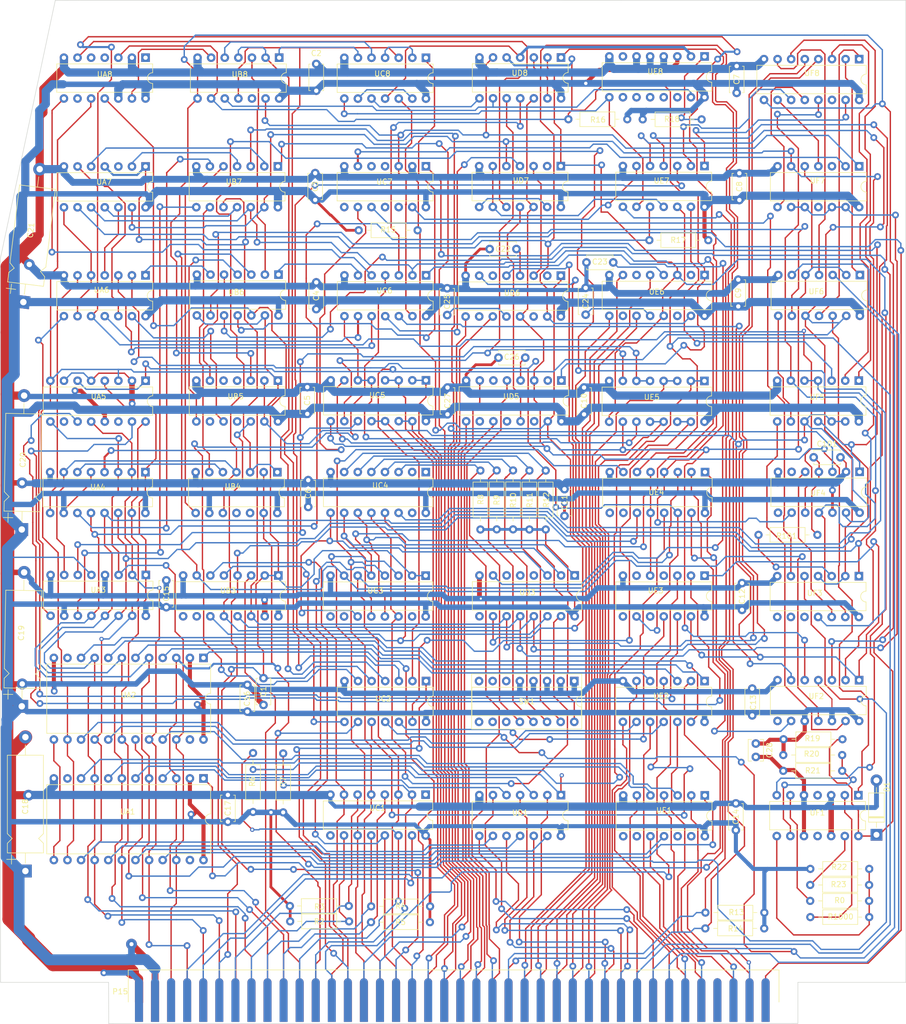
<source format=kicad_pcb>
(kicad_pcb (version 20221018) (generator pcbnew)
  (layers (0 "F.Cu" signal) (31 "B.Cu" signal) (34 "B.Paste" user) (35 "F.Paste" user) (36 "B.SilkS" user "B.Silkscreen") (37 "F.SilkS" user "F.Silkscreen") (38 "B.Mask" user) (39 "F.Mask" user) (44 "Edge.Cuts" user))
  (net 0 "")
  (net 1 "GND")
  (net 2 "P15_47")
  (net 3 "u31_12")
  (net 4 "u27_14")
  (net 5 "u34_3")
  (net 6 "P15_44")
  (net 7 "u25_6")
  (net 8 "P15_19")
  (net 9 "u27_10")
  (net 10 "P15_53")
  (net 11 "u24_8")
  (net 12 "P15_78")
  (net 13 "u35_3")
  (net 14 "u29_4")
  (net 15 "u16_4")
  (net 16 "u22_4")
  (net 17 "u25_9")
  (net 18 "P15_24")
  (net 19 "u15_10")
  (net 20 "u27_3")
  (net 21 "u27_4")
  (net 22 "u27_5")
  (net 23 "u27_6")
  (net 24 "u27_7")
  (net 25 "P15_66")
  (net 26 "u1_6")
  (net 27 "u1_8")
  (net 28 "P15_12")
  (net 29 "u27_9")
  (net 30 "u17_4")
  (net 31 "u17_12")
  (net 32 "u16_12")
  (net 33 "P15_16")
  (net 34 "P15_14")
  (net 35 "P15_18")
  (net 36 "P15_20")
  (net 37 "u2_13")
  (net 38 "u2_10")
  (net 39 "u3_3")
  (net 40 "u3_10")
  (net 41 "u3_8")
  (net 42 "u4_4")
  (net 43 "u3_12")
  (net 44 "u10_4")
  (net 45 "u4_11")
  (net 46 "u18_11")
  (net 47 "u6-10")
  (net 48 "u11_2")
  (net 49 "u6_13")
  (net 50 "u7_1")
  (net 51 "u7-2")
  (net 52 "u7_5")
  (net 53 "u7_6")
  (net 54 "u7_10")
  (net 55 "u8_11")
  (net 56 "u7_12")
  (net 57 "u7-13")
  (net 58 "P15_32")
  (net 59 "u30_11")
  (net 60 "u12_2")
  (net 61 "u35_6")
  (net 62 "u9_13")
  (net 63 "u10_3")
  (net 64 "u10_9")
  (net 65 "P15_13")
  (net 66 "u11_5")
  (net 67 "P15_64")
  (net 68 "u12_5")
  (net 69 "u33_12")
  (net 70 "u13_1")
  (net 71 "u13_12")
  (net 72 "u20_10")
  (net 73 "u14_3")
  (net 74 "u14_4")
  (net 75 "u14_5")
  (net 76 "u15_8")
  (net 77 "P15_50")
  (net 78 "P15_49")
  (net 79 "u15_12")
  (net 80 "u34_13")
  (net 81 "u30_6")
  (net 82 "P15_34")
  (net 83 "u11_13")
  (net 84 "u9_1")
  (net 85 "P15_9")
  (net 86 "u27_11")
  (net 87 "u27_12")
  (net 88 "u27_13")
  (net 89 "P15_8")
  (net 90 "u28_2")
  (net 91 "P15_35")
  (net 92 "u28_4")
  (net 93 "P15_33")
  (net 94 "P15_31")
  (net 95 "P15_23")
  (net 96 "u29_5")
  (net 97 "u28_14")
  (net 98 "P15_17")
  (net 99 "P15_21")
  (net 100 "P15_25")
  (net 101 "P15_27")
  (net 102 "P15_22")
  (net 103 "u34_2")
  (net 104 "u34_11")
  (net 105 "u36_6")
  (net 106 "P15_36")
  (net 107 "u36_4")
  (net 108 "u36_8")
  (net 109 "u36_10")
  (net 110 "u36_13")
  (net 111 "u36_15")
  (net 112 "u36_17")
  (net 113 "u36_19")
  (net 114 "P15_7")
  (net 115 "u36_21")
  (net 116 "P15_28")
  (net 117 "u44_6")
  (net 118 "u37_8")
  (net 119 "P15_26")
  (net 120 "P15_67")
  (net 121 "P15_71")
  (net 122 "P15_76")
  (net 123 "u40_4")
  (net 124 "u40_6")
  (net 125 "u40_10")
  (net 126 "u40_15")
  (net 127 "P15_11")
  (net 128 "u40_19")
  (net 129 "u40_21")
  (net 130 "P15_29")
  (net 131 "P15_10")
  (net 132 "u11_1")
  (net 133 "u3_1")
  (net 134 "P15_30")
  (net 135 "P15_38")
  (net 136 "P15_39")
  (net 137 "P15_40")
  (net 138 "P15_41")
  (net 139 "P15_42")
  (net 140 "P15_43")
  (net 141 "P15_45")
  (net 142 "P15_46")
  (net 143 "P15_51")
  (net 144 "P15_52")
  (net 145 "P15_54")
  (net 146 "P15_55")
  (net 147 "u44_14")
  (net 148 "P15_57")
  (net 149 "P15_59")
  (net 150 "P15_60")
  (net 151 "P15_61")
  (net 152 "P15_62")
  (net 153 "P15_63")
  (net 154 "P15_65")
  (net 155 "P15_68")
  (net 156 "P15_69")
  (net 157 "P15_70")
  (net 158 "P15_72")
  (net 159 "P15_75")
  (net 160 "P15_77")
  (net 161 "u44_13")
  (net 162 "u44_2")
  (net 163 "P15_15")
  (net 164 "P15_79")
  (net 165 "P15_48")
  (net 166 "u4_10")
  (net 167 "u20_3")
  (net 168 "u34_12")
  (net 169 "u44_9")
  (net 170 "u4_12")
  (net 171 "u10_11")
  (net 172 "u20_2")
  (net 173 "u3_9")
  (net 174 "u3_2")
  (net 175 "u2_6")
  (net 176 "u2_5")
  (net 177 "u2_3")
  (net 178 "u2_2")
  (net 179 "u2_1")
  (net 180 "P15_5")
  (net 181 "u11_8")
  (net 182 "VCC")
  (net 183 "u10_8")
  (net 184 "u9_9")
  (net 185 "u8_9")
  (net 186 "u8_6")
  (net 187 "u8_5")
  (net 188 "u7_8")
  (net 189 "u6_7")
  (net 190 "u6_6")
  (net 191 "u6_3")
  (net 192 "u6_12")
  (net 193 "u6-2")
  (net 194 "u4_3")
  (net 195 "u4_2")
  (net 196 "u44_8")
  (net 197 "u30_9")
  (net 198 "P15_56")
  (net 199 "P15_58")
  (net 200 "P15_37")
  (net 201 "u18_8")
  (net 202 "u15_9")
  (net 207 "/unconnected-(SW1-Pad10)")
  (net 211 "u1_3")
  (net 212 "UA1_8")
  (net 213 "/U44P5")
  (net 214 "/XX(UA2P23)")
  (net 215 "/XX(UA5P10)")
  (net 216 "/XX(UA5P14)")
  (net 217 "/XX(UA7P3)")
  (net 218 "/XX(UB3P9)")
  (net 219 "/XX(UB3P10)")
  (net 220 "/XX(UB5P4)")
  (net 221 "/XX(UB5P5)")
  (net 222 "/XX(UB5P9)")
  (net 223 "/XX(UB5P11)")
  (net 224 "U44P12")
  (net 225 "D1P1")
  (net 226 "/XX(UC3P9)")
  (net 227 "/XX(UC3P10)")
  (net 228 "/XX(UC3P15)")
  (net 229 "/XX(UC7P4)")
  (net 230 "/XX(UC7P11)")
  (net 231 "/XX(UC7P12)")
  (net 232 "/XX(UD5P2)")
  (net 233 "/XX(UD5P6)")
  (net 234 "/XX(UD5P10)")
  (net 235 "/XX(UD5P12)")
  (net 236 "/XX(UD5P14)")
  (net 237 "/XX(UD6P2)")
  (net 238 "/XX(UD6P6)")
  (net 239 "/XX(UD6P10)")
  (net 240 "/XX(UD6P14)")
  (net 241 "/XX(UD7P2)")
  (net 242 "/XX(UE1P8)")
  (net 243 "/XX(UE1P9)")
  (net 244 "/XX(UE1P12)")
  (net 245 "/XX(UE1P13)")
  (net 246 "/XX(UE3P4)")
  (net 247 "/XX(UE3P6)")
  (net 248 "/XX(UE3P8)")
  (net 249 "/XX(UE3P10)")
  (net 250 "/XX(UF2P8)")
  (net 251 "XX(UF3P8)")
  (net 252 "/XX(UF3P9)")
  (net 253 "/XX(UF3P10)")
  (net 254 "/XX(UF4P6)")
  (net 255 "/XX(UF4P8)")
  (net 275 "/XX(UB8P12)")
  (net 276 "/XX(UC4P1)")
  (net 277 "/XX(UC4P15)")
  (net 278 "/XX(UC7P5)")
  (net 279 "/XX(UE4P9)")
  (net 280 "/XX(UA2P11)")
  (net 281 "/XX(UC1P1)")
  (net 282 "/XX(UC1P9)")
  (net 283 "/XX(UC4P2)")
  (net 284 "/XX(UD3P4)")
  (net 285 "/XX(UD3P5)")
  (net 286 "/XX(UD3P6)")
  (net 287 "/XX(UD3P9)")
  (net 288 "/XX(UE4P10)")
  (net 289 "/XX(UC7P8)")
  (net 290 "/XXUE6P14")
  (net 291 "/XXUE6P2")
  (net 292 "UA1_17")
  (footprint "Resistor_THT:R_Axial_DIN0207_L6.3mm_D2.5mm_P10.16mm_Horizontal" (layer "F.Cu") (at 121.29 126.362997 90)
    (fp_text reference "R10")
    (fp_text value "1K" hide)
  )
  (footprint "Capacitor_THT:C_Disc_D4.7mm_W2.5mm_P5.00mm" (layer "F.Cu") (at 84.54 85.753227 90)
    (fp_text reference "C4")
    (fp_text value "Y5F")
  )
  (footprint "Package_DIP:DIP-24_W15.24mm" (layer "F.Cu") (at 63.486059 173.352003 -90)
    (fp_text reference "UA1")
    (fp_text value "P8212")
  )
  (footprint "Capacitor_THT:CP_Axial_L18.0mm_D6.5mm_P25.00mm_Horizontal" (layer "F.Cu") (at 30.2325 190.637997 90)
    (fp_text reference "C18")
    (fp_text value "C_Polarized" hide)
  )
  (footprint "Capacitor_THT:C_Disc_D4.7mm_W2.5mm_P5.00mm" (layer "F.Cu") (at 165.94 161.587997 90)
    (fp_text reference "C13")
    (fp_text value "Y5F")
  )
  (footprint "Package_DIP:DIP-16_W7.62mm" (layer "F.Cu") (at 130.209236 79.514036 -90)
    (fp_text reference "UD6")
    (fp_text value "SN75115N")
  )
  (footprint "Resistor_THT:R_Axial_DIN0207_L6.3mm_D2.5mm_P10.16mm_Horizontal" (layer "F.Cu") (at 95.265 200.187997)
    (fp_text reference "R5")
    (fp_text value "220R" hide)
  )
  (footprint "Package_DIP:DIP-14_W7.62mm" (layer "F.Cu") (at 157.09642 176.521792 -90)
    (fp_text reference "UE1")
    (fp_text value "SN7406N")
  )
  (footprint "Capacitor_THT:C_Disc_D4.7mm_W2.5mm_P5.00mm" (layer "F.Cu") (at 109.04 105.387997 90)
    (fp_text reference "C27")
    (fp_text value "0.1UF-0603-25V-5%" hide)
  )
  (footprint "Capacitor_THT:C_Disc_D4.7mm_W2.5mm_P5.00mm" (layer "F.Cu") (at 118.565 94.812997)
    (fp_text reference "C26")
    (fp_text value "221J03" hide)
  )
  (footprint "Package_DIP:DIP-16_W7.62mm" (layer "F.Cu") (at 104.960398 176.376891 -90)
    (fp_text reference "UC1")
    (fp_text value "N8T98N")
  )
  (footprint "Package_DIP:DIP-14_W7.62mm" (layer "F.Cu") (at 157.030404 59.04418 -90)
    (fp_text reference "UE7")
    (fp_text value "SN74LS10N")
  )
  (footprint "Package_DIP:DIP-14_W7.62mm" (layer "F.Cu") (at 186.001074 116.130934 -90)
    (fp_text reference "UF4")
    (fp_text value "SN74LS74AN")
  )
  (footprint "Package_DIP:DIP-16_W7.62mm" (layer "F.Cu") (at 157.019341 99.152389 -90)
    (fp_text reference "UE5")
    (fp_text value "SN75113N")
  )
  (footprint "Resistor_THT:R_Axial_DIN0207_L6.3mm_D2.5mm_P10.16mm_Horizontal" (layer "F.Cu") (at 177.265 193.237997)
    (fp_text reference "R23")
    (fp_text value "330R" hide)
  )
  (footprint "Capacitor_THT:C_Disc_D4.7mm_W2.5mm_P5.00mm" (layer "F.Cu") (at 71.674537 160.882131 90)
    (fp_text reference "C16")
    (fp_text value "Y5F")
  )
  (footprint "Package_DIP:DIP-16_W7.62mm" (layer "F.Cu") (at 105.017076 99.048312 -90)
    (fp_text reference "UC5")
    (fp_text value "SN75113N")
  )
  (footprint "Resistor_THT:R_Axial_DIN0207_L6.3mm_D2.5mm_P10.16mm_Horizontal" (layer "F.Cu") (at 124.34 126.387997 90)
    (fp_text reference "R11")
    (fp_text value "1K" hide)
  )
  (footprint "Capacitor_THT:C_Disc_D4.7mm_W2.5mm_P5.00mm" (layer "F.Cu") (at 164.04 141.887997 90)
    (fp_text reference "C12")
    (fp_text value "Y5F")
  )
  (footprint "Package_DIP:DIP-16_W7.62mm" (layer "F.Cu") (at 104.991353 116.161984 -90)
    (fp_text reference "UC4")
    (fp_text value "9324N")
  )
  (footprint "Diode_THT:D_DO-41_SOD81_P10.16mm_Horizontal" (layer "F.Cu") (at 189.14 183.867997 90)
    (fp_text reference "D1")
    (fp_text value "1N4001")
  )
  (footprint "Package_DIP:DIP-24_W15.24mm" (layer "F.Cu") (at 63.486059 150.852003 -90)
    (fp_text reference "UA2")
    (fp_text value "P8212")
  )
  (footprint "Package_DIP:DIP-16_W7.62mm" (layer "F.Cu") (at 185.915 39.087997 -90)
    (fp_text reference "UF8")
    (fp_text value "74LS175")
  )
  (footprint "Resistor_THT:R_Axial_DIN0207_L6.3mm_D2.5mm_P10.16mm_Horizontal" (layer "F.Cu") (at 115.19 126.387997 90)
    (fp_text reference "R8")
    (fp_text value "1K" hide)
  )
  (footprint "Package_DIP:DIP-14_W7.62mm" (layer "F.Cu") (at 185.907001 59.090755 -90)
    (fp_text reference "UF7")
    (fp_text value "SN74LS20N")
  )
  (footprint "Package_DIP:DIP-16_W7.62mm" (layer "F.Cu") (at 157.124478 116.161984 -90)
    (fp_text reference "UE4")
    (fp_text value "N8T97N")
  )
  (footprint "Package_DIP:DIP-14_W7.62mm" (layer "F.Cu") (at 105.04 79.453227 -90)
    (fp_text reference "UC6")
    (fp_text value "SN74LS00N")
  )
  (footprint "Capacitor_THT:C_Disc_D4.7mm_W2.5mm_P5.00mm" (layer "F.Cu") (at 84.342772 65.366075 90)
    (fp_text reference "C3")
    (fp_text value "Y5F")
  )
  (footprint "Capacitor_THT:C_Disc_D4.7mm_W2.5mm_P5.00mm" (layer "F.Cu") (at 162.89 183.012997 90)
    (fp_text reference "C14")
    (fp_text value "Y5F" hide)
  )
  (footprint "Capacitor_THT:C_Disc_D4.7mm_W2.5mm_P5.00mm" (layer "F.Cu") (at 163.04 45.387997 90)
    (fp_text reference "C7")
    (fp_text value "Y5F")
  )
  (footprint "Package_DIP:DIP-14_W7.62mm" (layer "F.Cu") (at 157.045054 135.501669 -90)
    (fp_text reference "UE3")
    (fp_text value "SN74LS74AN")
  )
  (footprint "Resistor_THT:R_Axial_DIN0207_L6.3mm_D2.5mm_P10.16mm_Horizontal" (layer "F.Cu") (at 90.115 197.162997 180)
    (fp_text reference "R3")
    (fp_text value "220R" hide)
  )
  (footprint "Capacitor_THT:C_Disc_D4.7mm_W2.5mm_P5.00mm" (layer "F.Cu") (at 68.04 181.437997 90)
    (fp_text reference "C17")
    (fp_text value "Y5F")
  )
  (footprint "Package_DIP:DIP-14_W7.62mm" (layer "F.Cu") (at 185.849363 99.105814 -90)
    (fp_text reference "UF5")
    (fp_text value "SN74LS08N")
  )
  (footprint "Resistor_THT:R_Axial_DIN0207_L6.3mm_D2.5mm_P10.16mm_Horizontal" (layer "F.Cu") (at 145.99 50.337997)
    (fp_text reference "R18")
    (fp_text value "1k")
  )
  (footprint "Package_DIP:DIP-14_W7.62mm" (layer "F.Cu") (at 130.246286 38.789383 -90)
    (fp_text reference "UD8")
    (fp_text value "SN74LS04N")
  )
  (footprint "Capacitor_THT:C_Disc_D4.7mm_W2.5mm_P5.00mm" (layer "F.Cu") (at 130.89 124.352003 90)
    (fp_text reference "C11")
    (fp_text value "Y5F")
  )
  (footprint "Resistor_THT:R_Axial_DIN0207_L6.3mm_D2.5mm_P10.16mm_Horizontal" (layer "F.Cu") (at 118.24 126.362997 90)
    (fp_text reference "R9")
    (fp_text value "1K" hide)
  )
  (footprint "Resistor_THT:R_Axial_DIN0207_L6.3mm_D2.5mm_P10.16mm_Horizontal" (layer "F.Cu") (at 92.965 71.037997)
    (fp_text reference "R15")
    (fp_text value "YR1B24K9CC" hide)
  )
  (footprint "Capacitor_THT:C_Disc_D4.7mm_W2.5mm_P5.00mm" (layer "F.Cu") (at 116.915 74.537997)
    (fp_text reference "C22")
    (fp_text value "221J03" hide)
  )
  (footprint "Package_DIP:DIP-16_W7.62mm" (layer "F.Cu") (at 157.04 38.587997 -90)
    (fp_text reference "UE8")
    (fp_text value "74LS160")
  )
  (footprint "Resistor_THT:R_Axial_DIN0207_L6.3mm_D2.5mm_P10.16mm_Horizontal" (layer "F.Cu") (at 90.17 200.037997 180)
    (fp_text reference "R2")
    (fp_text value "220R" hide)
  )
  (footprint "Package_DIP:DIP-16_W7.62mm" (layer "F.Cu") (at 52.635549 116.181147 -90)
    (fp_text reference "UA4")
    (fp_text value "8274N")
  )
  (footprint "Capacitor_THT:C_Disc_D4.7mm_W2.5mm_P5.00mm" (layer "F.Cu") (at 163.335883 85.253227 90)
    (fp_text reference "C9")
    (fp_text value "Y5F")
  )
  (footprint "Package_DIP:DIP-16_W7.62mm" (layer "F.Cu") (at 52.675305 99.123782 -90)
    (fp_text reference "UA5")
    (fp_text value "74LS76")
  )
  (footprint "Package_DIP:DIP-16_W7.62mm" (layer "F.Cu") (at 130.310922 99.078401 -90)
    (fp_text reference "UD5")
    (fp_text value "SN75115N")
  )
  (footprint "Capacitor_THT:C_Disc_D4.7mm_W2.5mm_P5.00mm" (layer "F.Cu") (at 56.54 141.387997 90)
    (fp_text reference "C15")
    (fp_text value "Y5F")
  )
  (footprint "Package_DIP:DIP-14_W7.62mm" (layer "F.Cu") (at 77.380796 59.107791 -90)
    (fp_text reference "UB7")
    (fp_text value "SN74LS04N")
  )
  (footprint "Package_DIP:DIP-14_W7.62mm" (layer "F.Cu") (at 105.017477 38.839596 -90)
    (fp_text reference "UC8")
    (fp_text value "SN74LS74AN")
  )
  (footprint "Package_DIP:DIP-14_W7.62mm" (layer "F.Cu") (at 157.04 155.177003 -90)
    (fp_text reference "UE2")
    (fp_text value "SN7406N")
  )
  (footprint "Resistor_THT:R_Axial_DIN0207_L6.3mm_D2.5mm_P10.16mm_Horizontal" (layer "F.Cu") (at 157.68 201.347997)
    (fp_text reference "R14")
    (fp_text value "1K" hide)
  )
  (footprint "Package_DIP:DIP-14_W7.62mm" (layer "F.Cu") (at 185.765 176.487997 -90)
    (fp_text reference "UF1")
    (fp_text value "Q2T2222")
  )
  (footprint "Package_DIP:DIP-14_W7.62mm" (layer "F.Cu") (at 185.85955 135.594819 -90)
    (fp_text reference "UF3")
    (fp_text value "SN74LS00N")
  )
  (footprint "Capacitor_THT:C_Disc_D4.7mm_W2.5mm_P5.00mm" (layer "F.Cu") (at 84.54 44.987997 90)
    (fp_text reference "C2")
    (fp_text value "0.1UF-0603-25V-5%" hide)
  )
  (footprint "Resistor_THT:R_Axial_DIN0207_L6.3mm_D2.5mm_P10.16mm_Horizontal" (layer "F.Cu") (at 157.705 198.397997)
    (fp_text reference "R13")
    (fp_text value "1K" hide)
  )
  (footprint "Capacitor_THT:C_Disc_D4.7mm_W2.5mm_P5.00mm" (layer "F.Cu") (at 108.99 86.862997 90)
    (fp_text reference "C25")
    (fp_text value "221J03" hide)
  )
  (footprint "Package_DIP:DIP-14_W7.62mm" (layer "F.Cu") (at 52.665 38.822005 -90)
    (fp_text reference "UA8")
    (fp_text value "SN74LS74AN")
  )
  (footprint "Package_DIP:DIP-14_W7.62mm" (layer "F.Cu") (at 77.49 79.312997 -90)
    (fp_text reference "UB6")
    (fp_text value "SN74LS08N")
  )
  (footprint "Package_DIP:DIP-14_W7.62mm" (layer "F.Cu") (at 130.22773 176.459692 -90)
    (fp_text reference "UD1")
    (fp_text value "SN7406N")
  )
  (footprint "Package_DIP:DIP-14_W7.62mm" (layer "F.Cu") (at 52.669663 59.130934 -90)
    (fp_text reference "UA7")
    (fp_text value "SN74LS10N")
  )
  (footprint "Package_DIP:DIP-16_W7.62mm" (layer "F.Cu") (at 132.79 135.462997 -90)
    (fp_text reference "UD3")
    (fp_text value "N8273N")
  )
  (footprint "Resistor_THT:R_Axial_DIN0207_L6.3mm_D2.5mm_P10.16mm_Horizontal" (layer "F.Cu") (at 177.615012 127.887997 180)
    (fp_text reference "R101")
    (fp_text value "150R")
  )
  (footprint "Package_DIP:DIP-14_W7.62mm" (layer "F.Cu") (at 105.04 155.177003 -90)
    (fp_text reference "UC2")
    (fp_text value "SN74LS04N")
  )
  (footprint "Resistor_THT:R_Axial_DIN0207_L6.3mm_D2.5mm_P10.16mm_Horizontal" (layer "F.Cu") (at 172.24 168.987997)
    (fp_text reference "R20")
    (fp_text value "YR1B24K9CC" hide)
  )
  (footprint "Capacitor_THT:C_Disc_D4.7mm_W2.5mm_P5.00mm" (layer "F.Cu") (at 177.415 113.412997)
    (fp_text reference "C101")
    (fp_text value "0.1UF-0603-25V-5%" hide)
  )
  (footprint "Capacitor_THT:C_Disc_D3.8mm_W2.6mm_P2.50mm" (layer "F.Cu") (at 166.615 166.837997 -90)
    (fp_text reference "C28")
    (fp_text value "0.1UF-0603-25V-5%" hide)
  )
  (footprint "Package_DIP:DIP-16_W7.62mm_Socket" (layer "F.Cu") (at 132.715 155.177003 -90)
    (fp_text reference "SW1")
    (fp_text value "SW_DIP_x08" hide)
  )
  (footprint "Resistor_THT:R_Axial_DIN0207_L6.3mm_D2.5mm_P10.16mm_Horizontal" (layer "F.Cu") (at 177.290011 190.238006)
    (fp_text reference "R22")
    (fp_text value "330R" hide)
  )
  (footprint "Capacitor_THT:C_Disc_D4.7mm_W2.5mm_P5.00mm" (layer "F.Cu") (at 82.865 105.312997 90)
    (fp_text reference "C5")
    (fp_text value "Y5F")
  )
  (footprint "Capacitor_THT:CP_Axial_L18.0mm_D6.5mm_P25.00mm_Horizontal" (layer "F.Cu") (at 29.850563 84.440433 83)
    (fp_text reference "C21")
    (fp_text value "C_Polarized" hide)
  )
  (footprint "Resistor_THT:R_Axial_DIN0207_L6.3mm_D2.5mm_P10.16mm_Horizontal" (layer "F.Cu") (at 172.24 171.937997)
    (fp_text reference "R21")
    (fp_text value "330R" hide)
  )
  (footprint "Package_DIP:DIP-14_W7.62mm" (layer "F.Cu") (at 52.665 79.453227 -90)
    (fp_text reference "UA6")
    (fp_text value "SN74LS00N")
  )
  (footprint "Package_DIP:DIP-14_W7.62mm" (layer "F.Cu") (at 77.265 116.187997 -90)
    (fp_text reference "UB4")
    (fp_text value "SN74LS51N")
  )
  (footprint "Capacitor_THT:C_Disc_D4.7mm_W2.5mm_P5.00mm" (layer "F.Cu") (at 134.99 77.037997)
    (fp_text reference "C23")
    (fp_text value "221J03" hide)
  )
  (footprint "Package_DIP:DIP-16_W7.62mm" (layer "F.Cu") (at 77.463638 135.470619 -90)
    (fp_text reference "UB3")
    (fp_text value "74173")
  )
  (footprint "Package_DIP:DIP-14_W7.62mm" (layer "F.Cu") (at 186.04 79.387997 -90)
    (fp_text reference "UF6")
    (fp_text value "SN74LS00N")
  )
  (footprint "Resistor_THT:R_Axial_DIN0207_L6.3mm_D2.5mm_P10.16mm_Horizontal" (layer "F.Cu") (at 142.115 50.312997 180)
    (fp_text reference "R16")
    (fp_text value "1k")
  )
  (footprint "Package_DIP:DIP-14_W7.62mm" (layer "F.Cu") (at 185.904865 155.010838 -90)
    (fp_text reference "UF2")
    (fp_text value "SN74LS74AN")
  )
  (footprint "Package_DIP:DIP-16_W7.62mm" (layer "F.Cu") (at 157.04 79.387997 -90)
    (fp_text reference "UE6")
    (fp_text value "SN75115N")
  )
  (footprint "Package_DIP:DIP-16_W7.62mm" (layer "F.Cu") (at 104.974035 135.501672 -90)
    (fp_text reference "UC3")
    (fp_text value "74173")
  )
  (footprint "Resistor_THT:R_Axial_DIN0207_L6.3mm_D2.5mm_P10.16mm_Horizontal" (layer "F.Cu") (at 172.29 166.037997)
    (fp_text reference "R19")
    (fp_text value "10K" hide)
  )
  (footprint "Capacitor_THT:C_Disc_D4.7mm_W2.5mm_P5.00mm" (layer "F.Cu") (at 163.54 65.387997 90)
    (fp_text reference "C8")
    (fp_text value "Y5F")
  )
  (footprint "Capacitor_THT:CP_Axial_L18.0mm_D6.5mm_P25.00mm_Horizontal" (layer "F.Cu") (at 29.557498 126.887999 89)
    (fp_text reference "C20")
    (fp_text value "C_Polarized" hide)
  )
  (footprint "Capacitor_THT:CP_Axial_L18.0mm_D6.5mm_P25.00mm_Horizontal" (layer "F.Cu") (at 29.557498 159.888009 89)
    (fp_text reference "C19")
    (fp_text value "C_Polarized" hide)
  )
  (footprint "Package_DIP:DIP-14_W7.62mm" (layer "F.Cu") (at 77.616059 38.8209 -90)
    (fp_text reference "UB8")
    (fp_text value "SN74LS00N")
  )
  (footprint "Package_DIP:DIP-14_W7.62mm" (layer "F.Cu") (at 130.198847 59.066102 -90)
    (fp_text reference "UD7")
    (fp_text value "SN74LS08N")
  )
  (footprint "Resistor_THT:R_Axial_DIN0207_L6.3mm_D2.5mm_P10.16mm_Horizontal" (layer "F.Cu") (at 72.74 179.112997 90)
    (fp_text reference "R6")
    (fp_text value "220R" hide)
  )
  (footprint "Capacitor_THT:C_Disc_D4.7mm_W2.5mm_P5.00mm" (layer "F.Cu") (at 83.04 122.677003 90)
    (fp_text reference "C6")
    (fp_text value "Y5F")
  )
  (footprint "Capacitor_THT:C_Disc_D4.7mm_W2.5mm_P5.00mm" (layer "F.Cu") (at 74.69 154.637997 -90)
    (fp_text reference "C1")
    (fp_text value "221J03")
  )
  (footprint "Package_DIP:DIP-14_W7.62mm" (layer "F.Cu") (at 77.391188 99.103082 -90)
    (fp_text reference "UB5")
    (fp_text value "SN74LS74AN")
  )
  (footprint "Package_DIP:DIP-14_W7.62mm" (layer "F.Cu") (at 105.008949 59.087997 -90)
    (fp_text reference "UC7")
    (fp_text value "SN74LS74AN")
  )
  (footprint "Capacitor_THT:C_Disc_D4.7mm_W2.5mm_P5.00mm" (layer "F.Cu") (at 134.84 81.787997 -90)
    (fp_text reference "C24")
    (fp_text value "221J03" hide)
  )
  (footprint "Resistor_THT:R_Axial_DIN0207_L6.3mm_D2.5mm_P10.16mm_Horizontal" (layer "F.Cu") (at 157.24 72.887997 180)
    (fp_text reference "R17")
    (fp_text value "1K")
  )
  (footprint "Package_DIP:DIP-16_W7.62mm" (layer "F.Cu") (at 52.716705 135.377468 -90)
    (fp_text reference "UA3")
    (fp_text value "8274N")
  )
  (footprint "Resistor_THT:R_Axial_DIN0207_L6.3mm_D2.5mm_P10.16mm_Horizontal" (layer "F.Cu") (at 78.364989 179.187997 90)
    (fp_text reference "R7")
    (fp_text value "220R" hide)
  )
  (footprint "Edge Connectors:80 pin Edge Finger Connector" (layer "F.Cu") (at 51.44 215.092997)
    (fp_text reference "P15")
    (fp_text value "Conn_02x40_Odd_Even_Shielded")
  )
  (footprint "Capacitor_THT:C_Disc_D4.7mm_W2.5mm_P5.00mm" (layer "F.Cu") (at 134.54 105.387997 90)
    (fp_text reference "C10")
    (fp_text value "Y5F")
  )
  (footprint "Resistor_THT:R_Axial_DIN0207_L6.3mm_D2.5mm_P10.16mm_Horizontal" (layer "F.Cu") (at 177.29 199.237997)
    (fp_text reference "R1000")
    (fp_text value "330R" hide)
  )
  (footprint "Resistor_THT:R_Axial_DIN0207_L6.3mm_D2.5mm_P10.16mm_Horizontal" (layer "F.Cu") (at 127.39 126.387997 90)
    (fp_text reference "R12")
    (fp_text value "1K" hide)
  )
  (footprint "Resistor_THT:R_Axial_DIN0207_L6.3mm_D2.5mm_P10.16mm_Horizontal" (layer "F.Cu") (at 95.29 197.237997)
    (fp_text reference "R4")
    (fp_text value "220R" hide)
  )
  (footprint "Resistor_THT:R_Axial_DIN0207_L6.3mm_D2.5mm_P10.16mm_Horizontal" (layer "F.Cu") (at 177.265 196.212997)
    (fp_text reference "R0")
    (fp_text value "330R" hide)
  )
  (gr_line (start 40.243973 28.104718) (end 35.816395 28.108797) (stroke (width 0.1)) (layer "Edge.Cuts"))
  (gr_line (start 174.465 211.412997) (end 194.619733 211.412997) (stroke (width 0.1)) (layer "Edge.Cuts"))
  (gr_line (start 173.614893 219.088422) (end 46.603253 219.136219) (stroke (width 0.1)) (layer "Edge.Cuts"))
  (gr_line (start 45.79 219.137997) (end 45.765 211.412997) (stroke (width 0.1)) (layer "Edge.Cuts"))
  (gr_line (start 194.619733 211.412997) (end 194.618308 28.117354) (stroke (width 0.1)) (layer "Edge.Cuts"))
  (gr_line (start 25.595199 211.424533) (end 25.54 76.387997) (stroke (width 0.1)) (layer "Edge.Cuts"))
  (gr_line (start 46.603253 219.136219) (end 45.79 219.112997) (stroke (width 0.1)) (layer "Edge.Cuts"))
  (gr_line (start 174.465 219.087997) (end 174.465 211.412997) (stroke (width 0.1)) (layer "Edge.Cuts"))
  (gr_line (start 40.243973 28.104718) (end 194.618308 28.117354) (stroke (width 0.1)) (layer "Edge.Cuts"))
  (gr_line (start 45.765 211.412997) (end 25.615 211.412997) (stroke (width 0.1)) (layer "Edge.Cuts"))
  (gr_line (start 25.54 76.387997) (end 35.816395 28.108797) (stroke (width 0.1)) (layer "Edge.Cuts"))
  (gr_line (start 174.465 219.087997) (end 173.614893 219.088422) (stroke (width 0.1)) (layer "Edge.Cuts"))
  (segment (start 30.84 203.237997) (end 27.215 199.612997) (width 2.54) (layer "F.Cu") (net 1))
  (segment (start 115.01 135.462997) (end 115.01 139.532997) (width 0.9) (layer "F.Cu") (net 1))
  (segment (start 37.425 40.827997) (end 37.425 38.822005) (width 1.524) (layer "F.Cu") (net 1))
  (segment (start 27.49 176.487997) (end 27.215 176.762997) (width 1.524) (layer "F.Cu") (net 1))
  (segment (start 51.44 215.092997) (end 51.44 211.412997) (width 1.524) (layer "F.Cu") (net 1))
  (segment (start 45.055305 106.743782) (end 45.055305 105.447692) (width 0.762) (layer "F.Cu") (net 1))
  (segment (start 169.29 169.387997) (end 169.015 169.387997) (width 0.762) (layer "F.Cu") (net 1))
  (segment (start 27.11118 134.891817) (end 26.887989 135.115008) (width 1.016) (layer "F.Cu") (net 1))
  (segment (start 115.01 139.532997) (end 115.265 139.787997) (width 0.9) (layer "F.Cu") (net 1))
  (segment (start 175.605 176.487997) (end 175.605 173.677997) (width 0.762) (layer "F.Cu") (net 1))
  (segment (start 180.921074 119.569071) (end 180.915 119.562997) (width 0.508) (layer "F.Cu") (net 1))
  (segment (start 112.429236 77.248761) (end 112.429236 79.514036) (width 0.508) (layer "F.Cu") (net 1))
  (segment (start 27.215 199.612997) (end 27.215 176.762997) (width 2.54) (layer "F.Cu") (net 1))
  (segment (start 27.139788 101.891807) (end 26.887989 101.640008) (width 1.524) (layer "F.Cu") (net 1))
  (segment (start 32.897297 71.8057) (end 32.897297 59.626779) (width 1.524) (layer "F.Cu") (net 1))
  (segment (start 32.897297 59.626779) (end 32.897297 49.7557) (width 1.524) (layer "F.Cu") (net 1))
  (segment (start 44.84 208.062997) (end 35.415 208.062997) (width 2.54) (layer "F.Cu") (net 1))
  (segment (start 29.1775 75.625497) (end 29.0775 75.625497) (width 1.524) (layer "F.Cu") (net 1))
  (segment (start 74.923638 143.090619) (end 74.923638 140.046635) (width 1.016) (layer "F.Cu") (net 1))
  (segment (start 35.415 208.062997) (end 30.84 203.487997) (width 2.54) (layer "F.Cu") (net 1))
  (segment (start 45.055305 105.447692) (end 45.065 105.437997) (width 0.762) (layer "F.Cu") (net 1))
  (segment (start 26.887989 90.090008) (end 26.887989 77.815008) (width 2.54) (layer "F.Cu") (net 1))
  (segment (start 173.715 171.787997) (end 171.69 171.787997) (width 0.762) (layer "F.Cu") (net 1))
  (segment (start 26.887989 101.640008) (end 26.887989 90.090008) (width 2.54) (layer "F.Cu") (net 1))
  (segment (start 112.515 99.062479) (end 112.530922 99.078401) (width 0.508) (layer "F.Cu") (net 1))
  (segment (start 168.965 169.337997) (end 166.615 169.337997) (width 0.762) (layer "F.Cu") (net 1))
  (segment (start 169.015 169.387997) (end 168.965 169.337997) (width 0.762) (layer "F.Cu") (net 1))
  (segment (start 27.215 168.655497) (end 30.2325 165.637997) (width 2.54) (layer "F.Cu") (net 1))
  (segment (start 29.0775 75.625497) (end 32.029447 72.67355) (width 2.54) (layer "F.Cu") (net 1))
  (segment (start 30.815 176.487997) (end 27.49 176.487997) (width 1.524) (layer "F.Cu") (net 1))
  (segment (start 183.461074 114.459071) (end 182.415 113.412997) (width 0.254) (layer "F.Cu") (net 1))
  (segment (start 112.515 97.937997) (end 112.515 99.062479) (width 0.508) (layer "F.Cu") (net 1))
  (segment (start 26.887989 156.335986) (end 26.887989 135.115008) (width 2.54) (layer "F.Cu") (net 1))
  (segment (start 74.923638 140.046635) (end 74.89 140.012997) (width 1.016) (layer "F.Cu") (net 1))
  (segment (start 117.24 96.137997) (end 114.315 96.137997) (width 0.508) (layer "F.Cu") (net 1))
  (segment (start 51.44 210.762997) (end 50.165 209.487997) (width 1.524) (layer "F.Cu") (net 1))
  (segment (start 29.993808 101.891807) (end 27.139788 101.891807) (width 1.524) (layer "F.Cu") (net 1))
  (segment (start 29.64 155.712997) (end 27.510978 155.712997) (width 1.016) (layer "F.Cu") (net 1))
  (segment (start 183.461074 116.130934) (end 183.461074 114.459071) (width 0.254) (layer "F.Cu") (net 1))
  (segment (start 115.14 74.537997) (end 112.429236 77.248761) (width 0.508) (layer "F.Cu") (net 1))
  (segment (start 175.605 173.677997) (end 173.715 171.787997) (width 0.762) (layer "F.Cu") (net 1))
  (segment (start 44.89 209.637997) (end 44.89 208.112997) (width 1.016) (layer "F.Cu") (net 1))
  (segment (start 27.510978 155.712997) (end 26.887989 156.335986) (width 1.016) (layer "F.Cu") (net 1))
  (segment (start 73.615403 158.5634) (end 74.69 159.637997) (width 1.016) (layer "F.Cu") (net 1))
  (segment (start 35.546059 156.994056) (end 35.615 157.062997) (width 0.762) (layer "F.Cu") (net 1))
  (segment (start 26.887989 77.815008) (end 29.0775 75.625497) (width 2.54) (layer "F.Cu") (net 1))
  (segment (start 29.993808 134.891817) (end 27.11118 134.891817) (width 1.016) (layer "F.Cu") (net 1))
  (segment (start 171.69 171.787997) (end 169.29 169.387997) (width 0.762) (layer "F.Cu") (net 1))
  (segment (start 27.215 168.655497) (end 27.215 156.662997) (width 1.524) (layer "F.Cu") (net 1))
  (segment (start 33.59 44.662997) (end 37.425 40.827997) (width 1.524) (layer "F.Cu") (net 1))
  (segment (start 175.605 176.487997) (end 175.605 184.107997) (width 0.762) (layer "F.Cu") (net 1))
  (segment (start 30.965 77.412997) (end 29.1775 75.625497) (width 1.524) (layer "F.Cu") (net 1))
  (segment (start 51.44 215.092997) (end 51.44 210.762997) (width 1.524) (layer "F.Cu") (net 1))
  (segment (start 180.921074 123.750934) (end 180.921074 119.569071) (width 0.508) (layer "F.Cu") (net 1))
  (segment (start 35.546059 150.852003) (end 35.546059 156.994056) (width 0.762) (layer "F.Cu") (net 1))
  (segment (start 114.315 96.137997) (end 112.515 97.937997) (width 0.508) (layer "F.Cu") (net 1))
  (segment (start 29.615 118.187997) (end 27.34 118.187997) (width 1.016) (layer "F.Cu") (net 1))
  (segment (start 180.685 176.487997) (end 180.685 184.107997) (width 1.016) (layer "F.Cu") (net 1))
  (segment (start 32.029447 72.67355) (end 32.897297 71.8057) (width 1.524) (layer "F.Cu") (net 1))
  (segment (start 27.215 176.762997) (end 27.215 168.655497) (width 2.54) (layer "F.Cu") (net 1))
  (segment (start 40.615 100.987997) (end 39.49 100.987997) (width 0.762) (layer "F.Cu") (net 1))
  (segment (start 33.59 49.062997) (end 33.59 44.662997) (width 1.524) (layer "F.Cu") (net 1))
  (segment (start 44.89 208.112997) (end 44.84 208.062997) (width 1.016) (layer "F.Cu") (net 1))
  (segment (start 27.34 118.187997) (end 26.887989 118.640008) (width 1.016) (layer "F.Cu") (net 1))
  (segment (start 116.915 74.537997) (end 115.14 74.537997) (width 0.508) (layer "F.Cu") (net 1))
  (segment (start 26.887989 118.640008) (end 26.887989 101.640008) (width 2.54) (layer "F.Cu") (net 1))
  (segment (start 118.565 94.812997) (end 117.24 96.137997) (width 0.508) (layer "F.Cu") (net 1))
  (segment (start 26.887989 135.115008) (end 26.887989 118.640008) (width 2.54) (layer "F.Cu") (net 1))
  (segment (start 27.215 156.662997) (end 26.887989 156.335986) (width 2.54) (layer "F.Cu") (net 1))
  (segment (start 73.615403 157.822997) (end 73.615403 158.5634) (width 1.016) (layer "F.Cu") (net 1))
  (segment (start 48.74 208.062997) (end 44.84 208.062997) (width 2.54) (layer "F.Cu") (net 1))
  (segment (start 30.84 203.487997) (end 30.84 203.237997) (width 2.54) (layer "F.Cu") (net 1))
  (segment (start 71.674537 155.882131) (end 73.615403 157.822997) (width 1.016) (layer "F.Cu") (net 1))
  (segment (start 45.065 105.437997) (end 40.615 100.987997) (width 0.762) (layer "F.Cu") (net 1))
  (segment (start 32.897297 49.7557) (end 33.59 49.062997) (width 1.524) (layer "F.Cu") (net 1))
  (segment (start 50.165 209.487997) (end 48.74 208.062997) (width 2.54) (layer "F.Cu") (net 1))
  (via (at 180.915 119.562997) (size 1.27) (drill 0.635) (layers "F.Cu" "B.Cu") (net 1))
  (via (at 39.49 100.987997) (size 1.27) (drill 0.635) (layers "F.Cu" "B.Cu") (net 1))
  (via (at 30.815001 176.488001) (size 2.032) (drill 1.016) (layers "F.Cu" "B.Cu") (net 1))
  (via (at 30.964988 77.41299) (size 2.032) (drill 1.016) (layers "F.Cu" "B.Cu") (net 1))
  (via (at 44.89 209.637997) (size 1.27) (drill 0.635) (layers "F.Cu" "B.Cu") (net 1))
  (via (at 115.265 139.787997) (size 0.8) (drill 0.4) (layers "F.Cu" "B.Cu") (net 1))
  (via (at 29.639997 155.712985) (size 2.032) (drill 1.016) (layers "F.Cu" "B.Cu") (net 1))
  (via (at 74.89 140.012997) (size 1.27) (drill 0.635) (layers "F.Cu" "B.Cu") (net 1))
  (via (at 35.615 157.062997) (size 1.27) (drill 0.635) (layers "F.Cu" "B.Cu") (net 1))
  (via (at 29.615003 118.187991) (size 2.032) (drill 1.016) (layers "F.Cu" "B.Cu") (net 1))
  (segment (start 35.665 155.712997) (end 33.54 155.712997) (width 1.016) (layer "B.Cu") (net 1))
  (segment (start 35.065 139.262997) (end 33.84 139.262997) (width 1.016) (layer "B.Cu") (net 1))
  (segment (start 62.151188 100.349185) (end 62.151188 99.103082) (width 1.524) (layer "B.Cu") (net 1))
  (segment (start 85.69 61.162997) (end 85.139694 61.162997) (width 1.27) (layer "B.Cu") (net 1))
  (segment (start 90.34 41.587997) (end 86.04 41.587997) (width 1.524) (layer "B.Cu") (net 1))
  (segment (start 70.14 176.462997) (end 87.094292 176.462997) (width 1.524) (layer "B.Cu") (net 1))
  (segment (start 87.180398 176.376891) (end 87.180398 177.703395) (width 0.762) (layer "B.Cu") (net 1))
  (segment (start 103.215 61.137997) (end 90.365 61.137997) (width 1.27) (layer "B.Cu") (net 1))
  (segment (start 160.776113 82.812997) (end 163.335883 80.253227) (width 1.27) (layer "B.Cu") (net 1))
  (segment (start 149.42 38.587997) (end 149.42 40.692997) (width 1.27) (layer "B.Cu") (net 1))
  (segment (start 141.715 178.612997) (end 158.528237 178.612997) (width 1.524) (layer "B.Cu") (net 1))
  (segment (start 140.115 40.912997) (end 139.26 40.057997) (width 1.524) (layer "B.Cu") (net 1))
  (segment (start 34.94 118.262997) (end 31.99 118.262997) (width 1.524) (layer "B.Cu") (net 1))
  (segment (start 180.915 119.562997) (end 180.915 118.787997) (width 0.508) (layer "B.Cu") (net 1))
  (segment (start 112.371844 100.387997) (end 109.04 100.387997) (width 1.524) (layer "B.Cu") (net 1))
  (segment (start 89.768949 60.541946) (end 89.768949 59.087997) (width 1.27) (layer "B.Cu") (net 1))
  (segment (start 141.74 61.187997) (end 141.790404 61.137593) (width 1.27) (layer "B.Cu") (net 1))
  (segment (start 84.65523 80.753227) (end 85.49 81.587997) (width 1.27) (layer "B.Cu") (net 1))
  (segment (start 35.546059 174.731938) (end 33.84 176.437997) (width 1.524) (layer "B.Cu") (net 1))
  (segment (start 108.915 139.787997) (end 108.115 138.987997) (width 1.016) (layer "B.Cu") (net 1))
  (segment (start 164.04 178.012997) (end 164.815 178.787997) (width 1.016) (layer "B.Cu") (net 1))
  (segment (start 134.440006 82.187997) (end 134.690003 81.938) (width 0.762) (layer "B.Cu") (net 1))
  (segment (start 60.19 139.262997) (end 59.39 139.262997) (width 1.016) (layer "B.Cu") (net 1))
  (segment (start 62.025 116.187997) (end 62.025 117.822997) (width 1.016) (layer "B.Cu") (net 1))
  (segment (start 37.425 40.722997) (end 37.425 38.822005) (width 1.524) (layer "B.Cu") (net 1))
  (segment (start 169.444759 60.312997) (end 168.99 60.312997) (width 1.27) (layer "B.Cu") (net 1))
  (segment (start 56.54 136.387997) (end 56.54 139.187997) (width 1.016) (layer "B.Cu") (net 1))
  (segment (start 62.515 102.062997) (end 39.39 102.062997) (width 1.016) (layer "B.Cu") (net 1))
  (segment (start 134.84 81.787997) (end 138.855 81.787997) (width 1.27) (layer "B.Cu") (net 1))
  (segment (start 180.685 177.742997) (end 180.685 176.487997) (width 1.016) (layer "B.Cu") (net 1))
  (segment (start 141.74 137.787997) (end 137.065 137.787997) (width 1.016) (layer "B.Cu") (net 1))
  (segment (start 61.965 81.462997) (end 83.83023 81.462997) (width 1.27) (layer "B.Cu") (net 1))
  (segment (start 89.94 81.587997) (end 107.84 81.587997) (width 1.27) (layer "B.Cu") (net 1))
  (segment (start 86.94 138.987997) (end 81.24 138.987997) (width 1.016) (layer "B.Cu") (net 1))
  (segment (start 62.465 118.262997) (end 34.94 118.262997) (width 1.524) (layer "B.Cu") (net 1))
  (segment (start 50.015 209.687997) (end 49.965 209.637997) (width 1.016) (layer "B.Cu") (net 1))
  (segment (start 134.24 157.462997) (end 136.525994 155.177003) (width 1.016) (layer "B.Cu") (net 1))
  (segment (start 139.239341 100.737338) (end 138.89 100.387997) (width 1.524) (layer "B.Cu") (net 1))
  (segment (start 112.665002 81.938) (end 112.914999 82.187997) (width 0.762) (layer "B.Cu") (net 1))
  (segment (start 31.39 136.288009) (end 29.993808 134.891817) (width 1.016) (layer "B.Cu") (net 1))
  (segment (start 85.49 81.587997) (end 89.94 81.587997) (width 1.27) (layer "B.Cu") (net 1))
  (segment (start 141.805054 135.501669) (end 141.805054 137.722943) (width 1.016) (layer "B.Cu") (net 1))
  (segment (start 144.34 40.587997) (end 144.665 40.912997) (width 1.27) (layer "B.Cu") (net 1))
  (segment (start 115.265 139.787997) (end 108.915 139.787997) (width 1.016) (layer "B.Cu") (net 1))
  (segment (start 164.04 136.887997) (end 163.14 137.787997) (width 1.016) (layer "B.Cu") (net 1))
  (segment (start 84.615 100.312997) (end 82.865 100.312997) (width 1.524) (layer "B.Cu") (net 1))
  (segment (start 162.09 40.387997) (end 161.565 40.912997) (width 1.524) (layer "B.Cu") (net 1))
  (segment (start 30.164998 102.062997) (end 29.993808 101.891807) (width 1.016) (layer "B.Cu") (net 1))
  (segment (start 183.461074 116.130934) (end 183.461074 116.241923) (width 1.016) (layer "B.Cu") (net 1))
  (segment (start 163.335883 80.253227) (end 169.93477 80.253227) (width 1.27) (layer "B.Cu") (net 1))
  (segment (start 63.215 41.587997) (end 51.14 41.587997) (width 1.524) (layer "B.Cu") (net 1))
  (segment (start 127.635 155.177003) (end 127.635 157.242997) (width 1.016) (layer "B.Cu") (net 1))
  (segment (start 115.165 178.612997) (end 141.715 178.612997) (width 1.524) (layer "B.Cu") (net 1))
  (segment (start 87.54 61.137997) (end 85.715 61.137997) (width 1.27) (layer "B.Cu") (net 1))
  (segment (start 62.3 81.127997) (end 61.965 81.462997) (width 1.27) (layer "B.Cu") (net 1))
  (segment (start 170.61955 135.594819) (end 169.326372 136.887997) (width 1.016) (layer "B.Cu") (net 1))
  (segment (start 52.44 61.512997) (end 64.135 61.512997) (width 1.27) (layer "B.Cu") (net 1))
  (segment (start 87.237076 99.048312) (end 85.747391 100.537997) (width 1.524) (layer "B.Cu") (net 1))
  (segment (start 139.344478 116.161984) (end 139.344478 118.083519) (width 1.016) (layer "B.Cu") (net 1))
  (segment (start 34.936705 139.134702) (end 35.065 139.262997) (width 1.016) (layer "B.Cu") (net 1))
  (segment (start 175.605 178.377997) (end 176.015 178.787997) (width 1.016) (layer "B.Cu") (net 1))
  (segment (start 144.34 38.587997) (end 144.34 40.587997) (width 1.27) (layer "B.Cu") (net 1))
  (segment (start 45.096705 138.931292) (end 44.765 139.262997) (width 1.016) (layer "B.Cu") (net 1))
  (segment (start 168.135 39.087997) (end 167.085 40.137997) (width 1.524) (layer "B.Cu") (net 1))
  (segment (start 114.98773 176.459692) (end 114.98773 178.435727) (width 1.524) (layer "B.Cu") (net 1))
  (segment (start 89.215 156.737997) (end 89.94 157.462997) (width 1.016) (layer "B.Cu") (net 1))
  (segment (start 62.025 117.822997) (end 62.465 118.262997) (width 1.016) (layer "B.Cu") (net 1))
  (segment (start 158.528237 178.612997) (end 159.128237 178.012997) (width 1.016) (layer "B.Cu") (net 1))
  (segment (start 122.19 157.462997) (end 124.94 157.462997) (width 1.016) (layer "B.Cu") (net 1))
  (segment (start 36.933818 59.626779) (end 37.429663 59.130934) (width 1.524) (layer "B.Cu") (net 1))
  (segment (start 35.546059 173.352003) (end 35.546059 174.731938) (width 1.524) (layer "B.Cu") (net 1))
  (segment (start 84.54 80.753227) (end 84.65523 80.753227) (width 1.27) (layer "B.Cu") (net 1))
  (segment (start 33.54 155.712997) (end 29.64 155.712997) (width 1.016) (layer "B.Cu") (net 1))
  (segment (start 149.64 40.912997) (end 146.69 40.912997) (width 1.524) (layer "B.Cu") (net 1))
  (segment (start 89.8 155.177003) (end 89.8 157.322997) (width 1.016) (layer "B.Cu") (net 1))
  (segment (start 163.14 137.787997) (end 141.74 137.787997) (width 1.016) (layer "B.Cu") (net 1))
  (segment (start 51.14 41.587997) (end 38.29 41.587997) (width 1.524) (layer "B.Cu") (net 1))
  (segment (start 70.115 176.437997) (end 68.04 176.437997) (width 1.524) (layer "B.Cu") (net 1))
  (segment (start 130.89 118.537997) (end 130.89 119.352003) (width 1.524) (layer "B.Cu") (net 1))
  (segment (start 170.761074 116.130934) (end 170.761074 118.041923) (width 1.016) (layer "B.Cu") (net 1))
  (segment (start 132.365 157.462997) (end 134.24 157.462997) (width 1.016) (layer "B.Cu") (net 1))
  (segment (start 109.04 100.387997) (end 108.24 101.187997) (width 1.524) (layer "B.Cu") (net 1))
  (segment (start 31.415 136.837997) (end 31.39 136.837997) (width 1.016) (layer "B.Cu") (net 1))
  (segment (start 124.94 157.462997) (end 127.415 157.462997) (width 1.016) (layer "B.Cu") (net 1))
  (segment (start 140.69 82.812997) (end 160.776113 82.812997) (width 1.27) (layer "B.Cu") (net 1))
  (segment (start 141.79 61.137997) (end 115.74 61.137997) (width 1.27) (layer "B.Cu") (net 1))
  (segment (start 56.615 139.262997) (end 44.765 139.262997) (width 1.016) (layer "B.Cu") (net 1))
  (segment (start 56.54 139.187997) (end 56.615 139.262997) (width 1.016) (layer "B.Cu") (net 1))
  (segment (start 87.215 118.237997) (end 87.211353 118.23435) (width 1.016) (layer "B.Cu") (net 1))
  (segment (start 37.425 79.453227) (end 33.00523 79.453227) (width 1.524) (layer "B.Cu") (net 1))
  (segment (start 84.84 100.537997) (end 84.615 100.312997) (width 1.524) (layer "B.Cu") (net 1))
  (segment (start 44.765 139.262997) (end 35.065 139.262997) (width 1.016) (layer "B.Cu") (net 1))
  (segment (start 89.8 79.453227) (end 89.8 81.447997) (width 1.27) (layer "B.Cu") (net 1))
  (segment (start 31.39 136.837997) (end 31.39 136.288009) (width 1.016) (layer "B.Cu") (net 1))
  (segment (start 83.83023 81.462997) (end 84.54 80.753227) (width 1.27) (layer "B.Cu") (net 1))
  (segment (start 63.29 61.512997) (end 62.140796 60.363793) (width 1.27) (layer "B.Cu") (net 1))
  (segment (start 63.215 41.587997) (end 62.376059 40.749056) (width 1.524) (layer "B.Cu") (net 1))
  (segment (start 85.139694 61.162997) (end 84.342772 60.366075) (width 1.27) (layer "B.Cu") (net 1))
  (segment (start 136.525994 155.177003) (end 141.8 155.177003) (width 1.016) (layer "B.Cu") (net 1))
  (segment (start 162.89 178.012997) (end 164.04 178.012997) (width 1.016) (layer "B.Cu") (net 1))
  (segment (start 116.64 41.587997) (end 116.615 41.612997) (width 1.524) (layer "B.Cu") (net 1))
  (segment (start 63.19 101.387997) (end 62.151188 100.349185) (width 1.524) (layer "B.Cu") (net 1))
  (segment (start 146.88 40.722997) (end 146.69 40.912997) (width 1.27) (layer "B.Cu") (net 1))
  (segment (start 141.805054 137.722943) (end 141.74 137.787997) (width 1.016) (layer "B.Cu") (net 1))
  (segment (start 87.215 118.237997) (end 87.19 118.262997) (width 1.524) (layer "B.Cu") (net 1))
  (segment (start 139.26 81.382997) (end 140.69 82.812997) (width 1.27) (layer "B.Cu") (net 1))
  (segment (start 85.965 41.512997) (end 85.965 41.412997) (width 1.524) (layer "B.Cu") (net 1))
  (segment (start 167.085 40.137997) (end 167.015 40.137997) (width 1.524) (layer "B.Cu") (net 1))
  (segment (start 86.04 41.587997) (end 85.965 41.512997) (width 1.524) (layer "B.Cu") (net 1))
  (segment (start 134.54 100.387997) (end 133.39 101.537997) (width 1.524) (layer "B.Cu") (net 1))
  (segment (start 116.615 41.612997) (end 115.006286 40.004283) (width 1.524) (layer "B.Cu") (net 1))
  (segment (start 33.84 139.262997) (end 31.415 136.837997) (width 1.016) (layer "B.Cu") (net 1))
  (segment (start 58.915 153.337997) (end 53.265 153.337997) (width 1.016) (layer "B.Cu") (net 1))
  (segment (start 139.315 118.112997) (end 131.315 118.112997) (width 1.524) (layer "B.Cu") (net 1))
  (segment (start 34.855549 116.181147) (end 34.855549 118.178546) (width 1.016) (layer "B.Cu") (net 1))
  (segment (start 103.815 178.612997) (end 115.165 178.612997) (width 1.524) (layer "B.Cu") (net 1))
  (segment (start 103.215 61.137997) (end 102.468949 60.391946) (width 1.27) (layer "B.Cu") (net 1))
  (segment (start 59.39 139.262997) (end 56.615 139.262997) (width 1.016) (layer "B.Cu") (net 1))
  (segment (start 82.865 100.312997) (end 81.565 100.312997) (width 1.524) (layer "B.Cu") (net 1))
  (segment (start 81.565 100.312997) (end 80.49 101.387997) (width 1.524) (layer "B.Cu") (net 1))
  (segment (start 139.26 79.387997) (end 139.26 81.382997) (width 1.27) (layer "B.Cu") (net 1))
  (segment (start 140.39 101.887997) (end 139.239341 100.737338) (width 1.524) (layer "B.Cu") (net 1))
  (segment (start 32.897297 59.626779) (end 36.933818 59.626779) (width 1.524) (layer "B.Cu") (net 1))
  (segment (start 114.98773 178.435727) (end 115.165 178.612997) (width 1.524) (layer "B.Cu") (net 1))
  (segment (start 161.565 40.912997) (end 149.64 40.912997) (width 1.524) (layer "B.Cu") (net 1))
  (segment (start 115.006286 40.004283) (end 115.006286 38.789383) (width 1.524) (layer "B.Cu") (net 1))
  (segment (start 110.59 81.937997) (end 110.515 81.862997) (width 1.27) (layer "B.Cu") (net 1))
  (segment (start 87.19 118.262997) (end 83.625994 118.262997) (width 1.524) (layer "B.Cu") (net 1))
  (segment (start 112.44 100.637997) (end 112.530922 100.547075) (width 1.524) (layer "B.Cu") (net 1))
  (segment (start 70.14 176.462997) (end 70.115 176.437997) (width 1.524) (layer "B.Cu") (net 1))
  (segment (start 163.04 40.387997) (end 162.09 40.387997) (width 1.524) (layer "B.Cu") (net 1))
  (segment (start 53.265 153.337997) (end 50.89 155.712997) (width 1.016) (layer "B.Cu") (net 1))
  (segment (start 132.715 155.177003) (end 132.715 157.112997) (width 1.016) (layer "B.Cu") (net 1))
  (segment (start 170.609363 100.743634) (end 169.465 101.887997) (width 1.524) (layer "B.Cu") (net 1))
  (segment (start 130.175 157.327997) (end 130.04 157.462997) (width 1.016) (layer "B.Cu") (net 1))
  (segment (start 164.815 178.787997) (end 176.015 178.787997) (width 1.016) (layer "B.Cu") (net 1))
  (segment (start 87.215 118.237997) (end 87.265 118.287997) (width 1.524) (layer "B.Cu") (net 1))
  (segment (start 39.49 101.962997) (end 39.39 102.062997) (width 0.762) (layer "B.Cu") (net 1))
  (segment (start 30.865 176.437997) (end 30.815 176.487997) (width 1.524) (layer "B.Cu") (net 1))
  (segment (start 139.26 38.587997) (end 139.26 40.057997) (width 1.524) (layer "B.Cu") (net 1))
  (segment (start 138.89 100.387997) (end 134.54 100.387997) (width 1.524) (layer "B.Cu") (net 1))
  (segment (start 108.115 138.987997) (end 86.94 138.987997) (width 1.016) (layer "B.Cu") (net 1))
  (segment (start 112.429236 81.702233) (end 112.665 81.937997) (width 1.27) (layer "B.Cu") (net 1))
  (segment (start 62.140796 60.363793) (end 62.140796 59.107791) (width 1.27) (layer "B.Cu") (net 1))
  (segment (start 168.99 60.312997) (end 168.915 60.387997) (width 1.27) (layer "B.Cu") (net 1))
  (segment (start 139.26 40.192997) (end 137.865 41.587997) (width 1.524) (layer "B.Cu") (net 1))
  (segment (start 189.14 178.537997) (end 188.89 178.787997) (width 0.9) (layer "B.Cu") (net 1))
  (segment (start 89.8 157.322997) (end 89.94 157.462997) (width 1.016) (layer "B.Cu") (net 1))
  (segment (start 39.49 100.987997) (end 39.49 101.962997) (width 0.762) (layer "B.Cu") (net 1))
  (segment (start 113.34 101.537997) (end 112.44 100.637997) (width 1.524) (layer "B.Cu") (net 1))
  (segment (start 137.865 41.587997) (end 118.315 41.587997) (width 1.524) (layer "B.Cu") (net 1))
  (segment (start 159.128237 178.012997) (end 162.89 178.012997) (width 1.016) (layer "B.Cu") (net 1))
  (segment (start 51.44 215.092997) (end 51.44 211.112997) (width 1.016) (layer "B.Cu") (net 1))
  (segment (start 108.115 81.862997) (end 107.84 81.587997) (width 1.27) (layer "B.Cu") (net 1))
  (segment (start 146.69 40.912997) (end 144.665 40.912997) (width 1.524) (layer "B.Cu") (net 1))
  (segment (start 90.34 41.587997) (end 89.777477 41.025474) (width 1.524) (layer "B.Cu") (net 1))
  (segment (start 80.49 101.387997) (end 63.19 101.387997) (width 1.524) (layer "B.Cu") (net 1))
  (segment (start 34.855549 118.178546) (end 34.94 118.262997) (width 1.016) (layer "B.Cu") (net 1))
  (segment (start 130.04 157.462997) (end 132.365 157.462997) (width 1.016) (layer "B.Cu") (net 1))
  (segment (start 137.065 137.787997) (end 135.065 139.787997) (width 1.016) (layer "B.Cu") (net 1))
  (segment (start 59.683638 135.470619) (end 59.683638 138.969359) (width 1.016) (layer "B.Cu") (net 1))
  (segment (start 127.635 157.242997) (end 127.415 157.462997) (width 1.016) (layer "B.Cu") (net 1))
  (segment (start 39.09 62.087997) (end 37.429663 60.42766) (width 1.27) (layer "B.Cu") (net 1))
  (segment (start 110.59 81.937997) (end 112.665 81.937997) (width 1.27) (layer "B.Cu") (net 1))
  (segment (start 112.914999 82.187997) (end 134.440006 82.187997) (width 0.762) (layer "B.Cu") (net 1))
  (segment (start 35.665 157.012997) (end 35.665 155.712997) (width 0.762) (layer "B.Cu") (net 1))
  (segment (start 129.825994 118.287997) (end 130.89 119.352003) (width 1.524) (layer "B.Cu") (net 1))
  (segment (start 89.94 157.462997) (end 122.19 157.462997) (width 1.016) (layer "B.Cu") (net 1))
  (segment (start 170.761074 118.041923) (end 170.69 118.112997) (width 1.016) (layer "B.Cu") (net 1))
  (segment (start 138.855 81.787997) (end 139.26 81.382997) (width 1.27) (layer "B.Cu") (net 1))
  (segment (start 112.530922 100.547075) (end 112.530922 99.078401) (width 1.524) (layer "B.Cu") (net 1))
  (segment (start 135.065 139.787997) (end 115.265 139.787997) (width 1.016) (layer "B.Cu") (net 1))
  (segment (start 133.39 101.537997) (end 113.34 101.537997) (width 1.524) (layer "B.Cu") (net 1))
  (segment (start 87.211353 118.23435) (end 87.211353 116.161984) (width 1.016) (layer "B.Cu") (net 1))
  (segment (start 68.04 176.437997) (end 33.84 176.437997) (width 1.524) (layer "B.Cu") (net 1))
  (segment (start 179.64 178.787997) (end 180.685 177.742997) (width 1.016) (layer "B.Cu") (net 1))
  (segment (start 87.265 118.287997) (end 129.825994 118.287997) (width 1.524) (layer "B.Cu") (net 1))
  (segment (start 33.00523 79.453227) (end 30.965 77.412997) (width 1.524) (layer "B.Cu") (net 1))
  (segment (start 38.14 81.462997) (end 61.965 81.462997) (width 1.27) (layer "B.Cu") (net 1))
  (segment (start 38.29 41.587997) (end 37.425 40.722997) (width 1.524) (layer "B.Cu") (net 1))
  (segment (start 167.015 40.137997) (end 166.765 40.387997) (width 1.524) (layer "B.Cu") (net 1))
  (segment (start 143.785994 157.162997) (end 168.512706 157.162997) (width 1.016) (layer "B.Cu") (net 1))
  (segment (start 144.665 40.912997) (end 140.115 40.912997) (width 1.524) (layer "B.Cu") (net 1))
  (segment (start 112.429236 79.514036) (end 112.429236 81.702233) (width 1.27) (layer "B.Cu") (net 1))
  (segment (start 87.965 101.187997) (end 87.237076 100.460073) (width 1.524) (layer "B.Cu") (net 1))
  (segment (start 161.54 60.387997) (end 160.74 61.187997) (width 1.27) (layer "B.Cu") (net 1))
  (segment (start 168.512706 157.162997) (end 170.664865 155.010838) (width 1.016) (layer "B.Cu") (net 1))
  (segment (start 182.3525 117.350497) (end 181.59 118.112997) (width 1.524) (layer "B.Cu") (net 1))
  (segment (start 82.454006 118.262997) (end 62.465 118.262997) (width 1.524) (layer "B.Cu") (net 1))
  (segment (start 51.44 211.112997) (end 50.015 209.687997) (width 1.016) (layer "B.Cu") (net 1))
  (segment (start 51.865 62.087997) (end 39.09 62.087997) (width 1.27) (layer "B.Cu") (net 1))
  (segment (start 139.344478 118.083519) (end 139.315 118.112997) (width 1.016) (layer "B.Cu") (net 1))
  (segment (start 85.747391 100.537997) (end 84.84 100.537997) (width 1.524) (layer "B.Cu") (net 1))
  (segment (start 134.99 77.037997) (end 134.99 81.637997) (width 0.762) (layer "B.Cu") (net 1))
  (segment (start 141.8 155.177003) (end 143.785994 157.162997) (width 1.016) (layer "B.Cu") (net 1))
  (segment (start 183.44 116.262997) (end 182.3525 117.350497) (width 1.016) (layer "B.Cu") (net 1))
  (segment (start 141.790404 61.137593) (end 141.790404 59.04418) (width 1.27) (layer "B.Cu") (net 1))
  (segment (start 163.54 60.387997) (end 161.54 60.387997) (width 1.27) (layer "B.Cu") (net 1))
  (segment (start 90.365 61.137997) (end 89.768949 60.541946) (width 1.27) (layer "B.Cu") (net 1))
  (segment (start 115.74 61.137997) (end 103.215 61.137997) (width 1.27) (layer "B.Cu") (net 1))
  (segment (start 74.89 140.012997) (end 74.89 139.387997) (width 1.016) (layer "B.Cu") (net 1))
  (segment (start 90.365 61.137997) (end 87.54 61.137997) (width 1.27) (layer "B.Cu") (net 1))
  (segment (start 83.19585 61.512997) (end 64.135 61.512997) (width 1.27) (layer "B.Cu") (net 1))
  (segment (start 83.04 117.677003) (end 82.454006 118.262997) (width 1.524) (layer "B.Cu") (net 1))
  (segment (start 62.376059 40.749056) (end 62.376059 38.8209) (width 1.524) (layer "B.Cu") (net 1))
  (segment (start 181.59 118.112997) (end 170.69 118.112997) (width 1.524) (layer "B.Cu") (net 1))
  (segment (start 176.015 178.787997) (end 179.64 178.787997) (width 1.016) (layer "B.Cu") (net 1))
  (segment (start 170.609363 99.105814) (end 170.609363 100.743634) (width 1.524) (layer "B.Cu") (net 1))
  (segment (start 166.765 40.387997) (end 163.04 40.387997) (width 1.524) (layer "B.Cu") (net 1))
  (segment (start 118.315 41.587997) (end 116.64 41.587997) (width 1.524) (layer "B.Cu") (net 1))
  (segment (start 87.194035 135.501672) (end 87.194035 138.733962) (width 1.016) (layer "B.Cu") (net 1))
  (segment (start 180.915 118.787997) (end 181.59 118.112997) (width 0.508) (layer "B.Cu") (net 1))
  (segment (start 134.99 81.637997) (end 134.84 81.787997) (width 0.762) (layer "B.Cu") (net 1))
  (segment (start 122.555 157.097997) (end 122.19 157.462997) (width 1.016) (layer "B.Cu") (net 1))
  (segment (start 31.99 118.262997) (end 29.69 118.262997) (width 1.016) (layer "B.Cu") (net 1))
  (segment (start 86.04 41.587997) (end 63.215 41.587997) (width 1.524) (layer "B.Cu") (net 1))
  (segment (start 132.715 157.112997) (end 132.365 157.462997) (width 1.016) (layer "B.Cu") (net 1))
  (segment (start 114.958847 60.356844) (end 114.958847 59.066102) (width 1.27) (layer "B.Cu") (net 1))
  (segment (start 80.965 139.262997) (end 74.765 139.262997) (width 1.016) (layer "B.Cu") (net 1))
  (segment (start 89.8 81.447997) (end 89.94 81.587997) (width 1.27) (layer "B.Cu") (net 1))
  (segment (start 170.69 118.112997) (end 139.315 118.112997) (width 1.524) (layer "B.Cu") (net 1))
  (segment (start 189.14 173.707997) (end 189.14 178.537997) (width 0.9) (layer "B.Cu") (net 1))
  (segment (start 29.69 118.262997) (end 29.615 118.187997) (width 1.016) (layer "B.Cu") (net 1))
  (segment (start 112.530922 100.547075) (end 112.371844 100.387997) (width 1.524) (layer "B.Cu") (net 1))
  (segment (start 139.239341 100.737338) (end 139.239341 99.152389) (width 1.524) (layer "B.Cu") (net 1))
  (segment (start 131.315 118.112997) (end 130.89 118.537997) (width 1.524) (layer "B.Cu") (net 1))
  (segment (start 71.674537 155.882131) (end 61.459134 155.882131) (width 1.016) (layer "B.Cu") (net 1))
  (segment (start 87.194035 138.733962) (end 86.94 138.987997) (width 1.016) (layer "B.Cu") (net 1))
  (segment (start 84.342772 60.366075) (end 83.19585 61.512997) (width 1.27) (layer "B.Cu") (net 1))
  (segment (start 130.175 155.177003) (end 130.175 157.327997) (width 1.016) (layer "B.Cu") (net 1))
  (segment (start 88.09 178.612997) (end 103.815 178.612997) (width 0.762) (layer "B.Cu") (net 1))
  (segment (start 188.89 178.787997) (end 179.64 178.787997) (width 0.9) (layer "B.Cu") (net 1))
  (segment (start 85.715 61.137997) (end 85.69 61.162997) (width 1.27) (layer "B.Cu") (net 1))
  (segment (start 71.674537 155.882131) (end 72.530403 156.737997) (width 1.016) (layer "B.Cu") (net 1))
  (segment (start 49.965 209.637997) (end 44.89 209.637997) (width 1.016) (layer "B.Cu") (net 1))
  (segment (start 169.326372 136.887997) (end 164.04 136.887997) (width 1.016) (layer "B.Cu") (net 1))
  (segment (start 115.74 61.137997) (end 114.958847 60.356844) (width 1.27) (layer "B.Cu") (net 1))
  (segment (start 110.515 81.862997) (end 108.99 81.862997) (width 1.27) (layer "B.Cu") (net 1))
  (segment (start 122.555 155.177003) (end 122.555 157.097997) (width 1.016) (layer "B.Cu") (net 1))
  (segment (start 146.88 38.587997) (end 146.88 40.722997) (width 1.27) (layer "B.Cu") (net 1))
  (segment (start 51.14 41.587997) (end 51.115 41.612997) (width 1.524) (layer "B.Cu") (net 1))
  (segment (start 74.89 139.387997) (end 74.765 139.262997) (width 1.016) (layer "B.Cu") (net 1))
  (segment (start 74.765 139.262997) (end 60.19 139.262997) (width 1.016) (layer "B.Cu") (net 1))
  (segment (start 169.465 101.887997) (end 140.39 101.887997) (width 1.524) (layer "B.Cu") (net 1))
  (segment (start 141.790404 61.137593) (end 141.79 61.137997) (width 1.27) (layer "B.Cu") (net 1))
  (segment (start 64.135 61.512997) (end 63.29 61.512997) (width 1.27) (layer "B.Cu") (net 1))
  (segment (start 141.85642 176.521792) (end 141.85642 178.471577) (width 1.524) (layer "B.Cu") (net 1))
  (segment (start 169.93477 80.253227) (end 170.8 79.387997) (width 1.27) (layer "B.Cu") (net 1))
  (segment (start 37.425 80.747997) (end 38.14 81.462997) (width 1.27) (layer "B.Cu") (net 1))
  (segment (start 33.84 176.437997) (end 30.865 176.437997) (width 1.524) (layer "B.Cu") (net 1))
  (segment (start 102.468949 60.391946) (end 102.468949 59.087997) (width 1.27) (layer "B.Cu") (net 1))
  (segment (start 160.74 61.187997) (end 141.74 61.187997) (width 1.27) (layer "B.Cu") (net 1))
  (segment (start 149.42 40.692997) (end 149.64 40.912997) (width 1.27) (layer "B.Cu") (net 1))
  (segment (start 81.24 138.987997) (end 80.965 139.262997) (width 1.016) (layer "B.Cu") (net 1))
  (segment (start 50.89 155.712997) (end 35.665 155.712997) (width 1.016) (layer "B.Cu") (net 1))
  (segment (start 170.667001 59.090755) (end 169.444759 60.312997) (width 1.27) (layer "B.Cu") (net 1))
  (segment (start 37.429663 60.42766) (end 37.429663 59.130934) (width 1.27) (layer "B.Cu") (net 1))
  (segment (start 59.683638 138.969359) (end 59.39 139.262997) (width 1.016) (layer "B.Cu") (net 1))
  (segment (start 108.24 101.187997) (end 87.965 101.187997) (width 1.524) (layer "B.Cu") (net 1))
  (segment (start 127.415 157.462997) (end 130.04 157.462997) (width 1.016) (layer "B.Cu") (net 1))
  (segment (start 141.85642 178.471577) (end 141.715 178.612997) (width 1.524) (layer "B.Cu") (net 1))
  (segment (start 50.125 40.622997) (end 50.125 38.822005) (width 1.524) (layer "B.Cu") (net 1))
  (segment (start 37.425 79.453227) (end 37.425 80.747997) (width 1.27) (layer "B.Cu") (net 1))
  (segment (start 168.915 60.387997) (end 163.54 60.387997) (width 1.27) (layer "B.Cu") (net 1))
  (segment (start 72.530403 156.737997) (end 89.215 156.737997) (width 1.016) (layer "B.Cu") (net 1))
  (segment (start 34.936705 135.377468) (end 34.936705 139.134702) (width 1.016) (layer "B.Cu") (net 1))
  (segment (start 35.615 157.062997) (end 35.665 157.012997) (width 0.762) (layer "B.Cu") (net 1))
  (segment (start 62.3 79.387997) (end 62.3 81.127997) (width 1.27) (layer "B.Cu") (net 1))
  (segment (start 39.39 102.062997) (end 30.164998 102.062997) (width 1.016) (layer "B.Cu") (net 1))
  (segment (start 118.315 41.587997) (end 90.34 41.587997) (width 1.524) (layer "B.Cu") (net 1))
  (segment (start 87.180398 177.703395) (end 88.09 178.612997) (width 0.762) (layer "B.Cu") (net 1))
  (segment (start 108.99 81.862997) (end 108.115 81.862997) (width 1.27) (layer "B.Cu") (net 1))
  (segment (start 45.096705 135.377468) (end 45.096705 138.931292) (width 1.016) (layer "B.Cu") (net 1))
  (segment (start 87.094292 176.462997) (end 87.180398 176.376891) (width 1.524) (layer "B.Cu") (net 1))
  (segment (start 83.625994 118.262997) (end 83.04 117.677003) (width 1.524) (layer "B.Cu") (net 1))
  (segment (start 125.095 155.177003) (end 125.095 157.307997) (width 1.016) (layer "B.Cu") (net 1))
  (segment (start 175.605 176.487997) (end 175.605 178.377997) (width 1.016) (layer "B.Cu") (net 1))
  (segment (start 85.965 41.412997) (end 84.54 39.987997) (width 1.524) (layer "B.Cu") (net 1))
  (segment (start 125.095 157.307997) (end 124.94 157.462997) (width 1.016) (layer "B.Cu") (net 1))
  (segment (start 63.19 101.387997) (end 62.515 102.062997) (width 1.016) (layer "B.Cu") (net 1))
  (segment (start 134.69 81.937997) (end 134.84 81.787997) (width 1.27) (layer "B.Cu") (net 1))
  (segment (start 52.44 61.512997) (end 51.865 62.087997) (width 1.27) (layer "B.Cu") (net 1))
  (segment (start 51.115 41.612997) (end 50.125 40.622997) (width 1.524) (layer "B.Cu") (net 1))
  (segment (start 139.26 38.587997) (end 139.26 40.192997) (width 1.524) (layer "B.Cu") (net 1))
  (segment (start 183.461074 116.241923) (end 183.44 116.262997) (width 1.016) (layer "B.Cu") (net 1))
  (segment (start 89.777477 41.025474) (end 89.777477 38.839596) (width 1.524) (layer "B.Cu") (net 1))
  (segment (start 61.459134 155.882131) (end 58.915 153.337997) (width 1.016) (layer "B.Cu") (net 1))
  (segment (start 87.237076 100.460073) (end 87.237076 99.048312) (width 1.524) (layer "B.Cu") (net 1))
  (segment (start 161.715 110.287997) (end 162.265 109.737997) (width 0.254) (layer "F.Cu") (net 2))
  (segment (start 163.19 78.062997) (end 163.19 68.587997) (width 0.254) (layer "F.Cu") (net 2))
  (segment (start 162.665 180.737997) (end 161.465 179.537997) (width 0.254) (layer "F.Cu") (net 2))
  (segment (start 162.365 165.712997) (end 162.365 152.987997) (width 0.254) (layer "F.Cu") (net 2))
  (segment (start 159.39 36.512997) (end 127.49 36.512997) (width 0.254) (layer "F.Cu") (net 2))
  (segment (start 159.115 46.812997) (end 159.115 42.012997) (width 0.254) (layer "F.Cu") (net 2))
  (segment (start 127.706286 42.537231) (end 127.706286 46.409383) (width 0.254) (layer "F.Cu") (net 2))
  (segment (start 159.365 47.062997) (end 159.115 46.812997) (width 0.254) (layer "F.Cu") (net 2))
  (segment (start 162.365 152.987997) (end 160.24 150.862997) (width 0.254) (layer "F.Cu") (net 2))
  (segment (start 162.99 48.887997) (end 161.165 47.062997) (width 0.254) (layer "F.Cu") (net 2))
  (segment (start 161.715 59.712997) (end 162.99 58.437997) (width 0.254) (layer "F.Cu") (net 2))
  (segment (start 120.44 208.762997) (end 120.44 215.092997) (width 0.254) (layer "F.Cu") (net 2))
  (segment (start 160.24 149.087997) (end 161.715 147.612997) (width 0.254) (layer "F.Cu") (net 2))
  (segment (start 126.465 37.537997) (end 126.465 41.295945) (width 0.254) (layer "F.Cu") (net 2))
  (segment (start 127.49 36.512997) (end 126.465 37.537997) (width 0.254) (layer "F.Cu") (net 2))
  (segment (start 161.465 179.537997) (end 161.465 166.612997) (width 0.254) (layer "F.Cu") (net 2))
  (segment (start 161.115 38.237997) (end 159.39 36.512997) (width 0.254) (layer "F.Cu") (net 2))
  (segment (start 164.49 185.962997) (end 164.49 182.462997) (width 0.254) (layer "F.Cu") (net 2))
  (segment (start 163.19 68.587997) (end 161.715 67.112997) (width 0.254) (layer "F.Cu") (net 2))
  (segment (start 126.465 41.295945) (end 127.706286 42.537231) (width 0.254) (layer "F.Cu") (net 2))
  (segment (start 164.49 182.462997) (end 162.765 180.737997) (width 0.254) (layer "F.Cu") (net 2))
  (segment (start 161.715 147.612997) (end 161.715 110.287997) (width 0.254) (layer "F.Cu") (net 2))
  (segment (start 162.765 180.737997) (end 162.665 180.737997) (width 0.254) (layer "F.Cu") (net 2))
  (segment (start 161.115 40.012997) (end 161.115 38.237997) (width 0.254) (layer "F.Cu") (net 2))
  (segment (start 162.209372 79.043625) (end 163.19 78.062997) (width 0.254) (layer "F.Cu") (net 2))
  (segment (start 158.294 192.158997) (end 164.49 185.962997) (width 0.254) (layer "F.Cu") (net 2))
  (segment (start 158.294 200.233997) (end 158.294 192.158997) (width 0.254) (layer "F.Cu") (net 2))
  (segment (start 162.265 85.775472) (end 162.209372 85.719844) (width 0.254) (layer "F.Cu") (net 2))
  (segment (start 162.99 58.437997) (end 162.99 48.887997) (width 0.254) (layer "F.Cu") (net 2))
  (segment (start 162.209372 85.719844) (end 162.209372 79.043625) (width 0.254) (layer "F.Cu") (net 2))
  (segment (start 157.18 201.347997) (end 158.294 200.233997) (width 0.254) (layer "F.Cu") (net 2))
  (segment (start 159.115 42.012997) (end 161.115 40.012997) (width 0.254) (layer "F.Cu") (net 2))
  (segment (start 162.265 109.737997) (end 162.265 85.775472) (width 0.254) (layer "F.Cu") (net 2))
  (segment (start 161.715 67.112997) (end 161.715 59.712997) (width 0.254) (layer "F.Cu") (net 2))
  (segment (start 161.465 166.612997) (end 162.365 165.712997) (width 0.254) (layer "F.Cu") (net 2))
  (segment (start 121.79 207.412997) (end 120.44 208.762997) (width 0.254) (layer "F.Cu") (net 2))
  (segment (start 161.165 47.062997) (end 159.365 47.062997) (width 0.254) (layer "F.Cu") (net 2))
  (segment (start 160.24 150.862997) (end 160.24 149.087997) (width 0.254) (layer "F.Cu") (net 2))
  (via (at 121.79 207.412997) (size 1.27) (drill 0.635) (layers "F.Cu" "B.Cu") (net 2))
  (segment (start 122.29 206.912997) (end 121.79 207.412997) (width 0.254) (layer "B.Cu") (net 2))
  (segment (start 150.915 202.037997) (end 146.04 206.912997) (width 0.254) (layer "B.Cu") (net 2))
  (segment (start 146.04 206.912997) (end 122.29 206.912997) (width 0.254) (layer "B.Cu") (net 2))
  (segment (start 155.14 201.347997) (end 157.18 201.347997) (width 0.254) (layer "B.Cu") (net 2))
  (segment (start 154.45 202.037997) (end 155.14 201.347997) (width 0.254) (layer "B.Cu") (net 2))
  (segment (start 154.45 202.037997) (end 150.915 202.037997) (width 0.254) (layer "B.Cu") (net 2))
  (segment (start 68.315 133.837997) (end 68.49 134.012997) (width 0.254) (layer "F.Cu") (net 3))
  (segment (start 164.915 111.937997) (end 164.915 110.137997) (width 0.254) (layer "F.Cu") (net 3))
  (segment (start 166.915 135.362997) (end 164.14 132.587997) (width 0.254) (layer "F.Cu") (net 3))
  (segment (start 70.771511 110.469508) (end 70.771511 118.131486) (width 0.254) (layer "F.Cu") (net 3))
  (segment (start 168.215 147.237997) (end 168.215 145.637997) (width 0.254) (layer "F.Cu") (net 3))
  (segment (start 68.315 120.587997) (end 68.315 133.837997) (width 0.254) (layer "F.Cu") (net 3))
  (segment (start 68.49 139.287997) (end 67.303638 140.474359) (width 0.254) (layer "F.Cu") (net 3))
  (segment (start 165.915 46.087997) (end 169.39 42.612997) (width 0.254) (layer "F.Cu") (net 3))
  (segment (start 67.303638 140.474359) (end 67.303638 143.090619) (width 0.254) (layer "F.Cu") (net 3))
  (segment (start 164.14 90.762997) (end 165.915 88.987997) (width 0.254) (layer "F.Cu") (net 3))
  (segment (start 68.49 134.012997) (end 68.49 139.287997) (width 0.254) (layer "F.Cu") (net 3))
  (segment (start 69.79 109.212997) (end 69.79 109.487997) (width 0.254) (layer "F.Cu") (net 3))
  (segment (start 125.17 143.082997) (end 125.17 149.182997) (width 0.254) (layer "F.Cu") (net 3))
  (segment (start 168.215 145.637997) (end 166.915 144.337997) (width 0.254) (layer "F.Cu") (net 3))
  (segment (start 70.771511 118.131486) (end 68.315 120.587997) (width 0.254) (layer "F.Cu") (net 3))
  (segment (start 164.915 110.137997) (end 164.14 109.362997) (width 0.254) (layer "F.Cu") (net 3))
  (segment (start 166.915 144.337997) (end 166.915 135.362997) (width 0.254) (layer "F.Cu") (net 3))
  (segment (start 164.14 132.587997) (end 164.14 112.712997) (width 0.254) (layer "F.Cu") (net 3))
  (segment (start 169.39 42.612997) (end 174.77 42.612997) (width 0.254) (layer "F.Cu") (net 3))
  (segment (start 164.14 109.362997) (end 164.14 90.762997) (width 0.254) (layer "F.Cu") (net 3))
  (segment (start 125.17 149.182997) (end 125.14 149.212997) (width 0.254) (layer "F.Cu") (net 3))
  (segment (start 165.915 88.987997) (end 165.915 46.087997) (width 0.254) (layer "F.Cu") (net 3))
  (segment (start 164.14 112.712997) (end 164.915 111.937997) (width 0.254) (layer "F.Cu") (net 3))
  (segment (start 69.79 109.487997) (end 70.771511 110.469508) (width 0.254) (layer "F.Cu") (net 3))
  (segment (start 174.77 42.612997) (end 178.295 39.087997) (width 0.254) (layer "F.Cu") (net 3))
  (via (at 69.79 109.212997) (size 1.27) (drill 0.635) (layers "F.Cu" "B.Cu") (net 3))
  (via (at 125.14 149.212997) (size 1.27) (drill 0.635) (layers "F.Cu" "B.Cu") (net 3))
  (via (at 168.215 147.237997) (size 1.27) (drill 0.635) (layers "F.Cu" "B.Cu") (net 3))
  (segment (start 67.303638 143.090619) (end 70.001016 145.787997) (width 0.254) (layer "B.Cu") (net 3))
  (segment (start 152.89 149.362997) (end 153.930031 148.322966) (width 0.254) (layer "B.Cu") (net 3))
  (segment (start 125.29 149.362997) (end 152.89 149.362997) (width 0.254) (layer "B.Cu") (net 3))
  (segment (start 153.930031 148.322966) (end 166.555031 148.322966) (width 0.254) (layer "B.Cu") (net 3))
  (segment (start 167.19 147.687997) (end 167.215 147.687997) (width 0.254) (layer "B.Cu") (net 3))
  (segment (start 72.311188 106.723082) (end 69.821273 109.212997) (width 0.254) (layer "B.Cu") (net 3))
  (segment (start 167.215 147.687997) (end 167.665 147.237997) (width 0.254) (layer "B.Cu") (net 3))
  (segment (start 166.555031 148.322966) (end 167.19 147.687997) (width 0.254) (layer "B.Cu") (net 3))
  (segment (start 122.465 145.787997) (end 125.17 143.082997) (width 0.254) (layer "B.Cu") (net 3))
  (segment (start 125.14 149.212997) (end 125.29 149.362997) (width 0.254) (layer "B.Cu") (net 3))
  (segment (start 70.001016 145.787997) (end 122.465 145.787997) (width 0.254) (layer "B.Cu") (net 3))
  (segment (start 69.821273 109.212997) (end 69.79 109.212997) (width 0.254) (layer "B.Cu") (net 3))
  (segment (start 167.665 147.237997) (end 168.215 147.237997) (width 0.254) (layer "B.Cu") (net 3))
  (segment (start 109.465 122.962997) (end 127.910694 122.962997) (width 0.25) (layer "B.Cu") (net 4))
  (segment (start 182.192545 129.587997) (end 184.267545 127.512997) (width 0.25) (layer "B.Cu") (net 4))
  (segment (start 107.34 125.087997) (end 109.465 122.962997) (width 0.25) (layer "B.Cu") (net 4))
  (segment (start 166.54 129.587997) (end 182.192545 129.587997) (width 0.25) (layer "B.Cu") (net 4))
  (segment (start 178.965 101.412997) (end 178.229363 100.67736) (width 0.25) (layer "B.Cu") (net 4))
  (segment (start 127.910694 122.962997) (end 131.470205 126.522508) (width 0.25) (layer "B.Cu") (net 4))
  (segment (start 189.915 105.437997) (end 185.89 101.412997) (width 0.25) (layer "B.Cu") (net 4))
  (segment (start 178.229363 100.67736) (end 178.229363 99.105814) (width 0.25) (layer "B.Cu") (net 4))
  (segment (start 184.267545 127.512997) (end 187.615 127.512997) (width 0.25) (layer "B.Cu") (net 4))
  (segment (start 101.217366 125.087997) (end 107.34 125.087997) (width 0.25) (layer "B.Cu") (net 4))
  (segment (start 189.915 125.212997) (end 189.915 105.437997) (width 0.25) (layer "B.Cu") (net 4))
  (segment (start 178.229363 99.105814) (end 175.689363 99.105814) (width 0.25) (layer "B.Cu") (net 4))
  (segment (start 185.89 101.412997) (end 178.965 101.412997) (width 0.25) (layer "B.Cu") (net 4))
  (segment (start 99.911353 123.781984) (end 101.217366 125.087997) (width 0.25) (layer "B.Cu") (net 4))
  (segment (start 187.615 127.512997) (end 189.915 125.212997) (width 0.25) (layer "B.Cu") (net 4))
  (segment (start 131.470205 126.522508) (end 163.474511 126.522508) (width 0.25) (layer "B.Cu") (net 4))
  (segment (start 163.474511 126.522508) (end 166.54 129.587997) (width 0.25) (layer "B.Cu") (net 4))
  (segment (start 98.49 169.587997) (end 98.64 169.737997) (width 0.254) (layer "F.Cu") (net 5))
  (segment (start 154.315 171.537997) (end 153.24 172.612997) (width 0.254) (layer "F.Cu") (net 5))
  (segment (start 148.14 170.087997) (end 148.14 151.937997) (width 0.254) (layer "F.Cu") (net 5))
  (segment (start 147.015 171.212997) (end 148.14 170.087997) (width 0.254) (layer "F.Cu") (net 5))
  (segment (start 98.64 180.112997) (end 98.69 180.162997) (width 0.254) (layer "F.Cu") (net 5))
  (segment (start 98.64 169.737997) (end 98.64 176.787997) (width 0.254) (layer "F.Cu") (net 5))
  (segment (start 148.14 151.937997) (end 150.64 149.437997) (width 0.254) (layer "F.Cu") (net 5))
  (segment (start 150.64 149.437997) (end 150.64 141.112997) (width 0.254) (layer "F.Cu") (net 5))
  (segment (start 150.64 141.112997) (end 151.965054 139.787943) (width 0.254) (layer "F.Cu") (net 5))
  (segment (start 94.88 165.977997) (end 95.9275 167.025497) (width 0.254) (layer "F.Cu") (net 5))
  (segment (start 94.88 162.797003) (end 94.88 165.977997) (width 0.254) (layer "F.Cu") (net 5))
  (segment (start 151.965054 139.787943) (end 151.965054 135.501669) (width 0.254) (layer "F.Cu") (net 5))
  (segment (start 95.9275 167.025497) (end 98.49 169.587997) (width 0.254) (layer "F.Cu") (net 5))
  (segment (start 153.24 172.612997) (end 153.24 180.237997) (width 0.254) (layer "F.Cu") (net 5))
  (segment (start 98.64 176.787997) (end 98.64 180.112997) (width 0.254) (layer "F.Cu") (net 5))
  (via (at 153.24 180.237997) (size 1.27) (drill 0.635) (layers "F.Cu" "B.Cu") (net 5))
  (via (at 147.015 171.212997) (size 1.27) (drill 0.635) (layers "F.Cu" "B.Cu") (net 5))
  (via (at 98.69 180.162997) (size 1.27) (drill 0.635) (layers "F.Cu" "B.Cu") (net 5))
  (via (at 154.315 171.537997) (size 1.27) (drill 0.635) (layers "F.Cu" "B.Cu") (net 5))
  (segment (start 154.315 171.537997) (end 154.115 171.337997) (width 0.254) (layer "B.Cu") (net 5))
  (segment (start 154.115 171.337997) (end 147.14 171.337997) (width 0.254) (layer "B.Cu") (net 5))
  (segment (start 147.14 171.337997) (end 147.015 171.212997) (width 0.254) (layer "B.Cu") (net 5))
  (segment (start 98.69 180.162997) (end 153.165 180.162997) (width 0.254) (layer "B.Cu") (net 5))
  (segment (start 153.165 180.162997) (end 153.24 180.237997) (width 0.254) (layer "B.Cu") (net 5))
  (segment (start 111.94 188.637997) (end 115.04 191.737997) (width 0.254) (layer "F.Cu") (net 6))
  (segment (start 115.39 201.312997) (end 115.39 207.412997) (width 0.254) (layer "F.Cu") (net 6))
  (segment (start 115.04 191.737997) (end 115.04 200.962997) (width 0.254) (layer "F.Cu") (net 6))
  (segment (start 115.04 200.962997) (end 115.39 201.312997) (width 0.254) (layer "F.Cu") (net 6))
  (segment (start 111.94 171.837997) (end 111.94 188.637997) (width 0.254) (layer "F.Cu") (net 6))
  (segment (start 111.09 112.337997) (end 111.09 170.987997) (width 0.254) (layer "F.Cu") (net 6))
  (segment (start 115.39 207.412997) (end 114.715 208.087997) (width 0.254) (layer "F.Cu") (net 6))
  (segment (start 112.530922 106.698401) (end 112.530922 110.897075) (width 0.254) (layer "F.Cu") (net 6))
  (segment (start 111.09 170.987997) (end 111.94 171.837997) (width 0.254) (layer "F.Cu") (net 6))
  (segment (start 112.530922 110.897075) (end 111.09 112.337997) (width 0.254) (layer "F.Cu") (net 6))
  (via (at 114.715 208.087997) (size 1.27) (drill 0.635) (layers "F.Cu" "B.Cu") (net 6))
  (segment (start 114.44 208.362997) (end 114.44 215.092997) (width 0.254) (layer "B.Cu") (net 6))
  (segment (start 114.715 208.087997) (end 114.44 208.362997) (width 0.254) (layer "B.Cu") (net 6))
  (segment (start 65.605 114.687997) (end 67.105 116.187997) (width 0.254) (layer "B.Cu") (net 7))
  (segment (start 41.428699 114.687997) (end 65.605 114.687997) (width 0.254) (layer "B.Cu") (net 7))
  (segment (start 39.935549 116.181147) (end 41.428699 114.687997) (width 0.254) (layer "B.Cu") (net 7))
  (segment (start 175.69955 139.822547) (end 176.19 140.312997) (width 0.254) (layer "F.Cu") (net 8))
  (segment (start 74.725 128.572997) (end 76.215 130.062997) (width 0.254) (layer "F.Cu") (net 8))
  (segment (start 79.365 155.587997) (end 77.365 153.587997) (width 0.254) (layer "F.Cu") (net 8))
  (segment (start 77.39 165.637997) (end 77.051511 165.976486) (width 0.254) (layer "F.Cu") (net 8))
  (segment (start 176.19 140.312997) (end 176.965 141.087997) (width 0.254) (layer "F.Cu") (net 8))
  (segment (start 73.215 197.287997) (end 78.44 202.512997) (width 0.254) (layer "F.Cu") (net 8))
  (segment (start 58.406059 150.852003) (end 58.406059 162.971938) (width 0.254) (layer "F.Cu") (net 8))
  (segment (start 76.215 151.637997) (end 77.365 152.787997) (width 0.254) (layer "F.Cu") (net 8))
  (segment (start 79.365 162.937997) (end 79.365 155.587997) (width 0.254) (layer "F.Cu") (net 8))
  (segment (start 57.19 164.187997) (end 57.19 171.512997) (width 0.254) (layer "F.Cu") (net 8))
  (segment (start 73.215 196.462997) (end 73.215 197.287997) (width 0.254) (layer "F.Cu") (net 8))
  (segment (start 76.215 130.062997) (end 76.215 151.637997) (width 0.254) (layer "F.Cu") (net 8))
  (segment (start 77.39 164.912997) (end 77.39 165.637997) (width 0.254) (layer "F.Cu") (net 8))
  (segment (start 57.19 171.512997) (end 58.406059 172.729056) (width 0.254) (layer "F.Cu") (net 8))
  (segment (start 77.39 164.912997) (end 79.365 162.937997) (width 0.254) (layer "F.Cu") (net 8))
  (segment (start 179.54 155.762997) (end 182.315 158.537997) (width 0.254) (layer "F.Cu") (net 8))
  (segment (start 182.315 158.537997) (end 186.04 158.537997) (width 0.254) (layer "F.Cu") (net 8))
  (segment (start 77.051511 165.976486) (end 77.051511 183.299508) (width 0.254) (layer "F.Cu") (net 8))
  (segment (start 175.69955 135.594819) (end 175.69955 139.822547) (width 0.254) (layer "F.Cu") (net 8))
  (segment (start 176.965 144.037997) (end 176.965 144.637997) (width 0.254) (layer "F.Cu") (net 8))
  (segment (start 57.965 185.162997) (end 57.265 185.862997) (width 0.254) (layer "F.Cu") (net 8))
  (segment (start 77.051511 183.299508) (end 83.09 189.337997) (width 0.254) (layer "F.Cu") (net 8))
  (segment (start 74.725 123.807997) (end 74.725 128.572997) (width 0.254) (layer "F.Cu") (net 8))
  (segment (start 78.44 202.512997) (end 78.44 215.092997) (width 0.254) (layer "F.Cu") (net 8))
  (segment (start 58.406059 184.721938) (end 57.965 185.162997) (width 0.254) (layer "F.Cu") (net 8))
  (segment (start 58.406059 173.352003) (end 58.406059 184.721938) (width 0.254) (layer "F.Cu") (net 8))
  (segment (start 58.406059 162.971938) (end 57.19 164.187997) (width 0.254) (layer "F.Cu") (net 8))
  (segment (start 77.365 153.587997) (end 77.365 152.787997) (width 0.254) (layer "F.Cu") (net 8))
  (segment (start 74.725 123.807997) (end 74.725 116.187997) (width 0.254) (layer "F.Cu") (net 8))
  (segment (start 176.965 141.087997) (end 176.965 144.037997) (width 0.254) (layer "F.Cu") (net 8))
  (segment (start 176.965 144.637997) (end 177.39 145.062997) (width 0.254) (layer "F.Cu") (net 8))
  (segment (start 57.265 185.862997) (end 57.265 194.287997) (width 0.254) (layer "F.Cu") (net 8))
  (segment (start 177.39 145.062997) (end 179.54 147.212997) (width 0.254) (layer "F.Cu") (net 8))
  (segment (start 58.406059 172.729056) (end 58.406059 173.352003) (width 0.254) (layer "F.Cu") (net 8))
  (segment (start 179.54 147.212997) (end 179.54 155.762997) (width 0.254) (layer "F.Cu") (net 8))
  (via (at 77.365 152.787997) (size 1.27) (drill 0.635) (layers "F.Cu" "B.Cu") (net 8))
  (via (at 77.39 164.912997) (size 1.27) (drill 0.635) (layers "F.Cu" "B.Cu") (net 8))
  (via (at 73.215 196.462997) (size 1.27) (drill 0.635) (layers "F.Cu" "B.Cu") (net 8))
  (via (at 57.265 194.287997) (size 1.27) (drill 0.635) (layers "F.Cu" "B.Cu") (net 8))
  (via (at 186.04 158.537997) (size 1.27) (drill 0.635) (layers "F.Cu" "B.Cu") (net 8))
  (via (at 83.09 189.337997) (size 1.27) (drill 0.635) (layers "F.Cu" "B.Cu") (net 8))
  (segment (start 186.04 158.537997) (end 188.365 158.537997) (width 0.254) (layer "B.Cu") (net 8))
  (segment (start 58.406059 150.852003) (end 60.367053 152.812997) (width 0.381) (layer "B.Cu") (net 8))
  (segment (start 158.765 188.612997) (end 155.94 188.612997) (width 0.254) (layer "B.Cu") (net 8))
  (segment (start 65.365 151.962997) (end 76.54 151.962997) (width 0.381) (layer "B.Cu") (net 8))
  (segment (start 159.515 189.362997) (end 158.765 188.612997) (width 0.254) (layer "B.Cu") (net 8))
  (segment (start 188.365 158.537997) (end 190.99 161.162997) (width 0.254) (layer "B.Cu") (net 8))
  (segment (start 57.265 194.287997) (end 71.04 194.287997) (width 0.254) (layer "B.Cu") (net 8))
  (segment (start 77.39 164.912997) (end 90.224006 164.912997) (width 0.254) (layer "B.Cu") (net 8))
  (segment (start 83.54 189.337997) (end 83.09 189.337997) (width 0.254) (layer "B.Cu") (net 8))
  (segment (start 71.04 194.287997) (end 73.215 196.462997) (width 0.254) (layer "B.Cu") (net 8))
  (segment (start 65.365 151.987997) (end 65.365 151.962997) (width 0.381) (layer "B.Cu") (net 8))
  (segment (start 90.224006 164.912997) (end 92.34 162.797003) (width 0.254) (layer "B.Cu") (net 8))
  (segment (start 108.165 188.787997) (end 106.99 189.962997) (width 0.254) (layer "B.Cu") (net 8))
  (segment (start 106.99 189.962997) (end 84.165 189.962997) (width 0.254) (layer "B.Cu") (net 8))
  (segment (start 147.265 188.787997) (end 108.165 188.787997) (width 0.254) (layer "B.Cu") (net 8))
  (segment (start 178.815 205.262997) (end 177.215 203.662997) (width 0.254) (layer "B.Cu") (net 8))
  (segment (start 159.515 197.637997) (end 159.515 189.362997) (width 0.254) (layer "B.Cu") (net 8))
  (segment (start 165.54 203.662997) (end 159.515 197.637997) (width 0.254) (layer "B.Cu") (net 8))
  (segment (start 60.367053 152.812997) (end 64.54 152.812997) (width 0.381) (layer "B.Cu") (net 8))
  (segment (start 155.94 188.612997) (end 155.553489 188.999508) (width 0.254) (layer "B.Cu") (net 8))
  (segment (start 185.89 205.262997) (end 178.815 205.262997) (width 0.254) (layer "B.Cu") (net 8))
  (segment (start 76.54 151.962997) (end 77.365 152.787997) (width 0.381) (layer "B.Cu") (net 8))
  (segment (start 190.99 200.162997) (end 185.89 205.262997) (width 0.254) (layer "B.Cu") (net 8))
  (segment (start 84.165 189.962997) (end 83.54 189.337997) (width 0.254) (layer "B.Cu") (net 8))
  (segment (start 64.54 152.812997) (end 65.365 151.987997) (width 0.381) (layer "B.Cu") (net 8))
  (segment (start 147.476511 188.999508) (end 147.265 188.787997) (width 0.254) (layer "B.Cu") (net 8))
  (segment (start 190.99 161.162997) (end 190.99 200.162997) (width 0.254) (layer "B.Cu") (net 8))
  (segment (start 177.215 203.662997) (end 165.54 203.662997) (width 0.254) (layer "B.Cu") (net 8))
  (segment (start 155.553489 188.999508) (end 147.476511 188.999508) (width 0.254) (layer "B.Cu") (net 8))
  (segment (start 93.687524 132.235521) (end 93.687524 138.585521) (width 0.254) (layer "F.Cu") (net 9))
  (segment (start 89.74 128.101497) (end 89.751353 128.090144) (width 0.254) (layer "F.Cu") (net 9))
  (segment (start 93.687524 138.585521) (end 94.814035 139.712032) (width 0.254) (layer "F.Cu") (net 9))
  (segment (start 89.74 128.101497) (end 89.74 128.287997) (width 0.254) (layer "F.Cu") (net 9))
  (segment (start 89.751353 128.090144) (end 89.751353 123.781984) (width 0.254) (layer "F.Cu") (net 9))
  (segment (start 89.74 128.287997) (end 93.687524 132.235521) (width 0.254) (layer "F.Cu") (net 9))
  (segment (start 94.814035 139.712032) (end 94.814035 143.121672) (width 0.254) (layer "F.Cu") (net 9))
  (via (at 89.74 128.101497) (size 1.27) (drill 0.635) (layers "F.Cu" "B.Cu") (net 9))
  (segment (start 125.175 130.387997) (end 130.25 135.462997) (width 0.254) (layer "B.Cu") (net 9))
  (segment (start 101.065 130.387997) (end 125.175 130.387997) (width 0.254) (layer "B.Cu") (net 9))
  (segment (start 100.465 129.787997) (end 101.065 130.387997) (width 0.254) (layer "B.Cu") (net 9))
  (segment (start 89.74 128.101497) (end 91.4265 129.787997) (width 0.254) (layer "B.Cu") (net 9))
  (segment (start 91.4265 129.787997) (end 100.465 129.787997) (width 0.254) (layer "B.Cu") (net 9))
  (segment (start 129.44 210.012997) (end 129.44 215.092997) (width 0.254) (layer "F.Cu") (net 10))
  (segment (start 137.29 96.362997) (end 137.29 107.462997) (width 0.254) (layer "F.Cu") (net 10))
  (segment (start 137.54 192.612997) (end 131.315 198.837997) (width 0.254) (layer "F.Cu") (net 10))
  (segment (start 131.315 198.837997) (end 131.315 208.137997) (width 0.254) (layer "F.Cu") (net 10))
  (segment (start 135.615 109.137997) (end 135.615 126.612997) (width 0.254) (layer "F.Cu") (net 10))
  (segment (start 144.34 89.312997) (end 137.29 96.362997) (width 0.254) (layer "F.Cu") (net 10))
  (segment (start 144.34 87.007997) (end 144.34 89.312997) (width 0.254) (layer "F.Cu") (net 10))
  (segment (start 137.54 128.537997) (end 137.54 192.612997) (width 0.254) (layer "F.Cu") (net 10))
  (segment (start 137.29 107.462997) (end 135.615 109.137997) (width 0.254) (layer "F.Cu") (net 10))
  (segment (start 131.315 208.137997) (end 129.44 210.012997) (width 0.254) (layer "F.Cu") (net 10))
  (segment (start 135.615 126.612997) (end 137.54 128.537997) (width 0.254) (layer "F.Cu") (net 10))
  (segment (start 177.04 164.237997) (end 181.757706 164.237997) (width 0.254) (layer "F.Cu") (net 11))
  (segment (start 168.69 126.462997) (end 170.89 128.662997) (width 0.254) (layer "F.Cu") (net 11))
  (segment (start 170.89 128.662997) (end 172.033039 129.806036) (width 0.254) (layer "F.Cu") (net 11))
  (segment (start 175.465 159.487997) (end 177.04 161.062997) (width 0.254) (layer "F.Cu") (net 11))
  (segment (start 169.3525 114.425497) (end 168.69 115.087997) (width 0.254) (layer "F.Cu") (net 11))
  (segment (start 168.69 115.087997) (end 168.69 124.662997) (width 0.254) (layer "F.Cu") (net 11))
  (segment (start 170.609363 106.725814) (end 170.609363 113.168634) (width 0.254) (layer "F.Cu") (net 11))
  (segment (start 168.69 124.662997) (end 168.69 126.462997) (width 0.254) (layer "F.Cu") (net 11))
  (segment (start 181.757706 164.237997) (end 183.364865 162.630838) (width 0.254) (layer "F.Cu") (net 11))
  (segment (start 172.033039 156.056036) (end 175.465 159.487997) (width 0.254) (layer "F.Cu") (net 11))
  (segment (start 177.04 161.062997) (end 177.04 164.237997) (width 0.254) (layer "F.Cu") (net 11))
  (segment (start 170.609363 113.168634) (end 169.3525 114.425497) (width 0.254) (layer "F.Cu") (net 11))
  (segment (start 172.033039 129.806036) (end 172.033039 156.056036) (width 0.254) (layer "F.Cu") (net 11))
  (segment (start 153.29 165.207997) (end 153.29 156.387003) (width 0.25) (layer "F.Cu") (net 12))
  (segment (start 153.29 156.387003) (end 154.5 155.177003) (width 0.25) (layer "F.Cu") (net 12))
  (segment (start 156.41 188.603773) (end 157.657888 187.355885) (width 0.25) (layer "F.Cu") (net 12))
  (segment (start 157.657888 187.355885) (end 157.68 187.377997) (width 0.25) (layer "F.Cu") (net 12))
  (segment (start 156.41 190.807221) (end 156.41 188.603773) (width 0.25) (layer "F.Cu") (net 12))
  (segment (start 159.95948 186.368517) (end 159.95948 171.877477) (width 0.25) (layer "F.Cu") (net 12))
  (segment (start 159.95948 171.877477) (end 153.29 165.207997) (width 0.25) (layer "F.Cu") (net 12))
  (segment (start 157.68 187.377997) (end 158.95 187.377997) (width 0.25) (layer "F.Cu") (net 12))
  (segment (start 165.3 207.697997) (end 162.688 205.085997) (width 0.25) (layer "F.Cu") (net 12))
  (segment (start 157.608 205.085997) (end 153.87 201.347997) (width 0.25) (layer "F.Cu") (net 12))
  (segment (start 158.95 187.377997) (end 159.95948 186.368517) (width 0.25) (layer "F.Cu") (net 12))
  (segment (start 153.87 201.347997) (end 153.87 193.347221) (width 0.25) (layer "F.Cu") (net 12))
  (segment (start 162.688 205.085997) (end 157.608 205.085997) (width 0.25) (layer "F.Cu") (net 12))
  (segment (start 153.87 193.347221) (end 156.41 190.807221) (width 0.25) (layer "F.Cu") (net 12))
  (via (at 165.3 207.697997) (size 0.8) (drill 0.4) (layers "F.Cu" "B.Cu") (net 12))
  (segment (start 165.44 207.837997) (end 165.3 207.697997) (width 0.25) (layer "B.Cu") (net 12))
  (segment (start 165.44 215.092997) (end 165.44 207.837997) (width 0.25) (layer "B.Cu") (net 12))
  (segment (start 167.115012 127.887997) (end 167.115012 130.599509) (width 0.254) (layer "F.Cu") (net 13))
  (segment (start 167.115012 130.599509) (end 170.39 133.874497) (width 0.254) (layer "F.Cu") (net 13))
  (via (at 170.39 133.874497) (size 1.27) (drill 0.635) (layers "F.Cu" "B.Cu") (net 13))
  (segment (start 179.072728 133.887997) (end 180.77955 135.594819) (width 0.254) (layer "B.Cu") (net 13))
  (segment (start 170.4035 133.887997) (end 179.072728 133.887997) (width 0.254) (layer "B.Cu") (net 13))
  (segment (start 170.39 133.874497) (end 170.4035 133.887997) (width 0.254) (layer "B.Cu") (net 13))
  (segment (start 178.381074 116.130934) (end 178.381074 118.296923) (width 0.254) (layer "F.Cu") (net 14))
  (segment (start 177.415 113.412997) (end 178.44 114.437997) (width 0.254) (layer "F.Cu") (net 14))
  (segment (start 177.065 119.612997) (end 177.065 126.837985) (width 0.254) (layer "F.Cu") (net 14))
  (segment (start 177.065 126.837985) (end 178.115012 127.887997) (width 0.254) (layer "F.Cu") (net 14))
  (segment (start 178.44 114.437997) (end 178.44 116.072008) (width 0.254) (layer "F.Cu") (net 14))
  (segment (start 178.44 116.072008) (end 178.381074 116.130934) (width 0.254) (layer "F.Cu") (net 14))
  (segment (start 178.381074 118.296923) (end 177.065 119.612997) (width 0.254) (layer "F.Cu") (net 14))
  (segment (start 122.589236 75.588761) (end 122.589236 79.514036) (width 0.254) (layer "F.Cu") (net 15))
  (segment (start 121.915 74.537997) (end 122.59 75.212997) (width 0.254) (layer "F.Cu") (net 15))
  (segment (start 122.59 75.212997) (end 122.59 75.587997) (width 0.254) (layer "F.Cu") (net 15))
  (segment (start 122.59 75.587997) (end 122.589236 75.588761) (width 0.254) (layer "F.Cu") (net 15))
  (segment (start 122.69 96.412997) (end 122.690922 96.413919) (width 0.254) (layer "F.Cu") (net 16))
  (segment (start 122.69 95.687997) (end 122.69 96.412997) (width 0.254) (layer "F.Cu") (net 16))
  (segment (start 123.565 94.812997) (end 122.69 95.687997) (width 0.254) (layer "F.Cu") (net 16))
  (segment (start 122.690922 96.413919) (end 122.690922 99.078401) (width 0.254) (layer "F.Cu") (net 16))
  (segment (start 39.965 79.453227) (end 39.965 80.812997) (width 0.254) (layer "F.Cu") (net 17))
  (segment (start 39.965 80.812997) (end 36.19 84.587997) (width 0.254) (layer "F.Cu") (net 17))
  (segment (start 36.19 118.737997) (end 34.855549 120.072448) (width 0.254) (layer "F.Cu") (net 17))
  (segment (start 34.855549 120.072448) (end 34.855549 123.801147) (width 0.254) (layer "F.Cu") (net 17))
  (segment (start 36.19 84.587997) (end 36.19 118.737997) (width 0.254) (layer "F.Cu") (net 17))
  (segment (start 101.065 191.912997) (end 101.065 197.587997) (width 0.254) (layer "F.Cu") (net 18))
  (segment (start 102.24 178.987997) (end 101.228489 179.999508) (width 0.254) (layer "F.Cu") (net 18))
  (segment (start 101.228489 179.999508) (end 101.228489 191.749508) (width 0.254) (layer "F.Cu") (net 18))
  (segment (start 102.420398 178.807599) (end 102.24 178.987997) (width 0.254) (layer "F.Cu") (net 18))
  (segment (start 78.415 174.628017) (end 78.364989 174.578006) (width 0.254) (layer "F.Cu") (net 18))
  (segment (start 101.228489 191.749508) (end 101.065 191.912997) (width 0.254) (layer "F.Cu") (net 18))
  (segment (start 102.420398 176.376891) (end 102.420398 178.807599) (width 0.254) (layer "F.Cu") (net 18))
  (segment (start 78.364989 174.578006) (end 78.364989 168.687997) (width 0.254) (layer "F.Cu") (net 18))
  (via (at 101.065 197.587997) (size 1.27) (drill 0.635) (layers "F.Cu" "B.Cu") (net 18))
  (via (at 78.415 174.628017) (size 1.27) (drill 0.635) (layers "F.Cu" "B.Cu") (net 18))
  (segment (start 100.706504 174.662997) (end 84.265 174.662997) (width 0.254) (layer "B.Cu") (net 18))
  (segment (start 101.065 198.012997) (end 95.215 203.862997) (width 0.254) (layer "B.Cu") (net 18))
  (segment (start 101.065 197.587997) (end 101.065 198.012997) (width 0.254) (layer "B.Cu") (net 18))
  (segment (start 102.420398 176.376891) (end 100.706504 174.662997) (width 0.254) (layer "B.Cu") (net 18))
  (segment (start 86.865 203.862997) (end 84.44 206.287997) (width 0.254) (layer "B.Cu") (net 18))
  (segment (start 84.265 174.662997) (end 78.44998 174.662997) (width 0.254) (layer "B.Cu") (net 18))
  (segment (start 84.44 206.287997) (end 84.44 215.092997) (width 0.254) (layer "B.Cu") (net 18))
  (segment (start 78.44998 174.662997) (end 78.415 174.628017) (width 0.254) (layer "B.Cu") (net 18))
  (segment (start 95.215 203.862997) (end 86.865 203.862997) (width 0.254) (layer "B.Cu") (net 18))
  (segment (start 47.585 82.507997) (end 47.585 79.453227) (width 0.254) (layer "F.Cu") (net 19))
  (segment (start 48.998489 83.921486) (end 47.585 82.507997) (width 0.254) (layer "F.Cu") (net 19))
  (segment (start 94.88 92.527997) (end 94.915 92.562997) (width 0.254) (layer "F.Cu") (net 19))
  (segment (start 50.015 89.962997) (end 48.998489 88.946486) (width 0.254) (layer "F.Cu") (net 19))
  (segment (start 94.88 87.073227) (end 94.88 92.527997) (width 0.254) (layer "F.Cu") (net 19))
  (segment (start 50.015 93.737997) (end 50.015 89.962997) (width 0.254) (layer "F.Cu") (net 19))
  (segment (start 48.998489 88.946486) (end 48.998489 83.921486) (width 0.254) (layer "F.Cu") (net 19))
  (via (at 50.015 93.737997) (size 1.27) (drill 0.635) (layers "F.Cu" "B.Cu") (net 19))
  (via (at 94.915 92.562997) (size 1.27) (drill 0.635) (layers "F.Cu" "B.Cu") (net 19))
  (segment (start 94.915 92.562997) (end 94.501511 92.976486) (width 0.254) (layer "B.Cu") (net 19))
  (segment (start 50.776511 92.976486) (end 50.015 93.737997) (width 0.254) (layer "B.Cu") (net 19))
  (segment (start 94.501511 92.976486) (end 50.776511 92.976486) (width 0.254) (layer "B.Cu") (net 19))
  (segment (start 113.165 127.987997) (end 113.165 126.912997) (width 0.254) (layer "F.Cu") (net 20))
  (segment (start 114.865 116.212997) (end 114.715 116.212997) (width 0.381) (layer "F.Cu") (net 20))
  (segment (start 118.765 159.007003) (end 122.555 162.797003) (width 0.254) (layer "F.Cu") (net 20))
  (segment (start 118.765 133.587997) (end 113.165 127.987997) (width 0.254) (layer "F.Cu") (net 20))
  (segment (start 115.19 115.887997) (end 114.865 116.212997) (width 0.381) (layer "F.Cu") (net 20))
  (segment (start 113.165 117.762997) (end 114.715 116.212997) (width 0.254) (layer "F.Cu") (net 20))
  (segment (start 113.165 126.912997) (end 113.165 117.762997) (width 0.254) (layer "F.Cu") (net 20))
  (segment (start 118.765 134.995066) (end 118.765 159.007003) (width 0.254) (layer "F.Cu") (net 20))
  (segment (start 118.765 134.995059) (end 118.765 133.587997) (width 0.254) (layer "F.Cu") (net 20))
  (segment (start 99.911358 116.161985) (end 101.210346 114.862997) (width 0.254) (layer "B.Cu") (net 20))
  (segment (start 114.164993 114.862997) (end 115.189991 115.887995) (width 0.254) (layer "B.Cu") (net 20))
  (segment (start 101.210346 114.862997) (end 114.164993 114.862997) (width 0.254) (layer "B.Cu") (net 20))
  (segment (start 116.715 129.162997) (end 116.715 128.287997) (width 0.254) (layer "F.Cu") (net 21))
  (segment (start 121.265 133.712997) (end 121.265 158.967003) (width 0.254) (layer "F.Cu") (net 21))
  (segment (start 121.265 158.967003) (end 125.095 162.797003) (width 0.254) (layer "F.Cu") (net 21))
  (segment (start 118.24 115.862997) (end 116.715 117.387997) (width 0.254) (layer "F.Cu") (net 21))
  (segment (start 121.265 133.712997) (end 116.715 129.162997) (width 0.254) (layer "F.Cu") (net 21))
  (segment (start 116.715 117.387997) (end 116.715 128.287997) (width 0.254) (layer "F.Cu") (net 21))
  (segment (start 97.371353 116.161984) (end 99.22034 114.312997) (width 0.254) (layer "B.Cu") (net 21))
  (segment (start 99.22034 114.312997) (end 116.69 114.312997) (width 0.254) (layer "B.Cu") (net 21))
  (segment (start 116.69 114.312997) (end 118.24 115.862997) (width 0.254) (layer "B.Cu") (net 21))
  (segment (start 121.29 115.862997) (end 120.04 117.112997) (width 0.254) (layer "F.Cu") (net 22))
  (segment (start 119.74 117.387997) (end 119.74 129.587997) (width 0.254) (layer "F.Cu") (net 22))
  (segment (start 123.865 133.712997) (end 123.865 159.027003) (width 0.254) (layer "F.Cu") (net 22))
  (segment (start 120.04 117.112997) (end 120.015 117.112997) (width 0.381) (layer "F.Cu") (net 22))
  (segment (start 119.74 129.587997) (end 123.865 133.712997) (width 0.254) (layer "F.Cu") (net 22))
  (segment (start 120.015 117.112997) (end 119.74 117.387997) (width 0.254) (layer "F.Cu") (net 22))
  (segment (start 123.865 159.027003) (end 127.635 162.797003) (width 0.254) (layer "F.Cu") (net 22))
  (segment (start 119.215 113.787997) (end 121.29 115.862997) (width 0.254) (layer "B.Cu") (net 22))
  (segment (start 94.831353 116.161984) (end 97.20534 113.787997) (width 0.254) (layer "B.Cu") (net 22))
  (segment (start 97.20534 113.787997) (end 119.215 113.787997) (width 0.254) (layer "B.Cu") (net 22))
  (segment (start 122.865 117.362997) (end 122.865 130.262997) (width 0.254) (layer "F.Cu") (net 23))
  (segment (start 130.175 162.547997) (end 130.175 162.797003) (width 0.254) (layer "F.Cu") (net 23))
  (segment (start 122.865 130.262997) (end 126.39 133.787997) (width 0.254) (layer "F.Cu") (net 23))
  (segment (start 126.39 158.762997) (end 130.175 162.547997) (width 0.254) (layer "F.Cu") (net 23))
  (segment (start 126.39 133.787997) (end 126.39 158.762997) (width 0.254) (layer "F.Cu") (net 23))
  (segment (start 124.34 115.887997) (end 122.865 117.362997) (width 0.254) (layer "F.Cu") (net 23))
  (segment (start 124.34 115.587997) (end 124.34 115.887997) (width 0.381) (layer "B.Cu") (net 23))
  (segment (start 95.26534 113.187997) (end 121.94 113.187997) (width 0.254) (layer "B.Cu") (net 23))
  (segment (start 121.94 113.187997) (end 124.34 115.587997) (width 0.254) (layer "B.Cu") (net 23))
  (segment (start 92.291353 116.161984) (end 95.26534 113.187997) (width 0.254) (layer "B.Cu") (net 23))
  (segment (start 128.965 137.712997) (end 131.515 140.262997) (width 0.254) (layer "F.Cu") (net 24))
  (segment (start 131.415 153.837997) (end 131.415 157.812997) (width 0.254) (layer "F.Cu") (net 24))
  (segment (start 127.39 115.887997) (end 125.79 117.487997) (width 0.254) (layer "F.Cu") (net 24))
  (segment (start 131.415 157.812997) (end 132.715 159.112997) (width 0.254) (layer "F.Cu") (net 24))
  (segment (start 128.965 133.737997) (end 128.965 137.712997) (width 0.254) (layer "F.Cu") (net 24))
  (segment (start 131.515 140.262997) (end 131.515 153.737997) (width 0.254) (layer "F.Cu") (net 24))
  (segment (start 131.515 153.737997) (end 131.415 153.837997) (width 0.254) (layer "F.Cu") (net 24))
  (segment (start 125.79 117.487997) (end 125.79 130.562997) (width 0.254) (layer "F.Cu") (net 24))
  (segment (start 132.715 159.112997) (end 132.715 162.797003) (width 0.254) (layer "F.Cu") (net 24))
  (segment (start 125.79 130.562997) (end 128.965 133.737997) (width 0.254) (layer "F.Cu") (net 24))
  (segment (start 89.751353 116.161984) (end 93.25034 112.662997) (width 0.254) (layer "B.Cu") (net 24))
  (segment (start 124.165 112.662997) (end 127.39 115.887997) (width 0.254) (layer "B.Cu") (net 24))
  (segment (start 93.25034 112.662997) (end 124.165 112.662997) (width 0.254) (layer "B.Cu") (net 24))
  (segment (start 165.54 195.687997) (end 166.29 194.937997) (width 0.25) (layer "F.Cu") (net 25))
  (segment (start 166.29 185.512997) (end 166.29 172.712997) (width 0.25) (layer "F.Cu") (net 25))
  (segment (start 173.74 205.662997) (end 165.765 205.662997) (width 0.25) (layer "F.Cu") (net 25))
  (segment (start 166.29 194.937997) (end 166.29 185.512997) (width 0.25) (layer "F.Cu") (net 25))
  (segment (start 166.29 172.712997) (end 163.89 170.312997) (width 0.25) (layer "F.Cu") (net 25))
  (segment (start 126.665 168.538004) (end 122.440007 168.538004) (width 0.254) (layer "F.Cu") (net 25))
  (segment (start 164.44 204.337997) (end 164.44 196.787997) (width 0.25) (layer "F.Cu") (net 25))
  (segment (start 122.440007 168.538004) (end 119.59 165.687997) (width 0.254) (layer "F.Cu") (net 25))
  (segment (start 164.44 196.787997) (end 165.54 195.687997) (width 0.25) (layer "F.Cu") (net 25))
  (segment (start 165.765 205.662997) (end 164.44 204.337997) (width 0.25) (layer "F.Cu") (net 25))
  (via (at 163.889995 170.313007) (size 1.27) (drill 0.635) (layers "F.Cu" "B.Cu") (net 25))
  (via (at 126.665 168.538004) (size 1.27) (drill 0.635) (layers "F.Cu" "B.Cu") (net 25))
  (via (at 173.739988 205.662949) (size 1.27) (drill 0.635) (layers "F.Cu" "B.Cu") (net 25))
  (via (at 119.59 165.687997) (size 1.27) (drill 0.635) (layers "F.Cu" "B.Cu") (net 25))
  (segment (start 180.96 79.387997) (end 181.24 79.387997) (width 0.25) (layer "B.Cu") (net 25))
  (segment (start 127.749511 169.622508) (end 126.665 168.537997) (width 0.25) (layer "B.Cu") (net 25))
  (segment (start 147.855489 169.622508) (end 127.749511 169.622508) (width 0.25) (layer "B.Cu") (net 25))
  (segment (start 99.660994 165.037997) (end 97.42 162.797003) (width 0.254) (layer "B.Cu") (net 25))
  (segment (start 163.89 170.312997) (end 162.89 169.312997) (width 0.25) (layer "B.Cu") (net 25))
  (segment (start 148.165 169.312997) (end 147.855489 169.622508) (width 0.25) (layer "B.Cu") (net 25))
  (segment (start 151.315 205.112997) (end 147.44 208.987997) (width 0.25) (layer "B.Cu") (net 25))
  (segment (start 181.24 79.387997) (end 192.515 90.662997) (width 0.25) (layer "B.Cu") (net 25))
  (segment (start 192.515 201.187997) (end 186.84 206.862997) (width 0.25) (layer "B.Cu") (net 25))
  (segment (start 174.94 206.862997) (end 173.19 205.112997) (width 0.25) (layer "B.Cu") (net 25))
  (segment (start 118.94 165.037997) (end 99.660994 165.037997) (width 0.254) (layer "B.Cu") (net 25))
  (segment (start 173.19 205.112997) (end 151.315 205.112997) (width 0.25) (layer "B.Cu") (net 25))
  (segment (start 162.89 169.312997) (end 148.165 169.312997) (width 0.25) (layer "B.Cu") (net 25))
  (segment (start 147.44 208.987997) (end 147.44 215.092997) (width 0.25) (layer "B.Cu") (net 25))
  (segment (start 192.515 90.662997) (end 192.515 201.187997) (width 0.25) (layer "B.Cu") (net 25))
  (segment (start 186.84 206.862997) (end 174.94 206.862997) (width 0.25) (layer "B.Cu") (net 25))
  (segment (start 119.59 165.687997) (end 118.94 165.037997) (width 0.254) (layer "B.Cu") (net 25))
  (segment (start 120.04 42.662997) (end 122.265 42.662997) (width 0.254) (layer "F.Cu") (net 26))
  (segment (start 123.89 41.037997) (end 123.89 36.737997) (width 0.254) (layer "F.Cu") (net 26))
  (segment (start 118.765 65.412255) (end 118.765 43.937997) (width 0.254) (layer "F.Cu") (net 26))
  (segment (start 120.038847 66.686102) (end 118.765 65.412255) (width 0.254) (layer "F.Cu") (net 26))
  (segment (start 118.765 43.937997) (end 120.04 42.662997) (width 0.254) (layer "F.Cu") (net 26))
  (segment (start 122.965 35.812997) (end 42.974008 35.812997) (width 0.254) (layer "F.Cu") (net 26))
  (segment (start 42.974008 35.812997) (end 39.965 38.822005) (width 0.254) (layer "F.Cu") (net 26))
  (segment (start 123.89 36.737997) (end 122.965 35.812997) (width 0.254) (layer "F.Cu") (net 26))
  (segment (start 122.265 42.662997) (end 123.89 41.037997) (width 0.254) (layer "F.Cu") (net 26))
  (segment (start 35.215 75.087997) (end 35.19 75.112997) (width 0.381) (layer "F.Cu") (net 27))
  (segment (start 35.215 49.162997) (end 35.215 75.087997) (width 0.254) (layer "F.Cu") (net 27))
  (segment (start 37.425 46.442005) (end 35.215 48.652005) (width 0.254) (layer "F.Cu") (net 27))
  (segment (start 35.215 48.652005) (end 35.215 49.162997) (width 0.254) (layer "F.Cu") (net 27))
  (via (at 35.189999 75.112994) (size 1.27) (drill 0.635) (layers "F.Cu" "B.Cu") (net 27))
  (segment (start 35.189999 75.112994) (end 55.815003 75.112994) (width 0.254) (layer "B.Cu") (net 27))
  (segment (start 62.54 73.687997) (end 63.515 74.662997) (width 0.254) (layer "B.Cu") (net 27))
  (segment (start 55.815003 75.112994) (end 57.24 73.687997) (width 0.254) (layer "B.Cu") (net 27))
  (segment (start 63.515 74.662997) (end 87.44 74.662997) (width 0.254) (layer "B.Cu") (net 27))
  (segment (start 91.56477 76.137997) (end 94.88 79.453227) (width 0.254) (layer "B.Cu") (net 27))
  (segment (start 87.44 74.662997) (end 88.915 76.137997) (width 0.254) (layer "B.Cu") (net 27))
  (segment (start 88.915 76.137997) (end 91.56477 76.137997) (width 0.254) (layer "B.Cu") (net 27))
  (segment (start 57.24 73.687997) (end 62.54 73.687997) (width 0.254) (layer "B.Cu") (net 27))
  (segment (start 73.29 137.104371) (end 73.29 141.612997) (width 0.254) (layer "F.Cu") (net 28))
  (segment (start 73.29 141.612997) (end 73.64 141.962997) (width 0.254) (layer "F.Cu") (net 28))
  (segment (start 73.963669 136.430702) (end 73.29 137.104371) (width 0.254) (layer "F.Cu") (net 28))
  (segment (start 74.923638 135.470619) (end 73.963669 136.430588) (width 0.254) (layer "F.Cu") (net 28))
  (segment (start 75.99 127.762997) (end 77.465 129.237997) (width 0.254) (layer "F.Cu") (net 28))
  (segment (start 74.69 149.612997) (end 74.69 154.637997) (width 0.254) (layer "F.Cu") (net 28))
  (segment (start 73.963669 136.430588) (end 73.963669 136.430702) (width 0.254) (layer "F.Cu") (net 28))
  (segment (start 45.044995 46.442008) (end 54.139999 55.537011) (width 0.254) (layer "F.Cu") (net 28))
  (segment (start 66.24 156.487997) (end 66.24 185.862997) (width 0.254) (layer "F.Cu") (net 28))
  (segment (start 66.24 185.862997) (end 69.79 189.412997) (width 0.254) (layer "F.Cu") (net 28))
  (segment (start 77.465 129.237997) (end 77.463638 129.239359) (width 0.254) (layer "F.Cu") (net 28))
  (segment (start 75.49 85.462997) (end 76.265 86.237997) (width 0.254) (layer "F.Cu") (net 28))
  (segment (start 73.64 141.962997) (end 73.64 148.562997) (width 0.254) (layer "F.Cu") (net 28))
  (segment (start 68.69 154.037997) (end 66.24 156.487997) (width 0.254) (layer "F.Cu") (net 28))
  (segment (start 73.64 148.562997) (end 74.69 149.612997) (width 0.254) (layer "F.Cu") (net 28))
  (segment (start 69.79 189.412997) (end 69.79 193.112997) (width 0.254) (layer "F.Cu") (net 28))
  (segment (start 76.265 86.237997) (end 76.265 89.737997) (width 0.254) (layer "F.Cu") (net 28))
  (segment (start 54.139999 55.537011) (end 54.139999 88.812992) (width 0.254) (layer "F.Cu") (net 28))
  (segment (start 68.69 152.987997) (end 68.69 154.037997) (width 0.254) (layer "F.Cu") (net 28))
  (segment (start 78.915 92.387997) (end 78.915 101.137997) (width 0.254) (layer "F.Cu") (net 28))
  (segment (start 77.463638 129.239359) (end 77.463638 135.470619) (width 0.254) (layer "F.Cu") (net 28))
  (segment (start 76.265 89.737997) (end 78.915 92.387997) (width 0.254) (layer "F.Cu") (net 28))
  (segment (start 54.14 88.812997) (end 54.165 88.837997) (width 0.254) (layer "F.Cu") (net 28))
  (segment (start 74.005 85.462997) (end 75.49 85.462997) (width 0.254) (layer "F.Cu") (net 28))
  (segment (start 69.79 193.112997) (end 68.015 194.887997) (width 0.254) (layer "F.Cu") (net 28))
  (segment (start 75.99 104.062997) (end 75.99 127.762997) (width 0.254) (layer "F.Cu") (net 28))
  (segment (start 68.015 194.887997) (end 68.015 206.212997) (width 0.254) (layer "F.Cu") (net 28))
  (segment (start 78.915 101.137997) (end 75.99 104.062997) (width 0.254) (layer "F.Cu") (net 28))
  (segment (start 72.46 87.007997) (end 74.005 85.462997) (width 0.254) (layer "F.Cu") (net 28))
  (via (at 68.015 206.212997) (size 1.27) (drill 0.635) (layers "F.Cu" "B.Cu") (net 28))
  (via (at 54.165 88.837997) (size 1.27) (drill 0.635) (layers "F.Cu" "B.Cu") (net 28))
  (via (at 68.69 152.987997) (size 1.27) (drill 0.635) (layers "F.Cu" "B.Cu") (net 28))
  (segment (start 57.939991 88.837986) (end 58.077507 88.700496) (width 0.254) (layer "B.Cu") (net 28))
  (segment (start 77.463638 135.470619) (end 77.463638 136.061635) (width 0.25) (layer "B.Cu") (net 28))
  (segment (start 61.24001 85.537992) (end 71.739989 85.537992) (width 0.254) (layer "B.Cu") (net 28))
  (segment (start 85.715 130.837997) (end 97.77036 130.837997) (width 0.25) (layer "B.Cu") (net 28))
  (segment (start 68.69 152.987997) (end 68.99 152.687997) (width 0.254) (layer "B.Cu") (net 28))
  (segment (start 102.434035 135.501672) (end 104.974035 135.501672) (width 0.25) (layer "B.Cu") (net 28))
  (segment (start 84.14 132.412997) (end 85.715 130.837997) (width 0.25) (layer "B.Cu") (net 28))
  (segment (start 92.140994 152.437997) (end 84.515 152.437997) (width 0.254) (layer "B.Cu") (net 28))
  (segment (start 54.165 88.837997) (end 57.94 88.837997) (width 0.254) (layer "B.Cu") (net 28))
  (segment (start 84.14 135.237997) (end 84.14 132.412997) (width 0.25) (layer "B.Cu") (net 28))
  (segment (start 68.99 152.687997) (end 72.74 152.687997) (width 0.254) (layer "B.Cu") (net 28))
  (segment (start 72.74 152.687997) (end 74.69 154.637997) (width 0.254) (layer "B.Cu") (net 28))
  (segment (start 58.077507 88.700496) (end 61.24001 85.537992) (width 0.254) (layer "B.Cu") (net 28))
  (segment (start 77.463638 135.470619) (end 74.923638 135.470619) (width 0.254) (layer "B.Cu") (net 28))
  (segment (start 72.46 86.257997) (end 72.46 87.007997) (width 0.254) (layer "B.Cu") (net 28))
  (segment (start 84.515 152.437997) (end 82.315 154.637997) (width 0.254) (layer "B.Cu") (net 28))
  (segment (start 82.315 154.637997) (end 74.69 154.637997) (width 0.254) (layer "B.Cu") (net 28))
  (segment (start 81.74 137.637997) (end 84.14 135.237997) (width 0.25) (layer "B.Cu") (net 28))
  (segment (start 71.739989 85.537992) (end 72.460003 86.258006) (width 0.254) (layer "B.Cu") (net 28))
  (segment (start 79.04 137.637997) (end 81.74 137.637997) (width 0.25) (layer "B.Cu") (net 28))
  (segment (start 66.44 207.787997) (end 66.44 215.092997) (width 0.254) (layer "B.Cu") (net 28))
  (segment (start 77.463638 136.061635) (end 79.04 137.637997) (width 0.25) (layer "B.Cu") (net 28))
  (segment (start 97.77036 130.837997) (end 102.434035 135.501672) (width 0.25) (layer "B.Cu") (net 28))
  (segment (start 94.88 155.177003) (end 92.140994 152.437997) (width 0.254) (layer "B.Cu") (net 28))
  (segment (start 68.015 206.212997) (end 66.44 207.787997) (width 0.254) (layer "B.Cu") (net 28))
  (segment (start 87.065 129.012997) (end 84.515 129.012997) (width 0.254) (layer "F.Cu") (net 29))
  (segment (start 84.515 129.012997) (end 81.715 131.812997) (width 0.254) (layer "F.Cu") (net 29))
  (segment (start 81.715 142.312997) (end 81.865 142.462997) (width 0.254) (layer "F.Cu") (net 29))
  (segment (start 87.065 129.012997) (end 87.211353 128.866644) (width 0.254) (layer "F.Cu") (net 29))
  (segment (start 87.211353 128.866644) (end 87.211353 123.781984) (width 0.254) (layer "F.Cu") (net 29))
  (segment (start 81.715 131.812997) (end 81.715 142.312997) (width 0.254) (layer "F.Cu") (net 29))
  (via (at 87.065 129.012997) (size 1.27) (drill 0.635) (layers "F.Cu" "B.Cu") (net 29))
  (via (at 81.865 142.462997) (size 1.27) (drill 0.635) (layers "F.Cu" "B.Cu") (net 29))
  (segment (start 87.065 129.012997) (end 87.115 129.062997) (width 0.254) (layer "B.Cu") (net 29))
  (segment (start 81.865 142.462997) (end 82.34 141.987997) (width 0.254) (layer "B.Cu") (net 29))
  (segment (start 99.94 130.337997) (end 100.665 131.062997) (width 0.254) (layer "B.Cu") (net 29))
  (segment (start 123.365 131.062997) (end 123.365 131.117997) (width 0.254) (layer "B.Cu") (net 29))
  (segment (start 123.365 131.117997) (end 127.71 135.462997) (width 0.254) (layer "B.Cu") (net 29))
  (segment (start 87.115 129.062997) (end 89.515 129.062997) (width 0.254) (layer "B.Cu") (net 29))
  (segment (start 89.515 129.062997) (end 90.79 130.337997) (width 0.254) (layer "B.Cu") (net 29))
  (segment (start 90.79 130.337997) (end 99.94 130.337997) (width 0.254) (layer "B.Cu") (net 29))
  (segment (start 82.34 141.987997) (end 91.14036 141.987997) (width 0.254) (layer "B.Cu") (net 29))
  (segment (start 100.665 131.062997) (end 123.365 131.062997) (width 0.254) (layer "B.Cu") (net 29))
  (segment (start 91.14036 141.987997) (end 92.274035 143.121672) (width 0.254) (layer "B.Cu") (net 29))
  (segment (start 140.865 77.912997) (end 139.99 77.037997) (width 0.254) (layer "B.Cu") (net 30))
  (segment (start 149.42 79.387997) (end 147.945 77.912997) (width 0.254) (layer "B.Cu") (net 30))
  (segment (start 147.945 77.912997) (end 140.865 77.912997) (width 0.254) (layer "B.Cu") (net 30))
  (segment (start 146.88 87.007997) (end 145.56 85.687997) (width 0.254) (layer "B.Cu") (net 31))
  (segment (start 145.56 85.687997) (end 135.94 85.687997) (width 0.254) (layer "B.Cu") (net 31))
  (segment (start 135.94 85.687997) (end 134.84 86.787997) (width 0.254) (layer "B.Cu") (net 31))
  (segment (start 120.049236 87.134036) (end 118.553197 85.637997) (width 0.254) (layer "B.Cu") (net 32))
  (segment (start 110.215 85.637997) (end 108.99 86.862997) (width 0.254) (layer "B.Cu") (net 32))
  (segment (start 118.553197 85.637997) (end 110.215 85.637997) (width 0.254) (layer "B.Cu") (net 32))
  (segment (start 88.865 193.212997) (end 89.720398 192.357599) (width 0.254) (layer "F.Cu") (net 33))
  (segment (start 89.720398 192.357599) (end 89.720398 183.996891) (width 0.254) (layer "F.Cu") (net 33))
  (segment (start 88.865 198.232997) (end 88.865 193.212997) (width 0.254) (layer "F.Cu") (net 33))
  (segment (start 90.67 200.037997) (end 88.865 198.232997) (width 0.254) (layer "F.Cu") (net 33))
  (segment (start 77.39 201.787997) (end 72.44 206.737997) (width 0.254) (layer "B.Cu") (net 33))
  (segment (start 80.94 201.787997) (end 77.39 201.787997) (width 0.254) (layer "B.Cu") (net 33))
  (segment (start 90.67 200.037997) (end 82.69 200.037997) (width 0.254) (layer "B.Cu") (net 33))
  (segment (start 72.44 206.737997) (end 72.44 215.092997) (width 0.254) (layer "B.Cu") (net 33))
  (segment (start 82.69 200.037997) (end 80.94 201.787997) (width 0.254) (layer "B.Cu") (net 33))
  (segment (start 92.260398 179.317599) (end 92.260398 176.376891) (width 0.254) (layer "F.Cu") (net 34))
  (segment (start 91.133887 193.04411) (end 91.133887 180.44411) (width 0.254) (layer "F.Cu") (net 34))
  (segment (start 90.615 197.162997) (end 90.615 193.562997) (width 0.254) (layer "F.Cu") (net 34))
  (segment (start 90.615 193.562997) (end 91.133887 193.04411) (width 0.254) (layer "F.Cu") (net 34))
  (segment (start 91.133887 180.44411) (end 92.260398 179.317599) (width 0.254) (layer "F.Cu") (net 34))
  (segment (start 69.44 206.837997) (end 69.44 215.092997) (width 0.254) (layer "B.Cu") (net 34))
  (segment (start 77.74 198.537997) (end 69.44 206.837997) (width 0.254) (layer "B.Cu") (net 34))
  (segment (start 90.615 197.162997) (end 89.065 197.162997) (width 0.254) (layer "B.Cu") (net 34))
  (segment (start 87.69 198.537997) (end 77.74 198.537997) (width 0.254) (layer "B.Cu") (net 34))
  (segment (start 89.065 197.162997) (end 87.69 198.537997) (width 0.254) (layer "B.Cu") (net 34))
  (segment (start 94.800398 197.227599) (end 94.79 197.237997) (width 0.254) (layer "F.Cu") (net 35))
  (segment (start 94.800398 183.996891) (end 94.800398 197.227599) (width 0.254) (layer "F.Cu") (net 35))
  (segment (start 78.04 203.737997) (end 75.44 206.337997) (width 0.254) (layer "B.Cu") (net 35))
  (segment (start 91.64 201.437997) (end 83.565 201.437997) (width 0.254) (layer "B.Cu") (net 35))
  (segment (start 81.265 203.737997) (end 78.04 203.737997) (width 0.254) (layer "B.Cu") (net 35))
  (segment (start 83.565 201.437997) (end 81.265 203.737997) (width 0.254) (layer "B.Cu") (net 35))
  (segment (start 93.04 198.987997) (end 93.04 200.037997) (width 0.254) (layer "B.Cu") (net 35))
  (segment (start 94.79 197.237997) (end 93.04 198.987997) (width 0.254) (layer "B.Cu") (net 35))
  (segment (start 75.44 206.337997) (end 75.44 215.092997) (width 0.254) (layer "B.Cu") (net 35))
  (segment (start 93.04 200.037997) (end 91.64 201.437997) (width 0.254) (layer "B.Cu") (net 35))
  (segment (start 95.926909 199.026088) (end 95.926909 181.126088) (width 0.254) (layer "F.Cu") (net 36))
  (segment (start 94.765 200.187997) (end 95.926909 199.026088) (width 0.254) (layer "F.Cu") (net 36))
  (segment (start 95.926909 181.126088) (end 97.340398 179.712599) (width 0.254) (layer "F.Cu") (net 36))
  (segment (start 97.340398 179.712599) (end 97.340398 176.376891) (width 0.254) (layer "F.Cu") (net 36))
  (segment (start 78.44 206.137997) (end 78.44 215.092997) (width 0.254) (layer "B.Cu") (net 36))
  (segment (start 84.29 202.387997) (end 81.765 204.912997) (width 0.254) (layer "B.Cu") (net 36))
  (segment (start 94.765 200.187997) (end 92.565 202.387997) (width 0.254) (layer "B.Cu") (net 36))
  (segment (start 79.665 204.912997) (end 78.44 206.137997) (width 0.254) (layer "B.Cu") (net 36))
  (segment (start 92.565 202.387997) (end 84.29 202.387997) (width 0.254) (layer "B.Cu") (net 36))
  (segment (start 81.765 204.912997) (end 79.665 204.912997) (width 0.254) (layer "B.Cu") (net 36))
  (segment (start 99.928949 60.376946) (end 101.309989 61.757986) (width 0.254) (layer "F.Cu") (net 37))
  (segment (start 99.928949 53.649048) (end 99.928949 59.087997) (width 0.254) (layer "F.Cu") (net 37))
  (segment (start 101.278938 85.852165) (end 102.5 87.073227) (width 0.254) (layer "F.Cu") (net 37))
  (segment (start 101.309989 66.184026) (end 101.278938 66.215077) (width 0.381) (layer "F.Cu") (net 37))
  (segment (start 75.076059 50.451938) (end 74.965 50.562997) (width 0.381) (layer "F.Cu") (net 37))
  (segment (start 99.928949 59.087997) (end 99.928949 60.376946) (width 0.254) (layer "F.Cu") (net 37))
  (segment (start 116.265 52.912997) (end 116.265 40.070669) (width 0.254) (layer "F.Cu") (net 37))
  (segment (start 101.309989 61.757986) (end 101.309989 66.184026) (width 0.254) (layer "F.Cu") (net 37))
  (segment (start 116.196297 52.9817) (end 116.265 52.912997) (width 0.254) (layer "F.Cu") (net 37))
  (segment (start 116.24 53.262997) (end 116.24 53.025403) (width 0.381) (layer "F.Cu") (net 37))
  (segment (start 116.24 53.025403) (end 116.196297 52.9817) (width 0.381) (layer "F.Cu") (net 37))
  (segment (start 100.315 53.262997) (end 99.928949 53.649048) (width 0.381) (layer "F.Cu") (net 37))
  (segment (start 116.265 40.070669) (end 117.546286 38.789383) (width 0.254) (layer "F.Cu") (net 37))
  (segment (start 75.076059 46.4409) (end 75.076059 50.451938) (width 0.254) (layer "F.Cu") (net 37))
  (segment (start 101.278938 66.215077) (end 101.278938 85.852165) (width 0.254) (layer "F.Cu") (net 37))
  (via (at 74.965 50.562997) (size 1.27) (drill 0.635) (layers "F.Cu" "B.Cu") (net 37))
  (via (at 100.315 53.262997) (size 1.27) (drill 0.635) (layers "F.Cu" "B.Cu") (net 37))
  (via (at 116.24 53.262997) (size 1.27) (drill 0.635) (layers "F.Cu" "B.Cu") (net 37))
  (segment (start 101.14 52.362997) (end 100.415 53.087997) (width 0.254) (layer "B.Cu") (net 37))
  (segment (start 100.315 53.187997) (end 100.415 53.087997) (width 0.381) (layer "B.Cu") (net 37))
  (segment (start 168.69 53.337997) (end 180.154243 53.337997) (width 0.254) (layer "B.Cu") (net 37))
  (segment (start 94.515 51.462997) (end 96.315 53.262997) (width 0.254) (layer "B.Cu") (net 37))
  (segment (start 166.315 55.712997) (end 168.69 53.337997) (width 0.254) (layer "B.Cu") (net 37))
  (segment (start 180.154243 53.337997) (end 185.907001 59.090755) (width 0.254) (layer "B.Cu") (net 37))
  (segment (start 96.315 53.262997) (end 100.315 53.262997) (width 0.254) (layer "B.Cu") (net 37))
  (segment (start 142.34 55.712997) (end 166.315 55.712997) (width 0.254) (layer "B.Cu") (net 37))
  (segment (start 74.965 50.562997) (end 75.865 51.462997) (width 0.254) (layer "B.Cu") (net 37))
  (segment (start 111.94 53.237997) (end 111.065 52.362997) (width 0.254) (layer "B.Cu") (net 37))
  (segment (start 111.065 52.362997) (end 101.14 52.362997) (width 0.254) (layer "B.Cu") (net 37))
  (segment (start 116.265 53.237997) (end 139.865 53.237997) (width 0.254) (layer "B.Cu") (net 37))
  (segment (start 116.24 53.262997) (end 116.265 53.237997) (width 0.254) (layer "B.Cu") (net 37))
  (segment (start 139.865 53.237997) (end 142.34 55.712997) (width 0.254) (layer "B.Cu") (net 37))
  (segment (start 116.215 53.237997) (end 111.94 53.237997) (width 0.254) (layer "B.Cu") (net 37))
  (segment (start 75.865 51.462997) (end 94.515 51.462997) (width 0.254) (layer "B.Cu") (net 37))
  (segment (start 100.315 53.262997) (end 100.315 53.187997) (width 0.381) (layer "B.Cu") (net 37))
  (segment (start 116.24 53.262997) (end 116.215 53.237997) (width 0.254) (layer "B.Cu") (net 37))
  (segment (start 68.903156 47.887997) (end 95.04 47.887997) (width 0.25) (layer "B.Cu") (net 38))
  (segment (start 136.454922 44.787985) (end 153.940002 44.787985) (width 0.254) (layer "B.Cu") (net 38))
  (segment (start 135.017902 46.203845) (end 135.03907 46.203845) (width 0.254) (layer "B.Cu") (net 38))
  (segment (start 153.940002 44.787985) (end 154.540001 45.388009) (width 0.254) (layer "B.Cu") (net 38))
  (segment (start 117.546286 48.019283) (end 117.578786 48.051783) (width 0.254) (layer "B.Cu") (net 38))
  (segment (start 117.578786 48.051783) (end 133.169965 48.051783) (width 0.254) (layer "B.Cu") (net 38))
  (segment (start 114.825399 48.051783) (end 117.578786 48.051783) (width 0.254) (layer "B.Cu") (net 38))
  (segment (start 154.54 46.167997) (end 154.5 46.207997) (width 0.25) (layer "B.Cu") (net 38))
  (segment (start 133.169965 48.051783) (end 135.017891 46.203857) (width 0.254) (layer "B.Cu") (net 38))
  (segment (start 135.039075 46.203857) (end 136.454922 44.787985) (width 0.254) (layer "B.Cu") (net 38))
  (segment (start 117.546286 46.409383) (end 117.546286 48.019283) (width 0.254) (layer "B.Cu") (net 38))
  (segment (start 95.04 47.887997) (end 95.815 48.662997) (width 0.25) (layer "B.Cu") (net 38))
  (segment (start 67.456059 46.4409) (end 68.903156 47.887997) (width 0.25) (layer "B.Cu") (net 38))
  (segment (start 114.214187 48.662997) (end 114.825394 48.05179) (width 0.25) (layer "B.Cu") (net 38))
  (segment (start 154.54 45.387997) (end 154.54 46.167997) (width 0.25) (layer "B.Cu") (net 38))
  (segment (start 95.815 48.662997) (end 114.214187 48.662997) (width 0.25) (layer "B.Cu") (net 38))
  (segment (start 71.915 36.962997) (end 71.265 37.612997) (width 0.254) (layer "F.Cu") (net 39))
  (segment (start 80.265 114.437997) (end 78.64 112.812997) (width 0.254) (layer "F.Cu") (net 39))
  (segment (start 71.265 39.612997) (end 69.996059 40.881938) (width 0.254) (layer "F.Cu") (net 39))
  (segment (start 98.060878 36.962997) (end 81.465 36.962997) (width 0.254) (layer "F.Cu") (net 39))
  (segment (start 78.64 112.812997) (end 78.64 110.062997) (width 0.254) (layer "F.Cu") (net 39))
  (segment (start 78.64 110.062997) (end 80.065 108.637997) (width 0.254) (layer "F.Cu") (net 39))
  (segment (start 99.937477 38.839596) (end 98.060878 36.962997) (width 0.254) (layer "F.Cu") (net 39))
  (segment (start 81.265 146.862997) (end 80.265 145.862997) (width 0.254) (layer "F.Cu") (net 39))
  (segment (start 81.465 36.962997) (end 71.915 36.962997) (width 0.254) (layer "F.Cu") (net 39))
  (segment (start 81.265 152.687997) (end 81.265 146.862997) (width 0.254) (layer "F.Cu") (net 39))
  (segment (start 80.065 49.287997) (end 81.465 47.887997) (width 0.254) (layer "F.Cu") (net 39))
  (segment (start 69.996059 40.881938) (end 69.996059 46.4409) (width 0.254) (layer "F.Cu") (net 39))
  (segment (start 80.265 145.862997) (end 80.265 114.437997) (width 0.254) (layer "F.Cu") (net 39))
  (segment (start 71.265 37.612997) (end 71.265 39.612997) (width 0.254) (layer "F.Cu") (net 39))
  (segment (start 81.465 47.887997) (end 81.465 36.962997) (width 0.254) (layer "F.Cu") (net 39))
  (segment (start 80.065 108.637997) (end 80.065 49.287997) (width 0.254) (layer "F.Cu") (net 39))
  (via (at 81.265 152.687997) (size 1.27) (drill 0.635) (layers "F.Cu" "B.Cu") (net 39))
  (segment (start 95.615 152.212997) (end 94.34 150.937997) (width 0.254) (layer "B.Cu") (net 39))
  (segment (start 99.96 153.007997) (end 99.165 152.212997) (width 0.254) (layer "B.Cu") (net 39))
  (segment (start 91.915 150.487997) (end 83.465 150.487997) (width 0.254) (layer "B.Cu") (net 39))
  (segment (start 99.96 155.177003) (end 99.96 153.007997) (width 0.254) (layer "B.Cu") (net 39))
  (segment (start 99.165 152.212997) (end 96.04 152.212997) (width 0.254) (layer "B.Cu") (net 39))
  (segment (start 94.34 150.937997) (end 93.89 150.487997) (width 0.254) (layer "B.Cu") (net 39))
  (segment (start 93.89 150.487997) (end 91.915 150.487997) (width 0.254) (layer "B.Cu") (net 39))
  (segment (start 96.04 152.212997) (end 95.615 152.212997) (width 0.254) (layer "B.Cu") (net 39))
  (segment (start 83.465 150.487997) (end 81.265 152.687997) (width 0.254) (layer "B.Cu") (net 39))
  (segment (start 94.857477 46.459596) (end 96.360878 47.962997) (width 0.25) (layer "B.Cu") (net 40))
  (segment (start 96.360878 47.962997) (end 113.452672 47.962997) (width 0.25) (layer "B.Cu") (net 40))
  (segment (start 113.452672 47.962997) (end 115.006286 46.409383) (width 0.25) (layer "B.Cu") (net 40))
  (segment (start 145.464988 65.529574) (end 144.330395 66.664192) (width 0.254) (layer "F.Cu") (net 41))
  (segment (start 139.259996 46.207997) (end 139.259996 51.357993) (width 0.254) (layer "F.Cu") (net 41))
  (segment (start 145.515 58.545845) (end 145.520415 58.55126) (width 0.254) (layer "F.Cu") (net 41))
  (segment (start 89.765 49.287997) (end 89.777477 49.27552) (width 0.254) (layer "F.Cu") (net 41))
  (segment (start 145.520415 58.55126) (end 145.520415 65.474147) (width 0.254) (layer "F.Cu") (net 41))
  (segment (start 139.259996 51.357993) (end 145.515 57.612997) (width 0.254) (layer "F.Cu") (net 41))
  (segment (start 145.520415 65.474147) (end 145.464988 65.529574) (width 0.381) (layer "F.Cu") (net 41))
  (segment (start 145.515 57.612997) (end 145.515 58.545845) (width 0.254) (layer "F.Cu") (net 41))
  (segment (start 89.777477 49.27552) (end 89.777477 46.459596) (width 0.254) (layer "F.Cu") (net 41))
  (via (at 89.764997 49.288001) (size 1.27) (drill 0.635) (layers "F.Cu" "B.Cu") (net 41))
  (segment (start 136.70501 48.763009) (end 115.389991 48.763009) (width 0.254) (layer "B.Cu") (net 41))
  (segment (start 92.24 49.287997) (end 89.765 49.287997) (width 0.254) (layer "B.Cu") (net 41))
  (segment (start 139.259996 46.207997) (end 136.70501 48.763009) (width 0.254) (layer "B.Cu") (net 41))
  (segment (start 114.865 49.287997) (end 92.24 49.287997) (width 0.254) (layer "B.Cu") (net 41))
  (segment (start 115.39 48.762997) (end 114.865 49.287997) (width 0.254) (layer "B.Cu") (net 41))
  (segment (start 102.065 36.662997) (end 120.4999 36.662997) (width 0.254) (layer "F.Cu") (net 42))
  (segment (start 97.397477 46.459596) (end 98.59 45.267073) (width 0.254) (layer "F.Cu") (net 42))
  (segment (start 120.4999 36.662997) (end 122.626286 38.789383) (width 0.254) (layer "F.Cu") (net 42))
  (segment (start 101.215 37.512997) (end 102.065 36.662997) (width 0.254) (layer "F.Cu") (net 42))
  (segment (start 98.59 45.262997) (end 101.215 42.637997) (width 0.254) (layer "F.Cu") (net 42))
  (segment (start 98.59 45.267073) (end 98.59 45.262997) (width 0.254) (layer "F.Cu") (net 42))
  (segment (start 101.215 42.637997) (end 101.215 37.512997) (width 0.254) (layer "F.Cu") (net 42))
  (segment (start 122.626286 38.789383) (end 122.626286 38.301711) (width 0.508) (layer "B.Cu") (net 42))
  (segment (start 154.5 38.222997) (end 154.5 38.587997) (width 0.508) (layer "B.Cu") (net 42))
  (segment (start 124.09 36.837997) (end 153.115 36.837997) (width 0.508) (layer "B.Cu") (net 42))
  (segment (start 122.626286 38.301711) (end 124.09 36.837997) (width 0.508) (layer "B.Cu") (net 42))
  (segment (start 153.115 36.837997) (end 154.5 38.222997) (width 0.508) (layer "B.Cu") (net 42))
  (segment (start 103.913489 92.661486) (end 103.913489 71.486486) (width 0.254) (layer "F.Cu") (net 43))
  (segment (start 103.59 68.912997) (end 103.59 70.912997) (width 0.254) (layer "F.Cu") (net 43))
  (segment (start 99.937477 46.459596) (end 102.34 48.862119) (width 0.254) (layer "F.Cu") (net 43))
  (segment (start 106.815 108.337997) (end 106.815 95.562997) (width 0.254) (layer "F.Cu") (net 43))
  (segment (start 106.815 95.562997) (end 103.913489 92.661486) (width 0.254) (layer "F.Cu") (net 43))
  (segment (start 101.215 55.887997) (end 101.215 59.737997) (width 0.254) (layer "F.Cu") (net 43))
  (segment (start 117.55 147.927997) (end 117.54 147.937997) (width 0.254) (layer "F.Cu") (net 43))
  (segment (start 130.209236 80.443761) (end 128.94 81.712997) (width 0.254) (layer "F.Cu") (net 43))
  (segment (start 101.215 59.737997) (end 103.59546 62.118457) (width 0.254) (layer "F.Cu") (net 43))
  (segment (start 130.209236 79.514036) (end 130.209236 80.443761) (width 0.254) (layer "F.Cu") (net 43))
  (segment (start 132.79 145.312997) (end 134.29 143.812997) (width 0.254) (layer "F.Cu") (net 43))
  (segment (start 134.29 143.812997) (end 134.29 130.300497) (width 0.254) (layer "F.Cu") (net 43))
  (segment (start 128.94 81.712997) (end 128.94 105.529323) (width 0.254) (layer "F.Cu") (net 43))
  (segment (start 102.34 54.762997) (end 101.215 55.887997) (width 0.254) (layer "F.Cu") (net 43))
  (segment (start 103.59546 68.907537) (end 103.59 68.912997) (width 0.254) (layer "F.Cu") (net 43))
  (segment (start 103.59546 62.118457) (end 103.59546 68.907537) (width 0.254) (layer "F.Cu") (net 43))
  (segment (start 117.55 143.082997) (end 117.55 147.927997) (width 0.254) (layer "F.Cu") (net 43))
  (segment (start 103.59 70.912997) (end 103.465 71.037997) (width 0.254) (layer "F.Cu") (net 43))
  (segment (start 127.770922 109.593919) (end 127.770922 106.698401) (width 0.254) (layer "F.Cu") (net 43))
  (segment (start 128.94 105.529323) (end 127.770922 106.698401) (width 0.254) (layer "F.Cu") (net 43))
  (segment (start 134.29 130.300497) (end 132.016511 128.027008) (width 0.254) (layer "F.Cu") (net 43))
  (segment (start 132.016511 128.027008) (end 132.016511 113.839508) (width 0.254) (layer "F.Cu") (net 43))
  (segment (start 106.84 108.362997) (end 106.815 108.337997) (width 0.254) (layer "F.Cu") (net 43))
  (segment (start 103.913489 71.486486) (end 103.465 71.037997) (width 0.254) (layer "F.Cu") (net 43))
  (segment (start 102.34 48.862119) (end 102.34 54.762997) (width 0.254) (layer "F.Cu") (net 43))
  (segment (start 132.016511 113.839508) (end 127.770922 109.593919) (width 0.254) (layer "F.Cu") (net 43))
  (via (at 132.79 145.312997) (size 1.27) (drill 0.635) (layers "F.Cu" "B.Cu") (net 43))
  (via (at 117.54 147.937997) (size 1.27) (drill 0.635) (layers "F.Cu" "B.Cu") (net 43))
  (via (at 106.84 108.362997) (size 1.27) (drill 0.635) (layers "F.Cu" "B.Cu") (net 43))
  (segment (start 109.015 107.037997) (end 110.415 107.037997) (width 0.254) (layer "B.Cu") (net 43))
  (segment (start 119.29 147.062997) (end 124.615 147.062997) (width 0.254) (layer "B.Cu") (net 43))
  (segment (start 124.615 147.062997) (end 125.815 145.862997) (width 0.254) (layer "B.Cu") (net 43))
  (segment (start 111.44 108.062997) (end 126.406326 108.062997) (width 0.254) (layer "B.Cu") (net 43))
  (segment (start 107.69 108.362997) (end 109.015 107.037997) (width 0.254) (layer "B.Cu") (net 43))
  (segment (start 126.406326 108.062997) (end 127.770922 106.698401) (width 0.254) (layer "B.Cu") (net 43))
  (segment (start 117.54 147.937997) (end 118.415 147.062997) (width 0.254) (layer "B.Cu") (net 43))
  (segment (start 106.84 108.362997) (end 107.69 108.362997) (width 0.254) (layer "B.Cu") (net 43))
  (segment (start 110.415 107.037997) (end 111.44 108.062997) (width 0.254) (layer "B.Cu") (net 43))
  (segment (start 118.415 147.062997) (end 119.29 147.062997) (width 0.254) (layer "B.Cu") (net 43))
  (segment (start 125.815 145.862997) (end 126.365 145.312997) (width 0.254) (layer "B.Cu") (net 43))
  (segment (start 126.365 145.312997) (end 132.79 145.312997) (width 0.254) (layer "B.Cu") (net 43))
  (segment (start 110.865 60.112997) (end 112.19 58.787997) (width 0.254) (layer "F.Cu") (net 44))
  (segment (start 110.84 90.037997) (end 110.865 90.012997) (width 0.381) (layer "F.Cu") (net 44))
  (segment (start 110.865 90.012997) (end 110.865 60.112997) (width 0.254) (layer "F.Cu") (net 44))
  (via (at 112.19 58.787997) (size 1.27) (drill 0.635) (layers "F.Cu" "B.Cu") (net 44))
  (via (at 110.84 90.037997) (size 1.27) (drill 0.635) (layers "F.Cu" "B.Cu") (net 44))
  (segment (start 110.84 90.037997) (end 110.59 90.037997) (width 0.381) (layer "B.Cu") (net 44))
  (segment (start 110.365 89.812997) (end 100.15977 89.812997) (width 0.254) (layer "B.Cu") (net 44))
  (segment (start 122.578847 59.066102) (end 121.000742 57.487997) (width 0.254) (layer "B.Cu") (net 44))
  (segment (start 110.59 90.037997) (end 110.365 89.812997) (width 0.381) (layer "B.Cu") (net 44))
  (segment (start 113.49 57.487997) (end 112.19 58.787997) (width 0.254) (layer "B.Cu") (net 44))
  (segment (start 121.000742 57.487997) (end 113.69 57.487997) (width 0.254) (layer "B.Cu") (net 44))
  (segment (start 113.689994 57.487985) (end 113.489994 57.487985) (width 0.254) (layer "B.Cu") (net 44))
  (segment (start 100.15977 89.812997) (end 97.42 87.073227) (width 0.254) (layer "B.Cu") (net 44))
  (segment (start 122.626286 51.599283) (end 122.64 51.612997) (width 0.254) (layer "F.Cu") (net 45))
  (segment (start 122.626286 46.409383) (end 122.626286 51.599283) (width 0.254) (layer "F.Cu") (net 45))
  (segment (start 99.96 71.957997) (end 99.96 79.453227) (width 0.254) (layer "F.Cu") (net 45))
  (segment (start 98.51546 70.513457) (end 99.96 71.957997) (width 0.254) (layer "F.Cu") (net 45))
  (segment (start 98.965 51.862997) (end 98.51546 52.312537) (width 0.254) (layer "F.Cu") (net 45))
  (segment (start 98.51546 52.312537) (end 98.51546 70.513457) (width 0.254) (layer "F.Cu") (net 45))
  (via (at 98.965 51.862997) (size 1.27) (drill 0.635) (layers "F.Cu" "B.Cu") (net 45))
  (via (at 122.64 51.612997) (size 1.27) (drill 0.635) (layers "F.Cu" "B.Cu") (net 45))
  (segment (start 121.94 50.912997) (end 121.815 50.912997) (width 0.254) (layer "B.Cu") (net 45))
  (segment (start 99.915 50.912997) (end 98.965 51.862997) (width 0.254) (layer "B.Cu") (net 45))
  (segment (start 121.815 50.912997) (end 99.915 50.912997) (width 0.254) (layer "B.Cu") (net 45))
  (segment (start 122.64 51.612997) (end 121.94 50.912997) (width 0.254) (layer "B.Cu") (net 45))
  (segment (start 185.915 38.537997) (end 185.94 38.512997) (width 0.381) (layer "F.Cu") (net 46))
  (segment (start 184.84 37.412997) (end 183.04 37.412997) (width 0.254) (layer "F.Cu") (net 46))
  (segment (start 182.17699 83.251007) (end 178.42 87.007997) (width 0.254) (layer "F.Cu") (net 46))
  (segment (start 183.04 37.412997) (end 182.17699 38.276007) (width 0.254) (layer "F.Cu") (net 46))
  (segment (start 182.17699 38.276007) (end 182.17699 83.251007) (width 0.254) (layer "F.Cu") (net 46))
  (segment (start 185.94 38.512997) (end 184.84 37.412997) (width 0.254) (layer "F.Cu") (net 46))
  (segment (start 185.915 39.087997) (end 185.915 38.537997) (width 0.381) (layer "F.Cu") (net 46))
  (segment (start 178.287001 54.319998) (end 178.287001 59.090755) (width 0.254) (layer "F.Cu") (net 47))
  (segment (start 170.675 46.707997) (end 178.287001 54.319998) (width 0.254) (layer "F.Cu") (net 47))
  (segment (start 153.115 51.712997) (end 153.115 56.787997) (width 0.254) (layer "F.Cu") (net 48))
  (segment (start 153.115 56.787997) (end 154.490404 58.163401) (width 0.254) (layer "F.Cu") (net 48))
  (segment (start 154.490404 58.163401) (end 154.490404 59.04418) (width 0.254) (layer "F.Cu") (net 48))
  (via (at 153.115 51.712997) (size 1.27) (drill 0.635) (layers "F.Cu" "B.Cu") (net 48))
  (segment (start 156.510809 51.987997) (end 155.885809 51.362997) (width 0.254) (layer "B.Cu") (net 48))
  (segment (start 155.885809 51.362997) (end 153.465 51.362997) (width 0.254) (layer "B.Cu") (net 48))
  (segment (start 165.415 46.462997) (end 165.415 50.087997) (width 0.254) (layer "B.Cu") (net 48))
  (segment (start 167.14 44.737997) (end 165.415 46.462997) (width 0.254) (layer "B.Cu") (net 48))
  (segment (start 171.245 44.737997) (end 167.14 44.737997) (width 0.254) (layer "B.Cu") (net 48))
  (segment (start 173.215 46.707997) (end 171.245 44.737997) (width 0.254) (layer "B.Cu") (net 48))
  (segment (start 165.415 50.087997) (end 163.515 51.987997) (width 0.254) (layer "B.Cu") (net 48))
  (segment (start 163.515 51.987997) (end 156.510809 51.987997) (width 0.254) (layer "B.Cu") (net 48))
  (segment (start 153.464997 51.363004) (end 153.11501 51.71299) (width 0.254) (layer "B.Cu") (net 48))
  (segment (start 185.815 146.887997) (end 188.515 144.187997) (width 0.254) (layer "F.Cu") (net 49))
  (segment (start 178.315 49.437997) (end 178.295 49.417997) (width 0.381) (layer "F.Cu") (net 49))
  (segment (start 188.515 144.187997) (end 188.515 130.912997) (width 0.254) (layer "F.Cu") (net 49))
  (segment (start 183.364865 155.010838) (end 183.364865 151.013132) (width 0.254) (layer "F.Cu") (net 49))
  (segment (start 188.95502 127.097977) (end 188.95502 119.637997) (width 0.254) (layer "F.Cu") (net 49))
  (segment (start 188.515 130.912997) (end 187.29 129.687997) (width 0.254) (layer "F.Cu") (net 49))
  (segment (start 173.149363 99.105814) (end 173.149363 92.778634) (width 0.254) (layer "F.Cu") (net 49))
  (segment (start 183.364865 151.013132) (end 185.815 148.562997) (width 0.254) (layer "F.Cu") (net 49))
  (segment (start 178.295 49.417997) (end 178.295 46.707997) (width 0.254) (layer "F.Cu") (net 49))
  (segment (start 172.115 91.744271) (end 172.115 72.462997) (width 0.254) (layer "F.Cu") (net 49))
  (segment (start 174.55699 70.021007) (end 174.55699 55.754987) (width 0.254) (layer "F.Cu") (net 49))
  (segment (start 170.64 51.837997) (end 170.64 49.362997) (width 0.254) (layer "F.Cu") (net 49))
  (segment (start 187.29 129.687997) (end 187.29 128.762997) (width 0.254) (layer "F.Cu") (net 49))
  (segment (start 173.149363 92.778634) (end 172.115 91.744271) (width 0.254) (layer "F.Cu") (net 49))
  (segment (start 187.29 128.762997) (end 188.95502 127.097977) (width 0.254) (layer "F.Cu") (net 49))
  (segment (start 185.815 148.562997) (end 185.815 146.887997) (width 0.254) (layer "F.Cu") (net 49))
  (segment (start 174.55699 55.754987) (end 170.64 51.837997) (width 0.254) (layer "F.Cu") (net 49))
  (segment (start 172.115 72.462997) (end 174.55699 70.021007) (width 0.254) (layer "F.Cu") (net 49))
  (via (at 178.315 49.437997) (size 1.27) (drill 0.635) (layers "F.Cu" "B.Cu") (net 49))
  (via (at 188.95502 119.637997) (size 1.27) (drill 0.635) (layers "F.Cu" "B.Cu") (net 49))
  (via (at 170.64 49.362997) (size 1.27) (drill 0.635) (layers "F.Cu" "B.Cu") (net 49))
  (segment (start 170.764988 49.488001) (end 178.264998 49.488001) (width 0.254) (layer "B.Cu") (net 49))
  (segment (start 176.231546 102.187997) (end 173.149363 99.105814) (width 0.254) (layer "B.Cu") (net 49))
  (segment (start 188.95502 119.637997) (end 188.99 119.603017) (width 0.254) (layer "B.Cu") (net 49))
  (segment (start 170.64 49.362997) (end 170.765 49.487997) (width 0.381) (layer "B.Cu") (net 49))
  (segment (start 185.29 102.187997) (end 176.231546 102.187997) (width 0.254) (layer "B.Cu") (net 49))
  (segment (start 178.265 49.487997) (end 178.315 49.437997) (width 0.381) (layer "B.Cu") (net 49))
  (segment (start 188.99 105.887997) (end 185.29 102.187997) (width 0.254) (layer "B.Cu") (net 49))
  (segment (start 188.99 119.603017) (end 188.99 105.887997) (width 0.254) (layer "B.Cu") (net 49))
  (segment (start 71.269989 73.282999) (end 71.165 73.387988) (width 0.254) (layer "F.Cu") (net 50))
  (segment (start 71.165 73.387988) (end 71.165 87.712997) (width 0.254) (layer "F.Cu") (net 50))
  (segment (start 51.489991 65.063002) (end 51.464998 65.087995) (width 0.254) (layer "F.Cu") (net 50))
  (segment (start 52.669663 59.130934) (end 52.669663 63.883334) (width 0.254) (layer "F.Cu") (net 50))
  (segment (start 72.19 110.712999) (end 72.19 110.737994) (width 0.254) (layer "F.Cu") (net 50))
  (segment (start 71.015 65.837997) (end 70.34 65.162997) (width 0.254) (layer "F.Cu") (net 50))
  (segment (start 51.465 65.087997) (end 51.465 72.762997) (width 0.254) (layer "F.Cu") (net 50))
  (segment (start 71.015 68.012997) (end 71.015 65.837997) (width 0.254) (layer "F.Cu") (net 50))
  (segment (start 52.669663 63.883334) (end 51.49 65.062997) (width 0.254) (layer "F.Cu") (net 50))
  (segment (start 73.501199 90.049196) (end 73.501199 102.226798) (width 0.254) (layer "F.Cu") (net 50))
  (segment (start 71.33999 73.212998) (end 71.269989 73.282999) (width 0.381) (layer "F.Cu") (net 50))
  (segment (start 67.765 65.162997) (end 67.220796 65.707201) (width 0.254) (layer "F.Cu") (net 50))
  (segment (start 70.961199 104.766798) (end 70.961199 109.484196) (width 0.254) (layer "F.Cu") (net 50))
  (segment (start 71.34 73.212997) (end 71.34 68.337997) (width 0.254) (layer "F.Cu") (net 50))
  (segment (start 73.501199 102.226798) (end 70.961199 104.766798) (width 0.254) (layer "F.Cu") (net 50))
  (segment (start 72.19 110.737994) (end 72.184997 110.742997) (width 0.254) (layer "F.Cu") (net 50))
  (segment (start 67.220796 65.707201) (end 67.220796 66.727791) (width 0.254) (layer "F.Cu") (net 50))
  (segment (start 71.165 87.712997) (end 73.501199 90.049196) (width 0.254) (layer "F.Cu") (net 50))
  (segment (start 72.185 110.742997) (end 72.185 116.187997) (width 0.254) (layer "F.Cu") (net 50))
  (segment (start 70.34 65.162997) (end 67.765 65.162997) (width 0.254) (layer "F.Cu") (net 50))
  (segment (start 70.961199 109.484196) (end 72.165 110.687997) (width 0.254) (layer "F.Cu") (net 50))
  (segment (start 71.34 68.337997) (end 71.015 68.012997) (width 0.254) (layer "F.Cu") (net 50))
  (via (at 51.464998 72.762986) (size 1.27) (drill 0.635) (layers "F.Cu" "B.Cu") (net 50))
  (via (at 71.33999 73.212998) (size 1.27) (drill 0.635) (layers "F.Cu" "B.Cu") (net 50))
  (segment (start 70.99 73.737997) (end 71.24 73.487997) (width 0.254) (layer "B.Cu") (net 50))
  (segment (start 45.049663 59.130934) (end 46.631726 60.712997) (width 0.381) (layer "B.Cu") (net 50))
  (segment (start 71.24 73.487997) (end 71.34 73.387997) (width 0.381) (layer "B.Cu") (net 50))
  (segment (start 63.014989 72.762986) (end 63.99 73.737997) (width 0.254) (layer "B.Cu") (net 50))
  (segment (start 70.59 73.737997) (end 70.99 73.737997) (width 0.254) (layer "B.Cu") (net 50))
  (segment (start 63.99 73.737997) (end 70.59 73.737997) (width 0.254) (layer "B.Cu") (net 50))
  (segment (start 51.0876 60.712997) (end 52.669663 59.130934) (width 0.381) (layer "B.Cu") (net 50))
  (segment (start 77.265 116.187997) (end 75.815 114.737997) (width 0.254) (layer "B.Cu") (net 50))
  (segment (start 75.815 114.737997) (end 73.635 114.737997) (width 0.254) (layer "B.Cu") (net 50))
  (segment (start 73.635 114.737997) (end 72.185 116.187997) (width 0.254) (layer "B.Cu") (net 50))
  (segment (start 46.631726 60.712997) (end 51.0876 60.712997) (width 0.381) (layer "B.Cu") (net 50))
  (segment (start 51.464998 72.762986) (end 63.014989 72.762986) (width 0.254) (layer "B.Cu") (net 50))
  (segment (start 71.34 73.387997) (end 71.34 73.212997) (width 0.381) (layer "B.Cu") (net 50))
  (segment (start 50.129663 59.130934) (end 50.129663 58.473334) (width 0.381) (layer "B.Cu") (net 51))
  (segment (start 52.04 56.562997) (end 68.415 56.562997) (width 0.254) (layer "B.Cu") (net 51))
  (segment (start 50.129663 58.473334) (end 52.04 56.562997) (width 0.254) (layer "B.Cu") (net 51))
  (segment (start 69.79 57.937997) (end 69.79 59.078587) (width 0.254) (layer "B.Cu") (net 51))
  (segment (start 68.415 56.562997) (end 69.79 57.937997) (width 0.254) (layer "B.Cu") (net 51))
  (segment (start 69.79 59.078587) (end 69.760796 59.107791) (width 0.381) (layer "B.Cu") (net 51))
  (segment (start 42.515 59.125597) (end 42.515 58.487997) (width 0.381) (layer "B.Cu") (net 52))
  (segment (start 74.840796 58.288793) (end 74.840796 59.107791) (width 0.381) (layer "B.Cu") (net 52))
  (segment (start 42.509663 59.130934) (end 42.515 59.125597) (width 0.381) (layer "B.Cu") (net 52))
  (segment (start 72.24 55.687997) (end 74.840796 58.288793) (width 0.254) (layer "B.Cu") (net 52))
  (segment (start 45.315 55.687997) (end 72.24 55.687997) (width 0.254) (layer "B.Cu") (net 52))
  (segment (start 42.515 58.487997) (end 45.315 55.687997) (width 0.254) (layer "B.Cu") (net 52))
  (segment (start 175.84 112.887997) (end 175.84 114.087997) (width 0.254) (layer "F.Cu") (net 53))
  (segment (start 43.699674 85.878553) (end 42.505 87.073227) (width 0.254) (layer "F.Cu") (net 53))
  (segment (start 43.699674 62.860945) (end 43.699674 85.878553) (width 0.254) (layer "F.Cu") (net 53))
  (segment (start 177.04 117.987997) (end 175.84 119.187997) (width 0.254) (layer "F.Cu") (net 53))
  (segment (start 175.84 114.087997) (end 177.04 115.287997) (width 0.254) (layer "F.Cu") (net 53))
  (segment (start 176.99 111.737997) (end 175.84 112.887997) (width 0.254) (layer "F.Cu") (net 53))
  (segment (start 175.841074 122.139071) (end 175.841074 123.750934) (width 0.254) (layer "F.Cu") (net 53))
  (segment (start 175.59 94.287997) (end 176.99 95.687997) (width 0.254) (layer "F.Cu") (net 53))
  (segment (start 175.59 89.811497) (end 175.59 94.287997) (width 0.254) (layer "F.Cu") (net 53))
  (segment (start 39.969663 59.130934) (end 43.699674 62.860945) (width 0.254) (layer "F.Cu") (net 53))
  (segment (start 175.84 122.137997) (end 175.841074 122.139071) (width 0.254) (layer "F.Cu") (net 53))
  (segment (start 177.04 115.287997) (end 177.04 117.987997) (width 0.254) (layer "F.Cu") (net 53))
  (segment (start 175.84 119.187997) (end 175.84 122.137997) (width 0.254) (layer "F.Cu") (net 53))
  (segment (start 176.99 95.687997) (end 176.99 111.737997) (width 0.254) (layer "F.Cu") (net 53))
  (via (at 175.59 89.811497) (size 0.8) (drill 0.4) (layers "F.Cu" "B.Cu") (net 53))
  (segment (start 102.69 91.337997) (end 94.34 91.337997) (width 0.254) (layer "B.Cu") (net 53))
  (segment (start 112.54 91.462997) (end 111.315 92.687997) (width 0.254) (layer "B.Cu") (net 53))
  (segment (start 175.69 89.987997) (end 175.69 89.911497) (width 0.254) (layer "B.Cu") (net 53))
  (segment (start 94.34 91.337997) (end 93.265 92.412997) (width 0.254) (layer "B.Cu") (net 53))
  (segment (start 104.04 92.687997) (end 102.69 91.337997) (width 0.254) (layer "B.Cu") (net 53))
  (segment (start 111.315 92.687997) (end 104.04 92.687997) (width 0.254) (layer "B.Cu") (net 53))
  (segment (start 149.565 89.987997) (end 148.09 91.462997) (width 0.254) (layer "B.Cu") (net 53))
  (segment (start 148.09 91.462997) (end 112.54 91.462997) (width 0.254) (layer "B.Cu") (net 53))
  (segment (start 93.265 92.412997) (end 47.84477 92.412997) (width 0.254) (layer "B.Cu") (net 53))
  (segment (start 47.84477 92.412997) (end 42.505 87.073227) (width 0.254) (layer "B.Cu") (net 53))
  (segment (start 175.69 89.987997) (end 149.565 89.987997) (width 0.254) (layer "B.Cu") (net 53))
  (segment (start 175.69 89.911497) (end 175.59 89.811497) (width 0.254) (layer "B.Cu") (net 53))
  (segment (start 147.973465 112.612997) (end 144.424478 116.161984) (width 0.254) (layer "F.Cu") (net 54))
  (segment (start 73.44 69.987997) (end 72.29 68.837997) (width 0.25) (layer "F.Cu") (net 54))
  (segment (start 73.44 73.512997) (end 73.44 69.987997) (width 0.25) (layer "F.Cu") (net 54))
  (segment (start 158.64 77.462997) (end 158.64 107.112997) (width 0.254) (layer "F.Cu") (net 54))
  (segment (start 153.14 112.612997) (end 147.973465 112.612997) (width 0.254) (layer "F.Cu") (net 54))
  (segment (start 157.665 76.487997) (end 158.64 77.462997) (width 0.254) (layer "F.Cu") (net 54))
  (segment (start 72.29 68.837997) (end 72.300796 68.827201) (width 0.25) (layer "F.Cu") (net 54))
  (segment (start 158.64 107.112997) (end 153.14 112.612997) (width 0.254) (layer "F.Cu") (net 54))
  (segment (start 72.300796 68.827201) (end 72.300796 66.727791) (width 0.25) (layer "F.Cu") (net 54))
  (via (at 73.49 73.262997) (size 1.27) (drill 0.635) (layers "F.Cu" "B.Cu") (net 54))
  (via (at 157.665 76.487997) (size 1.27) (drill 0.635) (layers "F.Cu" "B.Cu") (net 54))
  (segment (start 143.865 76.787997) (end 149.865 76.787997) (width 0.254) (layer "B.Cu") (net 54))
  (segment (start 101.715 77.487997) (end 94.49 77.487997) (width 0.25) (layer "B.Cu") (net 54))
  (segment (start 103.44 77.337997) (end 119.565 77.337997) (width 0.254) (layer "B.Cu") (net 54))
  (segment (start 102.49 79.443227) (end 102.49 78.262997) (width 0.25) (layer "B.Cu") (net 54))
  (segment (start 119.89 77.012997) (end 129.015 77.012997) (width 0.254) (layer "B.Cu") (net 54))
  (segment (start 69.76559 69.262997) (end 72.300796 66.727791) (width 0.254) (layer "B.Cu") (net 54))
  (segment (start 87.34 73.312997) (end 73.64 73.312997) (width 0.25) (layer "B.Cu") (net 54))
  (segment (start 102.5 79.453227) (end 102.49 79.443227) (width 0.25) (layer "B.Cu") (net 54))
  (segment (start 129.015 77.012997) (end 131.14 74.887997) (width 0.254) (layer "B.Cu") (net 54))
  (segment (start 102.49 78.262997) (end 101.715 77.487997) (width 0.25) (layer "B.Cu") (net 54))
  (segment (start 92.215 75.212997) (end 89.24 75.212997) (width 0.25) (layer "B.Cu") (net 54))
  (segment (start 45.021726 69.262997) (end 69.76559 69.262997) (width 0.254) (layer "B.Cu") (net 54))
  (segment (start 89.24 75.212997) (end 87.34 73.312997) (width 0.25) (layer "B.Cu") (net 54))
  (segment (start 102.5 79.453227) (end 102.5 78.277997) (width 0.25) (layer "B.Cu") (net 54))
  (segment (start 103.115 77.662997) (end 103.44 77.337997) (width 0.254) (layer "B.Cu") (net 54))
  (segment (start 119.565 77.337997) (end 119.89 77.012997) (width 0.254) (layer "B.Cu") (net 54))
  (segment (start 131.14 74.887997) (end 141.965 74.887997) (width 0.254) (layer "B.Cu") (net 54))
  (segment (start 141.965 74.887997) (end 143.865 76.787997) (width 0.254) (layer "B.Cu") (net 54))
  (segment (start 42.509663 66.750934) (end 45.021726 69.262997) (width 0.254) (layer "B.Cu") (net 54))
  (segment (start 102.5 78.277997) (end 103.115 77.662997) (width 0.25) (layer "B.Cu") (net 54))
  (segment (start 156.89 77.262997) (end 157.665 76.487997) (width 0.254) (layer "B.Cu") (net 54))
  (segment (start 94.49 77.487997) (end 92.215 75.212997) (width 0.25) (layer "B.Cu") (net 54))
  (segment (start 150.34 77.262997) (end 156.89 77.262997) (width 0.254) (layer "B.Cu") (net 54))
  (segment (start 149.865 76.787997) (end 150.34 77.262997) (width 0.254) (layer "B.Cu") (net 54))
  (segment (start 136.49 57.112997) (end 137.44 56.162997) (width 0.254) (layer "F.Cu") (net 55))
  (segment (start 68.570011 89.618008) (end 69.715 90.762997) (width 0.254) (layer "F.Cu") (net 55))
  (segment (start 65.94 65.262997) (end 68.34 62.862997) (width 0.254) (layer "F.Cu") (net 55))
  (segment (start 67.31 118.522997) (end 67.31 123.602997) (width 0.254) (layer "F.Cu") (net 55))
  (segment (start 68.339996 62.863006) (end 68.515002 62.688) (width 0.254) (layer "F.Cu") (net 55))
  (segment (start 68.570011 68.143008) (end 68.570011 89.618008) (width 0.254) (layer "F.Cu") (net 55))
  (segment (start 37.395549 116.181147) (end 37.395549 118.982448) (width 0.254) (layer "F.Cu") (net 55))
  (segment (start 134.09 68.987997) (end 136.49 66.587997) (width 0.254) (layer "F.Cu") (net 55))
  (segment (start 136.265 88.137997) (end 136.265 81.212997) (width 0.254) (layer "F.Cu") (net 55))
  (segment (start 136.49 66.587997) (end 136.49 57.112997) (width 0.254) (layer "F.Cu") (net 55))
  (segment (start 71.015 96.037997) (end 71.015 101.437997) (width 0.254) (layer "F.Cu") (net 55))
  (segment (start 67.31 123.602997) (end 67.105 123.807997) (width 0.254) (layer "F.Cu") (net 55))
  (segment (start 68.515 62.687997) (end 68.515 54.487997) (width 0.254) (layer "F.Cu") (net 55))
  (segment (start 71.014997 101.437986) (end 68.564989 103.887994) (width 0.254) (layer "F.Cu") (net 55))
  (segment (start 69.715 90.762997) (end 69.715 94.737997) (width 0.254) (layer "F.Cu") (net 55))
  (segment (start 36.115 128.587997) (end 37.476705 129.949702) (width 0.254) (layer "F.Cu") (net 55))
  (segment (start 68.564989 110.562986) (end 69.645 111.642997) (width 0.254) (layer "F.Cu") (net 55))
  (segment (start 133.515 90.887997) (end 136.265 88.137997) (width 0.254) (layer "F.Cu") (net 55))
  (segment (start 37.395549 118.982448) (end 36.115 120.262997) (width 0.254) (layer "F.Cu") (net 55))
  (segment (start 137.44 56.162997) (end 137.515 56.162997) (width 0.254) (layer "F.Cu") (net 55))
  (segment (start 134.09 73.937997) (end 134.09 68.987997) (width 0.254) (layer "F.Cu") (net 55))
  (segment (start 37.476705 129.949702) (end 37.476705 135.377468) (width 0.254) (layer "F.Cu") (net 55))
  (segment (start 133.515 97.187997) (end 133.515 90.887997) (width 0.254) (layer "F.Cu") (net 55))
  (segment (start 36.115 120.262997) (end 36.115 128.587997) (width 0.254) (layer "F.Cu") (net 55))
  (segment (start 133.34 78.287997) (end 133.315 78.287997) (width 0.254) (layer "F.Cu") (net 55))
  (segment (start 69.645 111.642997) (end 69.645 116.187997) (width 0.254) (layer "F.Cu") (net 55))
  (segment (start 68.464989 68.038002) (end 68.570018 68.143006) (width 0.254) (layer "F.Cu") (net 55))
  (segment (start 133.315 78.287997) (end 133.315 74.712997) (width 0.254) (layer "F.Cu") (net 55))
  (segment (start 133.49 97.212997) (end 133.515 97.187997) (width 0.254) (layer "F.Cu") (net 55))
  (segment (start 136.265 81.212997) (end 133.34 78.287997) (width 0.254) (layer "F.Cu") (net 55))
  (segment (start 69.715 94.737997) (end 71.015 96.037997) (width 0.254) (layer "F.Cu") (net 55))
  (segment (start 133.315 74.712997) (end 134.09 73.937997) (width 0.254) (layer "F.Cu") (net 55))
  (segment (start 68.464989 68.023575) (end 68.464989 68.038002) (width 0.254) (layer "F.Cu") (net 55))
  (segment (start 66.42559 68.023587) (end 65.94 67.537997) (width 0.254) (layer "F.Cu") (net 55))
  (segment (start 65.94 67.537997) (end 65.94 65.262997) (width 0.254) (layer "F.Cu") (net 55))
  (segment (start 69.760796 66.727791) (end 68.465 68.023587) (width 0.254) (layer "F.Cu") (net 55))
  (segment (start 68.564989 103.887994) (end 68.564989 110.562986) (width 0.254) (layer "F.Cu") (net 55))
  (segment (start 69.645 116.187997) (end 67.31 118.522997) (width 0.254) (layer "F.Cu") (net 55))
  (segment (start 68.465 68.023587) (end 66.42559 68.023587) (width 0.254) (layer "F.Cu") (net 55))
  (via (at 137.515 56.162997) (size 1.27) (drill 0.635) (layers "F.Cu" "B.Cu") (net 55))
  (via (at 133.49 97.212997) (size 1.27) (drill 0.635) (layers "F.Cu" "B.Cu") (net 55))
  (via (at 68.515 54.487997) (size 1.27) (drill 0.635) (layers "F.Cu" "B.Cu") (net 55))
  (segment (start 68.10059 68.387997) (end 69.760796 66.727791) (width 0.254) (layer "B.Cu") (net 55))
  (segment (start 78.84 57.587997) (end 109.44 57.587997) (width 0.254) (layer "B.Cu") (net 55))
  (segment (start 75.74 54.487997) (end 78.84 57.587997) (width 0.254) (layer "B.Cu") (net 55))
  (segment (start 67.545 114.087997) (end 69.645 116.187997) (width 0.254) (layer "B.Cu") (net 55))
  (segment (start 179.64 100.687997) (end 186.34 100.687997) (width 0.254) (layer "B.Cu") (net 55))
  (segment (start 39.488699 114.087997) (end 67.545 114.087997) (width 0.254) (layer "B.Cu") (net 55))
  (segment (start 37.395549 116.181147) (end 39.488699 114.087997) (width 0.254) (layer "B.Cu") (net 55))
  (segment (start 178.89 97.262997) (end 179.415 97.787997) (width 0.254) (layer "B.Cu") (net 55))
  (segment (start 190.765 105.112997) (end 190.765 141.812997) (width 0.254) (layer "B.Cu") (net 55))
  (segment (start 179.862728 144.837997) (end 178.23955 143.214819) (width 0.254) (layer "B.Cu") (net 55))
  (segment (start 109.44 57.587997) (end 110.715 56.312997) (width 0.254) (layer "B.Cu") (net 55))
  (segment (start 68.515 54.487997) (end 75.74 54.487997) (width 0.254) (layer "B.Cu") (net 55))
  (segment (start 137.365 56.312997) (end 137.515 56.162997) (width 0.381) (layer "B.Cu") (net 55))
  (segment (start 133.54 97.262997) (end 178.89 97.262997) (width 0.254) (layer "B.Cu") (net 55))
  (segment (start 186.34 100.687997) (end 190.765 105.112997) (width 0.254) (layer "B.Cu") (net 55))
  (segment (start 179.415 100.462997) (end 179.64 100.687997) (width 0.254) (layer "B.Cu") (net 55))
  (segment (start 45.049663 66.750934) (end 46.686726 68.387997) (width 0.254) (layer "B.Cu") (net 55))
  (segment (start 187.74 144.837997) (end 179.862728 144.837997) (width 0.254) (layer "B.Cu") (net 55))
  (segment (start 190.765 141.812997) (end 187.74 144.837997) (width 0.254) (layer "B.Cu") (net 55))
  (segment (start 133.49 97.212997) (end 133.54 97.262997) (width 0.254) (layer "B.Cu") (net 55))
  (segment (start 110.715 56.312997) (end 137.365 56.312997) (width 0.254) (layer "B.Cu") (net 55))
  (segment (start 179.415 97.787997) (end 179.415 100.462997) (width 0.254) (layer "B.Cu") (net 55))
  (segment (start 46.686726 68.387997) (end 68.10059 68.387997) (width 0.254) (layer "B.Cu") (net 55))
  (segment (start 45.045 74.332997) (end 45.045 79.453227) (width 0.254) (layer "F.Cu") (net 56))
  (segment (start 47.589663 66.750934) (end 47.589663 71.788334) (width 0.254) (layer "F.Cu") (net 56))
  (segment (start 47.589663 71.788334) (end 45.045 74.332997) (width 0.254) (layer "F.Cu") (net 56))
  (segment (start 120.038847 54.561844) (end 120.038847 59.066102) (width 0.254) (layer "F.Cu") (net 57))
  (segment (start 188.59 107.337997) (end 188.59 76.412997) (width 0.254) (layer "F.Cu") (net 57))
  (segment (start 183.31955 143.214819) (end 183.31955 141.992547) (width 0.254) (layer "F.Cu") (net 57))
  (segment (start 187.94 70.287997) (end 188.59 69.637997) (width 0.254) (layer "F.Cu") (net 57))
  (segment (start 173.207001 56.279998) (end 173.19 56.262997) (width 0.254) (layer "F.Cu") (net 57))
  (segment (start 76.030807 63.92219) (end 76.030807 53.178804) (width 0.254) (layer "F.Cu") (net 57))
  (segment (start 74.840796 65.112201) (end 75.765 64.187997) (width 0.254) (layer "F.Cu") (net 57))
  (segment (start 187.04 108.887997) (end 188.59 107.337997) (width 0.254) (layer "F.Cu") (net 57))
  (segment (start 119.965 54.487997) (end 120.038847 54.561844) (width 0.381) (layer "F.Cu") (net 57))
  (segment (start 75.765 64.187997) (end 76.030811 63.922186) (width 0.254) (layer "F.Cu") (net 57))
  (segment (start 187.94 75.762997) (end 187.94 70.287997) (width 0.254) (layer "F.Cu") (net 57))
  (segment (start 188.59 76.412997) (end 187.94 75.762997) (width 0.254) (layer "F.Cu") (net 57))
  (segment (start 188.59 61.762997) (end 189.34 61.012997) (width 0.254) (layer "F.Cu") (net 57))
  (segment (start 74.840796 66.727791) (end 74.840796 65.112201) (width 0.254) (layer "F.Cu") (net 57))
  (segment (start 173.207001 59.090755) (end 173.207001 56.279998) (width 0.254) (layer "F.Cu") (net 57))
  (segment (start 188.59 69.637997) (end 188.59 61.762997) (width 0.254) (layer "F.Cu") (net 57))
  (segment (start 179.49 124.85986) (end 178.381074 123.750934) (width 0.254) (layer "F.Cu") (net 57))
  (segment (start 50.14 66.761271) (end 50.129663 66.750934) (width 0.381) (layer "F.Cu") (net 57))
  (segment (start 179.49 138.162997) (end 179.49 124.85986) (width 0.254) (layer "F.Cu") (net 57))
  (segment (start 50.14 70.487997) (end 50.14 66.761271) (width 0.254) (layer "F.Cu") (net 57))
  (segment (start 183.31955 141.992547) (end 179.49 138.162997) (width 0.254) (layer "F.Cu") (net 57))
  (via (at 173.19 56.262997) (size 1.27) (drill 0.635) (layers "F.Cu" "B.Cu") (net 57))
  (via (at 119.965 54.487997) (size 1.27) (drill 0.635) (layers "F.Cu" "B.Cu") (net 57))
  (via (at 189.34 61.012997) (size 1.27) (drill 0.635) (layers "F.Cu" "B.Cu") (net 57))
  (via (at 76.030807 53.178804) (size 1.27) (drill 0.635) (layers "F.Cu" "B.Cu") (net 57))
  (via (at 187.04 108.887997) (size 1.27) (drill 0.635) (layers "F.Cu" "B.Cu") (net 57))
  (via (at 50.14 70.487997) (size 1.27) (drill 0.635) (layers "F.Cu" "B.Cu") (net 57))
  (segment (start 182.19 122.762997) (end 182.19 125.637997) (width 0.254) (layer "B.Cu") (net 57))
  (segment (start 179.715 122.312997) (end 181.74 122.312997) (width 0.254) (layer "B.Cu") (net 57))
  (segment (start 50.34 70.687997) (end 50.14 70.487997) (width 0.381) (layer "B.Cu") (net 57))
  (segment (start 102.765 53.512997) (end 108.99 53.512997) (width 0.254) (layer "B.Cu") (net 57))
  (segment (start 189.34 61.012997) (end 175.129243 61.012997) (width 0.254) (layer "B.Cu") (net 57))
  (segment (start 178.381074 123.646923) (end 179.715 122.312997) (width 0.254) (layer "B.Cu") (net 57))
  (segment (start 188.89 124.837997) (end 188.89 122.012997) (width 0.254) (layer "B.Cu") (net 57))
  (segment (start 167.74 56.587997) (end 141.99 56.587997) (width 0.254) (layer "B.Cu") (net 57))
  (segment (start 187.115 120.237997) (end 187.115 118.537997) (width 0.254) (layer "B.Cu") (net 57))
  (segment (start 182.89 126.337997) (end 187.39 126.337997) (width 0.254) (layer "B.Cu") (net 57))
  (segment (start 141.99 56.587997) (end 139.84798 54.445977) (width 0.254) (layer "B.Cu") (net 57))
  (segment (start 63.59 70.537997) (end 63.94 70.187997) (width 0.254) (layer "B.Cu") (net 57))
  (segment (start 168.065 56.262997) (end 167.74 56.587997) (width 0.254) (layer "B.Cu") (net 57))
  (segment (start 188.89 122.012997) (end 187.115 120.237997) (width 0.254) (layer "B.Cu") (net 57))
  (segment (start 71.365 70.187997) (end 74.825206 66.727791) (width 0.254) (layer "B.Cu") (net 57))
  (segment (start 108.99 53.512997) (end 109.965 54.487997) (width 0.254) (layer "B.Cu") (net 57))
  (segment (start 95.34 54.987997) (end 101.29 54.987997) (width 0.254) (layer "B.Cu") (net 57))
  (segment (start 181.74 122.312997) (end 182.19 122.762997) (width 0.254) (layer "B.Cu") (net 57))
  (segment (start 188.09 109.937997) (end 187.04 108.887997) (width 0.254) (layer "B.Cu") (net 57))
  (segment (start 101.29 54.987997) (end 102.765 53.512997) (width 0.254) (layer "B.Cu") (net 57))
  (segment (start 120.00702 54.445977) (end 119.965 54.487997) (width 0.254) (layer "B.Cu") (net 57))
  (segment (start 63.94 70.187997) (end 71.365 70.187997) (width 0.254) (layer "B.Cu") (net 57))
  (segment (start 178.381074 123.750934) (end 178.381074 123.646923) (width 0.254) (layer "B.Cu") (net 57))
  (segment (start 50.34 70.687997) (end 50.49 70.537997) (width 0.254) (layer "B.Cu") (net 57))
  (segment (start 173.19 56.262997) (end 168.065 56.262997) (width 0.254) (layer "B.Cu") (net 57))
  (segment (start 50.49 70.537997) (end 63.59 70.537997) (width 0.254) (layer "B.Cu") (net 57))
  (segment (start 76.030807 53.178804) (end 93.530807 53.178804) (width 0.254) (layer "B.Cu") (net 57))
  (segment (start 175.129243 61.012997) (end 173.207001 59.090755) (width 0.254) (layer "B.Cu") (net 57))
  (segment (start 187.115 118.537997) (end 188.09 117.562997) (width 0.254) (layer "B.Cu") (net 57))
  (segment (start 187.39 126.337997) (end 188.89 124.837997) (width 0.254) (layer "B.Cu") (net 57))
  (segment (start 109.965 54.487997) (end 119.965 54.487997) (width 0.254) (layer "B.Cu") (net 57))
  (segment (start 74.825206 66.727791) (end 74.840796 66.727791) (width 0.254) (layer "B.Cu") (net 57))
  (segment (start 139.84798 54.445977) (end 120.00702 54.445977) (width 0.254) (layer "B.Cu") (net 57))
  (segment (start 93.530807 53.178804) (end 95.34 54.987997) (width 0.254) (layer "B.Cu") (net 57))
  (segment (start 188.09 117.562997) (end 188.09 109.937997) (width 0.254) (layer "B.Cu") (net 57))
  (segment (start 182.19 125.637997) (end 182.89 126.337997) (width 0.254) (layer "B.Cu") (net 57))
  (segment (start 109.965 189.037997) (end 109.965 172.362997) (width 0.254) (layer "F.Cu") (net 58))
  (segment (start 109.878489 89.399508) (end 110.315 88.962997) (width 0.254) (layer "F.Cu") (net 58))
  (segment (start 109.215 111.462997) (end 110.215 110.462997) (width 0.254) (layer "F.Cu") (net 58))
  (segment (start 110.165 100.856125) (end 110.166511 100.854614) (width 0.254) (layer "F.Cu") (net 58))
  (segment (start 72.300796 59.107791) (end 72.300796 52.323793) (width 0.254) (layer "F.Cu") (net 58))
  (segment (start 109.965 172.362997) (end 109.215 171.612997) (width 0.254) (layer "F.Cu") (net 58))
  (segment (start 110.215 108.537997) (end 109.715 108.037997) (width 0.254) (layer "F.Cu") (net 58))
  (segment (start 113.365 201.962997) (end 113.365 192.437997) (width 0.254) (layer "F.Cu") (net 58))
  (segment (start 109.715 108.037997) (end 110.166511 107.586486) (width 0.254) (layer "F.Cu") (net 58))
  (segment (start 113.365 192.437997) (end 109.965 189.037997) (width 0.254) (layer "F.Cu") (net 58))
  (segment (start 110.215 110.462997) (end 110.215 108.537997) (width 0.254) (layer "F.Cu") (net 58))
  (segment (start 109.215 171.612997) (end 109.215 111.462997) (width 0.254) (layer "F.Cu") (net 58))
  (segment (start 110.315 88.962997) (end 110.315 53.662997) (width 0.254) (layer "F.Cu") (net 58))
  (segment (start 112.49 202.837997) (end 113.365 201.962997) (width 0.254) (layer "F.Cu") (net 58))
  (segment (start 110.165 104.919869) (end 110.165 100.856125) (width 0.254) (layer "F.Cu") (net 58))
  (segment (start 110.315 53.662997) (end 110.515 53.462997) (width 0.254) (layer "F.Cu") (net 58))
  (segment (start 110.166511 104.92138) (end 110.165 104.919869) (width 0.254) (layer "F.Cu") (net 58))
  (segment (start 110.166511 100.854614) (end 110.166511 99.564508) (width 0.254) (layer "F.Cu") (net 58))
  (segment (start 110.166511 107.586486) (end 110.166511 104.92138) (width 0.254) (layer "F.Cu") (net 58))
  (segment (start 72.300796 52.323793) (end 72.29 52.312997) (width 0.254) (layer "F.Cu") (net 58))
  (segment (start 110.166511 99.564508) (end 109.878489 99.276486) (width 0.254) (layer "F.Cu") (net 58))
  (segment (start 109.878489 99.276486) (end 109.878489 89.399508) (width 0.254) (layer "F.Cu") (net 58))
  (via (at 112.49 202.837997) (size 1.27) (drill 0.635) (layers "F.Cu" "B.Cu") (net 58))
  (via (at 72.29 52.312997) (size 1.27) (drill 0.635) (layers "F.Cu" "B.Cu") (net 58))
  (via (at 110.515 53.462997) (size 1.27) (drill 0.635) (layers "F.Cu" "B.Cu") (net 58))
  (via (at 109.715 108.037997) (size 1.27) (drill 0.635) (layers "F.Cu" "B.Cu") (net 58))
  (segment (start 99.59 204.362997) (end 100.065 203.887997) (width 0.254) (layer "B.Cu") (net 58))
  (segment (start 96.44 215.092997) (end 96.44 207.512997) (width 0.254) (layer "B.Cu") (net 58))
  (segment (start 95.939991 54.262998) (end 100.789994 54.262998) (width 0.254) (layer "B.Cu") (net 58))
  (segment (start 110.315 108.637997) (end 177.915 108.637997) (width 0.254) (layer "B.Cu") (net 58))
  (segment (start 102.115 52.937997) (end 109.99 52.937997) (width 0.254) (layer "B.Cu") (net 58))
  (segment (start 109.715 108.037997) (end 110.315 108.637997) (width 0.254) (layer "B.Cu") (net 58))
  (segment (start 75.215 52.137997) (end 93.815 52.137997) (width 0.254) (layer "B.Cu") (net 58))
  (segment (start 111.44 203.887997) (end 112.49 202.837997) (width 0.254) (layer "B.Cu") (net 58))
  (segment (start 96.44 207.512997) (end 99.59 204.362997) (width 0.254) (layer "B.Cu") (net 58))
  (segment (start 93.815 52.137997) (end 95.94 54.262997) (width 0.254) (layer "B.Cu") (net 58))
  (segment (start 72.29 52.312997) (end 75.04 52.312997) (width 0.254) (layer "B.Cu") (net 58))
  (segment (start 180.921074 111.644071) (end 180.921074 116.130934) (width 0.254) (layer "B.Cu") (net 58))
  (segment (start 100.065 203.887997) (end 108.115 203.887997) (width 0.254) (layer "B.Cu") (net 58))
  (segment (start 177.915 108.637997) (end 180.921074 111.644071) (width 0.254) (layer "B.Cu") (net 58))
  (segment (start 109.99 52.937997) (end 110.515 53.462997) (width 0.254) (layer "B.Cu") (net 58))
  (segment (start 100.79 54.262997) (end 102.115 52.937997) (width 0.254) (layer "B.Cu") (net 58))
  (segment (start 75.04 52.312997) (end 75.215 52.137997) (width 0.254) (layer "B.Cu") (net 58))
  (segment (start 108.115 203.887997) (end 111.44 203.887997) (width 0.254) (layer "B.Cu") (net 58))
  (segment (start 40.016705 142.997468) (end 40.016705 140.336292) (width 0.254) (layer "F.Cu") (net 59))
  (segment (start 40.016705 140.336292) (end 40.415 139.937997) (width 0.254) (layer "F.Cu") (net 59))
  (segment (start 55.339996 66.638005) (end 55.339996 131.013009) (width 0.254) (layer "F.Cu") (net 59))
  (segment (start 40.415 139.937997) (end 41.29 139.062997) (width 0.254) (layer "F.Cu") (net 59))
  (segment (start 41.29 139.062997) (end 41.29 131.262997) (width 0.254) (layer "F.Cu") (net 59))
  (segment (start 55.34 131.012997) (end 55.465 131.137997) (width 0.381) (layer "F.Cu") (net 59))
  (via (at 55.465 131.137997) (size 1.27) (drill 0.635) (layers "F.Cu" "B.Cu") (net 59))
  (via (at 41.29 131.262997) (size 1.27) (drill 0.635) (layers "F.Cu" "B.Cu") (net 59))
  (via (at 55.34 66.637997) (size 1.27) (drill 0.635) (layers "F.Cu" "B.Cu") (net 59))
  (segment (start 55.34 131.262997) (end 55.465 131.137997) (width 0.254) (layer "B.Cu") (net 59))
  (segment (start 41.29 131.262997) (end 55.34 131.262997) (width 0.254) (layer "B.Cu") (net 59))
  (segment (start 55.429794 66.727791) (end 55.34 66.637997) (width 0.381) (layer "B.Cu") (net 59))
  (segment (start 62.140796 66.727791) (end 55.429794 66.727791) (width 0.254) (layer "B.Cu") (net 59))
  (segment (start 92.308949 56.394048) (end 92.315 56.387997) (width 0.381) (layer "F.Cu") (net 60))
  (segment (start 92.308949 59.087997) (end 92.308949 56.394048) (width 0.381) (layer "F.Cu") (net 60))
  (via (at 92.315 56.387997) (size 1.27) (drill 0.635) (layers "F.Cu" "B.Cu") (net 60))
  (segment (start 109.465 55.637997) (end 135.59 55.637997) (width 0.254) (layer "B.Cu") (net 60))
  (segment (start 135.59 55.637997) (end 136.265 54.962997) (width 0.254) (layer "B.Cu") (net 60))
  (segment (start 136.265 54.962997) (end 138.79 54.962997) (width 0.254) (layer "B.Cu") (net 60))
  (segment (start 141.265 57.437997) (end 181.714243 57.437997) (width 0.254) (layer "B.Cu") (net 60))
  (segment (start 92.315 56.387997) (end 108.715 56.387997) (width 0.254) (layer "B.Cu") (net 60))
  (segment (start 108.715 56.387997) (end 109.465 55.637997) (width 0.254) (layer "B.Cu") (net 60))
  (segment (start 181.714243 57.437997) (end 183.367001 59.090755) (width 0.254) (layer "B.Cu") (net 60))
  (segment (start 138.79 54.962997) (end 141.265 57.437997) (width 0.254) (layer "B.Cu") (net 60))
  (segment (start 173.15955 128.307547) (end 173.15955 135.594819) (width 0.254) (layer "F.Cu") (net 61))
  (segment (start 168.84 100.087997) (end 168.84 78.487997) (width 0.254) (layer "F.Cu") (net 61))
  (segment (start 169.34 77.987997) (end 169.34 68.387997) (width 0.254) (layer "F.Cu") (net 61))
  (segment (start 168.84 78.487997) (end 169.34 77.987997) (width 0.254) (layer "F.Cu") (net 61))
  (segment (start 171.951085 124.243854) (end 171.951085 103.199082) (width 0.254) (layer "F.Cu") (net 61))
  (segment (start 171.951085 103.199082) (end 168.84 100.087997) (width 0.254) (layer "F.Cu") (net 61))
  (segment (start 171.84 126.987997) (end 171.84 124.354939) (width 0.254) (layer "F.Cu") (net 61))
  (segment (start 172.59 127.737997) (end 171.84 126.987997) (width 0.254) (layer "F.Cu") (net 61))
  (segment (start 171.839992 124.354933) (end 171.951092 124.243859) (width 0.254) (layer "F.Cu") (net 61))
  (segment (start 172.59 127.737997) (end 173.15955 128.307547) (width 0.254) (layer "F.Cu") (net 61))
  (via (at 169.34 68.387997) (size 1.27) (drill 0.635) (layers "F.Cu" "B.Cu") (net 61))
  (segment (start 97.828949 69.687997) (end 168.04 69.687997) (width 0.254) (layer "B.Cu") (net 61))
  (segment (start 168.04 69.687997) (end 169.34 68.387997) (width 0.254) (layer "B.Cu") (net 61))
  (segment (start 94.848949 66.707997) (end 97.828949 69.687997) (width 0.254) (layer "B.Cu") (net 61))
  (segment (start 144.330404 59.04418) (end 144.330404 61.047593) (width 0.25) (layer "F.Cu") (net 62))
  (segment (start 144.330404 61.047593) (end 139.04 66.337997) (width 0.25) (layer "F.Cu") (net 62))
  (via (at 139.04 66.337997) (size 1.27) (drill 0.635) (layers "F.Cu" "B.Cu") (net 62))
  (segment (start 102.468949 66.707997) (end 104.748949 68.987997) (width 0.254) (layer "B.Cu") (net 62))
  (segment (start 104.748949 68.987997) (end 135.34 68.987997) (width 0.254) (layer "B.Cu") (net 62))
  (segment (start 135.34 68.987997) (end 137.99 66.337997) (width 0.254) (layer "B.Cu") (net 62))
  (segment (start 137.99 66.337997) (end 139.04 66.337997) (width 0.254) (layer "B.Cu") (net 62))
  (segment (start 125.118847 60.991844) (end 126.501511 62.374508) (width 0.254) (layer "F.Cu") (net 63))
  (segment (start 126.501511 78.141761) (end 125.129236 79.514036) (width 0.254) (layer "F.Cu") (net 63))
  (segment (start 125.118847 59.066102) (end 125.118847 60.991844) (width 0.254) (layer "F.Cu") (net 63))
  (segment (start 126.501511 62.374508) (end 126.501511 78.141761) (width 0.254) (layer "F.Cu") (net 63))
  (segment (start 117.498847 66.686102) (end 117.498847 59.066102) (width 0.254) (layer "F.Cu") (net 64))
  (segment (start 133.44 68.287997) (end 136.465 65.262997) (width 0.254) (layer "B.Cu") (net 64))
  (segment (start 117.498847 66.686102) (end 119.100742 68.287997) (width 0.254) (layer "B.Cu") (net 64))
  (segment (start 119.100742 68.287997) (end 133.44 68.287997) (width 0.254) (layer "B.Cu") (net 64))
  (segment (start 148.009221 65.262997) (end 149.410404 66.66418) (width 0.254) (layer "B.Cu") (net 64))
  (segment (start 136.465 65.262997) (end 148.009221 65.262997) (width 0.254) (layer "B.Cu") (net 64))
  (segment (start 149.410404 59.04418) (end 149.410404 55.308401) (width 0.254) (layer "F.Cu") (net 65))
  (segment (start 48.465 129.362997) (end 49.015 129.912997) (width 0.254) (layer "F.Cu") (net 65))
  (segment (start 41.915 186.037997) (end 43.166059 184.786938) (width 0.254) (layer "F.Cu") (net 65))
  (segment (start 47.555549 128.453546) (end 48.465 129.362997) (width 0.254) (layer "F.Cu") (net 65))
  (segment (start 43.166059 155.261938) (end 41.976048 156.451949) (width 0.254) (layer "F.Cu") (net 65))
  (segment (start 49.015 141.619173) (end 47.636705 142.997468) (width 0.254) (layer "F.Cu") (net 65))
  (segment (start 47.555549 123.801147) (end 47.555549 128.453546) (width 0.254) (layer "F.Cu") (net 65))
  (segment (start 189.728489 86.822769) (end 190.19 87.28428) (width 0.254) (layer "F.Cu") (net 65))
  (segment (start 41.976048 156.451949) (end 41.976048 168.224045) (width 0.254) (layer "F.Cu") (net 65))
  (segment (start 191.165 70.1126) (end 191.015 70.2626) (width 0.254) (layer "F.Cu") (net 65))
  (segment (start 190.19 113.020037) (end 187.99352 115.216517) (width 0.254) (layer "F.Cu") (net 65))
  (segment (start 41.975959 169.169731) (end 43.166059 170.359831) (width 0.254) (layer "F.Cu") (net 65))
  (segment (start 69.515 215.017997) (end 69.44 215.092997) (width 0.254) (layer "F.Cu") (net 65))
  (segment (start 149.410404 55.308401) (end 147.465 53.362997) (width 0.254) (layer "F.Cu") (net 65))
  (segment (start 191.015 70.2626) (end 191.015 76.562997) (width 0.254) (layer "F.Cu") (net 65))
  (segment (start 191.015 76.562997) (end 189.728489 77.849508) (width 0.254) (layer "F.Cu") (net 65))
  (segment (start 49.015 129.912997) (end 49.015 132.312997) (width 0.254) (layer "F.Cu") (net 65))
  (segment (start 190.19 87.28428) (end 190.19 113.020037) (width 0.254) (layer "F.Cu") (net 65))
  (segment (start 188.640009 51.337985) (end 191.165 53.862976) (width 0.254) (layer "F.Cu") (net 65))
  (segment (start 43.166059 170.359831) (end 43.166059 173.352003) (width 0.254) (layer "F.Cu") (net 65))
  (segment (start 43.166059 150.852003) (end 43.166059 155.261938) (width 0.254) (layer "F.Cu") (net 65))
  (segment (start 185.79 129.487997) (end 185.85955 129.557547) (width 0.381) (layer "F.Cu") (net 65))
  (segment (start 187.99352 115.216517) (end 187.99352 127.284477) (width 0.254) (layer "F.Cu") (net 65))
  (segment (start 185.859547 129.557539) (end 185.859547 135.594814) (width 0.254) (layer "F.Cu") (net 65))
  (segment (start 189.728489 77.849508) (end 189.728489 86.822769) (width 0.254) (layer "F.Cu") (net 65))
  (segment (start 43.166059 184.786938) (end 43.166059 173.352003) (width 0.254) (layer "F.Cu") (net 65))
  (segment (start 41.975959 168.224134) (end 41.975959 169.169731) (width 0.254) (layer "F.Cu") (net 65))
  (segment (start 41.915 195.912997) (end 41.915 186.037997) (width 0.254) (layer "F.Cu") (net 65))
  (segment (start 69.515 198.262997) (end 69.515 215.017997) (width 0.254) (layer "F.Cu") (net 65))
  (segment (start 187.99352 127.284477) (end 185.79 129.487997) (width 0.254) (layer "F.Cu") (net 65))
  (segment (start 49.015 132.312997) (end 49.015 141.619173) (width 0.254) (layer "F.Cu") (net 65))
  (segment (start 41.865 195.962997) (end 41.915 195.912997) (width 0.254) (layer "F.Cu") (net 65))
  (segment (start 191.165 53.862976) (end 191.165 70.1126) (width 0.254) (layer "F.Cu") (net 65))
  (via (at 49.015 132.312997) (size 1.27) (drill 0.635) (layers "F.Cu" "B.Cu") (net 65))
  (via (at 69.515 198.262997) (size 1.27) (drill 0.635) (layers "F.Cu" "B.Cu") (net 65))
  (via (at 188.64 51.337997) (size 1.27) (drill 0.635) (layers "F.Cu" "B.Cu") (net 65))
  (via (at 41.865 195.962997) (size 1.27) (drill 0.635) (layers "F.Cu" "B.Cu") (net 65))
  (via (at 185.79 129.487997) (size 1.27) (drill 0.635) (layers "F.Cu" "B.Cu") (net 65))
  (via (at 147.465 53.362997) (size 1.27) (drill 0.635) (layers "F.Cu" "B.Cu") (net 65))
  (segment (start 162.58648 128.084477) (end 165.415 130.912997) (width 0.254) (layer "B.Cu") (net 65))
  (segment (start 165.14 53.837997) (end 167.64 51.337997) (width 0.254) (layer "B.Cu") (net 65))
  (segment (start 49.015 132.312997) (end 56.865 132.312997) (width 0.254) (layer "B.Cu") (net 65))
  (segment (start 110.39 124.162997) (end 127.34 124.162997) (width 0.254) (layer "B.Cu") (net 65))
  (segment (start 44.621176 146.012997) (end 37.715 146.012997) (width 0.254) (layer "B.Cu") (net 65))
  (segment (start 167.64 51.337997) (end 188.64 51.337997) (width 0.254) (layer "B.Cu") (net 65))
  (segment (start 98.24 126.387997) (end 108.165 126.387997) (width 0.254) (layer "B.Cu") (net 65))
  (segment (start 34.89 152.762997) (end 41.255065 152.762997) (width 0.254) (layer "B.Cu") (net 65))
  (segment (start 184.365 130.912997) (end 185.79 129.487997) (width 0.254) (layer "B.Cu") (net 65))
  (segment (start 62.09 129.362997) (end 80.765 129.362997) (width 0.254) (layer "B.Cu") (net 65))
  (segment (start 165.415 130.912997) (end 184.365 130.912997) (width 0.254) (layer "B.Cu") (net 65))
  (segment (start 87.09 125.737997) (end 97.59 125.737997) (width 0.254) (layer "B.Cu") (net 65))
  (segment (start 43.99 198.087997) (end 41.865 195.962997) (width 0.254) (layer "B.Cu") (net 65))
  (segment (start 56.865 132.312997) (end 58.565 130.612997) (width 0.254) (layer "B.Cu") (net 65))
  (segment (start 37.715 146.012997) (end 33.79 149.937997) (width 0.254) (layer "B.Cu") (net 65))
  (segment (start 41.255065 152.762997) (end 43.166059 150.852003) (width 0.254) (layer "B.Cu") (net 65))
  (segment (start 127.34 124.162997) (end 131.26148 128.084477) (width 0.254) (layer "B.Cu") (net 65))
  (segment (start 33.79 149.937997) (end 33.79 151.662997) (width 0.254) (layer "B.Cu") (net 65))
  (segment (start 47.636705 142.997468) (end 44.621176 146.012997) (width 0.254) (layer "B.Cu") (net 65))
  (segment (start 147.465009 53.363) (end 147.939989 53.838005) (width 0.254) (layer "B.Cu") (net 65))
  (segment (start 84.24 128.587997) (end 87.09 125.737997) (width 0.254) (layer "B.Cu") (net 65))
  (segment (start 69.34 198.087997) (end 43.99 198.087997) (width 0.254) (layer "B.Cu") (net 65))
  (segment (start 58.565 130.612997) (end 60.84 130.612997) (width 0.254) (layer "B.Cu") (net 65))
  (segment (start 131.26148 128.084477) (end 162.58648 128.084477) (width 0.254) (layer "B.Cu") (net 65))
  (segment (start 81.54 128.587997) (end 84.24 128.587997) (width 0.254) (layer "B.Cu") (net 65))
  (segment (start 60.84 130.612997) (end 62.09 129.362997) (width 0.254) (layer "B.Cu") (net 65))
  (segment (start 108.165 126.387997) (end 110.39 124.162997) (width 0.254) (layer "B.Cu") (net 65))
  (segment (start 97.59 125.737997) (end 98.24 126.387997) (width 0.254) (layer "B.Cu") (net 65))
  (segment (start 147.94 53.837997) (end 165.14 53.837997) (width 0.254) (layer "B.Cu") (net 65))
  (segment (start 33.79 151.662997) (end 34.89 152.762997) (width 0.254) (layer "B.Cu") (net 65))
  (segment (start 80.765 129.362997) (end 81.54 128.587997) (width 0.254) (layer "B.Cu") (net 65))
  (segment (start 69.515 198.262997) (end 69.34 198.087997) (width 0.254) (layer "B.Cu") (net 65))
  (segment (start 184.585585 113.433582) (end 184.585585 125.342412) (width 0.25) (layer "F.Cu") (net 66))
  (segment (start 178.710519 84.177478) (end 175.88 87.007997) (width 0.254) (layer "F.Cu") (net 66))
  (segment (start 184.585585 125.342412) (end 183.31955 126.608447) (width 0.25) (layer "F.Cu") (net 66))
  (segment (start 98.84 96.987997) (end 96.94 96.987997) (width 0.254) (layer "F.Cu") (net 66))
  (segment (start 190.515012 68.187989) (end 190.515012 69.762992) (width 0.254) (layer "F.Cu") (net 66))
  (segment (start 146.870404 59.04418) (end 146.870404 55.043401) (width 0.254) (layer "F.Cu") (net 66))
  (segment (start 52.69 95.962997) (end 52.675305 95.977692) (width 0.254) (layer "F.Cu") (net 66))
  (segment (start 146.870404 55.043401) (end 145.215 53.387997) (width 0.254) (layer "F.Cu") (net 66))
  (segment (start 179.69 83.19827) (end 178.710792 84.177478) (width 0.254) (layer "F.Cu") (net 66))
  (segment (start 179.49 92.562997) (end 179.49 108.337997) (width 0.25) (layer "F.Cu") (net 66))
  (segment (start 52.675305 95.977692) (end 52.675305 99.123782) (width 0.254) (layer "F.Cu") (net 66))
  (segment (start 181.04 70.476497) (end 179.69 71.826497) (width 0.254) (layer "F.Cu") (net 66))
  (segment (start 190.515012 69.762992) (end 189.865 70.413004) (width 0.254) (layer "F.Cu") (net 66))
  (segment (start 101.515 113.162997) (end 102.54 113.162997) (width 0.254) (layer "F.Cu") (net 66))
  (segment (start 102.5 145.577997) (end 102.5 155.177003) (width 0.254) (layer "F.Cu") (net 66))
  (segment (start 179.69 71.826497) (end 179.69 83.19827) (width 0.254) (layer "F.Cu") (net 66))
  (segment (start 102.54 113.162997) (end 103.715 114.337997) (width 0.254) (layer "F.Cu") (net 66))
  (segment (start 190.515012 55.613008) (end 190.515012 68.187989) (width 0.254) (layer "F.Cu") (net 66))
  (segment (start 178.710792 84.177478) (end 178.710519 84.177478) (width 0.254) (layer "F.Cu") (net 66))
  (segment (start 103.715 144.362997) (end 102.5 145.577997) (width 0.254) (layer "F.Cu") (net 66))
  (segment (start 179.49 108.337997) (end 184.585585 113.433582) (width 0.25) (layer "F.Cu") (net 66))
  (segment (start 188.640009 53.738005) (end 190.515012 55.613008) (width 0.254) (layer "F.Cu") (net 66))
  (segment (start 103.715 114.337997) (end 103.715 144.362997) (width 0.254) (layer "F.Cu") (net 66))
  (segment (start 183.31955 126.608447) (end 183.31955 135.594819) (width 0.25) (layer "F.Cu") (net 66))
  (segment (start 175.88 87.007997) (end 175.88 88.952997) (width 0.25) (layer "F.Cu") (net 66))
  (segment (start 96.115 97.812997) (end 96.115 107.762997) (width 0.254) (layer "F.Cu") (net 66))
  (segment (start 96.94 96.987997) (end 96.115 97.812997) (width 0.254) (layer "F.Cu") (net 66))
  (segment (start 175.88 88.952997) (end 179.49 92.562997) (width 0.25) (layer "F.Cu") (net 66))
  (segment (start 96.115 107.762997) (end 101.515 113.162997) (width 0.254) (layer "F.Cu") (net 66))
  (via (at 98.84 96.987997) (size 1.27) (drill 0.635) (layers "F.Cu" "B.Cu") (net 66))
  (via (at 52.69 95.962997) (size 1.27) (drill 0.635) (layers "F.Cu" "B.Cu") (net 66))
  (via (at 188.64 53.737997) (size 1.27) (drill 0.635) (layers "F.Cu" "B.Cu") (net 66))
  (via (at 181.04 70.476497) (size 1.27) (drill 0.635) (layers "F.Cu" "B.Cu") (net 66))
  (via (at 145.215 53.387997) (size 1.27) (drill 0.635) (layers "F.Cu" "B.Cu") (net 66))
  (via (at 189.865 70.412997) (size 1.27) (drill 0.635) (layers "F.Cu" "B.Cu") (net 66))
  (segment (start 76.765 97.412997) (end 76.49 97.137997) (width 0.254) (layer "B.Cu") (net 66))
  (segment (start 98.415 97.412997) (end 98.015 97.412997) (width 0.254) (layer "B.Cu") (net 66))
  (segment (start 75.265 96.887997) (end 53.615 96.887997) (width 0.254) (layer "B.Cu") (net 66))
  (segment (start 145.215 53.387997) (end 146.59 54.762997) (width 0.254) (layer "B.Cu") (net 66))
  (segment (start 175.88 87.007997) (end 177.16 88.287997) (width 0.254) (layer "B.Cu") (net 66))
  (segment (start 131.065 95.187997) (end 128.815 97.437997) (width 0.254) (layer "B.Cu") (net 66))
  (segment (start 179.97 90.537997) (end 150.115 90.537997) (width 0.254) (layer "B.Cu") (net 66))
  (segment (start 41.56452 100.712997) (end 51.08609 100.712997) (width 0.254) (layer "B.Cu") (net 66))
  (segment (start 168.165 52.412997) (end 187.315 52.412997) (width 0.254) (layer "B.Cu") (net 66))
  (segment (start 99.29 97.437997) (end 98.84 96.987997) (width 0.254) (layer "B.Cu") (net 66))
  (segment (start 128.815 97.437997) (end 99.29 97.437997) (width 0.254) (layer "B.Cu") (net 66))
  (segment (start 181.865 137.049369) (end 181.865 137.062997) (width 0.25) (layer "B.Cu") (net 66))
  (segment (start 145.465 95.187997) (end 131.065 95.187997) (width 0.254) (layer "B.Cu") (net 66))
  (segment (start 51.08609 100.712997) (end 52.675305 99.123782) (width 0.254) (layer "B.Cu") (net 66))
  (segment (start 150.115 90.537997) (end 145.465 95.187997) (width 0.254) (layer "B.Cu") (net 66))
  (segment (start 181.04 70.476497) (end 181.1035 70.412997) (width 0.254) (layer "B.Cu") (net 66))
  (segment (start 76.49 97.137997) (end 76.24 96.887997) (width 0.254) (layer "B.Cu") (net 66))
  (segment (start 165.815 54.762997) (end 168.165 52.412997) (width 0.254) (layer "B.Cu") (net 66))
  (segment (start 39.975305 99.123782) (end 41.56452 100.712997) (width 0.254) (layer "B.Cu") (net 66))
  (segment (start 53.615 96.887997) (end 52.69 95.962997) (width 0.254) (layer "B.Cu") (net 66))
  (segment (start 181.1035 70.412997) (end 189.865 70.412997) (width 0.254) (layer "B.Cu") (net 66))
  (segment (start 98.015 97.412997) (end 76.765 97.412997) (width 0.254) (layer "B.Cu") (net 66))
  (segment (start 187.315 52.412997) (end 188.64 53.737997) (width 0.254) (layer "B.Cu") (net 66))
  (segment (start 146.59 54.762997) (end 165.59 54.762997) (width 0.254) (layer "B.Cu") (net 66))
  (segment (start 165.589992 54.762997) (end 165.81501 54.762997) (width 0.254) (layer "B.Cu") (net 66))
  (segment (start 181.905 88.602997) (end 179.97 90.537997) (width 0.254) (layer "B.Cu") (net 66))
  (segment (start 183.31955 135.594819) (end 181.865 137.049369) (width 0.25) (layer "B.Cu") (net 66))
  (segment (start 98.84 96.987997) (end 98.415 97.412997) (width 0.254) (layer "B.Cu") (net 66))
  (segment (start 179.707728 137.062997) (end 178.23955 135.594819) (width 0.25) (layer "B.Cu") (net 66))
  (segment (start 181.905 88.602997) (end 183.5 87.007997) (width 0.254) (layer "B.Cu") (net 66))
  (segment (start 76.24 96.887997) (end 75.265 96.887997) (width 0.254) (layer "B.Cu") (net 66))
  (segment (start 181.865 137.062997) (end 179.707728 137.062997) (width 0.25) (layer "B.Cu") (net 66))
  (segment (start 177.16 88.287997) (end 182.24 88.287997) (width 0.254) (layer "B.Cu") (net 66))
  (segment (start 141.315 131.012997) (end 141.315 126.637997) (width 0.254) (layer "F.Cu") (net 67))
  (segment (start 153.309989 68.023765) (end 151.950404 66.66418) (width 0.254) (layer "F.Cu") (net 67))
  (segment (start 153.309989 80.918008) (end 153.309989 68.023765) (width 0.254) (layer "F.Cu") (net 67))
  (segment (start 155.669352 107.808645) (end 151.565 111.912997) (width 0.254) (layer "F.Cu") (net 67))
  (segment (start 146.865 111.912997) (end 143.14 115.637997) (width 0.254) (layer "F.Cu") (net 67))
  (segment (start 150.610011 92.667986) (end 150.610011 83.617986) (width 0.254) (layer "F.Cu") (net 67))
  (segment (start 141.34 131.012997) (end 141.315 131.012997) (width 0.254) (layer "F.Cu") (net 67))
  (segment (start 150.610011 83.617986) (end 153.309989 80.918008) (width 0.254) (layer "F.Cu") (net 67))
  (segment (start 152.94 95.037997) (end 154.34 95.037997) (width 0.254) (layer "F.Cu") (net 67))
  (segment (start 143.015 147.562997) (end 143.015 132.687997) (width 0.254) (layer "F.Cu") (net 67))
  (segment (start 143.015 132.687997) (end 141.34 131.012997) (width 0.254) (layer "F.Cu") (net 67))
  (segment (start 102.5 159.502997) (end 102.5 162.797003) (width 0.254) (layer "F.Cu") (net 67))
  (segment (start 154.34 95.037997) (end 155.669352 96.367349) (width 0.254) (layer "F.Cu") (net 67))
  (segment (start 150.59 92.687997) (end 150.610011 92.667986) (width 0.381) (layer "F.Cu") (net 67))
  (segment (start 141.315 126.637997) (end 143.14 124.812997) (width 0.254) (layer "F.Cu") (net 67))
  (segment (start 105.24 147.562997) (end 103.74 149.062997) (width 0.254) (layer "F.Cu") (net 67))
  (segment (start 150.59 92.687997) (end 152.94 95.037997) (width 0.254) (layer "F.Cu") (net 67))
  (segment (start 155.669352 96.367349) (end 155.669352 107.808645) (width 0.254) (layer "F.Cu") (net 67))
  (segment (start 143.14 115.637997) (end 143.14 124.812997) (width 0.254) (layer "F.Cu") (net 67))
  (segment (start 151.565 111.912997) (end 146.865 111.912997) (width 0.254) (layer "F.Cu") (net 67))
  (segment (start 103.74 158.262997) (end 102.5 159.502997) (width 0.254) (layer "F.Cu") (net 67))
  (segment (start 103.74 149.062997) (end 103.74 158.262997) (width 0.254) (layer "F.Cu") (net 67))
  (via (at 143.015 147.562997) (size 1.27) (drill 0.635) (layers "F.Cu" "B.Cu") (net 67))
  (via (at 150.59 92.687997) (size 1.27) (drill 0.635) (layers "F.Cu" "B.Cu") (net 67))
  (via (at 105.24 147.562997) (size 1.27) (drill 0.635) (layers "F.Cu" "B.Cu") (net 67))
  (segment (start 191.69 200.637997) (end 191.69 101.762997) (width 0.254) (layer "B.Cu") (net 67))
  (segment (start 149.815 204.312997) (end 176.765 204.312997) (width 0.254) (layer "B.Cu") (net 67))
  (segment (start 143.015 147.562997) (end 142.965 147.612997) (width 0.254) (layer "B.Cu") (net 67))
  (segment (start 186.39 205.937997) (end 191.69 200.637997) (width 0.254) (layer "B.Cu") (net 67))
  (segment (start 112.015 147.562997) (end 105.24 147.562997) (width 0.254) (layer "B.Cu") (net 67))
  (segment (start 191.69 101.762997) (end 181.078489 91.151486) (width 0.254) (layer "B.Cu") (net 67))
  (segment (start 117.515 149.612997) (end 114.065 149.612997) (width 0.254) (layer "B.Cu") (net 67))
  (segment (start 114.065 149.612997) (end 112.015 147.562997) (width 0.254) (layer "B.Cu") (net 67))
  (segment (start 144.44 215.092997) (end 144.44 209.687997) (width 0.254) (layer "B.Cu") (net 67))
  (segment (start 152.126511 91.151486) (end 150.59 92.687997) (width 0.254) (layer "B.Cu") (net 67))
  (segment (start 178.39 205.937997) (end 186.39 205.937997) (width 0.254) (layer "B.Cu") (net 67))
  (segment (start 176.765 204.312997) (end 178.39 205.937997) (width 0.254) (layer "B.Cu") (net 67))
  (segment (start 119.515 147.612997) (end 117.515 149.612997) (width 0.254) (layer "B.Cu") (net 67))
  (segment (start 144.44 209.687997) (end 149.815 204.312997) (width 0.254) (layer "B.Cu") (net 67))
  (segment (start 181.078489 91.151486) (end 152.126511 91.151486) (width 0.254) (layer "B.Cu") (net 67))
  (segment (start 142.965 147.612997) (end 119.515 147.612997) (width 0.254) (layer "B.Cu") (net 67))
  (segment (start 154.774768 114.587997) (end 153.815 114.587997) (width 0.254) (layer "F.Cu") (net 68))
  (segment (start 175.88 79.387997) (end 175.88 82.722997) (width 0.254) (layer "F.Cu") (net 68))
  (segment (start 153.815 114.587997) (end 153.315 115.087997) (width 0.254) (layer "F.Cu") (net 68))
  (segment (start 175.88 79.372997) (end 175.88 79.387997) (width 0.254) (layer "F.Cu") (net 68))
  (segment (start 175.747001 60.794998) (end 177.065 62.112997) (width 0.254) (layer "F.Cu") (net 68))
  (segment (start 89.410633 109.60863) (end 88.465 108.662997) (width 0.254) (layer "F.Cu") (net 68))
  (segment (start 174.562852 111.885849) (end 174.59 111.912997) (width 0.254) (layer "F.Cu") (net 68))
  (segment (start 177.065 62.112997) (end 177.065 78.187997) (width 0.254) (layer "F.Cu") (net 68))
  (segment (start 88.465 108.662997) (end 88.465 100.360388) (width 0.254) (layer "F.Cu") (net 68))
  (segment (start 141.779341 112.002338) (end 141.779341 106.772389) (width 0.254) (layer "F.Cu") (net 68))
  (segment (start 153.315 145.187997) (end 153.39 145.262997) (width 0.254) (layer "F.Cu") (net 68))
  (segment (start 175.88 82.722997) (end 174.615 83.987997) (width 0.254) (layer "F.Cu") (net 68))
  (segment (start 153.315 115.087997) (end 153.315 145.187997) (width 0.254) (layer "F.Cu") (net 68))
  (segment (start 88.465 100.360388) (end 89.777076 99.048312) (width 0.254) (layer "F.Cu") (net 68))
  (segment (start 141.79 112.012997) (end 141.779341 112.002338) (width 0.254) (layer "F.Cu") (net 68))
  (segment (start 175.715 147.537997) (end 175.744865 147.567862) (width 0.254) (layer "F.Cu") (net 68))
  (segment (start 174.615 83.987997) (end 174.562852 84.040145) (width 0.254) (layer "F.Cu") (net 68))
  (segment (start 175.747001 59.090755) (end 175.747001 60.794998) (width 0.254) (layer "F.Cu") (net 68))
  (segment (start 177.065 78.187997) (end 175.88 79.372997) (width 0.254) (layer "F.Cu") (net 68))
  (segment (start 89.410633 110.001497) (end 89.410633 109.60863) (width 0.254) (layer "F.Cu") (net 68))
  (segment (start 157.344884 112.017881) (end 154.774768 114.587997) (width 0.254) (layer "F.Cu") (net 68))
  (segment (start 174.562852 84.040145) (end 174.562852 111.885849) (width 0.254) (layer "F.Cu") (net 68))
  (segment (start 175.744865 147.567862) (end 175.744865 155.010838) (width 0.254) (layer "F.Cu") (net 68))
  (via (at 89.410633 110.001497) (size 1.27) (drill 0.635) (layers "F.Cu" "B.Cu") (net 68))
  (via (at 175.715 147.537997) (size 1.27) (drill 0.635) (layers "F.Cu" "B.Cu") (net 68))
  (via (at 153.39 145.262997) (size 1.27) (drill 0.635) (layers "F.Cu" "B.Cu") (net 68))
  (via (at 157.344884 112.017881) (size 1.27) (drill 0.635) (layers "F.Cu" "B.Cu") (net 68))
  (via (at 174.59 111.912997) (size 1.27) (drill 0.635) (layers "F.Cu" "B.Cu") (net 68))
  (via (at 141.79 112.012997) (size 1.27) (drill 0.635) (layers "F.Cu" "B.Cu") (net 68))
  (segment (start 154.965 146.837997) (end 153.39 145.262997) (width 0.254) (layer "B.Cu") (net 68))
  (segment (start 174.315 146.137997) (end 165.39 146.137997) (width 0.254) (layer "B.Cu") (net 68))
  (segment (start 126.79 110.737997) (end 126.94 110.587997) (width 0.254) (layer "B.Cu") (net 68))
  (segment (start 157.344884 112.017881) (end 157.34 112.012997) (width 0.254) (layer "B.Cu") (net 68))
  (segment (start 126.94 110.587997) (end 128.59 110.587997) (width 0.254) (layer "B.Cu") (net 68))
  (segment (start 164.69 146.837997) (end 154.965 146.837997) (width 0.254) (layer "B.Cu") (net 68))
  (segment (start 157.34 112.012997) (end 141.79 112.012997) (width 0.254) (layer "B.Cu") (net 68))
  (segment (start 182.05 77.937997) (end 183.5 79.387997) (width 0.254) (layer "B.Cu") (net 68))
  (segment (start 177.33 77.937997) (end 182.05 77.937997) (width 0.254) (layer "B.Cu") (net 68))
  (segment (start 89.410633 110.001497) (end 90.3535 110.001497) (width 0.254) (layer "B.Cu") (net 68))
  (segment (start 174.59 111.912997) (end 157.449768 111.912997) (width 0.254) (layer "B.Cu") (net 68))
  (segment (start 90.3535 110.001497) (end 91.09 110.737997) (width 0.254) (layer "B.Cu") (net 68))
  (segment (start 165.39 146.137997) (end 164.69 146.837997) (width 0.254) (layer "B.Cu") (net 68))
  (segment (start 91.09 110.737997) (end 126.79 110.737997) (width 0.254) (layer "B.Cu") (net 68))
  (segment (start 130.015 112.012997) (end 141.79 112.012997) (width 0.254) (layer "B.Cu") (net 68))
  (segment (start 157.449768 111.912997) (end 157.344884 112.017881) (width 0.254) (layer "B.Cu") (net 68))
  (segment (start 175.715 147.537997) (end 174.315 146.137997) (width 0.254) (layer "B.Cu") (net 68))
  (segment (start 175.88 79.387997) (end 177.33 77.937997) (width 0.254) (layer "B.Cu") (net 68))
  (segment (start 128.59 110.587997) (end 130.015 112.012997) (width 0.254) (layer "B.Cu") (net 68))
  (segment (start 192.69 76.537997) (end 192.69 68.187997) (width 0.254) (layer "F.Cu") (net 69))
  (segment (start 122.54 149.087997) (end 122.63 148.997997) (width 0.254) (layer "F.Cu") (net 69))
  (segment (start 190.415 148.962997) (end 192.99 146.387997) (width 0.254) (layer "F.Cu") (net 69))
  (segment (start 192.99 146.387997) (end 192.99 76.837997) (width 0.254) (layer "F.Cu") (net 69))
  (segment (start 189.915 148.962997) (end 190.415 148.962997) (width 0.254) (layer "F.Cu") (net 69))
  (segment (start 192.99 76.837997) (end 192.69 76.537997) (width 0.254) (layer "F.Cu") (net 69))
  (segment (start 122.63 148.997997) (end 122.63 143.082997) (width 0.254) (layer "F.Cu") (net 69))
  (via (at 189.915 148.962997) (size 1.27) (drill 0.635) (layers "F.Cu" "B.Cu") (net 69))
  (via (at 192.69 68.187997) (size 1.27) (drill 0.635) (layers "F.Cu" "B.Cu") (net 69))
  (via (at 122.54 149.087997) (size 1.27) (drill 0.635) (layers "F.Cu" "B.Cu") (net 69))
  (segment (start 179.49 68.047756) (end 179.49 68.062997) (width 0.254) (layer "B.Cu") (net 69))
  (segment (start 175.747001 66.710755) (end 173.207001 66.710755) (width 0.254) (layer "B.Cu") (net 69))
  (segment (start 166.380217 149.337997) (end 154.19 149.337997) (width 0.254) (layer "B.Cu") (net 69))
  (segment (start 123.965 150.512997) (end 122.54 149.087997) (width 0.254) (layer "B.Cu") (net 69))
  (segment (start 153.015 150.512997) (end 123.965 150.512997) (width 0.254) (layer "B.Cu") (net 69))
  (segment (start 189.915 148.962997) (end 189.89 148.937997) (width 0.254) (layer "B.Cu") (net 69))
  (segment (start 180.827001 66.710755) (end 179.49 68.047756) (width 0.254) (layer "B.Cu") (net 69))
  (segment (start 177.199243 68.162997) (end 175.747001 66.710755) (width 0.254) (layer "B.Cu") (net 69))
  (segment (start 179.39 68.162997) (end 177.199243 68.162997) (width 0.254) (layer "B.Cu") (net 69))
  (segment (start 120.575 145.137997) (end 122.63 143.082997) (width 0.254) (layer "B.Cu") (net 69))
  (segment (start 189.89 148.937997) (end 166.780217 148.937997) (width 0.254) (layer "B.Cu") (net 69))
  (segment (start 71.891016 145.137997) (end 120.575 145.137997) (width 0.254) (layer "B.Cu") (net 69))
  (segment (start 183.367001 66.710755) (end 180.827001 66.710755) (width 0.254) (layer "B.Cu") (net 69))
  (segment (start 179.49 68.062997) (end 179.39 68.162997) (width 0.254) (layer "B.Cu") (net 69))
  (segment (start 166.780217 148.937997) (end 166.380217 149.337997) (width 0.254) (layer "B.Cu") (net 69))
  (segment (start 154.19 149.337997) (end 153.015 150.512997) (width 0.254) (layer "B.Cu") (net 69))
  (segment (start 183.367001 66.710755) (end 184.844243 68.187997) (width 0.254) (layer "B.Cu") (net 69))
  (segment (start 184.844243 68.187997) (end 192.69 68.187997) (width 0.254) (layer "B.Cu") (net 69))
  (segment (start 69.843638 143.090619) (end 71.891016 145.137997) (width 0.254) (layer "B.Cu") (net 69))
  (segment (start 53.615 77.712997) (end 63.165 77.712997) (width 0.254) (layer "B.Cu") (net 70))
  (segment (start 63.165 77.712997) (end 64.84 79.387997) (width 0.254) (layer "B.Cu") (net 70))
  (segment (start 52.665 78.662997) (end 53.615 77.712997) (width 0.254) (layer "B.Cu") (net 70))
  (segment (start 52.665 79.453227) (end 52.665 78.662997) (width 0.381) (layer "B.Cu") (net 70))
  (segment (start 159.49 39.087997) (end 155.690011 42.887986) (width 0.254) (layer "F.Cu") (net 71))
  (segment (start 155.690011 48.412986) (end 154.265 49.837997) (width 0.254) (layer "F.Cu") (net 71))
  (segment (start 47.585 84.607997) (end 46.415 83.437997) (width 0.254) (layer "F.Cu") (net 71))
  (segment (start 159.265 76.787997) (end 159.265 107.712997) (width 0.254) (layer "F.Cu") (net 71))
  (segment (start 158.74 73.862997) (end 158.74 76.262997) (width 0.254) (layer "F.Cu") (net 71))
  (segment (start 148.265 115.512997) (end 148.265 119.262997) (width 0.254) (layer "F.Cu") (net 71))
  (segment (start 46.394989 74.433008) (end 46.394989 83.417986) (width 0.254) (layer "F.Cu") (net 71))
  (segment (start 40.515 36.387997) (end 41.99 34.912997) (width 0.254) (layer "F.Cu") (net 71))
  (segment (start 46.29 42.887997) (end 43.765 45.412997) (width 0.254) (layer "F.Cu") (net 71))
  (segment (start 153.69 113.287997) (end 150.49 113.287997) (width 0.254) (layer "F.Cu") (net 71))
  (segment (start 47.585 87.073227) (end 47.585 84.607997) (width 0.254) (layer "F.Cu") (net 71))
  (segment (start 154.265 49.837997) (end 154.265 54.387997) (width 0.254) (layer "F.Cu") (net 71))
  (segment (start 45.665 62.862997) (end 48.84 66.037997) (width 0.254) (layer "F.Cu") (net 71))
  (segment (start 45.04 62.862997) (end 45.665 62.862997) (width 0.254) (layer "F.Cu") (net 71))
  (segment (start 43.765 45.412997) (end 43.765 61.587997) (width 0.254) (layer "F.Cu") (net 71))
  (segment (start 159.14 73.462997) (end 158.74 73.862997) (width 0.254) (layer "F.Cu") (net 71))
  (segment (start 48.84 66.037997) (end 48.84 71.987997) (width 0.254) (layer "F.Cu") (net 71))
  (segment (start 155.616915 55.739912) (end 155.616915 61.564912) (width 0.254) (layer "F.Cu") (net 71))
  (segment (start 160.315 34.912997) (end 163.115 37.712997) (width 0.254) (layer "F.Cu") (net 71))
  (segment (start 158.39 71.262997) (end 159.14 72.012997) (width 0.254) (layer "F.Cu") (net 71))
  (segment (start 150.49 113.287997) (end 148.265 115.512997) (width 0.254) (layer "F.Cu") (net 71))
  (segment (start 43.765 61.587997) (end 45.04 62.862997) (width 0.254) (layer "F.Cu") (net 71))
  (segment (start 159.14 72.012997) (end 159.14 73.462997) (width 0.254) (layer "F.Cu") (net 71))
  (segment (start 146.964478 135.422245) (end 146.885054 135.501669) (width 0.254) (layer "F.Cu") (net 71))
  (segment (start 46.414995 83.437997) (end 46.39498 83.417981) (width 0.254) (layer "F.Cu") (net 71))
  (segment (start 155.690011 47.987986) (end 155.690011 48.412986) (width 0.254) (layer "F.Cu") (net 71))
  (segment (start 155.690011 42.887986) (end 155.690011 47.987986) (width 0.254) (layer "F.Cu") (net 71))
  (segment (start 158.39 64.337997) (end 158.39 71.262997) (width 0.254) (layer "F.Cu") (net 71))
  (segment (start 46.29 36.837997) (end 46.29 42.887997) (width 0.254) (layer "F.Cu") (net 71))
  (segment (start 158.74 76.262997) (end 159.265 76.787997) (width 0.254) (layer "F.Cu") (net 71))
  (segment (start 146.964478 123.781984) (end 146.964478 135.422245) (width 0.254) (layer "F.Cu") (net 71))
  (segment (start 146.964478 120.563519) (end 146.964478 123.781984) (width 0.254) (layer "F.Cu") (net 71))
  (segment (start 154.265 54.387997) (end 155.616915 55.739912) (width 0.254) (layer "F.Cu") (net 71))
  (segment (start 41.99 34.912997) (end 160.315 34.912997) (width 0.254) (layer "F.Cu") (net 71))
  (segment (start 148.265 119.262997) (end 146.964478 120.563519) (width 0.254) (layer "F.Cu") (net 71))
  (segment (start 155.616915 61.564912) (end 158.39 64.337997) (width 0.254) (layer "F.Cu") (net 71))
  (segment (start 48.84 71.987997) (end 46.394989 74.433008) (width 0.254) (layer "F.Cu") (net 71))
  (segment (start 159.265 107.712997) (end 153.69 113.287997) (width 0.254) (layer "F.Cu") (net 71))
  (via (at 163.115 37.712997) (size 1.27) (drill 0.635) (layers "F.Cu" "B.Cu") (net 71))
  (via (at 159.49 39.087997) (size 1.27) (drill 0.635) (layers "F.Cu" "B.Cu") (net 71))
  (via (at 40.515 36.387997) (size 1.27) (drill 0.635) (layers "F.Cu" "B.Cu") (net 71))
  (via (at 46.29 36.837997) (size 1.27) (drill 0.635) (layers "F.Cu" "B.Cu") (net 71))
  (segment (start 46.29 36.837997) (end 40.965 36.837997) (width 0.381) (layer "B.Cu") (net 71))
  (segment (start 163.115 37.712997) (end 160.865 37.712997) (width 0.381) (layer "B.Cu") (net 71))
  (segment (start 40.965 36.837997) (end 40.515 36.387997) (width 0.381) (layer "B.Cu") (net 71))
  (segment (start 160.865 37.712997) (end 159.49 39.087997) (width 0.381) (layer "B.Cu") (net 71))
  (segment (start 64.84 89.862997) (end 64.84 94.987997) (width 0.254) (layer "F.Cu") (net 72))
  (segment (start 64.84 94.987997) (end 65.881199 96.029196) (width 0.254) (layer "F.Cu") (net 72))
  (segment (start 65.881199 105.373093) (end 67.231188 106.723082) (width 0.254) (layer "F.Cu") (net 72))
  (segment (start 65.881199 96.029196) (end 65.881199 105.373093) (width 0.254) (layer "F.Cu") (net 72))
  (via (at 64.84 89.862997) (size 1.27) (drill 0.635) (layers "F.Cu" "B.Cu") (net 72))
  (segment (start 63.59 91.112997) (end 54.16477 91.112997) (width 0.254) (layer "B.Cu") (net 72))
  (segment (start 64.84 89.862997) (end 63.59 91.112997) (width 0.254) (layer "B.Cu") (net 72))
  (segment (start 54.16477 91.112997) (end 50.125 87.073227) (width 0.254) (layer "B.Cu") (net 72))
  (segment (start 174.465 156.412997) (end 178.284865 160.232862) (width 0.254) (layer "F.Cu") (net 73))
  (segment (start 175.0265 131.951497) (end 174.465 132.512997) (width 0.254) (layer "F.Cu") (net 73))
  (segment (start 59.415 76.176497) (end 58.7015 75.462997) (width 0.254) (layer "F.Cu") (net 73))
  (segment (start 175.29 131.951497) (end 175.0265 131.951497) (width 0.254) (layer "F.Cu") (net 73))
  (segment (start 174.465 132.512997) (end 174.465 156.412997) (width 0.254) (layer "F.Cu") (net 73))
  (segment (start 59.415 130.662978) (end 59.415 76.176497) (width 0.254) (layer "F.Cu") (net 73))
  (segment (start 178.284865 160.232862) (end 178.284865 162.630838) (width 0.254) (layer "F.Cu") (net 73))
  (segment (start 60.04 131.287997) (end 62.223638 133.471635) (width 0.254) (layer "F.Cu") (net 73))
  (segment (start 60.040012 131.28799) (end 59.415 130.662978) (width 0.254) (layer "F.Cu") (net 73))
  (segment (start 62.223638 133.471635) (end 62.223638 135.470619) (width 0.254) (layer "F.Cu") (net 73))
  (via (at 58.7015 75.462997) (size 1.27) (drill 0.635) (layers "F.Cu" "B.Cu") (net 73))
  (via (at 175.29 131.951497) (size 1.27) (drill 0.635) (layers "F.Cu" "B.Cu") (net 73))
  (segment (start 144.365 133.737997) (end 143.315 132.687997) (width 0.254) (layer "B.Cu") (net 73))
  (segment (start 108.515 138.012997) (end 92.24536 138.012997) (width 0.254) (layer "B.Cu") (net 73))
  (segment (start 68.56 75.487997) (end 60.24 75.487997) (width 0.254) (layer "B.Cu") (net 73))
  (segment (start 140.465 132.687997) (end 134.69 138.462997) (width 0.254) (layer "B.Cu") (net 73))
  (segment (start 161.015 131.937997) (end 159.215 133.737997) (width 0.254) (layer "B.Cu") (net 73))
  (segment (start 64.842536 138.089517) (end 85.26348 138.089517) (width 0.254) (layer "B.Cu") (net 73))
  (segment (start 159.215 133.737997) (end 144.365 133.737997) (width 0.254) (layer "B.Cu") (net 73))
  (segment (start 85.74 137.612997) (end 85.74 134.662997) (width 0.254) (layer "B.Cu") (net 73))
  (segment (start 108.965 138.462997) (end 108.515 138.012997) (width 0.254) (layer "B.Cu") (net 73))
  (segment (start 85.74 134.662997) (end 86.615 133.787997) (width 0.254) (layer "B.Cu") (net 73))
  (segment (start 59.39 75.487997) (end 59.365 75.462997) (width 0.381) (layer "B.Cu") (net 73))
  (segment (start 62.223638 135.470619) (end 64.842536 138.089517) (width 0.254) (layer "B.Cu") (net 73))
  (segment (start 88.02036 133.787997) (end 89.734035 135.501672) (width 0.254) (layer "B.Cu") (net 73))
  (segment (start 85.26348 138.089517) (end 85.74 137.612997) (width 0.254) (layer "B.Cu") (net 73))
  (segment (start 72.46 79.387997) (end 68.56 75.487997) (width 0.254) (layer "B.Cu") (net 73))
  (segment (start 92.24536 138.012997) (end 89.734035 135.501672) (width 0.254) (layer "B.Cu") (net 73))
  (segment (start 60.240012 75.488) (end 59.390001 75.488) (width 0.254) (layer "B.Cu") (net 73))
  (segment (start 175.29 131.951497) (end 175.2765 131.937997) (width 0.254) (layer "B.Cu") (net 73))
  (segment (start 143.315 132.687997) (end 140.465 132.687997) (width 0.254) (layer "B.Cu") (net 73))
  (segment (start 59.365 75.462997) (end 58.7015 75.462997) (width 0.381) (layer "B.Cu") (net 73))
  (segment (start 175.2765 131.937997) (end 161.015 131.937997) (width 0.254) (layer "B.Cu") (net 73))
  (segment (start 86.615 133.787997) (end 88.02036 133.787997) (width 0.254) (layer "B.Cu") (net 73))
  (segment (start 134.69 138.462997) (end 108.965 138.462997) (width 0.254) (layer "B.Cu") (net 73))
  (segment (start 60.79 77.837997) (end 60.79 100.647997) (width 0.254) (layer "F.Cu") (net 74))
  (segment (start 62.151188 106.723082) (end 62.151188 102.009185) (width 0.25) (layer "F.Cu") (net 74))
  (segment (start 62.151188 102.009185) (end 60.79 100.647997) (width 0.25) (layer "F.Cu") (net 74))
  (segment (start 62.04 76.587997) (end 60.79 77.837997) (width 0.254) (layer "F.Cu") (net 74))
  (via (at 62.04 76.587997) (size 1.27) (drill 0.635) (layers "F.Cu" "B.Cu") (net 74))
  (segment (start 62.04 76.587997) (end 67.12 76.587997) (width 0.254) (layer "B.Cu") (net 74))
  (segment (start 67.12 76.587997) (end 69.92 79.387997) (width 0.254) (layer "B.Cu") (net 74))
  (segment (start 65.215 88.637997) (end 64.39 88.637997) (width 0.254) (layer "F.Cu") (net 75))
  (segment (start 66.09 84.662997) (end 66.09 87.762997) (width 0.254) (layer "F.Cu") (net 75))
  (segment (start 67.38 79.387997) (end 67.38 83.372997) (width 0.254) (layer "F.Cu") (net 75))
  (segment (start 67.38 83.372997) (end 66.09 84.662997) (width 0.254) (layer "F.Cu") (net 75))
  (segment (start 66.09 87.762997) (end 65.215 88.637997) (width 0.254) (layer "F.Cu") (net 75))
  (segment (start 64.691188 96.564185) (end 64.691188 99.103082) (width 0.254) (layer "F.Cu") (net 75))
  (segment (start 63.515 89.512997) (end 63.515 95.387997) (width 0.254) (layer "F.Cu") (net 75))
  (segment (start 63.515 95.387997) (end 64.691188 96.564185) (width 0.254) (layer "F.Cu") (net 75))
  (segment (start 64.39 88.637997) (end 63.515 89.512997) (width 0.254) (layer "F.Cu") (net 75))
  (segment (start 93.565 104.212997) (end 94.857076 102.920921) (width 0.254) (layer "F.Cu") (net 76))
  (segment (start 144.319341 106.772389) (end 144.319341 109.345156) (width 0.254) (layer "F.Cu") (net 76))
  (segment (start 89.8 87.073227) (end 89.8 90.822997) (width 0.254) (layer "F.Cu") (net 76))
  (segment (start 93.565 109.362997) (end 93.565 104.212997) (width 0.254) (layer "F.Cu") (net 76))
  (segment (start 93.815 109.612997) (end 93.565 109.362997) (width 0.254) (layer "F.Cu") (net 76))
  (segment (start 92.317076 93.340073) (end 92.317076 99.048312) (width 0.254) (layer "F.Cu") (net 76))
  (segment (start 89.8 90.822997) (end 92.317076 93.340073) (width 0.254) (layer "F.Cu") (net 76))
  (segment (start 144.319341 109.345156) (end 142.965 110.699497) (width 0.254) (layer "F.Cu") (net 76))
  (segment (start 94.857076 102.920921) (end 94.857076 99.048312) (width 0.254) (layer "F.Cu") (net 76))
  (via (at 93.815 109.612997) (size 1.27) (drill 0.635) (layers "F.Cu" "B.Cu") (net 76))
  (via (at 142.965 110.699497) (size 1.27) (drill 0.635) (layers "F.Cu" "B.Cu") (net 76))
  (segment (start 130.1765 110.699497) (end 129.565 110.087997) (width 0.254) (layer "B.Cu") (net 76))
  (segment (start 142.965 110.699497) (end 130.1765 110.699497) (width 0.254) (layer "B.Cu") (net 76))
  (segment (start 126.34 109.937997) (end 94.14 109.937997) (width 0.254) (layer "B.Cu") (net 76))
  (segment (start 94.857076 99.048312) (end 92.317076 99.048312) (width 0.254) (layer "B.Cu") (net 76))
  (segment (start 94.14 109.937997) (end 93.815 109.612997) (width 0.254) (layer "B.Cu") (net 76))
  (segment (start 129.415 109.937997) (end 126.34 109.937997) (width 0.254) (layer "B.Cu") (net 76))
  (segment (start 129.565 110.087997) (end 129.415 109.937997) (width 0.254) (layer "B.Cu") (net 76))
  (segment (start 123.49 208.212997) (end 123.39 208.112997) (width 0.381) (layer "F.Cu") (net 77))
  (segment (start 131.765 110.412997) (end 131.765 77.487997) (width 0.254) (layer "F.Cu") (net 77))
  (segment (start 123.39 208.112997) (end 123.64 207.862997) (width 0.254) (layer "F.Cu") (net 77))
  (segment (start 134.915 190.137997) (end 134.915 130.112997) (width 0.254) (layer "F.Cu") (net 77))
  (segment (start 123.64 201.412997) (end 134.915 190.137997) (width 0.254) (layer "F.Cu") (net 77))
  (segment (start 132.515 111.162997) (end 131.765 110.412997) (width 0.254) (layer "F.Cu") (net 77))
  (segment (start 132.515 127.712997) (end 132.515 111.162997) (width 0.254) (layer "F.Cu") (net 77))
  (segment (start 134.915 130.112997) (end 132.515 127.712997) (width 0.254) (layer "F.Cu") (net 77))
  (segment (start 123.64 207.862997) (end 123.64 201.412997) (width 0.254) (layer "F.Cu") (net 77))
  (via (at 123.49 208.212997) (size 1.27) (drill 0.635) (layers "F.Cu" "B.Cu") (net 77))
  (via (at 131.765 77.487997) (size 1.27) (drill 0.635) (layers "F.Cu" "B.Cu") (net 77))
  (segment (start 131.29 77.962997) (end 131.04 78.212997) (width 0.254) (layer "B.Cu") (net 77))
  (segment (start 123.44 208.262997) (end 123.44 215.092997) (width 0.254) (layer "B.Cu") (net 77))
  (segment (start 131.76499 77.487996) (end 131.29001 77.963001) (width 0.254) (layer "B.Cu") (net 77))
  (segment (start 123.49 208.212997) (end 123.44 208.262997) (width 0.381) (layer "B.Cu") (net 77))
  (segment (start 131.04 78.212997) (end 121.350275 78.212997) (width 0.254) (layer "B.Cu") (net 77))
  (segment (start 121.350275 78.212997) (end 120.049236 79.514036) (width 0.254) (layer "B.Cu") (net 77))
  (segment (start 133.015 110.712997) (end 133.015 127.312997) (width 0.254) (layer "F.Cu") (net 78))
  (segment (start 135.49 129.787997) (end 135.49 190.337997) (width 0.254) (layer "F.Cu") (net 78))
  (segment (start 124.69 201.137997) (end 124.69 209.162997) (width 0.254) (layer "F.Cu") (net 78))
  (segment (start 132.915 80.687997) (end 132.39 81.212997) (width 0.254) (layer "F.Cu") (net 78))
  (segment (start 132.915 80.337997) (end 132.915 80.687997) (width 0.254) (layer "F.Cu") (net 78))
  (segment (start 135.49 190.337997) (end 124.69 201.137997) (width 0.254) (layer "F.Cu") (net 78))
  (segment (start 132.39 110.087997) (end 133.015 110.712997) (width 0.254) (layer "F.Cu") (net 78))
  (segment (start 132.39 81.212997) (end 132.39 110.087997) (width 0.254) (layer "F.Cu") (net 78))
  (segment (start 133.015 127.312997) (end 135.49 129.787997) (width 0.254) (layer "F.Cu") (net 78))
  (segment (start 124.69 209.162997) (end 123.44 210.412997) (width 0.254) (layer "F.Cu") (net 78))
  (segment (start 123.44 210.412997) (end 123.44 215.092997) (width 0.254) (layer "F.Cu") (net 78))
  (via (at 132.915 80.337997) (size 1.27) (drill 0.635) (layers "F.Cu" "B.Cu") (net 78))
  (segment (start 132.115 81.137997) (end 132.915 80.337997) (width 0.254) (layer "B.Cu") (net 78))
  (segment (start 114.969236 79.514036) (end 116.593197 81.137997) (width 0.254) (layer "B.Cu") (net 78))
  (segment (start 120.065 81.137997) (end 132.115 81.137997) (width 0.254) (layer "B.Cu") (net 78))
  (segment (start 116.593197 81.137997) (end 120.065 81.137997) (width 0.254) (layer "B.Cu") (net 78))
  (segment (start 162.965 89.462997) (end 163.515 88.912997) (width 0.254) (layer "F.Cu") (net 79))
  (segment (start 162.403489 110.553225) (end 162.965 109.991714) (width 0.254) (layer "F.Cu") (net 79))
  (segment (start 162.403489 147.876486) (end 162.403489 110.553225) (width 0.254) (layer "F.Cu") (net 79))
  (segment (start 162.965 109.991714) (end 162.965 89.462997) (width 0.254) (layer "F.Cu") (net 79))
  (segment (start 165.54 151.012997) (end 162.403489 147.876486) (width 0.254) (layer "F.Cu") (net 79))
  (segment (start 165.54 151.937997) (end 165.54 151.012997) (width 0.254) (layer "F.Cu") (net 79))
  (via (at 163.515 88.912997) (size 1.27) (drill 0.635) (layers "F.Cu" "B.Cu") (net 79))
  (via (at 165.54 151.937997) (size 1.27) (drill 0.635) (layers "F.Cu" "B.Cu") (net 79))
  (segment (start 163.415 89.012997) (end 163.515 88.912997) (width 0.254) (layer "B.Cu") (net 79))
  (segment (start 111.49 88.612997) (end 111.89 89.012997) (width 0.254) (layer "B.Cu") (net 79))
  (segment (start 171.389991 151.937997) (end 165.54 151.937997) (width 0.254) (layer "B.Cu") (net 79))
  (segment (start 101.47477 88.587997) (end 111.44 88.587997) (width 0.254) (layer "B.Cu") (net 79))
  (segment (start 173.204861 153.752867) (end 171.389991 151.937997) (width 0.254) (layer "B.Cu") (net 79))
  (segment (start 163.515 89.087997) (end 163.515 88.912997) (width 0.381) (layer "B.Cu") (net 79))
  (segment (start 111.89 89.012997) (end 163.415 89.012997) (width 0.254) (layer "B.Cu") (net 79))
  (segment (start 173.204861 155.010828) (end 173.204861 153.752867) (width 0.254) (layer "B.Cu") (net 79))
  (segment (start 99.96 87.073227) (end 101.47477 88.587997) (width 0.254) (layer "B.Cu") (net 79))
  (segment (start 167.44 150.712997) (end 163.515 146.787997) (width 0.254) (layer "F.Cu") (net 80))
  (segment (start 36.715 149.187997) (end 36.352194 148.825191) (width 0.25) (layer "F.Cu") (net 80))
  (segment (start 33.18202 120.730017) (end 33.18202 104.920977) (width 0.254) (layer "F.Cu") (net 80))
  (segment (start 175.689363 110.16236) (end 175.689363 106.725814) (width 0.254) (layer "F.Cu") (net 80))
  (segment (start 187.265 146.537997) (end 187.265 149.962997) (width 0.254) (layer "F.Cu") (net 80))
  (segment (start 38.086059 156.234056) (end 37.715 155.862997) (width 0.25) (layer "F.Cu") (net 80))
  (segment (start 163.515 144.587997) (end 165.64 142.462997) (width 0.254) (layer "F.Cu") (net 80))
  (segment (start 154.505054 143.121669) (end 154.505054 148.303051) (width 0.254) (layer "F.Cu") (net 80))
  (segment (start 36.34 131.212997) (end 33.465 128.337997) (width 0.254) (layer "F.Cu") (net 80))
  (segment (start 36.961548 149.434545) (end 36.715 149.187997) (width 0.25) (layer "F.Cu") (net 80))
  (segment (start 162.965 111.351497) (end 163.365 110.951497) (width 0.254) (layer "F.Cu") (net 80))
  (segment (start 163.515 146.787997) (end 163.515 144.587997) (width 0.254) (layer "F.Cu") (net 80))
  (segment (start 39.21257 170.235567) (end 39.21257 184.940427) (width 0.254) (layer "F.Cu") (net 80))
  (segment (start 33.465 128.337997) (end 33.465 121.012997) (width 0.254) (layer "F.Cu") (net 80))
  (segment (start 36.961548 155.109545) (end 36.961548 149.434545) (width 0.25) (layer "F.Cu") (net 80))
  (segment (start 34.94 99.079087) (end 34.895305 99.123782) (width 0.381) (layer "F.Cu") (net 80))
  (segment (start 165.64 142.462997) (end 165.64 135.837997) (width 0.254) (layer "F.Cu") (net 80))
  (segment (start 42.44 46.507005) (end 42.44 47.987997) (width 0.254) (layer "F.Cu") (net 80))
  (segment (start 42.505 46.442005) (end 42.44 46.507005) (width 0.381) (layer "F.Cu") (net 80))
  (segment (start 162.965 133.162997) (end 162.965 111.351497) (width 0.254) (layer "F.Cu") (net 80))
  (segment (start 188.615 129.137997) (end 189.54 130.062997) (width 0.254) (layer "F.Cu") (net 80))
  (segment (start 189.54 144.262997) (end 187.265 146.537997) (width 0.254) (layer "F.Cu") (net 80))
  (segment (start 187.265 149.962997) (end 185.904865 151.323132) (width 0.254) (layer "F.Cu") (net 80))
  (segment (start 154.505054 148.303051) (end 156.515 150.312997) (width 0.254) (layer "F.Cu") (net 80))
  (segment (start 33.465 121.012997) (end 33.18202 120.730017) (width 0.254) (layer "F.Cu") (net 80))
  (segment (start 75 96.711894) (end 77.391188 99.103082) (width 0.254) (layer "F.Cu") (net 80))
  (segment (start 39.21257 184.940427) (end 38.086059 186.066938) (width 0.254) (layer "F.Cu") (net 80))
  (segment (start 36.24 78.012997) (end 34.94 79.312997) (width 0.254) (layer "F.Cu") (net 80))
  (segment (start 37.715 155.862997) (end 36.961548 155.109545) (width 0.25) (layer "F.Cu") (net 80))
  (segment (start 36.24 76.812997) (end 36.24 78.012997) (width 0.254) (layer "F.Cu") (net 80))
  (segment (start 185.904865 151.323132) (end 185.904865 155.010838) (width 0.254) (layer "F.Cu") (net 80))
  (segment (start 165.64 135.837997) (end 162.965 133.162997) (width 0.254) (layer "F.Cu") (net 80))
  (segment (start 33.18202 104.920977) (end 34.895305 103.207692) (width 0.254) (layer "F.Cu") (net 80))
  (segment (start 34.895305 103.207692) (end 34.895305 99.123782) (width 0.254) (layer "F.Cu") (net 80))
  (segment (start 175.715 110.187997) (end 175.689363 110.16236) (width 0.254) (layer "F.Cu") (net 80))
  (segment (start 38.086059 169.109056) (end 39.21257 170.235567) (width 0.254) (layer "F.Cu") (net 80))
  (segment (start 36.234989 54.193008) (end 36.234989 76.807986) (width 0.254) (layer "F.Cu") (net 80))
  (segment (start 74.851188 106.723082) (end 74.851188 104.418862) (width 0.254) (layer "F.Cu") (net 80))
  (segment (start 75 87.007997) (end 75 96.711894) (width 0.254) (layer "F.Cu") (net 80))
  (segment (start 74.851188 104.418862) (end 77.391188 101.878862) (width 0.254) (layer "F.Cu") (net 80))
  (segment (start 42.44 47.987997) (end 36.234989 54.193008) (width 0.254) (layer "F.Cu") (net 80))
  (segment (start 34.94 79.312997) (end 34.94 99.079087) (width 0.254) (layer "F.Cu") (net 80))
  (segment (start 38.086059 166.092003) (end 38.086059 169.109056) (width 0.254) (layer "F.Cu") (net 80))
  (segment (start 38.086059 186.066938) (end 38.086059 188.592003) (width 0.254) (layer "F.Cu") (net 80))
  (segment (start 36.34 132.937997) (end 36.34 131.212997) (width 0.254) (layer "F.Cu") (net 80))
  (segment (start 77.391188 101.878862) (end 77.391188 99.103082) (width 0.254) (layer "F.Cu") (net 80))
  (segment (start 38.086059 166.092003) (end 38.086059 156.234056) (width 0.25) (layer "F.Cu") (net 80))
  (segment (start 36.23498 76.807987) (end 36.240009 76.812991) (width 0.254) (layer "F.Cu") (net 80))
  (segment (start 36.352194 148.825191) (end 36.352194 132.950191) (width 0.25) (layer "F.Cu") (net 80))
  (segment (start 189.54 130.062997) (end 189.54 144.262997) (width 0.254) (layer "F.Cu") (net 80))
  (via (at 163.365 110.951497) (size 1.27) (drill 0.635) (layers "F.Cu" "B.Cu") (net 80))
  (via (at 156.515 150.312997) (size 1.27) (drill 0.635) (layers "F.Cu" "B.Cu") (net 80))
  (via (at 188.615 129.137997) (size 1.27) (drill 0.635) (layers "F.Cu" "B.Cu") (net 80))
  (via (at 175.715 110.187997) (size 1.27) (drill 0.635) (layers "F.Cu" "B.Cu") (net 80))
  (via (at 167.44 150.712997) (size 1.27) (drill 0.635) (layers "F.Cu" "B.Cu") (net 80))
  (segment (start 75.776103 97.487997) (end 77.391188 99.103082) (width 0.254) (layer "B.Cu") (net 80))
  (segment (start 184.715 113.887997) (end 184.715 119.487997) (width 0.254) (layer "B.Cu") (net 80))
  (segment (start 47.595305 99.123782) (end 47.595305 97.018302) (width 0.254) (layer "B.Cu") (net 80))
  (segment (start 163.365 110.951497) (end 164.1285 110.187997) (width 0.254) (layer "B.Cu") (net 80))
  (segment (start 167.465 150.687997) (end 181.582024 150.687997) (width 0.254) (layer "B.Cu") (net 80))
  (segment (start 105.21852 108.416517) (end 106.14 109.337997) (width 0.254) (layer "B.Cu") (net 80))
  (segment (start 179.531546 105.487997) (end 176.92718 105.487997) (width 0.254) (layer "B.Cu") (net 80))
  (segment (start 167.44 150.712997) (end 167.465 150.687997) (width 0.254) (layer "B.Cu") (net 80))
  (segment (start 73.47 88.537997) (end 75 87.007997) (width 0.254) (layer "B.Cu") (net 80))
  (segment (start 184.265 125.412997) (end 183.461074 124.609071) (width 0.254) (layer "B.Cu") (net 80))
  (segment (start 186.865 125.412997) (end 184.265 125.412997) (width 0.254) (layer "B.Cu") (net 80))
  (segment (start 188.615 129.137997) (end 188.615 129.862997) (width 0.254) (layer "B.Cu") (net 80))
  (segment (start 47.595305 97.018302) (end 47.59 97.012997) (width 0.254) (layer "B.Cu") (net 80))
  (segment (start 187.69 122.462997) (end 187.69 124.587997) (width 0.254) (layer "B.Cu") (net 80))
  (segment (start 167.415 150.687997) (end 156.89 150.687997) (width 0.254) (layer "B.Cu") (net 80))
  (segment (start 185.565 132.912997) (end 162.99 132.912997) (width 0.254) (layer "B.Cu") (net 80))
  (segment (start 47.59 97.012997) (end 49.99 97.012997) (width 0.254) (layer "B.Cu") (net 80))
  (segment (start 175.689363 106.725814) (end 177.026546 108.062997) (width 0.254) (layer "B.Cu") (net 80))
  (segment (start 187.69 124.587997) (end 186.865 125.412997) (width 0.254) (layer "B.Cu") (net 80))
  (segment (start 181.582024 150.687997) (end 185.904865 155.010838) (width 0.254) (layer "B.Cu") (net 80))
  (segment (start 78.991103 110.862997) (end 83.24 110.862997) (width 0.254) (layer "B.Cu") (net 80))
  (segment (start 74.851188 106.723082) (end 78.991103 110.862997) (width 0.254) (layer "B.Cu") (net 80))
  (segment (start 83.24 110.862997) (end 85.68648 108.416517) (width 0.254) (layer "B.Cu") (net 80))
  (segment (start 160.401328 135.501669) (end 157.045054 135.501669) (width 0.254) (layer "B.Cu") (net 80))
  (segment (start 183.461074 124.609071) (end 183.461074 123.750934) (width 0.254) (layer "B.Cu") (net 80))
  (segment (start 37.00609 97.012997) (end 47.59 97.012997) (width 0.254) (layer "B.Cu") (net 80))
  (segment (start 178.89 108.062997) (end 184.715 113.887997) (width 0.254) (layer "B.Cu") (net 80))
  (segment (start 183.309363 106.725814) (end 180.769363 106.725814) (width 0.254) (layer "B.Cu") (net 80))
  (segment (start 62.3 87.007997) (end 63.83 88.537997) (width 0.254) (layer "B.Cu") (net 80))
  (segment (start 164.1285 110.187997) (end 175.715 110.187997) (width 0.254) (layer "B.Cu") (net 80))
  (segment (start 63.83 88.537997) (end 73.47 88.537997) (width 0.254) (layer "B.Cu") (net 80))
  (segment (start 49.99 97.012997) (end 50.465 97.487997) (width 0.254) (layer "B.Cu") (net 80))
  (segment (start 177.026546 108.062997) (end 178.89 108.062997) (width 0.254) (layer "B.Cu") (net 80))
  (segment (start 167.44 150.712997) (end 167.415 150.687997) (width 0.254) (layer "B.Cu") (net 80))
  (segment (start 184.715 119.487997) (end 187.69 122.462997) (width 0.254) (layer "B.Cu") (net 80))
  (segment (start 85.68648 108.416517) (end 105.21852 108.416517) (width 0.254) (layer "B.Cu") (net 80))
  (segment (start 161.7515 109.337997) (end 163.365 110.951497) (width 0.254) (layer "B.Cu") (net 80))
  (segment (start 188.615 129.862997) (end 185.565 132.912997) (width 0.254) (layer "B.Cu") (net 80))
  (segment (start 180.769363 106.725814) (end 179.531546 105.487997) (width 0.254) (layer "B.Cu") (net 80))
  (segment (start 50.465 97.487997) (end 75.776103 97.487997) (width 0.254) (layer "B.Cu") (net 80))
  (segment (start 34.895305 99.123782) (end 37.00609 97.012997) (width 0.254) (layer "B.Cu") (net 80))
  (segment (start 156.89 150.687997) (end 156.515 150.312997) (width 0.254) (layer "B.Cu") (net 80))
  (segment (start 106.14 109.337997) (end 161.7515 109.337997) (width 0.254) (layer "B.Cu") (net 80))
  (segment (start 176.92718 105.487997) (end 175.689363 106.725814) (width 0.254) (layer "B.Cu") (net 80))
  (segment (start 162.99 132.912997) (end 160.401328 135.501669) (width 0.254) (layer "B.Cu") (net 80))
  (segment (start 81.615 109.762997) (end 81.565 109.712997) (width 0.254) (layer "F.Cu") (net 81))
  (segment (start 144.319341 94.017338) (end 144.319341 99.152389) (width 0.254) (layer "F.Cu") (net 81))
  (segment (start 81.565 109.712997) (end 81.565 95.587997) (width 0.254) (layer "F.Cu") (net 81))
  (segment (start 40.016705 135.377468) (end 40.016705 129.739702) (width 0.254) (layer "F.Cu") (net 81))
  (segment (start 40.016705 129.739702) (end 39.99 129.712997) (width 0.254) (layer "F.Cu") (net 81))
  (segment (start 81.99 127.462997) (end 81.615 127.087997) (width 0.254) (layer "F.Cu") (net 81))
  (segment (start 144.265 93.962997) (end 144.319341 94.017338) (width 0.254) (layer "F.Cu") (net 81))
  (segment (start 81.615 127.087997) (end 81.615 109.762997) (width 0.254) (layer "F.Cu") (net 81))
  (via (at 81.565 109.712997) (size 1.27) (drill 0.635) (layers "F.Cu" "B.Cu") (net 81))
  (via (at 39.99 129.712997) (size 1.27) (drill 0.635) (layers "F.Cu" "B.Cu") (net 81))
  (via (at 81.565 95.587997) (size 1.27) (drill 0.635) (layers "F.Cu" "B.Cu") (net 81))
  (via (at 144.265 93.962997) (size 1.27) (drill 0.635) (layers "F.Cu" "B.Cu") (net 81))
  (via (at 81.99 127.462997) (size 1.27) (drill 0.635) (layers "F.Cu" "B.Cu") (net 81))
  (segment (start 113.947377 92.75562) (end 143.057623 92.75562) (width 0.254) (layer "B.Cu") (net 81))
  (segment (start 143.057623 92.75562) (end 144.265 93.962997) (width 0.254) (layer "B.Cu") (net 81))
  (segment (start 144.319341 99.152389) (end 146.859341 99.152389) (width 0.254) (layer "B.Cu") (net 81))
  (segment (start 83.315 107.962997) (end 81.565 109.712997) (width 0.254) (layer "B.Cu") (net 81))
  (segment (start 112.065 94.637997) (end 113.947377 92.75562) (width 0.254) (layer "B.Cu") (net 81))
  (segment (start 59.14 129.712997) (end 59.565 129.287997) (width 0.254) (layer "B.Cu") (net 81))
  (segment (start 61.39 127.462997) (end 81.99 127.462997) (width 0.254) (layer "B.Cu") (net 81))
  (segment (start 39.99 129.712997) (end 59.14 129.712997) (width 0.254) (layer "B.Cu") (net 81))
  (segment (start 92.317076 106.668312) (end 91.022391 107.962997) (width 0.254) (layer "B.Cu") (net 81))
  (segment (start 59.565 129.287997) (end 61.39 127.462997) (width 0.254) (layer "B.Cu") (net 81))
  (segment (start 81.565 95.587997) (end 81.565 95.512997) (width 0.254) (layer "B.Cu") (net 81))
  (segment (start 82.965 94.112997) (end 92.79 94.112997) (width 0.254) (layer "B.Cu") (net 81))
  (segment (start 93.315 94.637997) (end 112.065 94.637997) (width 0.254) (layer "B.Cu") (net 81))
  (segment (start 91.022391 107.962997) (end 83.315 107.962997) (width 0.254) (layer "B.Cu") (net 81))
  (segment (start 81.565 95.512997) (end 82.965 94.112997) (width 0.254) (layer "B.Cu") (net 81))
  (segment (start 92.79 94.112997) (end 93.315 94.637997) (width 0.254) (layer "B.Cu") (net 81))
  (segment (start 103.49 203.124497) (end 101.24 205.374497) (width 0.254) (layer "F.Cu") (net 82))
  (segment (start 103.5035 190.926497) (end 103.49 190.939997) (width 0.254) (layer "F.Cu") (net 82))
  (segment (start 64.79 174.662997) (end 65.14 175.012997) (width 0.254) (layer "F.Cu") (net 82))
  (segment (start 63.486059 173.352003) (end 63.486059 173.359056) (width 0.254) (layer "F.Cu") (net 82))
  (segment (start 65.14 175.012997) (end 65.14 189.562997) (width 0.254) (layer "F.Cu") (net 82))
  (segment (start 63.486059 173.359056) (end 64.79 174.662997) (width 0.254) (layer "F.Cu") (net 82))
  (segment (start 65.14 191.512997) (end 65.14 189.562997) (width 0.254) (layer "F.Cu") (net 82))
  (segment (start 65.165 191.537997) (end 65.14 191.512997) (width 0.254) (layer "F.Cu") (net 82))
  (segment (start 103.49 190.939997) (end 103.49 203.124497) (width 0.254) (layer "F.Cu") (net 82))
  (via (at 101.24 205.374497) (size 1.27) (drill 0.635) (layers "F.Cu" "B.Cu") (net 82))
  (via (at 65.165 191.537997) (size 1.27) (drill 0.635) (layers "F.Cu" "B.Cu") (net 82))
  (via (at 103.5035 190.926497) (size 1.27) (drill 0.635) (layers "F.Cu" "B.Cu") (net 82))
  (segment (start 69.99 189.087997) (end 81.29 189.087997) (width 0.254) (layer "B.Cu") (net 82))
  (segment (start 103.115 190.537997) (end 103.5035 190.926497) (width 0.254) (layer "B.Cu") (net 82))
  (segment (start 67.54 191.537997) (end 69.99 189.087997) (width 0.254) (layer "B.Cu") (net 82))
  (segment (start 101.24 205.374497) (end 99.44 207.174497) (width 0.254) (layer "B.Cu") (net 82))
  (segment (start 65.165 191.537997) (end 67.54 191.537997) (width 0.254) (layer "B.Cu") (net 82))
  (segment (start 99.44 207.174497) (end 99.44 215.092997) (width 0.254) (layer "B.Cu") (net 82))
  (segment (start 81.29 189.087997) (end 82.74 190.537997) (width 0.254) (layer "B.Cu") (net 82))
  (segment (start 82.74 190.537997) (end 103.115 190.537997) (width 0.254) (layer "B.Cu") (net 82))
  (segment (start 154.490404 76.863401) (end 155.165 77.537997) (width 0.254) (layer "F.Cu") (net 83))
  (segment (start 153.265 82.962997) (end 153.265 88.437997) (width 0.254) (layer "F.Cu") (net 83))
  (segment (start 155.913489 78.286486) (end 155.913489 80.314508) (width 0.254) (layer "F.Cu") (net 83))
  (segment (start 155.913489 80.314508) (end 155.34 80.887997) (width 0.254) (layer "F.Cu") (net 83))
  (segment (start 153.265 89.737997) (end 155.64 92.112997) (width 0.254) (layer "F.Cu") (net 83))
  (segment (start 153.265 88.437997) (end 153.265 89.737997) (width 0.254) (layer "F.Cu") (net 83))
  (segment (start 154.490404 66.66418) (end 154.490404 76.863401) (width 0.254) (layer "F.Cu") (net 83))
  (segment (start 155.34 80.887997) (end 153.265 82.962997) (width 0.254) (layer "F.Cu") (net 83))
  (segment (start 155.165 77.537997) (end 155.913489 78.286486) (width 0.254) (layer "F.Cu") (net 83))
  (via (at 155.64 92.112997) (size 1.27) (drill 0.635) (layers "F.Cu" "B.Cu") (net 83))
  (segment (start 155.915 91.837997) (end 175.74 91.837997) (width 0.254) (layer "B.Cu") (net 83))
  (segment (start 180.769363 96.86736) (end 180.769363 99.105814) (width 0.254) (layer "B.Cu") (net 83))
  (segment (start 175.74 91.837997) (end 180.769363 96.86736) (width 0.254) (layer "B.Cu") (net 83))
  (segment (start 155.64 92.112997) (end 155.915 91.837997) (width 0.254) (layer "B.Cu") (net 83))
  (segment (start 107.815 61.894048) (end 105.008949 59.087997) (width 0.254) (layer "F.Cu") (net 84))
  (segment (start 107.815 75.437997) (end 107.815 61.894048) (width 0.254) (layer "F.Cu") (net 84))
  (segment (start 187.24 111.062997) (end 187.215 111.037997) (width 0.254) (layer "F.Cu") (net 84))
  (segment (start 187.215 111.037997) (end 184.465 111.037997) (width 0.254) (layer "F.Cu") (net 84))
  (segment (start 189.24 109.062997) (end 187.24 111.062997) (width 0.254) (layer "F.Cu") (net 84))
  (segment (start 107.89 75.512997) (end 107.815 75.437997) (width 0.254) (layer "F.Cu") (net 84))
  (segment (start 189.24 73.837997) (end 189.24 109.062997) (width 0.254) (layer "F.Cu") (net 84))
  (segment (start 189.34 73.737997) (end 189.24 73.837997) (width 0.254) (layer "F.Cu") (net 84))
  (via (at 189.34 73.737997) (size 1.27) (drill 0.635) (layers "F.Cu" "B.Cu") (net 84))
  (via (at 184.465 111.037997) (size 1.27) (drill 0.635) (layers "F.Cu" "B.Cu") (net 84))
  (via (at 107.89 75.512997) (size 1.27) (drill 0.635) (layers "F.Cu" "B.Cu") (net 84))
  (segment (start 189.34 73.737997) (end 188.29 74.787997) (width 0.254) (layer "B.Cu") (net 84))
  (segment (start 128.065 75.787997) (end 108.165 75.787997) (width 0.254) (layer "B.Cu") (net 84))
  (segment (start 144.04 74.787997) (end 142.765 73.512997) (width 0.254) (layer "B.Cu") (net 84))
  (segment (start 108.165 75.787997) (end 107.89 75.512997) (width 0.254) (layer "B.Cu") (net 84))
  (segment (start 178.627817 106.725814) (end 182.94 111.037997) (width 0.254) (layer "B.Cu") (net 84))
  (segment (start 186.001074 114.274071) (end 186.001074 116.130934) (width 0.254) (layer "B.Cu") (net 84))
  (segment (start 184.465 111.037997) (end 184.465 112.737997) (width 0.254) (layer "B.Cu") (net 84))
  (segment (start 184.465 112.737997) (end 186.001074 114.274071) (width 0.254) (layer "B.Cu") (net 84))
  (segment (start 130.34 73.512997) (end 128.065 75.787997) (width 0.254) (layer "B.Cu") (net 84))
  (segment (start 188.29 74.787997) (end 144.04 74.787997) (width 0.254) (layer "B.Cu") (net 84))
  (segment (start 142.765 73.512997) (end 130.34 73.512997) (width 0.254) (layer "B.Cu") (net 84))
  (segment (start 178.229363 106.725814) (end 178.627817 106.725814) (width 0.254) (layer "B.Cu") (net 84))
  (segment (start 182.94 111.037997) (end 184.465 111.037997) (width 0.254) (layer "B.Cu") (net 84))
  (segment (start 52.716705 128.839702) (end 52.716705 135.377468) (width 0.254) (layer "F.Cu") (net 85))
  (segment (start 53.975 104.775) (end 54.61 105.41) (width 0.25) (layer "F.Cu") (net 85))
  (segment (start 54.61 105.41) (end 54.61 113.665) (width 0.25) (layer "F.Cu") (net 85))
  (segment (start 49.49 148.137997) (end 49.49 155.837997) (width 0.254) (layer "F.Cu") (net 85))
  (segment (start 52.716705 135.377468) (end 52.716705 140.011292) (width 0.254) (layer "F.Cu") (net 85))
  (segment (start 51.509038 127.632035) (end 52.716705 128.839702) (width 0.254) (layer "F.Cu") (net 85))
  (segment (start 51.303216 146.324781) (end 49.49 148.137997) (width 0.254) (layer "F.Cu") (net 85))
  (segment (start 52.635549 116.181147) (end 52.635549 120.717448) (width 0.254) (layer "F.Cu") (net 85))
  (segment (start 52.716705 140.011292) (end 51.303216 141.424781) (width 0.254) (layer "F.Cu") (net 85))
  (segment (start 49.37257 185.255427) (end 48.246059 186.381938) (width 0.254) (layer "F.Cu") (net 85))
  (segment (start 54.61 113.665) (end 52.635549 115.639451) (width 0.25) (layer "F.Cu") (net 85))
  (segment (start 49.575153 104.775) (end 53.975 104.775) (width 0.25) (layer "F.Cu") (net 85))
  (segment (start 48.246059 166.094056) (end 49.37257 167.220567) (width 0.254) (layer "F.Cu") (net 85))
  (segment (start 52.635549 115.639451) (end 52.635549 116.181147) (width 0.25) (layer "F.Cu") (net 85))
  (segment (start 45.055305 100.255152) (end 49.575153 104.775) (width 0.25) (layer "F.Cu") (net 85))
  (segment (start 45.055305 99.123782) (end 45.055305 100.255152) (width 0.25) (layer "F.Cu") (net 85))
  (segment (start 63.44 201.737997) (end 63.44 215.092997) (width 0.254) (layer "F.Cu") (net 85))
  (segment (start 48.246059 186.381938) (end 48.246059 188.592003) (width 0.254) (layer "F.Cu") (net 85))
  (segment (start 48.246059 188.592003) (end 48.246059 200.231938) (width 0.254) (layer "F.Cu") (net 85))
  (segment (start 49.49 155.837997) (end 48.246059 157.081938) (width 0.254) (layer "F.Cu") (net 85))
  (segment (start 49.37257 167.220567) (end 49.37257 185.255427) (width 0.254) (layer "F.Cu") (net 85))
  (segment (start 52.635549 120.717448) (end 51.509038 121.843959) (width 0.254) (layer "F.Cu") (net 85))
  (segment (start 48.246059 166.092003) (end 48.246059 166.094056) (width 0.254) (layer "F.Cu") (net 85))
  (segment (start 48.246059 200.231938) (end 48.24 200.237997) (width 0.254) (layer "F.Cu") (net 85))
  (segment (start 51.303216 141.424781) (end 51.303216 146.324781) (width 0.254) (layer "F.Cu") (net 85))
  (segment (start 51.509038 121.843959) (end 51.509038 127.632035) (width 0.254) (layer "F.Cu") (net 85))
  (segment (start 48.246059 157.081938) (end 48.246059 166.092003) (width 0.254) (layer "F.Cu") (net 85))
  (via (at 63.44 201.737997) (size 1.27) (drill 0.635) (layers "F.Cu" "B.Cu") (net 85))
  (via (at 48.24 200.237997) (size 1.27) (drill 0.635) (layers "F.Cu" "B.Cu") (net 85))
  (segment (start 48.24 200.237997) (end 48.765 199.712997) (width 0.254) (layer "B.Cu") (net 85))
  (segment (start 58.415 199.712997) (end 61.415 199.712997) (width 0.254) (layer "B.Cu") (net 85))
  (segment (start 61.415 199.712997) (end 63.44 201.737997) (width 0.254) (layer "B.Cu") (net 85))
  (segment (start 48.765 199.712997) (end 58.415 199.712997) (width 0.254) (layer "B.Cu") (net 85))
  (segment (start 96.227524 131.800521) (end 96.227524 138.225521) (width 0.254) (layer "F.Cu") (net 86))
  (segment (start 97.354035 139.352032) (end 97.354035 143.121672) (width 0.254) (layer "F.Cu") (net 86))
  (segment (start 94.865 130.437997) (end 96.227524 131.800521) (width 0.254) (layer "F.Cu") (net 86))
  (segment (start 93.965 128.812997) (end 94.865 129.712997) (width 0.254) (layer "F.Cu") (net 86))
  (segment (start 94.865 129.712997) (end 94.865 130.437997) (width 0.254) (layer "F.Cu") (net 86))
  (segment (start 96.227524 138.225521) (end 97.354035 139.352032) (width 0.254) (layer "F.Cu") (net 86))
  (segment (start 93.965 128.812997) (end 93.965 126.187997) (width 0.254) (layer "F.Cu") (net 86))
  (segment (start 93.965 126.187997) (end 92.291353 124.51435) (width 0.254) (layer "F.Cu") (net 86))
  (segment (start 92.291353 124.51435) (end 92.291353 123.781984) (width 0.254) (layer "F.Cu") (net 86))
  (via (at 93.965 128.812997) (size 1.27) (drill 0.635) (layers "F.Cu" "B.Cu") (net 86))
  (segment (start 93.965 128.812997) (end 95.24 128.812997) (width 0.254) (layer "B.Cu") (net 86))
  (segment (start 99.965 128.387997) (end 101.315 129.737997) (width 0.254) (layer "B.Cu") (net 86))
  (segment (start 127.065 129.737997) (end 132.79 135.462997) (width 0.254) (layer "B.Cu") (net 86))
  (segment (start 101.315 129.737997) (end 127.065 129.737997) (width 0.254) (layer "B.Cu") (net 86))
  (segment (start 95.665 128.387997) (end 99.965 128.387997) (width 0.254) (layer "B.Cu") (net 86))
  (segment (start 95.24 128.812997) (end 95.665 128.387997) (width 0.254) (layer "B.Cu") (net 86))
  (segment (start 131.44 167.062997) (end 124.19 174.312997) (width 0.254) (layer "F.Cu") (net 87))
  (segment (start 131.44 160.562997) (end 131.44 167.062997) (width 0.254) (layer "F.Cu") (net 87))
  (segment (start 98.69 144.325707) (end 99.894035 143.121672) (width 0.254) (layer "F.Cu") (net 87))
  (segment (start 128.89 144.237997) (end 128.89 158.012997) (width 0.254) (layer "F.Cu") (net 87))
  (segment (start 130.045 143.082997) (end 128.89 144.237997) (width 0.254) (layer "F.Cu") (net 87))
  (segment (start 101.115 172.974497) (end 101.215 172.874497) (width 0.254) (layer "F.Cu") (net 87))
  (segment (start 94.831353 124.97935) (end 98.480546 128.628543) (width 0.254) (layer "F.Cu") (net 87))
  (segment (start 124.19 174.312997) (end 120.94 174.312997) (width 0.254) (layer "F.Cu") (net 87))
  (segment (start 128.89 158.012997) (end 131.44 160.562997) (width 0.254) (layer "F.Cu") (net 87))
  (segment (start 94.831353 123.781984) (end 94.831353 124.97935) (width 0.254) (layer "F.Cu") (net 87))
  (segment (start 98.480546 141.708183) (end 99.894035 143.121672) (width 0.254) (layer "F.Cu") (net 87))
  (segment (start 98.69 165.987997) (end 98.69 144.325707) (width 0.254) (layer "F.Cu") (net 87))
  (segment (start 98.480546 128.628543) (end 98.480546 141.708183) (width 0.254) (layer "F.Cu") (net 87))
  (segment (start 101.215 168.512997) (end 98.69 165.987997) (width 0.254) (layer "F.Cu") (net 87))
  (segment (start 130.25 143.082997) (end 130.045 143.082997) (width 0.254) (layer "F.Cu") (net 87))
  (segment (start 101.215 172.874497) (end 101.215 168.512997) (width 0.254) (layer "F.Cu") (net 87))
  (via (at 120.94 174.312997) (size 1.27) (drill 0.635) (layers "F.Cu" "B.Cu") (net 87))
  (via (at 101.115 172.974497) (size 1.27) (drill 0.635) (layers "F.Cu" "B.Cu") (net 87))
  (segment (start 101.115 172.974497) (end 101.1765 172.974497) (width 0.254) (layer "B.Cu") (net 87))
  (segment (start 101.1765 172.974497) (end 102.515 174.312997) (width 0.254) (layer "B.Cu") (net 87))
  (segment (start 102.515 174.312997) (end 120.94 174.312997) (width 0.254) (layer "B.Cu") (net 87))
  (segment (start 97.365 123.788337) (end 97.365 124.362997) (width 0.25) (layer "F.Cu") (net 88))
  (segment (start 97.371353 123.781984) (end 97.365 123.788337) (width 0.25) (layer "F.Cu") (net 88))
  (segment (start 100.29 147.637997) (end 101.165 146.762997) (width 0.254) (layer "F.Cu") (net 88))
  (segment (start 101.165 146.762997) (end 101.165 129.137997) (width 0.254) (layer "F.Cu") (net 88))
  (segment (start 97.365 125.337997) (end 99.965 127.937997) (width 0.25) (layer "F.Cu") (net 88))
  (segment (start 97.365 124.362997) (end 97.365 125.337997) (width 0.25) (layer "F.Cu") (net 88))
  (segment (start 101.165 129.137997) (end 99.965 127.937997) (width 0.254) (layer "F.Cu") (net 88))
  (via (at 100.29 147.637997) (size 1.27) (drill 0.635) (layers "F.Cu" "B.Cu") (net 88))
  (segment (start 124.355 146.437997) (end 127.71 143.082997) (width 0.254) (layer "B.Cu") (net 88))
  (segment (start 100.29 147.637997) (end 97.465 147.637997) (width 0.254) (layer "B.Cu") (net 88))
  (segment (start 96.265 146.437997) (end 68.111016 146.437997) (width 0.254) (layer "B.Cu") (net 88))
  (segment (start 68.111016 146.437997) (end 64.763638 143.090619) (width 0.254) (layer "B.Cu") (net 88))
  (segment (start 102.715 147.637997) (end 103.915 146.437997) (width 0.254) (layer "B.Cu") (net 88))
  (segment (start 103.915 146.437997) (end 124.355 146.437997) (width 0.254) (layer "B.Cu") (net 88))
  (segment (start 97.465 147.637997) (end 96.265 146.437997) (width 0.254) (layer "B.Cu") (net 88))
  (segment (start 100.29 147.637997) (end 102.715 147.637997) (width 0.254) (layer "B.Cu") (net 88))
  (segment (start 157.415 189.937997) (end 160.41148 186.941517) (width 0.254) (layer "F.Cu") (net 89))
  (segment (start 160.41148 186.941517) (end 160.41148 166.225143) (width 0.254) (layer "F.Cu") (net 89))
  (segment (start 154.584478 131.632475) (end 155.165 132.212997) (width 0.254) (layer "F.Cu") (net 89))
  (segment (start 160.41148 166.225143) (end 161.36148 165.275143) (width 0.254) (layer "F.Cu") (net 89))
  (segment (start 158.250989 124.248601) (end 158.250989 117.288495) (width 0.254) (layer "F.Cu") (net 89))
  (segment (start 157.565 130.974497) (end 157.565 124.93459) (width 0.254) (layer "F.Cu") (net 89))
  (segment (start 159.23648 151.325851) (end 159.23648 132.645977) (width 0.254) (layer "F.Cu") (net 89))
  (segment (start 161.36148 165.275143) (end 161.36148 153.450851) (width 0.254) (layer "F.Cu") (net 89))
  (segment (start 157.565 124.93459) (end 158.250989 124.248601) (width 0.254) (layer "F.Cu") (net 89))
  (segment (start 154.584478 123.781984) (end 154.584478 131.632475) (width 0.254) (layer "F.Cu") (net 89))
  (segment (start 161.36148 153.450851) (end 159.23648 151.325851) (width 0.254) (layer "F.Cu") (net 89))
  (segment (start 158.7285 132.137997) (end 157.565 130.974497) (width 0.254) (layer "F.Cu") (net 89))
  (segment (start 158.250989 117.288495) (end 157.124478 116.161984) (width 0.254) (layer "F.Cu") (net 89))
  (segment (start 159.23648 132.645977) (end 158.7285 132.137997) (width 0.254) (layer "F.Cu") (net 89))
  (via (at 157.415 189.937997) (size 1.27) (drill 0.635) (layers "F.Cu" "B.Cu") (net 89))
  (via (at 158.7285 132.137997) (size 1.27) (drill 0.635) (layers "F.Cu" "B.Cu") (net 89))
  (via (at 155.165 132.212997) (size 1.27) (drill 0.635) (layers "F.Cu" "B.Cu") (net 89))
  (segment (start 82.128489 191.274508) (end 71.09 202.312997) (width 0.254) (layer "B.Cu") (net 89))
  (segment (start 109.915 190.037997) (end 108.04 191.912997) (width 0.254) (layer "B.Cu") (net 89))
  (segment (start 157.415 189.737997) (end 157.115 190.037997) (width 0.254) (layer "B.Cu") (net 89))
  (segment (start 60.44 209.062997) (end 60.44 215.092997) (width 0.254) (layer "B.Cu") (net 89))
  (segment (start 155.165 132.212997) (end 158.6535 132.212997) (width 0.254) (layer "B.Cu") (net 89))
  (segment (start 157.115 190.037997) (end 109.915 190.037997) (width 0.254) (layer "B.Cu") (net 89))
  (segment (start 157.415 189.937997) (end 157.415 189.737997) (width 0.254) (layer "B.Cu") (net 89))
  (segment (start 101.893706 191.274508) (end 82.128489 191.274508) (width 0.254) (layer "B.Cu") (net 89))
  (segment (start 102.507195 191.887997) (end 101.893706 191.274508) (width 0.254) (layer "B.Cu") (net 89))
  (segment (start 71.09 202.312997) (end 67.19 202.312997) (width 0.254) (layer "B.Cu") (net 89))
  (segment (start 104.665 191.912997) (end 104.64 191.887997) (width 0.254) (layer "B.Cu") (net 89))
  (segment (start 108.04 191.912997) (end 104.665 191.912997) (width 0.254) (layer "B.Cu") (net 89))
  (segment (start 158.6535 132.212997) (end 158.7285 132.137997) (width 0.254) (layer "B.Cu") (net 89))
  (segment (start 104.64 191.887997) (end 102.507195 191.887997) (width 0.254) (layer "B.Cu") (net 89))
  (segment (start 67.19 202.312997) (end 60.44 209.062997) (width 0.254) (layer "B.Cu") (net 89))
  (segment (start 155.865 125.237997) (end 155.865 121.387997) (width 0.254) (layer "F.Cu") (net 90))
  (segment (start 158.89 164.512997) (end 160.851511 162.551486) (width 0.254) (layer "F.Cu") (net 90))
  (segment (start 155.865 121.387997) (end 154.584478 120.107475) (width 0.254) (layer "F.Cu") (net 90))
  (segment (start 154.584478 120.107475) (end 154.584478 116.161984) (width 0.254) (layer "F.Cu") (net 90))
  (segment (start 158.64 151.662997) (end 158.64 134.387997) (width 0.254) (layer "F.Cu") (net 90))
  (segment (start 160.851511 153.874508) (end 158.64 151.662997) (width 0.254) (layer "F.Cu") (net 90))
  (segment (start 158.64 134.387997) (end 156.415 132.162997) (width 0.254) (layer "F.Cu") (net 90))
  (segment (start 156.415 125.787997) (end 155.865 125.237997) (width 0.254) (layer "F.Cu") (net 90))
  (segment (start 156.415 132.162997) (end 156.415 125.787997) (width 0.254) (layer "F.Cu") (net 90))
  (segment (start 160.851511 162.551486) (end 160.851511 153.874508) (width 0.254) (layer "F.Cu") (net 90))
  (via (at 158.89 164.512997) (size 1.27) (drill 0.635) (layers "F.Cu" "B.Cu") (net 90))
  (segment (start 171.272706 164.562997) (end 170.915 164.562997) (width 0.254) (layer "B.Cu") (net 90))
  (segment (start 173.204865 162.630838) (end 171.272706 164.562997) (width 0.254) (layer "B.Cu") (net 90))
  (segment (start 170.915 164.562997) (end 158.94 164.562997) (width 0.254) (layer "B.Cu") (net 90))
  (segment (start 158.94 164.562997) (end 158.89 164.512997) (width 0.254) (layer "B.Cu") (net 90))
  (segment (start 102.44 208.387997) (end 102.44 215.092997) (width 0.254) (layer "F.Cu") (net 91))
  (segment (start 96.14 165.562997) (end 99.880398 169.303395) (width 0.254) (layer "F.Cu") (net 91))
  (segment (start 98.753887 204.701884) (end 102.44 208.387997) (width 0.254) (layer "F.Cu") (net 91))
  (segment (start 99.880398 181.197599) (end 98.753887 182.32411) (width 0.254) (layer "F.Cu") (net 91))
  (segment (start 92.274035 135.501672) (end 92.274035 138.847032) (width 0.254) (layer "F.Cu") (net 91))
  (segment (start 150.765 126.162997) (end 150.765 121.537997) (width 0.254) (layer "F.Cu") (net 91))
  (segment (start 93.54 145.112997) (end 96.14 147.712997) (width 0.254) (layer "F.Cu") (net 91))
  (segment (start 96.14 147.712997) (end 96.14 165.562997) (width 0.254) (layer "F.Cu") (net 91))
  (segment (start 99.880398 169.303395) (end 99.880398 176.376891) (width 0.254) (layer "F.Cu") (net 91))
  (segment (start 150.49 131.662997) (end 150.49 126.437997) (width 0.254) (layer "F.Cu") (net 91))
  (segment (start 150.49 126.437997) (end 150.765 126.162997) (width 0.254) (layer "F.Cu") (net 91))
  (segment (start 92.274035 138.847032) (end 93.54 140.112997) (width 0.254) (layer "F.Cu") (net 91))
  (segment (start 98.753887 182.32411) (end 98.753887 204.701884) (width 0.254) (layer "F.Cu") (net 91))
  (segment (start 99.880398 176.376891) (end 99.880398 181.197599) (width 0.254) (layer "F.Cu") (net 91))
  (segment (start 152.044478 120.258519) (end 152.044478 116.161984) (width 0.254) (layer "F.Cu") (net 91))
  (segment (start 150.765 121.537997) (end 152.044478 120.258519) (width 0.254) (layer "F.Cu") (net 91))
  (segment (start 93.54 140.112997) (end 93.54 145.112997) (width 0.254) (layer "F.Cu") (net 91))
  (via (at 150.49 131.662997) (size 1.27) (drill 0.635) (layers "F.Cu" "B.Cu") (net 91))
  (segment (start 143.465 131.862997) (end 144.64 133.037997) (width 0.254) (layer "B.Cu") (net 91))
  (segment (start 92.274035 135.501672) (end 94.23536 137.462997) (width 0.254) (layer "B.Cu") (net 91))
  (segment (start 149.115 133.037997) (end 150.49 131.662997) (width 0.254) (layer "B.Cu") (net 91))
  (segment (start 108.79 137.462997) (end 109.14 137.812997) (width 0.254) (layer "B.Cu") (net 91))
  (segment (start 109.14 137.812997) (end 134.24 137.812997) (width 0.254) (layer "B.Cu") (net 91))
  (segment (start 140.19 131.862997) (end 143.465 131.862997) (width 0.254) (layer "B.Cu") (net 91))
  (segment (start 144.64 133.037997) (end 149.115 133.037997) (width 0.254) (layer "B.Cu") (net 91))
  (segment (start 94.23536 137.462997) (end 108.79 137.462997) (width 0.254) (layer "B.Cu") (net 91))
  (segment (start 134.24 137.812997) (end 140.19 131.862997) (width 0.254) (layer "B.Cu") (net 91))
  (segment (start 148.265 121.162997) (end 149.504478 119.923519) (width 0.254) (layer "F.Cu") (net 92))
  (segment (start 148.265 125.537997) (end 148.265 121.162997) (width 0.254) (layer "F.Cu") (net 92))
  (segment (start 148.29 125.562997) (end 148.265 125.537997) (width 0.254) (layer "F.Cu") (net 92))
  (segment (start 151.765 113.912997) (end 149.516013 116.161984) (width 0.254) (layer "F.Cu") (net 92))
  (segment (start 154.09 113.912997) (end 151.765 113.912997) (width 0.254) (layer "F.Cu") (net 92))
  (segment (start 160.49 77.212997) (end 160.49 107.512997) (width 0.254) (layer "F.Cu") (net 92))
  (segment (start 149.504478 119.923519) (end 149.504478 116.161984) (width 0.254) (layer "F.Cu") (net 92))
  (segment (start 149.516013 116.161984) (end 149.504478 116.161984) (width 0.254) (layer "F.Cu") (net 92))
  (segment (start 160.49 107.512997) (end 154.09 113.912997) (width 0.254) (layer "F.Cu") (net 92))
  (via (at 160.49 77.212997) (size 1.27) (drill 0.635) (layers "F.Cu" "B.Cu") (net 92))
  (via (at 148.29 125.562997) (size 1.27) (drill 0.635) (layers "F.Cu" "B.Cu") (net 92))
  (segment (start 106.08023 78.412997) (end 106.09 78.412997) (width 0.25) (layer "B.Cu") (net 92))
  (segment (start 166.715 124.787997) (end 167.365 125.437997) (width 0.254) (layer "B.Cu") (net 92))
  (segment (start 149.615 77.362997) (end 150.09 77.837997) (width 0.254) (layer "B.Cu") (net 92))
  (segment (start 165.34 124.787997) (end 166.715 124.787997) (width 0.254) (layer "B.Cu") (net 92))
  (segment (start 131.715 75.662997) (end 141.465 75.662997) (width 0.254) (layer "B.Cu") (net 92))
  (segment (start 141.465 75.662997) (end 143.165 77.362997) (width 0.254) (layer "B.Cu") (net 92))
  (segment (start 106.59 77.912997) (end 120.415 77.912997) (width 0.254) (layer "B.Cu") (net 92))
  (segment (start 159.865 77.837997) (end 160.49 77.212997) (width 0.254) (layer "B.Cu") (net 92))
  (segment (start 120.415 77.912997) (end 120.715 77.612997) (width 0.254) (layer "B.Cu") (net 92))
  (segment (start 164.69 125.437997) (end 165.34 124.787997) (width 0.254) (layer "B.Cu") (net 92))
  (segment (start 120.715 77.612997) (end 129.765 77.612997) (width 0.254) (layer "B.Cu") (net 92))
  (segment (start 129.765 77.612997) (end 131.715 75.662997) (width 0.254) (layer "B.Cu") (net 92))
  (segment (start 106.09 78.412997) (end 106.59 77.912997) (width 0.25) (layer "B.Cu") (net 92))
  (segment (start 148.29 125.562997) (end 148.415 125.437997) (width 0.254) (layer "B.Cu") (net 92))
  (segment (start 143.165 77.362997) (end 149.615 77.362997) (width 0.254) (layer "B.Cu") (net 92))
  (segment (start 171.614011 125.437997) (end 173.301074 123.750934) (width 0.254) (layer "B.Cu") (net 92))
  (segment (start 148.415 125.437997) (end 164.69 125.437997) (width 0.254) (layer "B.Cu") (net 92))
  (segment (start 167.365 125.437997) (end 171.614011 125.437997) (width 0.254) (layer "B.Cu") (net 92))
  (segment (start 105.04 79.453227) (end 106.08023 78.412997) (width 0.25) (layer "B.Cu") (net 92))
  (segment (start 150.09 77.837997) (end 159.865 77.837997) (width 0.254) (layer "B.Cu") (net 92))
  (segment (start 97.340398 206.488395) (end 99.44 208.587997) (width 0.254) (layer "F.Cu") (net 93))
  (segment (start 84.5535 136.562997) (end 84.5535 145.426497) (width 0.254) (layer "F.Cu") (net 93))
  (segment (start 91.89 128.737997) (end 91.89 127.687997) (width 0.254) (layer "F.Cu") (net 93))
  (segment (start 85.94 146.812997) (end 86.59 147.462997) (width 0.254) (layer "F.Cu") (net 93))
  (segment (start 92.84 129.687997) (end 91.89 128.737997) (width 0.254) (layer "F.Cu") (net 93))
  (segment (start 86.59 173.687997) (end 84.44 175.837997) (width 0.254) (layer "F.Cu") (net 93))
  (segment (start 146.964478 119.463519) (end 146.964478 116.161984) (width 0.254) (layer "F.Cu") (net 93))
  (segment (start 84.365 175.912997) (end 84.365 183.762997) (width 0.254) (layer "F.Cu") (net 93))
  (segment (start 145.64 120.787997) (end 146.964478 119.463519) (width 0.254) (layer "F.Cu") (net 93))
  (segment (start 84.5535 145.426497) (end 85.94 146.812997) (width 0.254) (layer "F.Cu") (net 93))
  (segment (start 97.340398 183.996891) (end 97.340398 206.488395) (width 0.254) (layer "F.Cu") (net 93))
  (segment (start 86.59 173.262997) (end 86.59 173.687997) (width 0.254) (layer "F.Cu") (net 93))
  (segment (start 145.64 130.112997) (end 145.64 120.787997) (width 0.254) (layer "F.Cu") (net 93))
  (segment (start 94.814035 135.501672) (end 94.814035 131.662032) (width 0.254) (layer "F.Cu") (net 93))
  (segment (start 99.44 208.587997) (end 99.44 215.092997) (width 0.254) (layer "F.Cu") (net 93))
  (segment (start 84.44 175.837997) (end 84.365 175.912997) (width 0.254) (layer "F.Cu") (net 93))
  (segment (start 94.814035 131.662032) (end 92.84 129.687997) (width 0.254) (layer "F.Cu") (net 93))
  (segment (start 86.59 147.462997) (end 86.59 173.262997) (width 0.254) (layer "F.Cu") (net 93))
  (via (at 145.64 130.112997) (size 1.27) (drill 0.635) (layers "F.Cu" "B.Cu") (net 93))
  (via (at 91.89 127.687997) (size 1.27) (drill 0.635) (layers "F.Cu" "B.Cu") (net 93))
  (via (at 84.365 183.762997) (size 1.27) (drill 0.635) (layers "F.Cu" "B.Cu") (net 93))
  (via (at 84.5535 136.562997) (size 1.27) (drill 0.635) (layers "F.Cu" "B.Cu") (net 93))
  (segment (start 90.29 134.362997) (end 89.415 133.487997) (width 0.254) (layer "B.Cu") (net 93))
  (segment (start 88.94 133.012997) (end 88.29 133.012997) (width 0.254) (layer "B.Cu") (net 93))
  (segment (start 100.59 127.687997) (end 100.99 128.087997) (width 0.254) (layer "B.Cu") (net 93))
  (segment (start 85.115 136.001497) (end 84.5535 136.562997) (width 0.254) (layer "B.Cu") (net 93))
  (segment (start 88.29 133.012997) (end 86.465 133.012997) (width 0.254) (layer "B.Cu") (net 93))
  (segment (start 93.30036 133.987997) (end 92.365 133.987997) (width 0.254) (layer "B.Cu") (net 93))
  (segment (start 131.015 130.112997) (end 145.64 130.112997) (width 0.254) (layer "B.Cu") (net 93))
  (segment (start 94.814035 135.501672) (end 93.30036 133.987997) (width 0.254) (layer "B.Cu") (net 93))
  (segment (start 92.365 133.987997) (end 91.715 133.987997) (width 0.254) (layer "B.Cu") (net 93))
  (segment (start 101.84 128.937997) (end 128.04 128.937997) (width 0.254) (layer "B.Cu") (net 93))
  (segment (start 85.115 134.362997) (end 85.115 136.001497) (width 0.254) (layer "B.Cu") (net 93))
  (segment (start 91.715 133.987997) (end 91.34 134.362997) (width 0.254) (layer "B.Cu") (net 93))
  (segment (start 130.79 129.887997) (end 131.015 130.112997) (width 0.254) (layer "B.Cu") (net 93))
  (segment (start 100.99 128.087997) (end 101.19 128.287997) (width 0.254) (layer "B.Cu") (net 93))
  (segment (start 95.824292 185.512997) (end 97.340398 183.996891) (width 0.254) (layer "B.Cu") (net 93))
  (segment (start 91.89 127.687997) (end 100.59 127.687997) (width 0.254) (layer "B.Cu") (net 93))
  (segment (start 86.115 185.512997) (end 95.824292 185.512997) (width 0.254) (layer "B.Cu") (net 93))
  (segment (start 86.465 133.012997) (end 85.115 134.362997) (width 0.254) (layer "B.Cu") (net 93))
  (segment (start 84.365 183.762997) (end 86.115 185.512997) (width 0.254) (layer "B.Cu") (net 93))
  (segment (start 89.415 133.487997) (end 88.94 133.012997) (width 0.254) (layer "B.Cu") (net 93))
  (segment (start 129.84 128.937997) (end 130.79 129.887997) (width 0.254) (layer "B.Cu") (net 93))
  (segment (start 128.04 128.937997) (end 129.84 128.937997) (width 0.254) (layer "B.Cu") (net 93))
  (segment (start 91.34 134.362997) (end 90.29 134.362997) (width 0.254) (layer "B.Cu") (net 93))
  (segment (start 101.19 128.287997) (end 101.84 128.937997) (width 0.254) (layer "B.Cu") (net 93))
  (segment (start 93.115 204.112997) (end 96.44 207.437997) (width 0.254) (layer "F.Cu") (net 94))
  (segment (start 93.64 166.187997) (end 94.800398 167.348395) (width 0.254) (layer "F.Cu") (net 94))
  (segment (start 91.04 132.987997) (end 91.04 145.987997) (width 0.254) (layer "F.Cu") (net 94))
  (segment (start 94.800398 179.752599) (end 93.54 181.012997) (width 0.254) (layer "F.Cu") (net 94))
  (segment (start 94.800398 167.348395) (end 94.800398 176.376891) (width 0.254) (layer "F.Cu") (net 94))
  (segment (start 91.04 131.787997) (end 91.04 132.987997) (width 0.254) (layer "F.Cu") (net 94))
  (segment (start 91.04 145.987997) (end 93.64 148.587997) (width 0.254) (layer "F.Cu") (net 94))
  (segment (start 94.800398 176.376891) (end 94.800398 179.752599) (width 0.254) (layer "F.Cu") (net 94))
  (segment (start 93.54 181.012997) (end 93.54 194.687997) (width 0.254) (layer "F.Cu") (net 94))
  (segment (start 96.44 207.437997) (end 96.44 215.092997) (width 0.254) (layer "F.Cu") (net 94))
  (segment (start 93.64 148.587997) (end 93.64 166.187997) (width 0.254) (layer "F.Cu") (net 94))
  (segment (start 88.44 114.087997) (end 88.44 129.187997) (width 0.254) (layer "F.Cu") (net 94))
  (segment (start 93.115 195.112997) (end 93.115 204.112997) (width 0.254) (layer "F.Cu") (net 94))
  (segment (start 88.44 129.187997) (end 91.04 131.787997) (width 0.254) (layer "F.Cu") (net 94))
  (segment (start 93.54 194.687997) (end 93.115 195.112997) (width 0.254) (layer "F.Cu") (net 94))
  (via (at 88.44 114.087997) (size 1.27) (drill 0.635) (layers "F.Cu" "B.Cu") (net 94))
  (via (at 91.04 132.987997) (size 1.27) (drill 0.635) (layers "F.Cu" "B.Cu") (net 94))
  (segment (start 141.884478 116.161984) (end 140.694467 114.971973) (width 0.254) (layer "B.Cu") (net 94))
  (segment (start 91.94 111.987997) (end 89.84 114.087997) (width 0.254) (layer "B.Cu") (net 94))
  (segment (start 93.74 133.587997) (end 95.440358 133.587997) (width 0.254) (layer "B.Cu") (net 94))
  (segment (start 140.694467 114.971973) (end 128.923976 114.971973) (width 0.254) (layer "B.Cu") (net 94))
  (segment (start 95.440358 133.587997) (end 97.35403 135.501669) (width 0.254) (layer "B.Cu") (net 94))
  (segment (start 93.14 132.987997) (end 93.74 133.587997) (width 0.254) (layer "B.Cu") (net 94))
  (segment (start 125.94 111.987997) (end 91.94 111.987997) (width 0.254) (layer "B.Cu") (net 94))
  (segment (start 91.04 132.987997) (end 93.14 132.987997) (width 0.254) (layer "B.Cu") (net 94))
  (segment (start 89.84 114.087997) (end 88.44 114.087997) (width 0.254) (layer "B.Cu") (net 94))
  (segment (start 128.923976 114.971973) (end 125.94 111.987997) (width 0.254) (layer "B.Cu") (net 94))
  (segment (start 66.913489 156.939508) (end 66.913489 185.586486) (width 0.254) (layer "F.Cu") (net 95))
  (segment (start 69.79 131.287997) (end 69.843638 131.341635) (width 0.254) (layer "F.Cu") (net 95))
  (segment (start 144.424478 128.428519) (end 143.765 129.087997) (width 0.254) (layer "F.Cu") (net 95))
  (segment (start 69.843638 139.334359) (end 68.717127 140.46087) (width 0.254) (layer "F.Cu") (net 95))
  (segment (start 82.44 190.337997) (end 84.853511 192.751508) (width 0.254) (layer "F.Cu") (net 95))
  (segment (start 69.74 154.112997) (end 66.913489 156.939508) (width 0.254) (layer "F.Cu") (net 95))
  (segment (start 85.24 193.787997) (end 85.24 207.187997) (width 0.254) (layer "F.Cu") (net 95))
  (segment (start 80.29 190.337997) (end 82.44 190.337997) (width 0.254) (layer "F.Cu") (net 95))
  (segment (start 68.717127 148.01087) (end 69.74 149.033743) (width 0.254) (layer "F.Cu") (net 95))
  (segment (start 66.913489 185.586486) (end 71.64 190.312997) (width 0.254) (layer "F.Cu") (net 95))
  (segment (start 84.44 207.987997) (end 84.44 215.092997) (width 0.254) (layer "F.Cu") (net 95))
  (segment (start 69.843638 131.341635) (end 69.843638 135.470619) (width 0.254) (layer "F.Cu") (net 95))
  (segment (start 144.424478 123.781984) (end 144.424478 128.428519) (width 0.254) (layer "F.Cu") (net 95))
  (segment (start 85.24 207.187997) (end 84.44 207.987997) (width 0.254) (layer "F.Cu") (net 95))
  (segment (start 69.74 149.033743) (end 69.74 154.112997) (width 0.254) (layer "F.Cu") (net 95))
  (segment (start 84.853511 192.751508) (end 84.853511 193.401508) (width 0.254) (layer "F.Cu") (net 95))
  (segment (start 84.853511 193.401508) (end 85.24 193.787997) (width 0.254) (layer "F.Cu") (net 95))
  (segment (start 69.843638 135.470619) (end 69.843638 139.334359) (width 0.254) (layer "F.Cu") (net 95))
  (segment (start 71.64 190.312997) (end 72.315 190.312997) (width 0.254) (layer "F.Cu") (net 95))
  (segment (start 68.717127 140.46087) (end 68.717127 148.01087) (width 0.254) (layer "F.Cu") (net 95))
  (via (at 69.79 131.287997) (size 1.27) (drill 0.635) (layers "F.Cu" "B.Cu") (net 95))
  (via (at 72.315 190.312997) (size 1.27) (drill 0.635) (layers "F.Cu" "B.Cu") (net 95))
  (via (at 143.765 129.087997) (size 1.27) (drill 0.635) (layers "F.Cu" "B.Cu") (net 95))
  (via (at 80.29 190.337997) (size 1.27) (drill 0.635) (layers "F.Cu" "B.Cu") (net 95))
  (segment (start 84.565 129.187997) (end 87.315 126.437997) (width 0.254) (layer "B.Cu") (net 95))
  (segment (start 110.94 124.712997) (end 127.048626 124.712997) (width 0.254) (layer "B.Cu") (net 95))
  (segment (start 69.79 131.287997) (end 70.84 131.287997) (width 0.254) (layer "B.Cu") (net 95))
  (segment (start 70.84 131.287997) (end 72.215 129.912997) (width 0.254) (layer "B.Cu") (net 95))
  (segment (start 127.048626 124.712997) (end 131.423626 129.087997) (width 0.254) (layer "B.Cu") (net 95))
  (segment (start 87.315 126.437997) (end 97.365 126.437997) (width 0.254) (layer "B.Cu") (net 95))
  (segment (start 72.215 129.912997) (end 81.065 129.912997) (width 0.254) (layer "B.Cu") (net 95))
  (segment (start 81.79 129.187997) (end 84.565 129.187997) (width 0.254) (layer "B.Cu") (net 95))
  (segment (start 97.365 126.437997) (end 97.89 126.962997) (width 0.254) (layer "B.Cu") (net 95))
  (segment (start 81.065 129.912997) (end 81.79 129.187997) (width 0.254) (layer "B.Cu") (net 95))
  (segment (start 108.69 126.962997) (end 110.94 124.712997) (width 0.254) (layer "B.Cu") (net 95))
  (segment (start 97.89 126.962997) (end 108.69 126.962997) (width 0.254) (layer "B.Cu") (net 95))
  (segment (start 131.423626 129.087997) (end 143.765 129.087997) (width 0.254) (layer "B.Cu") (net 95))
  (segment (start 80.29 190.337997) (end 80.265 190.312997) (width 0.254) (layer "B.Cu") (net 95))
  (segment (start 80.265 190.312997) (end 72.315 190.312997) (width 0.254) (layer "B.Cu") (net 95))
  (segment (start 174.59 128.487997) (end 174.59 117.382008) (width 0.254) (layer "F.Cu") (net 96))
  (segment (start 180.77955 143.214819) (end 180.77955 141.852547) (width 0.254) (layer "F.Cu") (net 96))
  (segment (start 174.59 117.382008) (end 175.841074 116.130934) (width 0.254) (layer "F.Cu") (net 96))
  (segment (start 176.94 138.012997) (end 176.94 130.837997) (width 0.254) (layer "F.Cu") (net 96))
  (segment (start 180.77955 141.852547) (end 176.94 138.012997) (width 0.254) (layer "F.Cu") (net 96))
  (segment (start 176.94 130.837997) (end 174.59 128.487997) (width 0.254) (layer "F.Cu") (net 96))
  (segment (start 51.39 94.687997) (end 51.39 86.287997) (width 0.254) (layer "F.Cu") (net 97))
  (segment (start 51.39 86.287997) (end 50.125 85.022997) (width 0.254) (layer "F.Cu") (net 97))
  (segment (start 124.715 111.262997) (end 124.104411 110.652408) (width 0.254) (layer "F.Cu") (net 97))
  (segment (start 129.265 122.737997) (end 129.265 115.812997) (width 0.254) (layer "F.Cu") (net 97))
  (segment (start 50.515 95.562997) (end 51.39 94.687997) (width 0.254) (layer "F.Cu") (net 97))
  (segment (start 124.104411 96.908642) (end 125.514738 95.498315) (width 0.254) (layer "F.Cu") (net 97))
  (segment (start 129.265 115.812997) (end 124.715 111.262997) (width 0.254) (layer "F.Cu") (net 97))
  (segment (start 149.065 139.787997) (end 148.165 140.687997) (width 0.254) (layer "F.Cu") (net 97))
  (segment (start 152.044478 123.781984) (end 152.044478 131.733519) (width 0.254) (layer "F.Cu") (net 97))
  (segment (start 151.19 132.587997) (end 150.551565 133.226432) (width 0.254) (layer "F.Cu") (net 97))
  (segment (start 124.104411 110.652408) (end 124.104411 96.908642) (width 0.254) (layer "F.Cu") (net 97))
  (segment (start 50.125 85.022997) (end 50.125 79.453227) (width 0.254) (layer "F.Cu") (net 97))
  (segment (start 152.044478 131.733519) (end 151.19 132.587997) (width 0.254) (layer "F.Cu") (net 97))
  (segment (start 148.165 140.687997) (end 148.165 145.712997) (width 0.254) (layer "F.Cu") (net 97))
  (segment (start 150.551565 138.301432) (end 149.065 139.787997) (width 0.254) (layer "F.Cu") (net 97))
  (segment (start 150.551565 133.226432) (end 150.551565 138.301432) (width 0.254) (layer "F.Cu") (net 97))
  (via (at 50.515 95.562997) (size 1.27) (drill 0.635) (layers "F.Cu" "B.Cu") (net 97))
  (via (at 125.514738 95.498315) (size 1.27) (drill 0.635) (layers "F.Cu" "B.Cu") (net 97))
  (via (at 129.265 122.737997) (size 1.27) (drill 0.635) (layers "F.Cu" "B.Cu") (net 97))
  (via (at 148.165 145.712997) (size 1.27) (drill 0.635) (layers "F.Cu" "B.Cu") (net 97))
  (segment (start 97.34 96.712997) (end 94.715 96.712997) (width 0.254) (layer "B.Cu") (net 97))
  (segment (start 53.865 94.737997) (end 51.34 94.737997) (width 0.254) (layer "B.Cu") (net 97))
  (segment (start 138.39 122.262997) (end 140.84 122.262997) (width 0.254) (layer "B.Cu") (net 97))
  (segment (start 76.565 96.262997) (end 75.365 96.262997) (width 0.254) (layer "B.Cu") (net 97))
  (segment (start 94.715 96.712997) (end 77.015 96.712997) (width 0.254) (layer "B.Cu") (net 97))
  (segment (start 122.59 96.812997) (end 100.665 96.812997) (width 0.254) (layer "B.Cu") (net 97))
  (segment (start 125.514738 95.498315) (end 124.200056 96.812997) (width 0.254) (layer "B.Cu") (net 97))
  (segment (start 99.915 96.062997) (end 99.765 95.912997) (width 0.254) (layer "B.Cu") (net 97))
  (segment (start 100.665 96.812997) (end 99.915 96.062997) (width 0.254) (layer "B.Cu") (net 97))
  (segment (start 146.936382 145.712997) (end 144.345054 143.121669) (width 0.254) (layer "B.Cu") (net 97))
  (segment (start 75.365 96.262997) (end 55.39 96.262997) (width 0.254) (layer "B.Cu") (net 97))
  (segment (start 124.200056 96.812997) (end 122.59 96.812997) (width 0.254) (layer "B.Cu") (net 97))
  (segment (start 137.74 122.912997) (end 129.44 122.912997) (width 0.254) (layer "B.Cu") (net 97))
  (segment (start 98.14 95.912997) (end 97.54 96.512997) (width 0.254) (layer "B.Cu") (net 97))
  (segment (start 99.765 95.912997) (end 98.315 95.912997) (width 0.254) (layer "B.Cu") (net 97))
  (segment (start 77.015 96.712997) (end 76.79 96.487997) (width 0.254) (layer "B.Cu") (net 97))
  (segment (start 129.44 122.912997) (end 129.265 122.737997) (width 0.254) (layer "B.Cu") (net 97))
  (segment (start 152.044478 123.781984) (end 150.525491 122.262997) (width 0.25) (layer "B.Cu") (net 97))
  (segment (start 55.39 96.262997) (end 53.865 94.737997) (width 0.254) (layer "B.Cu") (net 97))
  (segment (start 137.74 122.912997) (end 138.39 122.262997) (width 0.254) (layer "B.Cu") (net 97))
  (segment (start 97.54 96.512997) (end 97.34 96.712997) (width 0.254) (layer "B.Cu") (net 97))
  (segment (start 76.79 96.487997) (end 76.565 96.262997) (width 0.254) (layer "B.Cu") (net 97))
  (segment (start 148.165 145.712997) (end 146.936382 145.712997) (width 0.254) (layer "B.Cu") (net 97))
  (segment (start 51.34 94.737997) (end 50.515 95.562997) (width 0.254) (layer "B.Cu") (net 97))
  (segment (start 150.525491 122.262997) (end 140.84 122.262997) (width 0.25) (layer "B.Cu") (net 97))
  (segment (start 98.315 95.912997) (end 98.14 95.912997) (width 0.254) (layer "B.Cu") (net 97))
  (segment (start 84.665 89.312997) (end 83.54 88.187997) (width 0.254) (layer "F.Cu") (net 98))
  (segment (start 72.115 197.837997) (end 75.44 201.162997) (width 0.254) (layer "F.Cu") (net 98))
  (segment (start 75.44 201.162997) (end 75.44 215.092997) (width 0.254) (layer "F.Cu") (net 98))
  (segment (start 84.14 126.287997) (end 84.665 125.762997) (width 0.254) (layer "F.Cu") (net 98))
  (segment (start 72.09 197.837997) (end 72.115 197.837997) (width 0.254) (layer "F.Cu") (net 98))
  (segment (start 51.98999 156.862996) (end 51.976071 156.876915) (width 0.254) (layer "F.Cu") (net 98))
  (segment (start 52.165 186.537997) (end 52.115 186.587997) (width 0.254) (layer "F.Cu") (net 98))
  (segment (start 52.115 186.587997) (end 52.115 191.937997) (width 0.254) (layer "F.Cu") (net 98))
  (segment (start 51.97607 167.874067) (end 53.326059 169.224056) (width 0.254) (layer "F.Cu") (net 98))
  (segment (start 82.665 79.987997) (end 82.665 71.887997) (width 0.254) (layer "F.Cu") (net 98))
  (segment (start 174.59 81.937997) (end 173.34 83.187997) (width 0.254) (layer "F.Cu") (net 98))
  (segment (start 42.475549 123.801147) (end 42.475549 127.073546) (width 0.254) (layer "F.Cu") (net 98))
  (segment (start 42.475549 127.073546) (end 43.19 127.787997) (width 0.254) (layer "F.Cu") (net 98))
  (segment (start 53.326059 173.352003) (end 53.326059 185.376938) (width 0.254) (layer "F.Cu") (net 98))
  (segment (start 53.34 155.262997) (end 51.99 156.612997) (width 0.254) (layer "F.Cu") (net 98))
  (segment (start 51.97607 156.876927) (end 51.97607 167.874067) (width 0.254) (layer "F.Cu") (net 98))
  (segment (start 82.665 87.312997) (end 82.665 79.987997) (width 0.254) (layer "F.Cu") (net 98))
  (segment (start 84.665 119.212997) (end 84.665 89.312997) (width 0.254) (layer "F.Cu") (net 98))
  (segment (start 43.39 128.012997) (end 43.915 128.537997) (width 0.254) (layer "F.Cu") (net 98))
  (segment (start 52.115 195.562997) (end 52.065 195.612997) (width 0.254) (layer "F.Cu") (net 98))
  (segment (start 43.19 127.787997) (end 43.39 127.987997) (width 0.254) (layer "F.Cu") (net 98))
  (segment (start 174.59 71.487997) (end 174.59 81.937997) (width 0.254) (layer "F.Cu") (net 98))
  (segment (start 43.915 141.639173) (end 42.556705 142.997468) (width 0.254) (layer "F.Cu") (net 98))
  (segment (start 43.915 128.537997) (end 43.915 141.639173) (width 0.254) (layer "F.Cu") (net 98))
  (segment (start 53.326059 169.224056) (end 53.326059 173.352003) (width 0.254) (layer "F.Cu") (net 98))
  (segment (start 173.34 83.187997) (end 173.34 87.007997) (width 0.254) (layer "F.Cu") (net 98))
  (segment (start 82.665 71.887997) (end 84.715 69.837997) (width 0.254) (layer "F.Cu") (net 98))
  (segment (start 175.765 70.312997) (end 174.59 71.487997) (width 0.254) (layer "F.Cu") (net 98))
  (segment (start 53.326059 185.376938) (end 52.165 186.537997) (width 0.254) (layer "F.Cu") (net 98))
  (segment (start 84.665 125.762997) (end 84.665 119.212997) (width 0.254) (layer "F.Cu") (net 98))
  (segment (start 43.39 127.987997) (end 43.39 128.012997) (width 0.254) (layer "F.Cu") (net 98))
  (segment (start 83.54 88.187997) (end 82.665 87.312997) (width 0.254) (layer "F.Cu") (net 98))
  (segment (start 52.115 191.937997) (end 52.115 195.562997) (width 0.254) (layer "F.Cu") (net 98))
  (segment (start 53.326059 150.852003) (end 53.326059 155.249056) (width 0.254) (layer "F.Cu") (net 98))
  (segment (start 51.98999 156.613009) (end 51.98999 156.862996) (width 0.254) (layer "F.Cu") (net 98))
  (segment (start 53.326056 155.249054) (end 53.34 155.262999) (width 0.254) (layer "F.Cu") (net 98))
  (via (at 175.765 70.312997) (size 1.27) (drill 0.635) (layers "F.Cu" "B.Cu") (net 98))
  (via (at 43.19 127.787997) (size 1.27) (drill 0.635) (layers "F.Cu" "B.Cu") (net 98))
  (via (at 52.065 195.612997) (size 1.27) (drill 0.635) (layers "F.Cu" "B.Cu") (net 98))
  (via (at 84.14 126.287997) (size 1.27) (drill 0.635) (layers "F.Cu" "B.Cu") (net 98))
  (via (at 72.09 197.837997) (size 1.27) (drill 0.635) (layers "F.Cu" "B.Cu") (net 98))
  (via (at 84.715 69.837997) (size 1.27) (drill 0.635) (layers "F.Cu" "B.Cu") (net 98))
  (segment (start 127.765 71.512997) (end 128.39 70.887997) (width 0.254) (layer "B.Cu") (net 98))
  (segment (start 84.715 69.837997) (end 84.74 69.812997) (width 0.254) (layer "B.Cu") (net 98))
  (segment (start 34.09 154.362997) (end 49.815065 154.362997) (width 0.254) (layer "B.Cu") (net 98))
  (segment (start 128.39 70.887997) (end 175.19 70.887997) (width 0.254) (layer "B.Cu") (net 98))
  (segment (start 98.765 72.762997) (end 113.415 72.762997) (width 0.254) (layer "B.Cu") (net 98))
  (segment (start 41.241176 144.312997) (end 36.865 144.312997) (width 0.254) (layer "B.Cu") (net 98))
  (segment (start 49.815065 154.362997) (end 53.326059 150.852003) (width 0.254) (layer "B.Cu") (net 98))
  (segment (start 113.415 72.762997) (end 114.665 71.512997) (width 0.254) (layer "B.Cu") (net 98))
  (segment (start 57.34 127.787997) (end 58.89 126.237997) (width 0.254) (layer "B.Cu") (net 98))
  (segment (start 43.19 127.787997) (end 57.34 127.787997) (width 0.254) (layer "B.Cu") (net 98))
  (segment (start 42.556705 142.997468) (end 41.241176 144.312997) (width 0.254) (layer "B.Cu") (net 98))
  (segment (start 95.815 69.812997) (end 98.765 72.762997) (width 0.254) (layer "B.Cu") (net 98))
  (segment (start 32.065 149.112997) (end 32.065 152.337997) (width 0.254) (layer "B.Cu") (net 98))
  (segment (start 58.89 126.237997) (end 84.09 126.237997) (width 0.254) (layer "B.Cu") (net 98))
  (segment (start 84.09 126.237997) (end 84.14 126.287997) (width 0.254) (layer "B.Cu") (net 98))
  (segment (start 52.065 195.612997) (end 69.865 195.612997) (width 0.254) (layer "B.Cu") (net 98))
  (segment (start 69.865 195.612997) (end 72.09 197.837997) (width 0.254) (layer "B.Cu") (net 98))
  (segment (start 36.865 144.312997) (end 32.065 149.112997) (width 0.254) (layer "B.Cu") (net 98))
  (segment (start 32.065 152.337997) (end 34.09 154.362997) (width 0.254) (layer "B.Cu") (net 98))
  (segment (start 175.19 70.887997) (end 175.765 70.312997) (width 0.254) (layer "B.Cu") (net 98))
  (segment (start 84.74 69.812997) (end 95.815 69.812997) (width 0.254) (layer "B.Cu") (net 98))
  (segment (start 114.665 71.512997) (end 127.765 71.512997) (width 0.254) (layer "B.Cu") (net 98))
  (segment (start 74.665 156.987997) (end 71.257127 153.580124) (width 0.254) (layer "F.Cu") (net 99))
  (segment (start 140.29 155.312997) (end 140.29 167.887997) (width 0.254) (layer "F.Cu") (net 99))
  (segment (start 148.14 138.262997) (end 146.315 140.087997) (width 0.254) (layer "F.Cu") (net 99))
  (segment (start 145.565 144.787997) (end 145.565 146.212997) (width 0.254) (layer "F.Cu") (net 99))
  (segment (start 140.29 153.887997) (end 140.29 155.312997) (width 0.254) (layer "F.Cu") (net 99))
  (segment (start 81.44 215.092997) (end 81.44 207.712997) (width 0.254) (layer "F.Cu") (net 99))
  (segment (start 146.315 140.087997) (end 145.565 140.837997) (width 0.254) (layer "F.Cu") (net 99))
  (segment (start 72.74 171.687997) (end 74.945 171.687997) (width 0.254) (layer "F.Cu") (net 99))
  (segment (start 81.44 207.712997) (end 79.34 205.612997) (width 0.254) (layer "F.Cu") (net 99))
  (segment (start 145.04 146.737997) (end 145.04 149.137997) (width 0.254) (layer "F.Cu") (net 99))
  (segment (start 75.09 164.812997) (end 76.89 163.012997) (width 0.254) (layer "F.Cu") (net 99))
  (segment (start 72.383638 135.644359) (end 72.383638 135.470619) (width 0.254) (layer "F.Cu") (net 99))
  (segment (start 79.34 202.312997) (end 75.09 198.062997) (width 0.254) (layer "F.Cu") (net 99))
  (segment (start 71.24 141.787997) (end 71.24 136.787997) (width 0.254) (layer "F.Cu") (net 99))
  (segment (start 149.504478 123.781984) (end 149.504478 130.973519) (width 0.254) (layer "F.Cu") (net 99))
  (segment (start 71.257127 153.580124) (end 71.257127 141.805124) (width 0.254) (layer "F.Cu") (net 99))
  (segment (start 75.665 156.987997) (end 74.665 156.987997) (width 0.254) (layer "F.Cu") (net 99))
  (segment (start 76.89 158.212997) (end 75.665 156.987997) (width 0.254) (layer "F.Cu") (net 99))
  (segment (start 76.89 163.012997) (end 76.89 158.212997) (width 0.254) (layer "F.Cu") (net 99))
  (segment (start 75.09 198.062997) (end 75.09 164.812997) (width 0.254) (layer "F.Cu") (net 99))
  (segment (start 79.34 205.612997) (end 79.34 202.312997) (width 0.254) (layer "F.Cu") (net 99))
  (segment (start 148.14 137.262997) (end 148.14 138.262997) (width 0.254) (layer "F.Cu") (net 99))
  (segment (start 140.29 172.224497) (end 141.19 173.124497) (width 0.254) (layer "F.Cu") (net 99))
  (segment (start 71.24 136.787997) (end 72.383638 135.644359) (width 0.254) (layer "F.Cu") (net 99))
  (segment (start 145.565 146.212997) (end 145.04 146.737997) (width 0.254) (layer "F.Cu") (net 99))
  (segment (start 148.14 132.337997) (end 148.14 137.262997) (width 0.254) (layer "F.Cu") (net 99))
  (segment (start 148.79 131.687997) (end 148.14 132.337997) (width 0.254) (layer "F.Cu") (net 99))
  (segment (start 149.504478 130.973519) (end 148.79 131.687997) (width 0.254) (layer "F.Cu") (net 99))
  (segment (start 140.29 167.887997) (end 140.29 172.224497) (width 0.254) (layer "F.Cu") (net 99))
  (segment (start 71.257127 141.805124) (end 71.24 141.787997) (width 0.254) (layer "F.Cu") (net 99))
  (segment (start 145.565 140.837997) (end 145.565 144.787997) (width 0.254) (layer "F.Cu") (net 99))
  (segment (start 145.04 149.137997) (end 140.29 153.887997) (width 0.254) (layer "F.Cu") (net 99))
  (via (at 72.74 171.687997) (size 1.27) (drill 0.635) (layers "F.Cu" "B.Cu") (net 99))
  (via (at 141.19 173.124497) (size 1.27) (drill 0.635) (layers "F.Cu" "B.Cu") (net 99))
  (segment (start 140.09 174.262997) (end 141.19 173.162997) (width 0.254) (layer "B.Cu") (net 99))
  (segment (start 72.74 171.687997) (end 80.215 171.687997) (width 0.254) (layer "B.Cu") (net 99))
  (segment (start 104.315 171.862997) (end 126.99 171.862997) (width 0.254) (layer "B.Cu") (net 99))
  (segment (start 81.44 170.462997) (end 102.915 170.462997) (width 0.254) (layer "B.Cu") (net 99))
  (segment (start 80.215 171.687997) (end 81.44 170.462997) (width 0.254) (layer "B.Cu") (net 99))
  (segment (start 102.915 170.462997) (end 104.315 171.862997) (width 0.254) (layer "B.Cu") (net 99))
  (segment (start 129.39 174.262997) (end 140.09 174.262997) (width 0.254) (layer "B.Cu") (net 99))
  (segment (start 126.99 171.862997) (end 129.39 174.262997) (width 0.254) (layer "B.Cu") (net 99))
  (segment (start 141.19 173.162997) (end 141.19 173.124497) (width 0.254) (layer "B.Cu") (net 99))
  (segment (start 82.99 135.551497) (end 82.99 145.687997) (width 0.254) (layer "F.Cu") (net 100))
  (segment (start 82.14 183.987997) (end 85.565 187.412997) (width 0.254) (layer "F.Cu") (net 100))
  (segment (start 89.515 207.737997) (end 87.44 209.812997) (width 0.254) (layer "F.Cu") (net 100))
  (segment (start 82.99 145.687997) (end 85.34 148.037997) (width 0.254) (layer "F.Cu") (net 100))
  (segment (start 85.34 173.362997) (end 82.14 176.562997) (width 0.254) (layer "F.Cu") (net 100))
  (segment (start 82.6765 135.237997) (end 82.99 135.551497) (width 0.254) (layer "F.Cu") (net 100))
  (segment (start 89.515 203.377385) (end 89.515 207.737997) (width 0.254) (layer "F.Cu") (net 100))
  (segment (start 82.14 176.562997) (end 82.14 183.987997) (width 0.254) (layer "F.Cu") (net 100))
  (segment (start 85.565 187.412997) (end 86.965 187.412997) (width 0.254) (layer "F.Cu") (net 100))
  (segment (start 87.44 209.812997) (end 87.44 215.092997) (width 0.254) (layer "F.Cu") (net 100))
  (segment (start 87.015 187.462997) (end 87.015 200.877385) (width 0.254) (layer "F.Cu") (net 100))
  (segment (start 86.965 187.412997) (end 87.015 187.462997) (width 0.254) (layer "F.Cu") (net 100))
  (segment (start 87.015 200.877385) (end 89.515 203.377385) (width 0.254) (layer "F.Cu") (net 100))
  (segment (start 85.34 148.037997) (end 85.34 173.362997) (width 0.254) (layer "F.Cu") (net 100))
  (via (at 82.6765 135.237997) (size 1.27) (drill 0.635) (layers "F.Cu" "B.Cu") (net 100))
  (segment (start 78.94 133.762997) (end 81.79 133.762997) (width 0.254) (layer "B.Cu") (net 100))
  (segment (start 78.915 133.787997) (end 78.94 133.762997) (width 0.254) (layer "B.Cu") (net 100))
  (segment (start 82.6765 134.649497) (end 82.6765 135.237997) (width 0.254) (layer "B.Cu") (net 100))
  (segment (start 77.04 133.787997) (end 78.915 133.787997) (width 0.254) (layer "B.Cu") (net 100))
  (segment (start 68.98626 133.787997) (end 77.04 133.787997) (width 0.254) (layer "B.Cu") (net 100))
  (segment (start 81.79 133.762997) (end 82.6765 134.649497) (width 0.254) (layer "B.Cu") (net 100))
  (segment (start 67.303638 135.470619) (end 68.98626 133.787997) (width 0.254) (layer "B.Cu") (net 100))
  (segment (start 89.765 176.332289) (end 89.720398 176.376891) (width 0.254) (layer "F.Cu") (net 101))
  (segment (start 85.515 144.712997) (end 88.265 147.462997) (width 0.254) (layer "F.Cu") (net 101))
  (segment (start 87.765 200.562997) (end 90.44 203.237997) (width 0.254) (layer "F.Cu") (net 101))
  (segment (start 88.44 181.362997) (end 88.44 192.512997) (width 0.254) (layer "F.Cu") (net 101))
  (segment (start 88.44 192.512997) (end 87.765 193.187997) (width 0.254) (layer "F.Cu") (net 101))
  (segment (start 89.720398 180.082599) (end 88.44 181.362997) (width 0.254) (layer "F.Cu") (net 101))
  (segment (start 90.44 203.237997) (end 90.44 215.092997) (width 0.254) (layer "F.Cu") (net 101))
  (segment (start 88.265 173.962997) (end 89.765 175.462997) (width 0.254) (layer "F.Cu") (net 101))
  (segment (start 89.765 175.462997) (end 89.765 176.332289) (width 0.254) (layer "F.Cu") (net 101))
  (segment (start 85.515 134.087997) (end 85.515 144.712997) (width 0.254) (layer "F.Cu") (net 101))
  (segment (start 83.14 133.012997) (end 84.44 133.012997) (width 0.254) (layer "F.Cu") (net 101))
  (segment (start 89.720398 176.376891) (end 89.720398 180.082599) (width 0.254) (layer "F.Cu") (net 101))
  (segment (start 88.265 147.462997) (end 88.265 173.962997) (width 0.254) (layer "F.Cu") (net 101))
  (segment (start 84.44 133.012997) (end 85.515 134.087997) (width 0.254) (layer "F.Cu") (net 101))
  (segment (start 87.765 193.187997) (end 87.765 200.562997) (width 0.254) (layer "F.Cu") (net 101))
  (via (at 83.14 133.012997) (size 1.27) (drill 0.635) (layers "F.Cu" "B.Cu") (net 101))
  (segment (start 64.763638 135.470619) (end 67.14626 133.087997) (width 0.254) (layer "B.Cu") (net 101))
  (segment (start 67.14626 133.087997) (end 69.765 133.087997) (width 0.254) (layer "B.Cu") (net 101))
  (segment (start 83.065 133.087997) (end 83.14 133.012997) (width 0.254) (layer "B.Cu") (net 101))
  (segment (start 69.765 133.087997) (end 83.065 133.087997) (width 0.254) (layer "B.Cu") (net 101))
  (segment (start 72.74 168.612997) (end 70.685 170.667997) (width 0.254) (layer "F.Cu") (net 102))
  (segment (start 99.880398 196.222599) (end 99.865 196.237997) (width 0.254) (layer "F.Cu") (net 102))
  (segment (start 70.685 181.027997) (end 72.59 182.932997) (width 0.254) (layer "F.Cu") (net 102))
  (segment (start 70.685 170.667997) (end 70.685 181.027997) (width 0.254) (layer "F.Cu") (net 102))
  (segment (start 99.880398 183.996891) (end 99.880398 196.222599) (width 0.254) (layer "F.Cu") (net 102))
  (via (at 72.59 182.932997) (size 0.8) (drill 0.4) (layers "F.Cu" "B.Cu") (net 102))
  (via (at 99.865 196.237997) (size 1.27) (drill 0.635) (layers "F.Cu" "B.Cu") (net 102))
  (segment (start 73.86 182.932997) (end 72.59 182.932997) (width 0.254) (layer "B.Cu") (net 102))
  (segment (start 93.94 203.162997) (end 85.315 203.162997) (width 0.254) (layer "B.Cu") (net 102))
  (segment (start 85.315 203.162997) (end 81.44 207.037997) (width 0.254) (layer "B.Cu") (net 102))
  (segment (start 96.29 199.812997) (end 96.29 200.812997) (width 0.254) (layer "B.Cu") (net 102))
  (segment (start 96.29 200.812997) (end 93.94 203.162997) (width 0.254) (layer "B.Cu") (net 102))
  (segment (start 99.880398 183.996891) (end 98.684504 182.800997) (width 0.254) (layer "B.Cu") (net 102))
  (segment (start 73.992 182.800997) (end 73.86 182.932997) (width 0.254) (layer "B.Cu") (net 102))
  (segment (start 81.44 207.037997) (end 81.44 215.092997) (width 0.254) (layer "B.Cu") (net 102))
  (segment (start 98.684504 182.800997) (end 73.992 182.800997) (width 0.254) (layer "B.Cu") (net 102))
  (segment (start 99.865 196.237997) (end 96.29 199.812997) (width 0.254) (layer "B.Cu") (net 102))
  (segment (start 32.19 132.712997) (end 32.19 156.637997) (width 0.254) (layer "F.Cu") (net 103))
  (segment (start 157.815 148.837997) (end 155.765 146.787997) (width 0.254) (layer "F.Cu") (net 103))
  (segment (start 155.765 140.887997) (end 154.505054 139.628051) (width 0.254) (layer "F.Cu") (net 103))
  (segment (start 157.815 152.562997) (end 157.815 148.837997) (width 0.254) (layer "F.Cu") (net 103))
  (segment (start 31.265 158.287997) (end 32.34 159.362997) (width 0.254) (layer "F.Cu") (net 103))
  (segment (start 155.765 146.787997) (end 155.765 140.887997) (width 0.254) (layer "F.Cu") (net 103))
  (segment (start 29.915 111.287997) (end 29.915 112.787997) (width 0.254) (layer "F.Cu") (net 103))
  (segment (start 32.19 130.087997) (end 32.19 132.712997) (width 0.254) (layer "F.Cu") (net 103))
  (segment (start 31.265 157.562997) (end 31.265 158.287997) (width 0.254) (layer "F.Cu") (net 103))
  (segment (start 32.34 159.362997) (end 32.94 159.362997) (width 0.254) (layer "F.Cu") (net 103))
  (segment (start 30.615 113.487997) (end 31.04 113.912997) (width 0.254) (layer "F.Cu") (net 103))
  (segment (start 31.615 117.062997) (end 31.615 125.562997) (width 0.254) (layer "F.Cu") (net 103))
  (segment (start 31.04 113.912997) (end 31.04 116.487997) (width 0.254) (layer "F.Cu") (net 103))
  (segment (start 31.315 110.287997) (end 30.915 110.287997) (width 0.254) (layer "F.Cu") (net 103))
  (segment (start 159.89 158.787997) (end 159.89 154.637997) (width 0.254) (layer "F.Cu") (net 103))
  (segment (start 154.505054 139.628051) (end 154.505054 135.501669) (width 0.254) (layer "F.Cu") (net 103))
  (segment (start 31.615 125.562997) (end 31.615 129.512997) (width 0.254) (layer "F.Cu") (net 103))
  (segment (start 30.915 110.287997) (end 29.915 111.287997) (width 0.254) (layer "F.Cu") (net 103))
  (segment (start 29.915 112.787997) (end 30.615 113.487997) (width 0.254) (layer "F.Cu") (net 103))
  (segment (start 31.04 116.487997) (end 31.615 117.062997) (width 0.254) (layer "F.Cu") (net 103))
  (segment (start 159.89 154.637997) (end 157.815 152.562997) (width 0.254) (layer "F.Cu") (net 103))
  (segment (start 31.615 129.512997) (end 32.14 130.037997) (width 0.254) (layer "F.Cu") (net 103))
  (segment (start 32.14 130.037997) (end 32.19 130.087997) (width 0.254) (layer "F.Cu") (net 103))
  (segment (start 32.19 156.637997) (end 31.265 157.562997) (width 0.254) (layer "F.Cu") (net 103))
  (via (at 159.89 158.787997) (size 1.27) (drill 0.635) (layers "F.Cu" "B.Cu") (net 103))
  (via (at 31.315 110.287997) (size 1.27) (drill 0.635) (layers "F.Cu" "B.Cu") (net 103))
  (via (at 32.94 159.362997) (size 1.27) (drill 0.635) (layers "F.Cu" "B.Cu") (net 103))
  (segment (start 57.74 159.362997) (end 58.24 158.862997) (width 0.254) (layer "B.Cu") (net 103))
  (segment (start 149.09 159.562997) (end 155.94 159.562997) (width 0.254) (layer "B.Cu") (net 103))
  (segment (start 84.665 158.762997) (end 87.74 158.762997) (width 0.254) (layer "B.Cu") (net 103))
  (segment (start 84.24 158.337997) (end 84.49 158.587997) (width 0.254) (layer "B.Cu") (net 103))
  (segment (start 31.315 107.462997) (end 31.315 110.287997) (width 0.254) (layer "B.Cu") (net 103))
  (segment (start 71.74 158.337997) (end 75.59 158.337997) (width 0.254) (layer "B.Cu") (net 103))
  (segment (start 88.84 159.012997) (end 100.99 159.012997) (width 0.254) (layer "B.Cu") (net 103))
  (segment (start 100.99 159.012997) (end 148.54 159.012997) (width 0.254) (layer "B.Cu") (net 103))
  (segment (start 32.94 159.362997) (end 57.74 159.362997) (width 0.254) (layer "B.Cu") (net 103))
  (segment (start 88.59 158.762997) (end 88.69 158.862997) (width 0.254) (layer "B.Cu") (net 103))
  (segment (start 61.99 158.576486) (end 71.501511 158.576486) (width 0.254) (layer "B.Cu") (net 103))
  (segment (start 155.94 159.562997) (end 159.115 159.562997) (width 0.254) (layer "B.Cu") (net 103))
  (segment (start 33.54 105.237997) (end 31.315 107.462997) (width 0.254) (layer "B.Cu") (net 103))
  (segment (start 88.69 158.862997) (end 88.84 159.012997) (width 0.254) (layer "B.Cu") (net 103))
  (segment (start 148.94 159.412997) (end 149.09 159.562997) (width 0.254) (layer "B.Cu") (net 103))
  (segment (start 71.501511 158.576486) (end 71.665 158.412997) (width 0.254) (layer "B.Cu") (net 103))
  (segment (start 87.74 158.762997) (end 88.59 158.762997) (width 0.254) (layer "B.Cu") (net 103))
  (segment (start 84.49 158.587997) (end 84.665 158.762997) (width 0.254) (layer "B.Cu") (net 103))
  (segment (start 159.115 159.562997) (end 159.89 158.787997) (width 0.254) (layer "B.Cu") (net 103))
  (segment (start 38.46952 105.237997) (end 33.54 105.237997) (width 0.254) (layer "B.Cu") (net 103))
  (segment (start 75.59 158.337997) (end 84.24 158.337997) (width 0.254) (layer "B.Cu") (net 103))
  (segment (start 71.665 158.412997) (end 71.74 158.337997) (width 0.254) (layer "B.Cu") (net 103))
  (segment (start 58.24 158.862997) (end 58.526511 158.576486) (width 0.254) (layer "B.Cu") (net 103))
  (segment (start 39.975305 106.743782) (end 38.46952 105.237997) (width 0.254) (layer "B.Cu") (net 103))
  (segment (start 148.54 159.012997) (end 148.94 159.412997) (width 0.254) (layer "B.Cu") (net 103))
  (segment (start 58.526511 158.576486) (end 61.99 158.576486) (width 0.254) (layer "B.Cu") (net 103))
  (segment (start 128.14 166.062997) (end 122.515 166.062997) (width 0.254) (layer "F.Cu") (net 104))
  (segment (start 145.665 164.962997) (end 145.665 165.987997) (width 0.254) (layer "F.Cu") (net 104))
  (segment (start 145.665 150.587997) (end 145.665 155.887997) (width 0.254) (layer "F.Cu") (net 104))
  (segment (start 145.665 165.987997) (end 145.64 166.012997) (width 0.254) (layer "F.Cu") (net 104))
  (segment (start 122.515 166.062997) (end 121.265 164.812997) (width 0.254) (layer "F.Cu") (net 104))
  (segment (start 149.425054 146.827943) (end 146.265 149.987997) (width 0.254) (layer "F.Cu") (net 104))
  (segment (start 146.265 149.987997) (end 145.665 150.587997) (width 0.254) (layer "F.Cu") (net 104))
  (segment (start 149.425054 143.121669) (end 149.425054 146.827943) (width 0.254) (layer "F.Cu") (net 104))
  (segment (start 145.665 155.887997) (end 145.665 164.962997) (width 0.254) (layer "F.Cu") (net 104))
  (via (at 145.64 166.012997) (size 1.27) (drill 0.635) (layers "F.Cu" "B.Cu") (net 104))
  (via (at 121.265 164.812997) (size 1.27) (drill 0.635) (layers "F.Cu" "B.Cu") (net 104))
  (via (at 128.14 166.062997) (size 1.27) (drill 0.635) (layers "F.Cu" "B.Cu") (net 104))
  (segment (start 101.375994 164.212997) (end 99.96 162.797003) (width 0.254) (layer "B.Cu") (net 104))
  (segment (start 128.19 166.012997) (end 128.14 166.062997) (width 0.254) (layer "B.Cu") (net 104))
  (segment (start 120.665 164.212997) (end 101.375994 164.212997) (width 0.254) (layer "B.Cu") (net 104))
  (segment (start 144.39 166.012997) (end 128.19 166.012997) (width 0.254) (layer "B.Cu") (net 104))
  (segment (start 145.64 166.012997) (end 144.39 166.012997) (width 0.254) (layer "B.Cu") (net 104))
  (segment (start 121.265 164.812997) (end 120.665 164.212997) (width 0.254) (layer "B.Cu") (net 104))
  (segment (start 53.175065 148.462997) (end 95.09 148.462997) (width 0.254) (layer "B.Cu") (net 105))
  (segment (start 50.786059 150.852003) (end 53.175065 148.462997) (width 0.254) (layer "B.Cu") (net 105))
  (segment (start 106.34 152.937997) (end 149.720994 152.937997) (width 0.254) (layer "B.Cu") (net 105))
  (segment (start 149.720994 152.937997) (end 151.96 155.177003) (width 0.254) (layer "B.Cu") (net 105))
  (segment (start 95.09 148.462997) (end 96.965 150.337997) (width 0.254) (layer "B.Cu") (net 105))
  (segment (start 96.965 150.337997) (end 103.74 150.337997) (width 0.254) (layer "B.Cu") (net 105))
  (segment (start 103.74 150.337997) (end 106.34 152.937997) (width 0.254) (layer "B.Cu") (net 105))
  (segment (start 103.64 181.762997) (end 103.64 184.937997) (width 0.254) (layer "F.Cu") (net 106))
  (segment (start 106.465 173.837997) (end 102.24 169.612997) (width 0.254) (layer "F.Cu") (net 106))
  (segment (start 101.309989 165.257986) (end 101.309989 152.868008) (width 0.254) (layer "F.Cu") (net 106))
  (segment (start 106.515002 173.837994) (end 106.464989 173.837994) (width 0.254) (layer "F.Cu") (net 106))
  (segment (start 104.465 185.762997) (end 104.465 205.337997) (width 0.254) (layer "F.Cu") (net 106))
  (segment (start 102.24 166.187997) (end 101.309989 165.257986) (width 0.254) (layer "F.Cu") (net 106))
  (segment (start 104.465 205.337997) (end 103.315 206.487997) (width 0.254) (layer "F.Cu") (net 106))
  (segment (start 103.64 184.937997) (end 104.465 185.762997) (width 0.254) (layer "F.Cu") (net 106))
  (segment (start 106.515 173.837997) (end 106.515 178.887997) (width 0.254) (layer "F.Cu") (net 106))
  (segment (start 101.309989 152.868008) (end 101.315 152.862997) (width 0.381) (layer "F.Cu") (net 106))
  (segment (start 106.515 178.887997) (end 103.64 181.762997) (width 0.254) (layer "F.Cu") (net 106))
  (segment (start 102.24 169.612997) (end 102.24 166.187997) (width 0.254) (layer "F.Cu") (net 106))
  (via (at 101.315 152.862997) (size 1.27) (drill 0.635) (layers "F.Cu" "B.Cu") (net 106))
  (via (at 103.315 206.487997) (size 1.27) (drill 0.635) (layers "F.Cu" "B.Cu") (net 106))
  (segment (start 101.315 152.787997) (end 100.015 151.487997) (width 0.254) (layer "B.Cu") (net 106))
  (segment (start 100.015 151.487997) (end 95.89 151.487997) (width 0.254) (layer "B.Cu") (net 106))
  (segment (start 64.575065 149.762997) (end 63.486059 150.852003) (width 0.254) (layer "B.Cu") (net 106))
  (segment (start 103.315 206.487997) (end 103.315 207.262997) (width 0.254) (layer "B.Cu") (net 106))
  (segment (start 102.44 208.137997) (end 102.44 215.092997) (width 0.254) (layer "B.Cu") (net 106))
  (segment (start 94.165 149.762997) (end 64.575065 149.762997) (width 0.254) (layer "B.Cu") (net 106))
  (segment (start 95.89 151.487997) (end 94.165 149.762997) (width 0.254) (layer "B.Cu") (net 106))
  (segment (start 101.315 152.787997) (end 101.315 152.862997) (width 0.381) (layer "B.Cu") (net 106))
  (segment (start 103.315 207.262997) (end 102.44 208.137997) (width 0.254) (layer "B.Cu") (net 106))
  (segment (start 103.465 150.987997) (end 106.14 153.662997) (width 0.254) (layer "B.Cu") (net 107))
  (segment (start 57.555065 149.162997) (end 94.79 149.162997) (width 0.254) (layer "B.Cu") (net 107))
  (segment (start 106.14 153.662997) (end 145.365994 153.662997) (width 0.254) (layer "B.Cu") (net 107))
  (segment (start 145.365994 153.662997) (end 146.88 155.177003) (width 0.254) (layer "B.Cu") (net 107))
  (segment (start 55.866059 150.852003) (end 57.555065 149.162997) (width 0.254) (layer "B.Cu") (net 107))
  (segment (start 94.79 149.162997) (end 96.615 150.987997) (width 0.254) (layer "B.Cu") (net 107))
  (segment (start 96.615 150.987997) (end 103.465 150.987997) (width 0.254) (layer "B.Cu") (net 107))
  (segment (start 153.015 153.487997) (end 155.54 153.487997) (width 0.254) (layer "B.Cu") (net 108))
  (segment (start 155.54 153.487997) (end 157.04 154.987997) (width 0.254) (layer "B.Cu") (net 108))
  (segment (start 151.69 152.162997) (end 153.015 153.487997) (width 0.254) (layer "B.Cu") (net 108))
  (segment (start 103.99 149.587997) (end 106.565 152.162997) (width 0.254) (layer "B.Cu") (net 108))
  (segment (start 106.565 152.162997) (end 151.69 152.162997) (width 0.254) (layer "B.Cu") (net 108))
  (segment (start 45.706059 150.852003) (end 48.845065 147.712997) (width 0.254) (layer "B.Cu") (net 108))
  (segment (start 95.49 147.712997) (end 97.365 149.587997) (width 0.254) (layer "B.Cu") (net 108))
  (segment (start 97.365 149.587997) (end 103.99 149.587997) (width 0.254) (layer "B.Cu") (net 108))
  (segment (start 157.04 154.987997) (end 157.04 155.177003) (width 0.254) (layer "B.Cu") (net 108))
  (segment (start 48.845065 147.712997) (end 95.49 147.712997) (width 0.254) (layer "B.Cu") (net 108))
  (segment (start 155.74 153.737997) (end 155.74 161.557003) (width 0.254) (layer "F.Cu") (net 109))
  (segment (start 154.265 152.262997) (end 155.74 153.737997) (width 0.254) (layer "F.Cu") (net 109))
  (segment (start 155.74 161.557003) (end 154.5 162.797003) (width 0.254) (layer "F.Cu") (net 109))
  (via (at 154.264995 152.263005) (size 1.27) (drill 0.635) (layers "F.Cu" "B.Cu") (net 109))
  (segment (start 153.44 151.437997) (end 154.265 152.262997) (width 0.254) (layer "B.Cu") (net 109))
  (segment (start 95.865 147.062997) (end 97.74 148.937997) (width 0.254) (layer "B.Cu") (net 109))
  (segment (start 40.626059 150.852003) (end 43.034031 148.444031) (width 0.254) (layer "B.Cu") (net 109))
  (segment (start 104.365 148.937997) (end 106.865 151.437997) (width 0.254) (layer "B.Cu") (net 109))
  (segment (start 97.74 148.937997) (end 104.365 148.937997) (width 0.254) (layer "B.Cu") (net 109))
  (segment (start 46.878966 148.444031) (end 48.26 147.062997) (width 0.254) (layer "B.Cu") (net 109))
  (segment (start 48.26 147.062997) (end 95.865 147.062997) (width 0.254) (layer "B.Cu") (net 109))
  (segment (start 43.034031 148.444031) (end 46.878966 148.444031) (width 0.254) (layer "B.Cu") (net 109))
  (segment (start 106.865 151.437997) (end 153.44 151.437997) (width 0.254) (layer "B.Cu") (net 109))
  (segment (start 35.546059 166.092003) (end 35.546059 170.069056) (width 0.254) (layer "F.Cu") (net 110))
  (segment (start 36.67257 184.955427) (end 35.546059 186.081938) (width 0.254) (layer "F.Cu") (net 110))
  (segment (start 35.546059 186.081938) (end 35.546059 188.592003) (width 0.254) (layer "F.Cu") (net 110))
  (segment (start 36.67257 171.195567) (end 36.67257 184.955427) (width 0.254) (layer "F.Cu") (net 110))
  (segment (start 35.546059 170.069056) (end 36.67257 171.195567) (width 0.254) (layer "F.Cu") (net 110))
  (segment (start 40.626059 166.092003) (end 43.805065 162.912997) (width 0.254) (layer "B.Cu") (net 111))
  (segment (start 102.265 165.612997) (end 104.94 165.612997) (width 0.254) (layer "B.Cu") (net 111))
  (segment (start 69.515 166.212997) (end 101.665 166.212997) (width 0.254) (layer "B.Cu") (net 111))
  (segment (start 106.09 166.762997) (end 121.315 166.762997) (width 0.254) (layer "B.Cu") (net 111))
  (segment (start 66.215 162.912997) (end 69.515 166.212997) (width 0.254) (layer "B.Cu") (net 111))
  (segment (start 123.64 164.437997) (end 142.699006 164.437997) (width 0.254) (layer "B.Cu") (net 111))
  (segment (start 104.94 165.612997) (end 106.09 166.762997) (width 0.254) (layer "B.Cu") (net 111))
  (segment (start 121.315 166.762997) (end 123.64 164.437997) (width 0.254) (layer "B.Cu") (net 111))
  (segment (start 43.805065 162.912997) (end 66.215 162.912997) (width 0.254) (layer "B.Cu") (net 111))
  (segment (start 142.699006 164.437997) (end 144.34 162.797003) (width 0.254) (layer "B.Cu") (net 111))
  (segment (start 101.665 166.212997) (end 102.265 165.612997) (width 0.254) (layer "B.Cu") (net 111))
  (segment (start 147.24 164.987997) (end 149.42 162.807997) (width 0.254) (layer "B.Cu") (net 112))
  (segment (start 69.015 166.937997) (end 102.04 166.937997) (width 0.254) (layer "B.Cu") (net 112))
  (segment (start 105.765 167.537997) (end 121.84 167.537997) (width 0.254) (layer "B.Cu") (net 112))
  (segment (start 121.84 167.537997) (end 124.39 164.987997) (width 0.254) (layer "B.Cu") (net 112))
  (segment (start 102.04 166.937997) (end 102.64 166.337997) (width 0.254) (layer "B.Cu") (net 112))
  (segment (start 104.565 166.337997) (end 105.765 167.537997) (width 0.254) (layer "B.Cu") (net 112))
  (segment (start 65.715 163.637997) (end 69.015 166.937997) (width 0.254) (layer "B.Cu") (net 112))
  (segment (start 48.160065 163.637997) (end 65.715 163.637997) (width 0.254) (layer "B.Cu") (net 112))
  (segment (start 45.706059 166.092003) (end 48.160065 163.637997) (width 0.254) (layer "B.Cu") (net 112))
  (segment (start 124.39 164.987997) (end 147.24 164.987997) (width 0.254) (layer "B.Cu") (net 112))
  (segment (start 149.42 162.807997) (end 149.42 162.797003) (width 0.254) (layer "B.Cu") (net 112))
  (segment (start 102.64 166.337997) (end 104.565 166.337997) (width 0.254) (layer "B.Cu") (net 112))
  (segment (start 157.09642 176.521792) (end 157.09642 177.469417) (width 0.254) (layer "F.Cu") (net 113))
  (segment (start 52.04 169.262997) (end 50.786059 168.009056) (width 0.254) (layer "F.Cu") (net 113))
  (segment (start 49.54 186.862997) (end 52.04 184.362997) (width 0.254) (layer "F.Cu") (net 113))
  (segment (start 52.04 184.362997) (end 52.04 169.262997) (width 0.254) (layer "F.Cu") (net 113))
  (segment (start 157.09642 177.469417) (end 158.065 178.437997) (width 0.254) (layer "F.Cu") (net 113))
  (segment (start 49.54 191.587997) (end 49.54 186.862997) (width 0.254) (layer "F.Cu") (net 113))
  (segment (start 158.065 178.437997) (end 158.572616 178.945613) (width 0.254) (layer "F.Cu") (net 113))
  (segment (start 50.786059 168.009056) (end 50.786059 166.092003) (width 0.254) (layer "F.Cu") (net 113))
  (segment (start 158.572616 178.945613) (end 158.572616 185.720613) (width 0.254) (layer "F.Cu") (net 113))
  (via (at 49.54 191.587997) (size 1.27) (drill 0.635) (layers "F.Cu" "B.Cu") (net 113))
  (via (at 158.572616 185.720613) (size 1.27) (drill 0.635) (layers "F.Cu" "B.Cu") (net 113))
  (segment (start 62.59 189.887997) (end 60.89 191.587997) (width 0.254) (layer "B.Cu") (net 113))
  (segment (start 83.415 187.937997) (end 69.165 187.937997) (width 0.254) (layer "B.Cu") (net 113))
  (segment (start 60.89 191.587997) (end 49.54 191.587997) (width 0.254) (layer "B.Cu") (net 113))
  (segment (start 146.49 188.112997) (end 107.865 188.112997) (width 0.254) (layer "B.Cu") (net 113))
  (segment (start 106.665 189.312997) (end 84.79 189.312997) (width 0.254) (layer "B.Cu") (net 113))
  (segment (start 148.882384 185.720613) (end 146.49 188.112997) (width 0.254) (layer "B.Cu") (net 113))
  (segment (start 107.865 188.112997) (end 106.665 189.312997) (width 0.254) (layer "B.Cu") (net 113))
  (segment (start 158.572616 185.720613) (end 148.882384 185.720613) (width 0.254) (layer "B.Cu") (net 113))
  (segment (start 84.79 189.312997) (end 83.415 187.937997) (width 0.254) (layer "B.Cu") (net 113))
  (segment (start 69.165 187.937997) (end 67.215 189.887997) (width 0.254) (layer "B.Cu") (net 113))
  (segment (start 67.215 189.887997) (end 62.59 189.887997) (width 0.254) (layer "B.Cu") (net 113))
  (segment (start 54.59 185.687997) (end 53.326059 186.951938) (width 0.254) (layer "F.Cu") (net 114))
  (segment (start 60.44 215.092997) (end 60.44 204.587997) (width 0.254) (layer "F.Cu") (net 114))
  (segment (start 60.44 204.587997) (end 60.415 204.562997) (width 0.254) (layer "F.Cu") (net 114))
  (segment (start 44.70952 108.937997) (end 48.265 108.937997) (width 0.254) (layer "F.Cu") (net 114))
  (segment (start 54.61 147.955) (end 55.245 147.32) (width 0.254) (layer "F.Cu") (net 114))
  (segment (start 48.265 108.937997) (end 50.095549 110.768546) (width 0.254) (layer "F.Cu") (net 114))
  (segment (start 53.326059 166.092003) (end 54.61 164.808062) (width 0.254) (layer "F.Cu") (net 114))
  (segment (start 54.61 164.808062) (end 54.61 147.955) (width 0.254) (layer "F.Cu") (net 114))
  (segment (start 50.095549 110.768546) (end 50.095549 116.181147) (width 0.254) (layer "F.Cu") (net 114))
  (segment (start 50.095549 116.181147) (end 50.095549 120.382448) (width 0.254) (layer "F.Cu") (net 114))
  (segment (start 48.865 128.437997) (end 50.176705 129.749702) (width 0.254) (layer "F.Cu") (net 114))
  (segment (start 50.095549 120.382448) (end 48.865 121.612997) (width 0.254) (layer "F.Cu") (net 114))
  (segment (start 53.326059 186.951938) (end 53.326059 188.592003) (width 0.254) (layer "F.Cu") (net 114))
  (segment (start 50.176705 129.749702) (end 50.176705 135.377468) (width 0.254) (layer "F.Cu") (net 114))
  (segment (start 42.515305 106.743782) (end 44.70952 108.937997) (width 0.254) (layer "F.Cu") (net 114))
  (segment (start 53.315 204.362997) (end 53.326059 204.351938) (width 0.254) (layer "F.Cu") (net 114))
  (segment (start 48.865 121.612997) (end 48.865 128.437997) (width 0.254) (layer "F.Cu") (net 114))
  (segment (start 53.326059 166.092003) (end 54.59 167.355944) (width 0.254) (layer "F.Cu") (net 114))
  (segment (start 53.326059 204.351938) (end 53.326059 188.592003) (width 0.254) (layer "F.Cu") (net 114))
  (segment (start 55.245 147.32) (end 55.245 137.795) (width 0.254) (layer "F.Cu") (net 114))
  (segment (start 54.59 167.355944) (end 54.59 185.687997) (width 0.254) (layer "F.Cu") (net 114))
  (via (at 55.245 137.795) (size 0.8) (drill 0.4) (layers "F.Cu" "B.Cu") (net 114))
  (via (at 60.415 204.562997) (size 1.27) (drill 0.635) (layers "F.Cu" "B.Cu") (net 114))
  (via (at 53.315 204.362997) (size 1.27) (drill 0.635) (layers "F.Cu" "B.Cu") (net 114))
  (segment (start 52.594237 137.795) (end 55.245 137.795) (width 0.254) (layer "B.Cu") (net 114))
  (segment (start 50.176705 135.377468) (end 52.594237 137.795) (width 0.254) (layer "B.Cu") (net 114))
  (segment (start 53.515 204.562997) (end 53.315 204.362997) (width 0.254) (layer "B.Cu") (net 114))
  (segment (start 60.415 204.562997) (end 53.515 204.562997) (width 0.254) (layer "B.Cu") (net 114))
  (segment (start 147.14 175.187997) (end 146.365 174.412997) (width 0.254) (layer "B.Cu") (net 115))
  (segment (start 79.94352 169.784477) (end 70.66148 169.784477) (width 0.254) (layer "B.Cu") (net 115))
  (segment (start 80.665 169.062997) (end 79.94352 169.784477) (width 0.254) (layer "B.Cu") (net 115))
  (segment (start 70.66148 169.784477) (end 65.49 164.612997) (width 0.254) (layer "B.Cu") (net 115))
  (segment (start 146.365 174.412997) (end 143.815 174.412997) (width 0.254) (layer "B.Cu") (net 115))
  (segment (start 143.715 172.937997) (end 141.34152 170.564517) (width 0.254) (layer "B.Cu") (net 115))
  (segment (start 143.815 174.412997) (end 143.715 174.312997) (width 0.254) (layer "B.Cu") (net 115))
  (segment (start 57.345065 164.612997) (end 55.866059 166.092003) (width 0.254) (layer "B.Cu") (net 115))
  (segment (start 141.34152 170.564517) (end 105.21652 170.564517) (width 0.254) (layer "B.Cu") (net 115))
  (segment (start 152.01642 176.521792) (end 150.682625 175.187997) (width 0.254) (layer "B.Cu") (net 115))
  (segment (start 65.49 164.612997) (end 57.345065 164.612997) (width 0.254) (layer "B.Cu") (net 115))
  (segment (start 103.715 169.062997) (end 80.665 169.062997) (width 0.254) (layer "B.Cu") (net 115))
  (segment (start 143.715 174.312997) (end 143.715 172.937997) (width 0.254) (layer "B.Cu") (net 115))
  (segment (start 150.682625 175.187997) (end 147.14 175.187997) (width 0.254) (layer "B.Cu") (net 115))
  (segment (start 105.21652 170.564517) (end 103.715 169.062997) (width 0.254) (layer "B.Cu") (net 115))
  (segment (start 86.265 189.187997) (end 86.265 190.737997) (width 0.254) (layer "F.Cu") (net 116))
  (segment (start 80.89 167.962997) (end 81.001511 168.074508) (width 0.254) (layer "F.Cu") (net 116))
  (segment (start 104.465 159.512997) (end 103.765 160.212997) (width 0.254) (layer "F.Cu") (net 116))
  (segment (start 81.051511 168.074508) (end 81.365 168.387997) (width 0.254) (layer "F.Cu") (net 116))
  (segment (start 81.365 184.287997) (end 82.465 185.387997) (width 0.254) (layer "F.Cu") (net 116))
  (segment (start 82.465 185.387997) (end 86.265 189.187997) (width 0.254) (layer "F.Cu") (net 116))
  (segment (start 105.04 158.937997) (end 104.465 159.512997) (width 0.254) (layer "F.Cu") (net 116))
  (segment (start 81.365 183.287997) (end 81.365 184.287997) (width 0.254) (layer "F.Cu") (net 116))
  (segment (start 86.265 190.737997) (end 86.265 204.462997) (width 0.254) (layer "F.Cu") (net 116))
  (segment (start 86.265 204.462997) (end 87.79 205.987997) (width 0.254) (layer "F.Cu") (net 116))
  (segment (start 103.765 160.212997) (end 103.765 167.737997) (width 0.254) (layer "F.Cu") (net 116))
  (segment (start 105.04 155.177003) (end 105.04 158.937997) (width 0.254) (layer "F.Cu") (net 116))
  (segment (start 81.365 168.387997) (end 81.365 183.287997) (width 0.254) (layer "F.Cu") (net 116))
  (segment (start 81.001511 168.074508) (end 81.051511 168.074508) (width 0.254) (layer "F.Cu") (net 116))
  (via (at 103.765 167.737997) (size 1.27) (drill 0.635) (layers "F.Cu" "B.Cu") (net 116))
  (via (at 80.89 167.962997) (size 1.27) (drill 0.635) (layers "F.Cu" "B.Cu") (net 116))
  (via (at 87.79 205.987997) (size 1.27) (drill 0.635) (layers "F.Cu" "B.Cu") (net 116))
  (segment (start 103.765 167.737997) (end 81.115 167.737997) (width 0.254) (layer "B.Cu") (net 116))
  (segment (start 87.79 205.987997) (end 90.44 208.637997) (width 0.254) (layer "B.Cu") (net 116))
  (segment (start 81.115 167.737997) (end 80.89 167.962997) (width 0.254) (layer "B.Cu") (net 116))
  (segment (start 90.44 208.637997) (end 90.44 215.092997) (width 0.254) (layer "B.Cu") (net 116))
  (segment (start 173.065 180.762997) (end 173.065 176.487997) (width 0.254) (layer "F.Cu") (net 117))
  (segment (start 174.34 182.037997) (end 173.065 180.762997) (width 0.254) (layer "F.Cu") (net 117))
  (segment (start 176.765 196.212997) (end 174.34 193.787997) (width 0.254) (layer "F.Cu") (net 117))
  (segment (start 174.34 193.787997) (end 174.34 182.037997) (width 0.254) (layer "F.Cu") (net 117))
  (segment (start 80.315 109.862997) (end 80.315 109.212997) (width 0.254) (layer "F.Cu") (net 118))
  (segment (start 151.950404 61.923401) (end 152.765 62.737997) (width 0.25) (layer "F.Cu") (net 118))
  (segment (start 80.315 112.662997) (end 80.315 109.862997) (width 0.254) (layer "F.Cu") (net 118))
  (segment (start 84.09 162.762997) (end 84.09 148.562997) (width 0.254) (layer "F.Cu") (net 118))
  (segment (start 80.903489 113.251486) (end 80.465 112.812997) (width 0.254) (layer "F.Cu") (net 118))
  (segment (start 84.09 148.562997) (end 81.165 145.637997) (width 0.254) (layer "F.Cu") (net 118))
  (segment (start 80.603489 66.324508) (end 84.29 62.637997) (width 0.254) (layer "F.Cu") (net 118))
  (segment (start 81.165 145.637997) (end 80.903489 145.376486) (width 0.254) (layer "F.Cu") (net 118))
  (segment (start 80.903489 145.376486) (end 80.903489 113.251486) (width 0.254) (layer "F.Cu") (net 118))
  (segment (start 80.715 108.812997) (end 80.715 99.062997) (width 0.254) (layer "F.Cu") (net 118))
  (segment (start 151.950404 59.04418) (end 151.950404 61.923401) (width 0.25) (layer "F.Cu") (net 118))
  (segment (start 80.465 112.812997) (end 80.315 112.662997) (width 0.254) (layer "F.Cu") (net 118))
  (segment (start 80.565 108.962997) (end 80.715 108.812997) (width 0.254) (layer "F.Cu") (net 118))
  (segment (start 80.715 99.062997) (end 80.603489 98.951486) (width 0.254) (layer "F.Cu") (net 118))
  (segment (start 80.603489 98.951486) (end 80.603489 66.324508) (width 0.254) (layer "F.Cu") (net 118))
  (segment (start 80.315 109.212997) (end 80.565 108.962997) (width 0.254) (layer "F.Cu") (net 118))
  (via (at 84.09 162.762997) (size 1.27) (drill 0.635) (layers "F.Cu" "B.Cu") (net 118))
  (via (at 84.29 62.637997) (size 1.27) (drill 0.635) (layers "F.Cu" "B.Cu") (net 118))
  (via (at 152.765 62.737997) (size 1.27) (drill 0.635) (layers "F.Cu" "B.Cu") (net 118))
  (segment (start 89.8 162.797003) (end 84.124006 162.797003) (width 0.254) (layer "B.Cu") (net 118))
  (segment (start 84.34 62.587997) (end 141.965 62.587997) (width 0.254) (layer "B.Cu") (net 118))
  (segment (start 141.965 62.587997) (end 142.115 62.737997) (width 0.254) (layer "B.Cu") (net 118))
  (segment (start 84.29 62.637997) (end 84.34 62.587997) (width 0.254) (layer "B.Cu") (net 118))
  (segment (start 142.115 62.737997) (end 152.765 62.737997) (width 0.254) (layer "B.Cu") (net 118))
  (segment (start 84.124006 162.797003) (end 84.09 162.762997) (width 0.254) (layer "B.Cu") (net 118))
  (segment (start 150.3515 189.599497) (end 148.79 188.037997) (width 0.254) (layer "F.Cu") (net 119))
  (segment (start 150.665 170.687997) (end 149.215 172.137997) (width 0.254) (layer "F.Cu") (net 119))
  (segment (start 150.3515 191.685997) (end 150.3515 189.599497) (width 0.254) (layer "F.Cu") (net 119))
  (segment (start 149.42 155.177003) (end 149.42 159.967997) (width 0.254) (layer "F.Cu") (net 119))
  (segment (start 149.915 160.462997) (end 150.665 161.212997) (width 0.254) (layer "F.Cu") (net 119))
  (segment (start 149.42 159.967997) (end 149.915 160.462997) (width 0.254) (layer "F.Cu") (net 119))
  (segment (start 150.3785 191.712997) (end 150.3515 191.685997) (width 0.254) (layer "F.Cu") (net 119))
  (segment (start 150.665 161.212997) (end 150.665 164.762997) (width 0.254) (layer "F.Cu") (net 119))
  (segment (start 148.165 187.462997) (end 148.74 188.037997) (width 0.254) (layer "F.Cu") (net 119))
  (segment (start 149.215 172.137997) (end 148.165 173.187997) (width 0.254) (layer "F.Cu") (net 119))
  (segment (start 150.665 164.762997) (end 150.665 170.687997) (width 0.254) (layer "F.Cu") (net 119))
  (segment (start 148.165 178.112997) (end 148.165 187.462997) (width 0.254) (layer "F.Cu") (net 119))
  (segment (start 148.165 173.187997) (end 148.165 178.112997) (width 0.254) (layer "F.Cu") (net 119))
  (via (at 150.3785 191.712997) (size 1.27) (drill 0.635) (layers "F.Cu" "B.Cu") (net 119))
  (segment (start 86.29 205.637997) (end 86.29 208.962997) (width 0.254) (layer "B.Cu") (net 119))
  (segment (start 103.49 196.937997) (end 95.865 204.562997) (width 0.254) (layer "B.Cu") (net 119))
  (segment (start 95.865 204.562997) (end 87.365 204.562997) (width 0.254) (layer "B.Cu") (net 119))
  (segment (start 109.44 194.562997) (end 106.04 194.562997) (width 0.254) (layer "B.Cu") (net 119))
  (segment (start 103.665 196.937997) (end 103.49 196.937997) (width 0.254) (layer "B.Cu") (net 119))
  (segment (start 109.765 192.787997) (end 109.765 194.237997) (width 0.254) (layer "B.Cu") (net 119))
  (segment (start 111.74 190.812997) (end 109.765 192.787997) (width 0.254) (layer "B.Cu") (net 119))
  (segment (start 106.04 194.562997) (end 103.665 196.937997) (width 0.254) (layer "B.Cu") (net 119))
  (segment (start 149.4785 190.812997) (end 111.74 190.812997) (width 0.254) (layer "B.Cu") (net 119))
  (segment (start 87.44 210.112997) (end 87.44 215.092997) (width 0.254) (layer "B.Cu") (net 119))
  (segment (start 109.765 194.237997) (end 109.44 194.562997) (width 0.254) (layer "B.Cu") (net 119))
  (segment (start 86.29 208.962997) (end 87.44 210.112997) (width 0.254) (layer "B.Cu") (net 119))
  (segment (start 87.365 204.562997) (end 86.29 205.637997) (width 0.254) (layer "B.Cu") (net 119))
  (segment (start 150.3785 191.712997) (end 149.4785 190.812997) (width 0.254) (layer "B.Cu") (net 119))
  (segment (start 140.69 174.662997) (end 139.81148 175.541517) (width 0.254) (layer "F.Cu") (net 120))
  (segment (start 150.44 205.604371) (end 150.44 215.092997) (width 0.254) (layer "F.Cu") (net 120))
  (segment (start 142.49 173.562997) (end 141.39 174.662997) (width 0.254) (layer "F.Cu") (net 120))
  (segment (start 141.39 174.662997) (end 140.69 174.662997) (width 0.254) (layer "F.Cu") (net 120))
  (segment (start 144.49 199.654371) (end 150.44 205.604371) (width 0.254) (layer "F.Cu") (net 120))
  (segment (start 142.49 167.762997) (end 142.49 173.562997) (width 0.254) (layer "F.Cu") (net 120))
  (segment (start 139.81148 175.541517) (end 139.81148 193.659477) (width 0.254) (layer "F.Cu") (net 120))
  (segment (start 144.49 198.337997) (end 144.49 199.654371) (width 0.254) (layer "F.Cu") (net 120))
  (segment (start 139.81148 193.659477) (end 144.49 198.337997) (width 0.254) (layer "F.Cu") (net 120))
  (segment (start 141.8 162.797003) (end 141.8 167.002997) (width 0.254) (layer "F.Cu") (net 120))
  (segment (start 141.765 167.037997) (end 142.49 167.762997) (width 0.254) (layer "F.Cu") (net 120))
  (segment (start 146.88 162.797003) (end 146.88 167.822997) (width 0.254) (layer "F.Cu") (net 121))
  (segment (start 148.69 193.212997) (end 148.69 201.337997) (width 0.254) (layer "F.Cu") (net 121))
  (segment (start 153.738272 206.076486) (end 155.315 207.653214) (width 0.254) (layer "F.Cu") (net 121))
  (segment (start 156.44 210.637997) (end 156.44 215.092997) (width 0.254) (layer "F.Cu") (net 121))
  (segment (start 153.428489 206.076486) (end 153.738272 206.076486) (width 0.254) (layer "F.Cu") (net 121))
  (segment (start 155.315 207.653214) (end 155.315 209.512997) (width 0.254) (layer "F.Cu") (net 121))
  (segment (start 145.69 169.012997) (end 145.69 190.212997) (width 0.254) (layer "F.Cu") (net 121))
  (segment (start 155.315 209.512997) (end 156.44 210.637997) (width 0.254) (layer "F.Cu") (net 121))
  (segment (start 146.88 167.822997) (end 146.04 168.662997) (width 0.254) (layer "F.Cu") (net 121))
  (segment (start 145.69 190.212997) (end 148.69 193.212997) (width 0.254) (layer "F.Cu") (net 121))
  (segment (start 146.04 168.662997) (end 145.69 169.012997) (width 0.254) (layer "F.Cu") (net 121))
  (segment (start 148.69 201.337997) (end 153.428489 206.076486) (width 0.254) (layer "F.Cu") (net 121))
  (segment (start 150.889909 179.512906) (end 152.59 181.212997) (width 0.254) (layer "F.Cu") (net 122))
  (segment (start 153.34 190.337997) (end 152.515 191.162997) (width 0.254) (layer "F.Cu") (net 122))
  (segment (start 155.615 205.587997) (end 156.09 206.062997) (width 0.254) (layer "F.Cu") (net 122))
  (segment (start 152.065 201.662997) (end 152.065 202.037997) (width 0.254) (layer "F.Cu") (net 122))
  (segment (start 151.96 171.392997) (end 151.215 172.137997) (width 0.254) (layer "F.Cu") (net 122))
  (segment (start 150.889909 172.463088) (end 150.889909 179.512906) (width 0.254) (layer "F.Cu") (net 122))
  (segment (start 160.015 206.062997) (end 162.465 208.512997) (width 0.254) (layer "F.Cu") (net 122))
  (segment (start 151.96 162.797003) (end 151.96 171.392997) (width 0.254) (layer "F.Cu") (net 122))
  (segment (start 152.065 191.612997) (end 152.065 201.662997) (width 0.254) (layer "F.Cu") (net 122))
  (segment (start 153.34 181.962997) (end 153.34 184.562997) (width 0.254) (layer "F.Cu") (net 122))
  (segment (start 152.515 191.162997) (end 152.065 191.612997) (width 0.254) (layer "F.Cu") (net 122))
  (segment (start 151.215 172.137997) (end 150.889909 172.463088) (width 0.254) (layer "F.Cu") (net 122))
  (segment (start 157.415 206.062997) (end 160.015 206.062997) (width 0.254) (layer "F.Cu") (net 122))
  (segment (start 152.065 202.037997) (end 155.615 205.587997) (width 0.254) (layer "F.Cu") (net 122))
  (segment (start 153.34 184.562997) (end 153.34 190.337997) (width 0.254) (layer "F.Cu") (net 122))
  (segment (start 156.09 206.062997) (end 157.415 206.062997) (width 0.254) (layer "F.Cu") (net 122))
  (segment (start 152.59 181.212997) (end 153.34 181.962997) (width 0.254) (layer "F.Cu") (net 122))
  (via (at 162.465 208.512997) (size 1.27) (drill 0.635) (layers "F.Cu" "B.Cu") (net 122))
  (segment (start 162.465 208.512997) (end 162.44 208.537997) (width 0.254) (layer "B.Cu") (net 122))
  (segment (start 162.44 208.537997) (end 162.44 215.092997) (width 0.254) (layer "B.Cu") (net 122))
  (segment (start 101.843717 175.062997) (end 118.671035 175.062997) (width 0.254) (layer "B.Cu") (net 123))
  (segment (start 100.447237 173.666517) (end 101.843717 175.062997) (width 0.254) (layer "B.Cu") (net 123))
  (segment (start 65.515 171.762997) (end 67.41852 173.666517) (width 0.254) (layer "B.Cu") (net 123))
  (segment (start 118.671035 175.062997) (end 120.06773 176.459692) (width 0.254) (layer "B.Cu") (net 123))
  (segment (start 57.455065 171.762997) (end 65.515 171.762997) (width 0.254) (layer "B.Cu") (net 123))
  (segment (start 67.41852 173.666517) (end 100.447237 173.666517) (width 0.254) (layer "B.Cu") (net 123))
  (segment (start 55.866059 173.352003) (end 57.455065 171.762997) (width 0.254) (layer "B.Cu") (net 123))
  (segment (start 84.54 171.812997) (end 101.64 171.812997) (width 0.254) (layer "B.Cu") (net 124))
  (segment (start 65.79 171.087997) (end 67.915 173.212997) (width 0.254) (layer "B.Cu") (net 124))
  (segment (start 50.786059 173.352003) (end 53.050065 171.087997) (width 0.254) (layer "B.Cu") (net 124))
  (segment (start 53.050065 171.087997) (end 65.79 171.087997) (width 0.254) (layer "B.Cu") (net 124))
  (segment (start 103.01852 173.191517) (end 121.879555 173.191517) (width 0.254) (layer "B.Cu") (net 124))
  (segment (start 121.879555 173.191517) (end 125.14773 176.459692) (width 0.254) (layer "B.Cu") (net 124))
  (segment (start 101.64 171.812997) (end 103.01852 173.191517) (width 0.254) (layer "B.Cu") (net 124))
  (segment (start 67.915 173.212997) (end 83.14 173.212997) (width 0.254) (layer "B.Cu") (net 124))
  (segment (start 83.14 173.212997) (end 84.54 171.812997) (width 0.254) (layer "B.Cu") (net 124))
  (segment (start 104.765 171.212997) (end 103.215 169.662997) (width 0.254) (layer "B.Cu") (net 125))
  (segment (start 67.115 170.462997) (end 66.465 169.812997) (width 0.254) (layer "B.Cu") (net 125))
  (segment (start 143.34 175.012997) (end 142.94 174.612997) (width 0.254) (layer "B.Cu") (net 125))
  (segment (start 66.465 169.812997) (end 44.165065 169.812997) (width 0.254) (layer "B.Cu") (net 125))
  (segment (start 103.215 169.662997) (end 81.215 169.662997) (width 0.254) (layer "B.Cu") (net 125))
  (segment (start 142.94 174.612997) (end 142.94 173.162997) (width 0.254) (layer "B.Cu") (net 125))
  (segment (start 146.93642 176.521792) (end 146.93642 175.959417) (width 0.254) (layer "B.Cu") (net 125))
  (segment (start 146.93642 175.959417) (end 145.99 175.012997) (width 0.254) (layer "B.Cu") (net 125))
  (segment (start 140.99 171.212997) (end 104.765 171.212997) (width 0.254) (layer "B.Cu") (net 125))
  (segment (start 81.215 169.662997) (end 80.415 170.462997) (width 0.254) (layer "B.Cu") (net 125))
  (segment (start 80.415 170.462997) (end 67.115 170.462997) (width 0.254) (layer "B.Cu") (net 125))
  (segment (start 142.94 173.162997) (end 140.99 171.212997) (width 0.254) (layer "B.Cu") (net 125))
  (segment (start 44.165065 169.812997) (end 40.626059 173.352003) (width 0.254) (layer "B.Cu") (net 125))
  (segment (start 145.99 175.012997) (end 143.34 175.012997) (width 0.254) (layer "B.Cu") (net 125))
  (segment (start 84.74 185.237997) (end 86.49 186.987997) (width 0.254) (layer "B.Cu") (net 126))
  (segment (start 43.980065 185.237997) (end 84.74 185.237997) (width 0.254) (layer "B.Cu") (net 126))
  (segment (start 40.626059 188.592003) (end 43.980065 185.237997) (width 0.254) (layer "B.Cu") (net 126))
  (segment (start 86.49 186.987997) (end 104.465 186.987997) (width 0.254) (layer "B.Cu") (net 126))
  (segment (start 115.819425 185.787997) (end 117.52773 184.079692) (width 0.254) (layer "B.Cu") (net 126))
  (segment (start 104.465 186.987997) (end 105.665 185.787997) (width 0.254) (layer "B.Cu") (net 126))
  (segment (start 105.665 185.787997) (end 115.819425 185.787997) (width 0.254) (layer "B.Cu") (net 126))
  (segment (start 50.095549 121.782448) (end 50.095549 123.801147) (width 0.254) (layer "F.Cu") (net 127))
  (segment (start 45.64 199.049497) (end 45.379497 199.049497) (width 0.254) (layer "F.Cu") (net 127))
  (segment (start 51.22206 120.655937) (end 50.095549 121.782448) (width 0.254) (layer "F.Cu") (net 127))
  (segment (start 44.39 184.912997) (end 43.166059 186.136938) (width 0.254) (layer "F.Cu") (net 127))
  (segment (start 44.39 167.237997) (end 44.39 184.912997) (width 0.254) (layer "F.Cu") (net 127))
  (segment (start 66.44 215.092997) (end 66.44 199.912997) (width 0.254) (layer "F.Cu") (net 127))
  (segment (start 44.45 147.32) (end 44.45 164.465) (width 0.254) (layer "F.Cu") (net 127))
  (segment (start 43.166059 166.092003) (end 44.45 164.808062) (width 0.254) (layer "F.Cu") (net 127))
  (segment (start 52.675305 106.743782) (end 52.584215 106.743782) (width 0.254) (layer "F.Cu") (net 127))
  (segment (start 51.22206 108.105937) (end 51.22206 120.655937) (width 0.254) (layer "F.Cu") (net 127))
  (segment (start 52.584215 106.743782) (end 51.22206 108.105937) (width 0.254) (layer "F.Cu") (net 127))
  (segment (start 51.303216 140.124781) (end 50.176705 141.251292) (width 0.254) (layer "F.Cu") (net 127))
  (segment (start 43.166059 196.836059) (end 43.166059 188.592003) (width 0.254) (layer "F.Cu") (net 127))
  (segment (start 45.379497 199.049497) (end 43.166059 196.836059) (width 0.254) (layer "F.Cu") (net 127))
  (segment (start 50.095549 128.293546) (end 51.303216 129.501213) (width 0.254) (layer "F.Cu") (net 127))
  (segment (start 50.176705 141.251292) (end 50.176705 142.997468) (width 0.254) (layer "F.Cu") (net 127))
  (segment (start 43.166059 186.136938) (end 43.166059 188.592003) (width 0.254) (layer "F.Cu") (net 127))
  (segment (start 44.45 164.808062) (end 44.45 164.465) (width 0.254) (layer "F.Cu") (net 127))
  (segment (start 51.303216 129.501213) (end 51.303216 140.124781) (width 0.254) (layer "F.Cu") (net 127))
  (segment (start 43.166059 166.092003) (end 43.244006 166.092003) (width 0.254) (layer "F.Cu") (net 127))
  (segment (start 45.64 199.049497) (end 45.453489 198.862986) (width 0.254) (layer "F.Cu") (net 127))
  (segment (start 66.44 199.912997) (end 66.415 199.887997) (width 0.254) (layer "F.Cu") (net 127))
  (segment (start 50.095549 123.801147) (end 50.095549 128.293546) (width 0.254) (layer "F.Cu") (net 127))
  (segment (start 43.244006 166.092003) (end 44.39 167.237997) (width 0.254) (layer "F.Cu") (net 127))
  (via (at 66.415 199.887997) (size 1.27) (drill 0.635) (layers "F.Cu" "B.Cu") (net 127))
  (via (at 44.45 147.32) (size 0.8) (drill 0.4) (layers "F.Cu" "B.Cu") (net 127))
  (via (at 45.64 199.049497) (size 1.27) (drill 0.635) (layers "F.Cu" "B.Cu") (net 127))
  (segment (start 46.865 198.837997) (end 45.8515 198.837997) (width 0.254) (layer "B.Cu") (net 127))
  (segment (start 50.176705 142.997468) (end 45.854173 147.32) (width 0.254) (layer "B.Cu") (net 127))
  (segment (start 45.8515 198.837997) (end 45.64 199.049497) (width 0.254) (layer "B.Cu") (net 127))
  (segment (start 65.365 198.837997) (end 46.865 198.837997) (width 0.254) (layer "B.Cu") (net 127))
  (segment (start 45.854173 147.32) (end 44.45 147.32) (width 0.254) (layer "B.Cu") (net 127))
  (segment (start 66.415 199.887997) (end 65.365 198.837997) (width 0.254) (layer "B.Cu") (net 127))
  (segment (start 105.615 188.162997) (end 106.865 186.912997) (width 0.254) (layer "B.Cu") (net 128))
  (segment (start 50.786059 188.592003) (end 52.765065 186.612997) (width 0.254) (layer "B.Cu") (net 128))
  (segment (start 124.854425 186.912997) (end 127.68773 184.079692) (width 0.254) (layer "B.Cu") (net 128))
  (segment (start 106.865 186.912997) (end 124.854425 186.912997) (width 0.254) (layer "B.Cu") (net 128))
  (segment (start 85.615 188.162997) (end 105.615 188.162997) (width 0.254) (layer "B.Cu") (net 128))
  (segment (start 52.765065 186.612997) (end 84.065 186.612997) (width 0.254) (layer "B.Cu") (net 128))
  (segment (start 84.065 186.612997) (end 85.615 188.162997) (width 0.254) (layer "B.Cu") (net 128))
  (segment (start 107.54 187.462997) (end 146.155215 187.462997) (width 0.254) (layer "B.Cu") (net 129))
  (segment (start 85.215 188.737997) (end 106.265 188.737997) (width 0.254) (layer "B.Cu") (net 129))
  (segment (start 146.155215 187.462997) (end 149.47642 184.141792) (width 0.254) (layer "B.Cu") (net 129))
  (segment (start 106.265 188.737997) (end 107.54 187.462997) (width 0.254) (layer "B.Cu") (net 129))
  (segment (start 57.245065 187.212997) (end 83.69 187.212997) (width 0.254) (layer "B.Cu") (net 129))
  (segment (start 55.866059 188.592003) (end 57.245065 187.212997) (width 0.254) (layer "B.Cu") (net 129))
  (segment (start 83.69 187.212997) (end 85.215 188.737997) (width 0.254) (layer "B.Cu") (net 129))
  (segment (start 92.260398 193.517599) (end 91.94 193.837997) (width 0.254) (layer "F.Cu") (net 130))
  (segment (start 93.565 168.712997) (end 93.565 179.287997) (width 0.254) (layer "F.Cu") (net 130))
  (segment (start 88.320546 145.043543) (end 91.115 147.837997) (width 0.254) (layer "F.Cu") (net 130))
  (segment (start 87.39 131.937997) (end 87.39 133.237997) (width 0.254) (layer "F.Cu") (net 130))
  (segment (start 91.94 193.837997) (end 91.94 205.887997) (width 0.254) (layer "F.Cu") (net 130))
  (segment (start 91.94 205.887997) (end 93.44 207.387997) (width 0.254) (layer "F.Cu") (net 130))
  (segment (start 92.260398 183.996891) (end 92.260398 193.517599) (width 0.254) (layer "F.Cu") (net 130))
  (segment (start 87.39 133.237997) (end 88.320546 134.168543) (width 0.254) (layer "F.Cu") (net 130))
  (segment (start 88.320546 134.168543) (end 88.320546 145.043543) (width 0.254) (layer "F.Cu") (net 130))
  (segment (start 91.115 147.837997) (end 91.115 166.262997) (width 0.254) (layer "F.Cu") (net 130))
  (segment (start 93.44 207.387997) (end 93.44 215.092997) (width 0.254) (layer "F.Cu") (net 130))
  (segment (start 93.565 179.287997) (end 92.260398 180.592599) (width 0.254) (layer "F.Cu") (net 130))
  (segment (start 92.260398 180.592599) (end 92.260398 183.996891) (width 0.254) (layer "F.Cu") (net 130))
  (segment (start 91.115 166.262997) (end 93.565 168.712997) (width 0.254) (layer "F.Cu") (net 130))
  (via (at 87.39 131.937997) (size 1.27) (drill 0.635) (layers "F.Cu" "B.Cu") (net 130))
  (segment (start 94.015 132.812997) (end 93.465 132.262997) (width 0.254) (layer "B.Cu") (net 130))
  (segment (start 97.20536 132.812997) (end 95.29 132.812997) (width 0.254) (layer "B.Cu") (net 130))
  (segment (start 93.14 131.937997) (end 87.39 131.937997) (width 0.254) (layer "B.Cu") (net 130))
  (segment (start 99.894035 135.501672) (end 97.20536 132.812997) (width 0.254) (layer "B.Cu") (net 130))
  (segment (start 95.29 132.812997) (end 94.015 132.812997) (width 0.254) (layer "B.Cu") (net 130))
  (segment (start 93.465 132.262997) (end 93.14 131.937997) (width 0.254) (layer "B.Cu") (net 130))
  (segment (start 102.19 192.862997) (end 102.420398 192.632599) (width 0.254) (layer "F.Cu") (net 131))
  (segment (start 102.420398 192.632599) (end 102.420398 183.996891) (width 0.254) (layer "F.Cu") (net 131))
  (via (at 102.19 192.862997) (size 1.27) (drill 0.635) (layers "F.Cu" "B.Cu") (net 131))
  (segment (start 101.44 192.112997) (end 82.515 192.112997) (width 0.254) (layer "B.Cu") (net 131))
  (segment (start 63.44 208.237997) (end 63.44 215.092997) (width 0.254) (layer "B.Cu") (net 131))
  (segment (start 82.515 192.112997) (end 71.465 203.162997) (width 0.254) (layer "B.Cu") (net 131))
  (segment (start 68.515 203.162997) (end 63.44 208.237997) (width 0.254) (layer "B.Cu") (net 131))
  (segment (start 71.465 203.162997) (end 68.515 203.162997) (width 0.254) (layer "B.Cu") (net 131))
  (segment (start 102.19 192.862997) (end 101.44 192.112997) (width 0.254) (layer "B.Cu") (net 131))
  (segment (start 183.415 49.912997) (end 183.375 49.872997) (width 0.381) (layer "F.Cu") (net 132))
  (segment (start 155.45062 53.048187) (end 157.030404 54.627971) (width 0.254) (layer "F.Cu") (net 132))
  (segment (start 183.375 49.872997) (end 183.375 46.707997) (width 0.254) (layer "F.Cu") (net 132))
  (segment (start 155.45062 52.387997) (end 155.45062 53.048187) (width 0.254) (layer "F.Cu") (net 132))
  (segment (start 157.030404 54.627971) (end 157.030404 59.04418) (width 0.254) (layer "F.Cu") (net 132))
  (via (at 155.45062 52.387997) (size 1.27) (drill 0.635) (layers "F.Cu" "B.Cu") (net 132))
  (via (at 183.415 49.912997) (size 1.27) (drill 0.635) (layers "F.Cu" "B.Cu") (net 132))
  (segment (start 182.865 50.462997) (end 167.09 50.462997) (width 0.254) (layer "B.Cu") (net 132))
  (segment (start 164.765 52.787997) (end 155.85062 52.787997) (width 0.254) (layer "B.Cu") (net 132))
  (segment (start 183.415001 49.912994) (end 182.864989 50.463005) (width 0.254) (layer "B.Cu") (net 132))
  (segment (start 167.09 50.462997) (end 164.765 52.787997) (width 0.254) (layer "B.Cu") (net 132))
  (segment (start 155.850616 52.787994) (end 155.450617 52.387995) (width 0.254) (layer "B.Cu") (net 132))
  (segment (start 106.665 63.462997) (end 103.65896 60.456957) (width 0.254) (layer "F.Cu") (net 133))
  (segment (start 69.915 88.637997) (end 69.92 88.632997) (width 0.254) (layer "F.Cu") (net 133))
  (segment (start 69.915 89.062997) (end 69.915 88.637997) (width 0.254) (layer "F.Cu") (net 133))
  (segment (start 106.665 89.512997) (end 106.665 63.462997) (width 0.254) (layer "F.Cu") (net 133))
  (segment (start 103.65896 60.456957) (end 103.65896 54.544037) (width 0.254) (layer "F.Cu") (net 133))
  (segment (start 69.92 88.632997) (end 69.92 87.007997) (width 0.254) (layer "F.Cu") (net 133))
  (segment (start 70.54 89.687997) (end 69.915 89.062997) (width 0.254) (layer "F.Cu") (net 133))
  (segment (start 106.615 41.062997) (end 105.017477 39.465474) (width 0.254) (layer "F.Cu") (net 133))
  (segment (start 103.65896 54.544037) (end 106.615 51.587997) (width 0.254) (layer "F.Cu") (net 133))
  (segment (start 105.017477 39.465474) (end 105.017477 38.839596) (width 0.381) (layer "F.Cu") (net 133))
  (segment (start 105.09 91.087997) (end 106.665 89.512997) (width 0.254) (layer "F.Cu") (net 133))
  (segment (start 106.615 51.587997) (end 106.615 41.062997) (width 0.254) (layer "F.Cu") (net 133))
  (via (at 105.09 91.087997) (size 1.27) (drill 0.635) (layers "F.Cu" "B.Cu") (net 133))
  (via (at 70.54 89.687997) (size 1.27) (drill 0.635) (layers "F.Cu" "B.Cu") (net 133))
  (segment (start 70.765 89.462997) (end 70.54 89.687997) (width 0.381) (layer "B.Cu") (net 133))
  (segment (start 95.69 89.462997) (end 94.689989 88.462986) (width 0.254) (layer "B.Cu") (net 133))
  (segment (start 98.59 89.462997) (end 95.69 89.462997) (width 0.254) (layer "B.Cu") (net 133))
  (segment (start 74.69 89.462997) (end 70.765 89.462997) (width 0.254) (layer "B.Cu") (net 133))
  (segment (start 76.990011 88.462986) (end 75.690011 88.462986) (width 0.254) (layer "B.Cu") (net 133))
  (segment (start 104.615 90.612997) (end 99.74 90.612997) (width 0.254) (layer "B.Cu") (net 133))
  (segment (start 74.965 89.187997) (end 74.69 89.462997) (width 0.254) (layer "B.Cu") (net 133))
  (segment (start 75.690011 88.462986) (end 74.965 89.187997) (width 0.254) (layer "B.Cu") (net 133))
  (segment (start 94.689989 88.462986) (end 76.990011 88.462986) (width 0.254) (layer "B.Cu") (net 133))
  (segment (start 105.090011 91.087994) (end 104.615006 90.612989) (width 0.254) (layer "B.Cu") (net 133))
  (segment (start 99.74 90.612997) (end 98.59 89.462997) (width 0.254) (layer "B.Cu") (net 133))
  (segment (start 107.515 107.512997) (end 107.515 78.387997) (width 0.254) (layer "F.Cu") (net 134))
  (segment (start 109.14 56.512997) (end 107.49 54.862997) (width 0.254) (layer "F.Cu") (net 134))
  (segment (start 109.365 189.079371) (end 109.365 172.437997) (width 0.254) (layer "F.Cu") (net 134))
  (segment (start 108.54 171.612997) (end 108.54 108.537997) (width 0.254) (layer "F.Cu") (net 134))
  (segment (start 107.515 78.387997) (end 109.14 76.762997) (width 0.254) (layer "F.Cu") (net 134))
  (segment (start 109.14 76.762997) (end 109.14 56.512997) (width 0.254) (layer "F.Cu") (net 134))
  (segment (start 112.84 199.987997) (end 112.84 192.554371) (width 0.254) (layer "F.Cu") (net 134))
  (segment (start 112.84 192.554371) (end 109.365 189.079371) (width 0.254) (layer "F.Cu") (net 134))
  (segment (start 108.54 108.537997) (end 107.515 107.512997) (width 0.254) (layer "F.Cu") (net 134))
  (segment (start 78.065 58.423587) (end 77.380796 59.107791) (width 0.254) (layer "F.Cu") (net 134))
  (segment (start 78.065 54.962997) (end 78.065 58.423587) (width 0.254) (layer "F.Cu") (net 134))
  (segment (start 109.365 172.437997) (end 108.54 171.612997) (width 0.254) (layer "F.Cu") (net 134))
  (segment (start 111.74 201.087997) (end 112.84 199.987997) (width 0.254) (layer "F.Cu") (net 134))
  (via (at 107.49 54.862997) (size 1.27) (drill 0.635) (layers "F.Cu" "B.Cu") (net 134))
  (via (at 78.065 54.962997) (size 1.27) (drill 0.635) (layers "F.Cu" "B.Cu") (net 134))
  (via (at 111.74 201.087997) (size 1.27) (drill 0.635) (layers "F.Cu" "B.Cu") (net 134))
  (segment (start 98.29 202.987997) (end 108.815 202.987997) (width 0.254) (layer "B.Cu") (net 134))
  (segment (start 102.44 55.662997) (end 103.24 54.862997) (width 0.254) (layer "B.Cu") (net 134))
  (segment (start 78.065 54.962997) (end 78.14 54.887997) (width 0.254) (layer "B.Cu") (net 134))
  (segment (start 108.815 202.987997) (end 109.84 202.987997) (width 0.254) (layer "B.Cu") (net 134))
  (segment (start 93.44 215.092997) (end 93.44 207.837997) (width 0.254) (layer "B.Cu") (net 134))
  (segment (start 78.14 54.887997) (end 93.09 54.887997) (width 0.254) (layer "B.Cu") (net 134))
  (segment (start 93.865 55.662997) (end 102.44 55.662997) (width 0.254) (layer "B.Cu") (net 134))
  (segment (start 96.49 204.787997) (end 98.29 202.987997) (width 0.254) (layer "B.Cu") (net 134))
  (segment (start 93.09 54.887997) (end 93.865 55.662997) (width 0.254) (layer "B.Cu") (net 134))
  (segment (start 93.44 207.837997) (end 96.49 204.787997) (width 0.254) (layer "B.Cu") (net 134))
  (segment (start 109.84 202.987997) (end 111.74 201.087997) (width 0.254) (layer "B.Cu") (net 134))
  (segment (start 103.24 54.862997) (end 107.49 54.862997) (width 0.254) (layer "B.Cu") (net 134))
  (segment (start 102.791761 112.062997) (end 104.165 112.062997) (width 0.254) (layer "F.Cu") (net 135))
  (segment (start 104.165 112.062997) (end 106.365 114.262997) (width 0.254) (layer "F.Cu") (net 135))
  (segment (start 107.215 173.087997) (end 107.215 190.037997) (width 0.254) (layer "F.Cu") (net 135))
  (segment (start 107.215 190.037997) (end 110.365 193.187997) (width 0.254) (layer "F.Cu") (net 135))
  (segment (start 108.49 203.987997) (end 105.59 206.887997) (width 0.254) (layer "F.Cu") (net 135))
  (segment (start 106.365 172.237997) (end 107.215 173.087997) (width 0.254) (layer "F.Cu") (net 135))
  (segment (start 110.365 193.187997) (end 110.365 196.962997) (width 0.254) (layer "F.Cu") (net 135))
  (segment (start 106.365 114.262997) (end 106.365 172.237997) (width 0.254) (layer "F.Cu") (net 135))
  (segment (start 110.365 196.962997) (end 108.49 198.837997) (width 0.254) (layer "F.Cu") (net 135))
  (segment (start 97.397076 106.668312) (end 102.791761 112.062997) (width 0.254) (layer "F.Cu") (net 135))
  (segment (start 108.49 198.837997) (end 108.49 203.987997) (width 0.254) (layer "F.Cu") (net 135))
  (via (at 105.59 206.887997) (size 1.27) (drill 0.635) (layers "F.Cu" "B.Cu") (net 135))
  (segment (start 94.857076 106.668312) (end 97.397076 106.668312) (width 0.254) (layer "B.Cu") (net 135))
  (segment (start 105.59 206.887997) (end 105.44 207.037997) (width 0.254) (layer "B.Cu") (net 135))
  (segment (start 105.44 207.037997) (end 105.44 215.092997) (width 0.254) (layer "B.Cu") (net 135))
  (segment (start 108.44 211.162997) (end 110.565 209.037997) (width 0.254) (layer "F.Cu") (net 136))
  (segment (start 112.24 198.987997) (end 112.24 192.637997) (width 0.254) (layer "F.Cu") (net 136))
  (segment (start 110.565 209.037997) (end 110.565 200.662997) (width 0.254) (layer "F.Cu") (net 136))
  (segment (start 105.017076 102.210921) (end 105.017076 99.048312) (width 0.254) (layer "F.Cu") (net 136))
  (segment (start 107.89 171.612997) (end 107.89 113.112997) (width 0.254) (layer "F.Cu") (net 136))
  (segment (start 108.44 215.092997) (end 108.44 211.162997) (width 0.254) (layer "F.Cu") (net 136))
  (segment (start 103.715 103.512997) (end 105.017076 102.210921) (width 0.254) (layer "F.Cu") (net 136))
  (segment (start 112.24 192.637997) (end 108.79 189.187997) (width 0.254) (layer "F.Cu") (net 136))
  (segment (start 107.89 113.112997) (end 103.715 108.937997) (width 0.254) (layer "F.Cu") (net 136))
  (segment (start 108.79 172.512997) (end 107.89 171.612997) (width 0.254) (layer "F.Cu") (net 136))
  (segment (start 103.715 108.937997) (end 103.715 103.512997) (width 0.254) (layer "F.Cu") (net 136))
  (segment (start 108.79 189.187997) (end 108.79 172.512997) (width 0.254) (layer "F.Cu") (net 136))
  (segment (start 110.565 200.662997) (end 112.24 198.987997) (width 0.254) (layer "F.Cu") (net 136))
  (segment (start 105.017076 99.048312) (end 102.477076 99.048312) (width 0.254) (layer "B.Cu") (net 136))
  (segment (start 108.29 189.487997) (end 108.29 172.654371) (width 0.254) (layer "F.Cu") (net 137))
  (segment (start 111.665 192.862997) (end 108.29 189.487997) (width 0.254) (layer "F.Cu") (net 137))
  (segment (start 102.477076 108.500073) (end 102.477076 106.668312) (width 0.254) (layer "F.Cu") (net 137))
  (segment (start 111.665 198.837997) (end 111.665 192.862997) (width 0.254) (layer "F.Cu") (net 137))
  (segment (start 110.04 200.462997) (end 111.665 198.837997) (width 0.254) (layer "F.Cu") (net 137))
  (segment (start 108.29 172.654371) (end 107.43648 171.800851) (width 0.254) (layer "F.Cu") (net 137))
  (segment (start 107.43648 171.800851) (end 107.43648 113.459477) (width 0.254) (layer "F.Cu") (net 137))
  (segment (start 108.49 208.837997) (end 108.49 207.187997) (width 0.254) (layer "F.Cu") (net 137))
  (segment (start 110.04 205.637997) (end 110.04 200.462997) (width 0.254) (layer "F.Cu") (net 137))
  (segment (start 107.43648 113.459477) (end 102.477076 108.500073) (width 0.254) (layer "F.Cu") (net 137))
  (segment (start 108.49 207.187997) (end 110.04 205.637997) (width 0.254) (layer "F.Cu") (net 137))
  (via (at 108.49 208.837997) (size 1.27) (drill 0.635) (layers "F.Cu" "B.Cu") (net 137))
  (segment (start 108.49 208.837997) (end 108.44 208.887997) (width 0.254) (layer "B.Cu") (net 137))
  (segment (start 99.937076 106.668312) (end 102.477076 106.668312) (width 0.254) (layer "B.Cu") (net 137))
  (segment (start 108.44 208.887997) (end 108.44 215.092997) (width 0.254) (layer "B.Cu") (net 137))
  (segment (start 114.49 201.054371) (end 114.49 191.962997) (width 0.254) (layer "F.Cu") (net 138))
  (segment (start 114.69 201.254371) (end 114.49 201.054371) (width 0.254) (layer "F.Cu") (net 138))
  (segment (start 111.315 110.887997) (end 111.315 93.328272) (width 0.254) (layer "F.Cu") (net 138))
  (segment (start 111.015 171.887997) (end 110.29 171.162997) (width 0.254) (layer "F.Cu") (net 138))
  (segment (start 113.415 209.112997) (end 113.415 204.637997) (width 0.254) (layer "F.Cu") (net 138))
  (segment (start 113.415 204.637997) (end 114.69 203.362997) (width 0.254) (layer "F.Cu") (net 138))
  (segment (start 111.44 215.092997) (end 111.44 211.087997) (width 0.254) (layer "F.Cu") (net 138))
  (segment (start 114.49 191.962997) (end 111.015 188.487997) (width 0.254) (layer "F.Cu") (net 138))
  (segment (start 111.315 93.328272) (end 117.509236 87.134036) (width 0.254) (layer "F.Cu") (net 138))
  (segment (start 111.015 188.487997) (end 111.015 171.887997) (width 0.254) (layer "F.Cu") (net 138))
  (segment (start 110.29 171.162997) (end 110.29 111.912997) (width 0.254) (layer "F.Cu") (net 138))
  (segment (start 111.44 211.087997) (end 113.415 209.112997) (width 0.254) (layer "F.Cu") (net 138))
  (segment (start 110.29 111.912997) (end 111.315 110.887997) (width 0.254) (layer "F.Cu") (net 138))
  (segment (start 114.69 203.362997) (end 114.69 201.254371) (width 0.254) (layer "F.Cu") (net 138))
  (segment (start 112.429236 87.134036) (end 112.429236 90.723761) (width 0.254) (layer "F.Cu") (net 139))
  (segment (start 110.49 172.112997) (end 110.49 188.712997) (width 0.254) (layer "F.Cu") (net 139))
  (segment (start 109.74 111.687997) (end 109.74 171.362997) (width 0.254) (layer "F.Cu") (net 139))
  (segment (start 113.915 192.137997) (end 113.915 203.362997) (width 0.254) (layer "F.Cu") (net 139))
  (segment (start 112.865 204.412997) (end 112.865 207.237997) (width 0.254) (layer "F.Cu") (net 139))
  (segment (start 112.429236 90.723761) (end 110.74 92.412997) (width 0.254) (layer "F.Cu") (net 139))
  (segment (start 113.915 203.362997) (end 112.865 204.412997) (width 0.254) (layer "F.Cu") (net 139))
  (segment (start 112.865 207.237997) (end 111.615 208.487997) (width 0.254) (layer "F.Cu") (net 139))
  (segment (start 109.74 171.362997) (end 110.49 172.112997) (width 0.254) (layer "F.Cu") (net 139))
  (segment (start 110.74 110.687997) (end 109.74 111.687997) (width 0.254) (layer "F.Cu") (net 139))
  (segment (start 110.74 92.412997) (end 110.74 110.687997) (width 0.254) (layer "F.Cu") (net 139))
  (segment (start 110.49 188.712997) (end 113.915 192.137997) (width 0.254) (layer "F.Cu") (net 139))
  (via (at 111.615 208.487997) (size 1.27) (drill 0.635) (layers "F.Cu" "B.Cu") (net 139))
  (segment (start 111.615 208.487997) (end 111.44 208.662997) (width 0.254) (layer "B.Cu") (net 139))
  (segment (start 111.44 208.662997) (end 111.44 215.092997) (width 0.254) (layer "B.Cu") (net 139))
  (segment (start 115.070922 99.078401) (end 115.070922 103.182075) (width 0.254) (layer "F.Cu") (net 140))
  (segment (start 113.79 110.362997) (end 111.615 112.537997) (width 0.254) (layer "F.Cu") (net 140))
  (segment (start 115.070922 103.182075) (end 113.79 104.462997) (width 0.254) (layer "F.Cu") (net 140))
  (segment (start 115.64 200.787997) (end 115.965 201.112997) (width 0.254) (layer "F.Cu") (net 140))
  (segment (start 112.465 188.387997) (end 115.64 191.562997) (width 0.254) (layer "F.Cu") (net 140))
  (segment (start 115.965 208.687997) (end 114.44 210.212997) (width 0.254) (layer "F.Cu") (net 140))
  (segment (start 111.615 170.762997) (end 112.465 171.612997) (width 0.254) (layer "F.Cu") (net 140))
  (segment (start 115.64 191.562997) (end 115.64 200.787997) (width 0.254) (layer "F.Cu") (net 140))
  (segment (start 113.79 104.462997) (end 113.79 110.362997) (width 0.254) (layer "F.Cu") (net 140))
  (segment (start 112.465 171.612997) (end 112.465 188.387997) (width 0.254) (layer "F.Cu") (net 140))
  (segment (start 111.615 112.537997) (end 111.615 170.762997) (width 0.254) (layer "F.Cu") (net 140))
  (segment (start 114.44 210.212997) (end 114.44 215.092997) (width 0.254) (layer "F.Cu") (net 140))
  (segment (start 115.965 201.112997) (end 115.965 208.687997) (width 0.254) (layer "F.Cu") (net 140))
  (segment (start 113.64 187.737997) (end 113.64 181.287997) (width 0.254) (layer "F.Cu") (net 141))
  (segment (start 119.024411 108.328586) (end 119.024411 103.428586) (width 0.254) (layer "F.Cu") (net 141))
  (segment (start 112.66852 114.684477) (end 119.024411 108.328586) (width 0.254) (layer "F.Cu") (net 141))
  (segment (start 119.024411 103.428586) (end 120.150922 102.302075) (width 0.254) (layer "F.Cu") (net 141))
  (segment (start 112.66852 130.166517) (end 112.66852 114.684477) (width 0.254) (layer "F.Cu") (net 141))
  (segment (start 116.87204 203.320037) (end 116.87204 200.737289) (width 0.254) (layer "F.Cu") (net 141))
  (segment (start 116.215 133.712997) (end 112.66852 130.166517) (width 0.254) (layer "F.Cu") (net 141))
  (segment (start 117.44 210.987997) (end 118.74 209.687997) (width 0.254) (layer "F.Cu") (net 141))
  (segment (start 113.64 181.287997) (end 116.29 178.637997) (width 0.254) (layer "F.Cu") (net 141))
  (segment (start 116.215 157.862997) (end 116.215 133.712997) (width 0.254) (layer "F.Cu") (net 141))
  (segment (start 118.69 165.187997) (end 118.69 160.337997) (width 0.254) (layer "F.Cu") (net 141))
  (segment (start 118.74 205.187997) (end 116.87204 203.320037) (width 0.254) (layer "F.Cu") (net 141))
  (segment (start 118.74 209.687997) (end 118.74 205.187997) (width 0.254) (layer "F.Cu") (net 141))
  (segment (start 116.815 190.912997) (end 113.64 187.737997) (width 0.254) (layer "F.Cu") (net 141))
  (segment (start 116.29 167.587997) (end 118.69 165.187997) (width 0.254) (layer "F.Cu") (net 141))
  (segment (start 118.69 160.337997) (end 116.215 157.862997) (width 0.254) (layer "F.Cu") (net 141))
  (segment (start 117.44 215.092997) (end 117.44 210.987997) (width 0.254) (layer "F.Cu") (net 141))
  (segment (start 116.29 178.637997) (end 116.29 167.587997) (width 0.254) (layer "F.Cu") (net 141))
  (segment (start 116.815 200.680249) (end 116.815 190.912997) (width 0.254) (layer "F.Cu") (net 141))
  (segment (start 116.87204 200.737289) (end 116.815 200.680249) (width 0.254) (layer "F.Cu") (net 141))
  (segment (start 120.150922 102.302075) (end 120.150922 99.078401) (width 0.254) (layer "F.Cu") (net 141))
  (segment (start 116.265 191.187997) (end 116.265 200.771623) (width 0.254) (layer "F.Cu") (net 142))
  (segment (start 112.215 112.962997) (end 112.215 170.537997) (width 0.254) (layer "F.Cu") (net 142))
  (segment (start 116.265 200.771623) (end 116.41852 200.925143) (width 0.254) (layer "F.Cu") (net 142))
  (segment (start 112.215 170.537997) (end 113.04 171.362997) (width 0.254) (layer "F.Cu") (net 142))
  (segment (start 117.610922 107.567075) (end 112.215 112.962997) (width 0.254) (layer "F.Cu") (net 142))
  (segment (start 113.04 171.362997) (end 113.04 187.962997) (width 0.254) (layer "F.Cu") (net 142))
  (segment (start 113.04 187.962997) (end 116.265 191.187997) (width 0.254) (layer "F.Cu") (net 142))
  (segment (start 117.610922 106.698401) (end 117.610922 107.567075) (width 0.254) (layer "F.Cu") (net 142))
  (segment (start 116.41852 206.141517) (end 117.64 207.362997) (width 0.254) (layer "F.Cu") (net 142))
  (segment (start 116.41852 200.925143) (end 116.41852 206.141517) (width 0.254) (layer "F.Cu") (net 142))
  (via (at 117.64 207.362997) (size 1.27) (drill 0.635) (layers "F.Cu" "B.Cu") (net 142))
  (segment (start 117.415 207.587997) (end 117.415 215.067997) (width 0.254) (layer "B.Cu") (net 142))
  (segment (start 117.64 207.362997) (end 117.415 207.587997) (width 0.254) (layer "B.Cu") (net 142))
  (segment (start 117.415 215.067997) (end 117.44 215.092997) (width 0.254) (layer "B.Cu") (net 142))
  (segment (start 140.673489 89.879508) (end 140.673489 80.514508) (width 0.254) (layer "F.Cu") (net 143))
  (segment (start 134.24 107.987997) (end 135.666511 106.561486) (width 0.254) (layer "F.Cu") (net 143))
  (segment (start 135.666511 94.886486) (end 140.673489 89.879508) (width 0.254) (layer "F.Cu") (net 143))
  (segment (start 136.515 191.912997) (end 136.515 129.187997) (width 0.254) (layer "F.Cu") (net 143))
  (segment (start 127.49 209.012997) (end 127.49 200.937997) (width 0.254) (layer "F.Cu") (net 143))
  (segment (start 140.673489 80.514508) (end 141.8 79.387997) (width 0.254) (layer "F.Cu") (net 143))
  (segment (start 135.666511 106.561486) (end 135.666511 94.886486) (width 0.254) (layer "F.Cu") (net 143))
  (segment (start 127.49 200.937997) (end 136.515 191.912997) (width 0.254) (layer "F.Cu") (net 143))
  (segment (start 136.515 129.187997) (end 134.24 126.912997) (width 0.254) (layer "F.Cu") (net 143))
  (segment (start 134.24 126.912997) (end 134.24 107.987997) (width 0.254) (layer "F.Cu") (net 143))
  (segment (start 126.44 215.092997) (end 126.44 210.062997) (width 0.254) (layer "F.Cu") (net 143))
  (segment (start 126.44 210.062997) (end 127.49 209.012997) (width 0.254) (layer "F.Cu") (net 143))
  (segment (start 125.965 208.187997) (end 125.965 201.087997) (width 0.254) (layer "F.Cu") (net 144))
  (segment (start 132.99 100.012997) (end 134.765 98.237997) (width 0.254) (layer "F.Cu") (net 144))
  (segment (start 125.965 201.087997) (end 135.99 191.062997) (width 0.254) (layer "F.Cu") (net 144))
  (segment (start 135.99 191.062997) (end 135.99 129.512997) (width 0.254) (layer "F.Cu") (net 144))
  (segment (start 134.765 98.237997) (end 134.765 93.687997) (width 0.254) (layer "F.Cu") (net 144))
  (segment (start 139.26 89.192997) (end 139.26 87.007997) (width 0.254) (layer "F.Cu") (net 144))
  (segment (start 132.99 109.887997) (end 132.99 100.012997) (width 0.254) (layer "F.Cu") (net 144))
  (segment (start 135.99 129.512997) (end 133.615 127.137997) (width 0.254) (layer "F.Cu") (net 144))
  (segment (start 133.615 127.137997) (end 133.615 110.512997) (width 0.254) (layer "F.Cu") (net 144))
  (segment (start 133.615 110.512997) (end 132.99 109.887997) (width 0.254) (layer "F.Cu") (net 144))
  (segment (start 126.04 208.262997) (end 125.965 208.187997) (width 0.254) (layer "F.Cu") (net 144))
  (segment (start 134.765 93.687997) (end 139.26 89.192997) (width 0.254) (layer "F.Cu") (net 144))
  (via (at 126.04 208.262997) (size 1.27) (drill 0.635) (layers "F.Cu" "B.Cu") (net 144))
  (segment (start 126.44 209.062997) (end 126.44 215.092997) (width 0.254) (layer "B.Cu") (net 144))
  (segment (start 126.04 208.262997) (end 126.04 208.662997) (width 0.254) (layer "B.Cu") (net 144))
  (segment (start 126.04 208.662997) (end 126.44 209.062997) (width 0.254) (layer "B.Cu") (net 144))
  (segment (start 143.065 88.962997) (end 143.065 85.662997) (width 0.254) (layer "F.Cu") (net 145))
  (segment (start 136.44 107.087997) (end 136.44 95.587997) (width 0.254) (layer "F.Cu") (net 145))
  (segment (start 129.49 199.712997) (end 137.04 192.162997) (width 0.254) (layer "F.Cu") (net 145))
  (segment (start 134.915 126.762997) (end 134.915 108.612997) (width 0.254) (layer "F.Cu") (net 145))
  (segment (start 143.065 85.662997) (end 146.88 81.847997) (width 0.254) (layer "F.Cu") (net 145))
  (segment (start 146.88 81.847997) (end 146.88 79.387997) (width 0.254) (layer "F.Cu") (net 145))
  (segment (start 137.04 192.162997) (end 137.04 128.887997) (width 0.254) (layer "F.Cu") (net 145))
  (segment (start 136.44 95.587997) (end 143.065 88.962997) (width 0.254) (layer "F.Cu") (net 145))
  (segment (start 137.04 128.887997) (end 134.915 126.762997) (width 0.254) (layer "F.Cu") (net 145))
  (segment (start 134.915 108.612997) (end 136.44 107.087997) (width 0.254) (layer "F.Cu") (net 145))
  (segment (start 129.49 207.874497) (end 129.49 199.712997) (width 0.254) (layer "F.Cu") (net 145))
  (via (at 129.49 207.874497) (size 1.27) (drill 0.635) (layers "F.Cu" "B.Cu") (net 145))
  (segment (start 129.49 207.874497) (end 129.49 215.042997) (width 0.254) (layer "B.Cu") (net 145))
  (segment (start 129.49 215.042997) (end 129.44 215.092997) (width 0.254) (layer "B.Cu") (net 145))
  (segment (start 132.44 210.487997) (end 132.44 215.092997) (width 0.254) (layer "F.Cu") (net 146))
  (segment (start 146.415 109.712997) (end 145.59 109.712997) (width 0.254) (layer "F.Cu") (net 146))
  (segment (start 136.665 114.237997) (end 136.665 125.937997) (width 0.254) (layer "F.Cu") (net 146))
  (segment (start 134.29 197.737997) (end 134.29 208.637997) (width 0.254) (layer "F.Cu") (net 146))
  (segment (start 145.59 109.712997) (end 142.328489 112.974508) (width 0.254) (layer "F.Cu") (net 146))
  (segment (start 138.515 153.738875) (end 138.45092 153.802955) (width 0.254) (layer "F.Cu") (net 146))
  (segment (start 137.928489 112.974508) (end 136.665 114.237997) (width 0.254) (layer "F.Cu") (net 146))
  (segment (start 134.29 208.637997) (end 132.44 210.487997) (width 0.254) (layer "F.Cu") (net 146))
  (segment (start 149.399341 106.772389) (end 149.355608 106.772389) (width 0.254) (layer "F.Cu") (net 146))
  (segment (start 138.45092 193.577077) (end 134.29 197.737997) (width 0.254) (layer "F.Cu") (net 146))
  (segment (start 138.45092 153.802955) (end 138.45092 193.577077) (width 0.254) (layer "F.Cu") (net 146))
  (segment (start 149.355608 106.772389) (end 146.415 109.712997) (width 0.254) (layer "F.Cu") (net 146))
  (segment (start 136.665 125.937997) (end 138.515 127.787997) (width 0.254) (layer "F.Cu") (net 146))
  (segment (start 142.328489 112.974508) (end 137.928489 112.974508) (width 0.254) (layer "F.Cu") (net 146))
  (segment (start 138.515 127.787997) (end 138.515 153.738875) (width 0.254) (layer "F.Cu") (net 146))
  (segment (start 149.399341 106.772389) (end 146.859341 106.772389) (width 0.254) (layer "B.Cu") (net 146))
  (segment (start 183.49 174.212997) (end 181.815 174.212997) (width 0.254) (layer "F.Cu") (net 147))
  (segment (start 191.665011 79.313008) (end 191.665011 144.737986) (width 0.254) (layer "F.Cu") (net 147))
  (segment (start 192.165 153.362997) (end 192.165 181.362997) (width 0.254) (layer "F.Cu") (net 147))
  (segment (start 90.815 82.662997) (end 87.19 86.287997) (width 0.254) (layer "F.Cu") (net 147))
  (segment (start 189.66 183.867997) (end 189.14 183.867997) (width 0.254) (layer "F.Cu") (net 147))
  (segment (start 180.365 172.762997) (end 180.365 167.587997) (width 0.254) (layer "F.Cu") (net 147))
  (segment (start 181.815 166.137997) (end 182.79 166.137997) (width 0.254) (layer "F.Cu") (net 147))
  (segment (start 185.765 184.107997) (end 185.765 179.337997) (width 0.254) (layer "F.Cu") (net 147))
  (segment (start 93.665 78.712997) (end 93.665 82.387997) (width 0.254) (layer "F.Cu") (net 147))
  (segment (start 190.69 78.337997) (end 191.665011 79.313008) (width 0.254) (layer "F.Cu") (net 147))
  (segment (start 192.165 181.362997) (end 189.66 183.867997) (width 0.254) (layer "F.Cu") (net 147))
  (segment (start 185.765 179.337997) (end 184.54 178.112997) (width 0.254) (layer "F.Cu") (net 147))
  (segment (start 185.765 184.107997) (end 188.9 184.107997) (width 0.254) (layer "F.Cu") (net 147))
  (segment (start 181.815 174.212997) (end 180.365 172.762997) (width 0.254) (layer "F.Cu") (net 147))
  (segment (start 93.665 82.387997) (end 93.39 82.662997) (width 0.254) (layer "F.Cu") (net 147))
  (segment (start 93.39 82.662997) (end 90.815 82.662997) (width 0.254) (layer "F.Cu") (net 147))
  (segment (start 188.69 147.712997) (end 188.69 149.887997) (width 0.254) (layer "F.Cu") (net 147))
  (segment (start 67.38 89.797997) (end 67.34 89.837997) (width 0.381) (layer "F.Cu") (net 147))
  (segment (start 188.69 149.887997) (end 192.165 153.362997) (width 0.254) (layer "F.Cu") (net 147))
  (segment (start 96.34 76.037997) (end 93.665 78.712997) (width 0.254) (layer "F.Cu") (net 147))
  (segment (start 191.665011 144.737986) (end 188.69 147.712997) (width 0.254) (layer "F.Cu") (net 147))
  (segment (start 67.38 87.007997) (end 67.38 89.797997) (width 0.254) (layer "F.Cu") (net 147))
  (segment (start 184.54 178.112997) (end 184.54 175.262997) (width 0.254) (layer "F.Cu") (net 147))
  (segment (start 87.19 86.287997) (end 87.19 89.487997) (width 0.254) (layer "F.Cu") (net 147))
  (segment (start 180.365 167.587997) (end 181.815 166.137997) (width 0.254) (layer "F.Cu") (net 147))
  (segment (start 184.54 175.262997) (end 183.49 174.212997) (width 0.254) (layer "F.Cu") (net 147))
  (segment (start 188.9 184.107997) (end 189.14 183.867997) (width 0.254) (layer "F.Cu") (net 147))
  (via (at 67.34 89.837997) (size 1.27) (drill 0.635) (layers "F.Cu" "B.Cu") (net 147))
  (via (at 87.19 89.487997) (size 1.27) (drill 0.635) (layers "F.Cu" "B.Cu") (net 147))
  (via (at 96.89 76.037997) (size 1.27) (drill 0.635) (layers "F.Cu" "B.Cu") (net 147))
  (via (at 190.69 78.337997) (size 1.27) (drill 0.635) (layers "F.Cu" "B.Cu") (net 147))
  (segment (start 130.69 74.237997) (end 142.415 74.237997) (width 0.254) (layer "B.Cu") (net 147))
  (segment (start 190.69 76.537997) (end 190.69 78.337997) (width 0.254) (layer "B.Cu") (net 147))
  (segment (start 68.515 91.012997) (end 85.665 91.012997) (width 0.254) (layer "B.Cu") (net 147))
  (segment (start 142.415 74.237997) (end 143.565 75.387997) (width 0.254) (layer "B.Cu") (net 147))
  (segment (start 67.34 89.837997) (end 68.515 91.012997) (width 0.254) (layer "B.Cu") (net 147))
  (segment (start 158.415 75.387997) (end 158.74 75.712997) (width 0.254) (layer "B.Cu") (net 147))
  (segment (start 119.14 76.437997) (end 128.49 76.437997) (width 0.254) (layer "B.Cu") (net 147))
  (segment (start 143.565 75.387997) (end 158.415 75.387997) (width 0.254) (layer "B.Cu") (net 147))
  (segment (start 158.74 75.712997) (end 189.865 75.712997) (width 0.254) (layer "B.Cu") (net 147))
  (segment (start 189.865 75.712997) (end 190.69 76.537997) (width 0.254) (layer "B.Cu") (net 147))
  (segment (start 85.665 91.012997) (end 87.19 89.487997) (width 0.254) (layer "B.Cu") (net 147))
  (segment (start 128.49 76.437997) (end 130.69 74.237997) (width 0.254) (layer "B.Cu") (net 147))
  (segment (start 96.89 76.037997) (end 97.115 76.037997) (width 0.254) (layer "B.Cu") (net 147))
  (segment (start 118.94 76.637997) (end 119.14 76.437997) (width 0.254) (layer "B.Cu") (net 147))
  (segment (start 97.115 76.037997) (end 97.715 76.637997) (width 0.254) (layer "B.Cu") (net 147))
  (segment (start 97.715 76.637997) (end 118.94 76.637997) (width 0.254) (layer "B.Cu") (net 147))
  (segment (start 140.19 153.346623) (end 140.19 127.837997) (width 0.254) (layer "F.Cu") (net 148))
  (segment (start 140.615 127.412997) (end 140.615 115.437997) (width 0.254) (layer "F.Cu") (net 148))
  (segment (start 150.14 111.162997) (end 154.479341 106.823656) (width 0.254) (layer "F.Cu") (net 148))
  (segment (start 139.35796 193.847331) (end 139.35796 154.178663) (width 0.254) (layer "F.Cu") (net 148))
  (segment (start 142.89 114.812997) (end 146.54 111.162997) (width 0.254) (layer "F.Cu") (net 148))
  (segment (start 135.44 215.092997) (end 135.44 210.812997) (width 0.254) (layer "F.Cu") (net 148))
  (segment (start 139.35796 154.178663) (end 140.19 153.346623) (width 0.254) (layer "F.Cu") (net 148))
  (segment (start 139.706813 194.196184) (end 139.35796 193.847331) (width 0.254) (layer "F.Cu") (net 148))
  (segment (start 136.515 197.387997) (end 139.706813 194.196184) (width 0.254) (layer "F.Cu") (net 148))
  (segment (start 140.19 127.837997) (end 140.615 127.412997) (width 0.254) (layer "F.Cu") (net 148))
  (segment (start 135.44 210.812997) (end 136.515 209.737997) (width 0.254) (layer "F.Cu") (net 148))
  (segment (start 154.479341 106.823656) (end 154.479341 106.772389) (width 0.254) (layer "F.Cu") (net 148))
  (segment (start 136.515 209.737997) (end 136.515 197.387997) (width 0.254) (layer "F.Cu") (net 148))
  (segment (start 141.24 114.812997) (end 142.89 114.812997) (width 0.254) (layer "F.Cu") (net 148))
  (segment (start 146.54 111.162997) (end 150.14 111.162997) (width 0.254) (layer "F.Cu") (net 148))
  (segment (start 140.615 115.437997) (end 141.24 114.812997) (width 0.254) (layer "F.Cu") (net 148))
  (segment (start 154.479341 106.772389) (end 151.939341 106.772389) (width 0.254) (layer "B.Cu") (net 148))
  (segment (start 140.09 208.012997) (end 138.44 209.662997) (width 0.254) (layer "F.Cu") (net 149))
  (segment (start 140.09 205.612997) (end 140.09 208.012997) (width 0.254) (layer "F.Cu") (net 149))
  (segment (start 120.725574 203.935033) (end 120.715 203.924459) (width 0.254) (layer "F.Cu") (net 149))
  (segment (start 139.765 205.276497) (end 139.765 205.287997) (width 0.254) (layer "F.Cu") (net 149))
  (segment (start 125.14773 195.430267) (end 125.14773 184.079692) (width 0.254) (layer "F.Cu") (net 149))
  (segment (start 139.765 205.287997) (end 140.09 205.612997) (width 0.254) (layer "F.Cu") (net 149))
  (segment (start 138.44 209.662997) (end 138.44 215.092997) (width 0.254) (layer "F.Cu") (net 149))
  (segment (start 120.715 199.862997) (end 125.14773 195.430267) (width 0.254) (layer "F.Cu") (net 149))
  (segment (start 120.715 203.924459) (end 120.715 199.862997) (width 0.254) (layer "F.Cu") (net 149))
  (segment (start 139.565 205.076497) (end 139.765 205.276497) (width 0.254) (layer "F.Cu") (net 149))
  (via (at 139.565 205.076497) (size 1.27) (drill 0.635) (layers "F.Cu" "B.Cu") (net 149))
  (via (at 120.725574 203.935033) (size 1.27) (drill 0.635) (layers "F.Cu" "B.Cu") (net 149))
  (segment (start 120.725574 203.935033) (end 121.678538 204.887997) (width 0.254) (layer "B.Cu") (net 149))
  (segment (start 121.678538 204.887997) (end 139.3765 204.887997) (width 0.254) (layer "B.Cu") (net 149))
  (segment (start 139.3765 204.887997) (end 139.565 205.076497) (width 0.254) (layer "B.Cu") (net 149))
  (segment (start 122.4285 203.887997) (end 122.49 203.826497) (width 0.254) (layer "F.Cu") (net 150))
  (segment (start 126.561219 195.066778) (end 126.561219 181.791778) (width 0.254) (layer "F.Cu") (net 150))
  (segment (start 138.415 207.874497) (end 138.49 207.799497) (width 0.254) (layer "F.Cu") (net 150))
  (segment (start 122.49 199.137997) (end 126.561219 195.066778) (width 0.254) (layer "F.Cu") (net 150))
  (segment (start 122.49 203.826497) (end 122.49 199.137997) (width 0.254) (layer "F.Cu") (net 150))
  (segment (start 138.49 207.799497) (end 138.49 203.887997) (width 0.254) (layer "F.Cu") (net 150))
  (segment (start 126.561219 181.791778) (end 127.68773 180.665267) (width 0.254) (layer "F.Cu") (net 150))
  (segment (start 127.68773 180.665267) (end 127.68773 176.459692) (width 0.254) (layer "F.Cu") (net 150))
  (via (at 138.49 203.887997) (size 1.27) (drill 0.635) (layers "F.Cu" "B.Cu") (net 150))
  (via (at 122.4285 203.887997) (size 1.27) (drill 0.635) (layers "F.Cu" "B.Cu") (net 150))
  (via (at 138.415 207.874497) (size 1.27) (drill 0.635) (layers "F.Cu" "B.Cu") (net 150))
  (segment (start 138.44 207.899497) (end 138.415 207.874497) (width 0.254) (layer "B.Cu") (net 150))
  (segment (start 138.44 215.092997) (end 138.44 207.899497) (width 0.254) (layer "B.Cu") (net 150))
  (segment (start 122.4285 203.887997) (end 138.49 203.887997) (width 0.254) (layer "B.Cu") (net 150))
  (segment (start 119.7535 201.712997) (end 119.7535 199.674497) (width 0.254) (layer "F.Cu") (net 151))
  (segment (start 122.60773 179.505727) (end 122.60773 176.459692) (width 0.254) (layer "F.Cu") (net 151))
  (segment (start 141.44 201.847765) (end 141.347616 201.755381) (width 0.254) (layer "F.Cu") (net 151))
  (segment (start 123.865 180.762997) (end 122.60773 179.505727) (width 0.254) (layer "F.Cu") (net 151))
  (segment (start 123.865 195.562997) (end 123.865 180.762997) (width 0.254) (layer "F.Cu") (net 151))
  (segment (start 119.7535 199.674497) (end 123.865 195.562997) (width 0.254) (layer "F.Cu") (net 151))
  (segment (start 141.44 215.092997) (end 141.44 201.847765) (width 0.254) (layer "F.Cu") (net 151))
  (via (at 119.7535 201.712997) (size 1.27) (drill 0.635) (layers "F.Cu" "B.Cu") (net 151))
  (via (at 141.347616 201.755381) (size 1.27) (drill 0.635) (layers "F.Cu" "B.Cu") (net 151))
  (segment (start 119.7535 201.712997) (end 141.305232 201.712997) (width 0.254) (layer "B.Cu") (net 151))
  (segment (start 141.305232 201.712997) (end 141.347616 201.755381) (width 0.254) (layer "B.Cu") (net 151))
  (segment (start 120.06773 190.790727) (end 120.06773 184.079692) (width 0.254) (layer "F.Cu") (net 152))
  (segment (start 122.29 196.062997) (end 122.29 193.012997) (width 0.254) (layer "F.Cu") (net 152))
  (segment (start 142.665 202.037997) (end 143.09 201.612997) (width 0.254) (layer "F.Cu") (net 152))
  (segment (start 118.165 200.187997) (end 122.29 196.062997) (width 0.254) (layer "F.Cu") (net 152))
  (segment (start 122.29 193.012997) (end 120.06773 190.790727) (width 0.254) (layer "F.Cu") (net 152))
  (segment (start 142.665 208.387997) (end 142.665 202.037997) (width 0.254) (layer "F.Cu") (net 152))
  (segment (start 118.165 201.637997) (end 118.165 200.187997) (width 0.254) (layer "F.Cu") (net 152))
  (via (at 118.165 201.637997) (size 1.27) (drill 0.635) (layers "F.Cu" "B.Cu") (net 152))
  (via (at 143.09 201.612997) (size 1.27) (drill 0.635) (layers "F.Cu" "B.Cu") (net 152))
  (via (at 142.665 208.387997) (size 1.27) (drill 0.635) (layers "F.Cu" "B.Cu") (net 152))
  (segment (start 141.44 209.612997) (end 142.665 208.387997) (width 0.254) (layer "B.Cu") (net 152))
  (segment (start 141.44 215.092997) (end 141.44 209.612997) (width 0.254) (layer "B.Cu") (net 152))
  (segment (start 141.965 200.487997) (end 139.915 200.487997) (width 0.254) (layer "B.Cu") (net 152))
  (segment (start 139.915 200.487997) (end 119.315 200.487997) (width 0.254) (layer "B.Cu") (net 152))
  (segment (start 119.315 200.487997) (end 118.165 201.637997) (width 0.254) (layer "B.Cu") (net 152))
  (segment (start 143.09 201.612997) (end 141.965 200.487997) (width 0.254) (layer "B.Cu") (net 152))
  (segment (start 119.14 197.687997) (end 119.14 188.887997) (width 0.254) (layer "F.Cu") (net 153))
  (segment (start 144.44 201.362997) (end 143.665 200.587997) (width 0.254) (layer "F.Cu") (net 153))
  (segment (start 116.114241 185.862238) (end 116.114241 181.738756) (width 0.254) (layer "F.Cu") (net 153))
  (segment (start 143.665 200.587997) (end 142.59 199.512997) (width 0.254) (layer "F.Cu") (net 153))
  (segment (start 142.59 199.512997) (end 142.515 199.512997) (width 0.254) (layer "F.Cu") (net 153))
  (segment (start 119.14 188.887997) (end 116.114241 185.862238) (width 0.254) (layer "F.Cu") (net 153))
  (segment (start 117.52773 180.325267) (end 117.52773 176.459692) (width 0.254) (layer "F.Cu") (net 153))
  (segment (start 116.114241 181.738756) (end 117.52773 180.325267) (width 0.254) (layer "F.Cu") (net 153))
  (segment (start 144.44 215.092997) (end 144.44 201.362997) (width 0.254) (layer "F.Cu") (net 153))
  (via (at 142.515 199.512997) (size 1.27) (drill 0.635) (layers "F.Cu" "B.Cu") (net 153))
  (via (at 119.14 197.687997) (size 1.27) (drill 0.635) (layers "F.Cu" "B.Cu") (net 153))
  (segment (start 120.965 199.512997) (end 119.14 197.687997) (width 0.254) (layer "B.Cu") (net 153))
  (segment (start 142.515 199.512997) (end 120.965 199.512997) (width 0.254) (layer "B.Cu") (net 153))
  (segment (start 118.1015 190.474497) (end 114.98773 187.360727) (width 0.254) (layer "F.Cu") (net 154))
  (segment (start 143.315 198.337997) (end 142.815 197.837997) (width 0.254) (layer "F.Cu") (net 154))
  (segment (start 144.315 200.462997) (end 143.865 200.012997) (width 0.254) (layer "F.Cu") (net 154))
  (segment (start 143.865 198.887997) (end 143.315 198.337997) (width 0.254) (layer "F.Cu") (net 154))
  (segment (start 114.98773 187.360727) (end 114.98773 184.079692) (width 0.254) (layer "F.Cu") (net 154))
  (segment (start 143.865 200.012997) (end 143.865 199.312997) (width 0.254) (layer "F.Cu") (net 154))
  (segment (start 142.815 197.837997) (end 142.515 197.837997) (width 0.254) (layer "F.Cu") (net 154))
  (segment (start 147.44 203.587997) (end 144.315 200.462997) (width 0.254) (layer "F.Cu") (net 154))
  (segment (start 143.865 199.312997) (end 143.865 198.887997) (width 0.254) (layer "F.Cu") (net 154))
  (segment (start 118.1015 196.312997) (end 118.1015 190.474497) (width 0.254) (layer "F.Cu") (net 154))
  (segment (start 147.44 215.092997) (end 147.44 203.587997) (width 0.254) (layer "F.Cu") (net 154))
  (via (at 118.1015 196.312997) (size 1.27) (drill 0.635) (layers "F.Cu" "B.Cu") (net 154))
  (via (at 142.515 197.837997) (size 1.27) (drill 0.635) (layers "F.Cu" "B.Cu") (net 154))
  (segment (start 142.515 197.837997) (end 121.39 197.837997) (width 0.254) (layer "B.Cu") (net 154))
  (segment (start 119.865 196.312997) (end 118.1015 196.312997) (width 0.254) (layer "B.Cu") (net 154))
  (segment (start 120.39 196.837997) (end 119.865 196.312997) (width 0.254) (layer "B.Cu") (net 154))
  (segment (start 121.39 197.837997) (end 120.39 196.837997) (width 0.254) (layer "B.Cu") (net 154))
  (segment (start 193.29 90.462997) (end 193.29 201.737997) (width 0.254) (layer "B.Cu") (net 155))
  (segment (start 187.715 78.362997) (end 187.715 84.887997) (width 0.254) (layer "B.Cu") (net 155))
  (segment (start 193.29 201.737997) (end 187.365 207.662997) (width 0.254) (layer "B.Cu") (net 155))
  (segment (start 170.865 207.662997) (end 169.265 206.062997) (width 0.254) (layer "B.Cu") (net 155))
  (segment (start 175.365 77.362997) (end 186.715 77.362997) (width 0.254) (layer "B.Cu") (net 155))
  (segment (start 187.365 207.662997) (end 170.865 207.662997) (width 0.254) (layer "B.Cu") (net 155))
  (segment (start 150.44 208.187997) (end 150.44 215.092997) (width 0.254) (layer "B.Cu") (net 155))
  (segment (start 152.565 206.062997) (end 150.44 208.187997) (width 0.254) (layer "B.Cu") (net 155))
  (segment (start 187.715 84.887997) (end 193.29 90.462997) (width 0.254) (layer "B.Cu") (net 155))
  (segment (start 169.265 206.062997) (end 152.565 206.062997) (width 0.254) (layer "B.Cu") (net 155))
  (segment (start 186.715 77.362997) (end 187.715 78.362997) (width 0.254) (layer "B.Cu") (net 155))
  (segment (start 173.34 79.387997) (end 175.365 77.362997) (width 0.254) (layer "B.Cu") (net 155))
  (segment (start 153.44 210.087997) (end 153.44 215.092997) (width 0.254) (layer "F.Cu") (net 156))
  (segment (start 151.94 206.462997) (end 151.94 208.587997) (width 0.254) (layer "F.Cu") (net 156))
  (segment (start 145.015 199.537997) (end 151.94 206.462997) (width 0.254) (layer "F.Cu") (net 156))
  (segment (start 141.01148 175.291517) (end 140.265 176.037997) (width 0.254) (layer "F.Cu") (net 156))
  (segment (start 144.34 158.137997) (end 143.065 159.412997) (width 0.254) (layer "F.Cu") (net 156))
  (segment (start 143.065 159.412997) (end 143.065 173.812997) (width 0.254) (layer "F.Cu") (net 156))
  (segment (start 151.94 208.587997) (end 153.44 210.087997) (width 0.254) (layer "F.Cu") (net 156))
  (segment (start 141.58648 175.291517) (end 141.01148 175.291517) (width 0.254) (layer "F.Cu") (net 156))
  (segment (start 143.065 173.812997) (end 141.58648 175.291517) (width 0.254) (layer "F.Cu") (net 156))
  (segment (start 144.34 155.177003) (end 144.34 158.137997) (width 0.254) (layer "F.Cu") (net 156))
  (segment (start 145.015 191.537997) (end 145.015 199.537997) (width 0.254) (layer "F.Cu") (net 156))
  (segment (start 140.265 186.787997) (end 145.015 191.537997) (width 0.254) (layer "F.Cu") (net 156))
  (segment (start 140.265 176.037997) (end 140.265 186.787997) (width 0.254) (layer "F.Cu") (net 156))
  (segment (start 153.34 207.037997) (end 153.34 206.862997) (width 0.254) (layer "F.Cu") (net 157))
  (segment (start 144.39642 179.456577) (end 144.39642 176.521792) (width 0.254) (layer "F.Cu") (net 157))
  (segment (start 143.14 180.712997) (end 144.39642 179.456577) (width 0.254) (layer "F.Cu") (net 157))
  (segment (start 145.54 191.112997) (end 143.14 188.712997) (width 0.254) (layer "F.Cu") (net 157))
  (segment (start 145.54 199.062997) (end 145.54 191.112997) (width 0.254) (layer "F.Cu") (net 157))
  (segment (start 143.14 188.712997) (end 143.14 180.712997) (width 0.254) (layer "F.Cu") (net 157))
  (segment (start 153.34 206.862997) (end 145.54 199.062997) (width 0.254) (layer "F.Cu") (net 157))
  (via (at 153.34 207.037997) (size 1.27) (drill 0.635) (layers "F.Cu" "B.Cu") (net 157))
  (segment (start 153.34 207.037997) (end 153.44 207.137997) (width 0.254) (layer "B.Cu") (net 157))
  (segment (start 153.44 207.137997) (end 153.44 215.092997) (width 0.254) (layer "B.Cu") (net 157))
  (segment (start 146.93642 184.141792) (end 146.93642 189.809417) (width 0.254) (layer "F.Cu") (net 158))
  (segment (start 156.09 207.712997) (end 156.49 207.712997) (width 0.254) (layer "F.Cu") (net 158))
  (segment (start 149.39 192.262997) (end 149.39 201.012997) (width 0.254) (layer "F.Cu") (net 158))
  (segment (start 149.39 201.012997) (end 156.09 207.712997) (width 0.254) (layer "F.Cu") (net 158))
  (segment (start 146.93642 189.809417) (end 149.39 192.262997) (width 0.254) (layer "F.Cu") (net 158))
  (via (at 156.49 207.712997) (size 1.27) (drill 0.635) (layers "F.Cu" "B.Cu") (net 158))
  (segment (start 156.49 207.712997) (end 156.49 215.042997) (width 0.254) (layer "B.Cu") (net 158))
  (segment (start 156.49 215.042997) (end 156.44 215.092997) (width 0.254) (layer "B.Cu") (net 158))
  (segment (start 150.815 180.787997) (end 150.815 186.612997) (width 0.254) (layer "F.Cu") (net 159))
  (segment (start 151.34 202.187997) (end 155.74 206.587997) (width 0.254) (layer "F.Cu") (net 159))
  (segment (start 149.47642 179.449417) (end 150.815 180.787997) (width 0.254) (layer "F.Cu") (net 159))
  (segment (start 150.815 186.612997) (end 151.34 187.137997) (width 0.254) (layer "F.Cu") (net 159))
  (segment (start 155.74 206.587997) (end 158.29 206.587997) (width 0.254) (layer "F.Cu") (net 159))
  (segment (start 149.47642 176.521792) (end 149.47642 179.449417) (width 0.254) (layer "F.Cu") (net 159))
  (segment (start 162.44 210.737997) (end 162.44 215.092997) (width 0.254) (layer "F.Cu") (net 159))
  (segment (start 158.29 206.587997) (end 162.44 210.737997) (width 0.254) (layer "F.Cu") (net 159))
  (segment (start 151.34 187.137997) (end 151.34 202.187997) (width 0.254) (layer "F.Cu") (net 159))
  (segment (start 152.715 193.862997) (end 152.715 201.737997) (width 0.254) (layer "F.Cu") (net 160))
  (segment (start 154.55642 176.521792) (end 154.55642 180.954417) (width 0.254) (layer "F.Cu") (net 160))
  (segment (start 155.815 186.812997) (end 155.815 190.762997) (width 0.254) (layer "F.Cu") (net 160))
  (segment (start 155.14 181.537997) (end 155.79 182.187997) (width 0.254) (layer "F.Cu") (net 160))
  (segment (start 161.215 205.537997) (end 165.44 209.762997) (width 0.254) (layer "F.Cu") (net 160))
  (segment (start 155.815 190.762997) (end 152.715 193.862997) (width 0.254) (layer "F.Cu") (net 160))
  (segment (start 155.79 186.787997) (end 155.815 186.812997) (width 0.254) (layer "F.Cu") (net 160))
  (segment (start 154.55642 180.954417) (end 155.14 181.537997) (width 0.254) (layer "F.Cu") (net 160))
  (segment (start 165.44 209.762997) (end 165.44 215.092997) (width 0.254) (layer "F.Cu") (net 160))
  (segment (start 155.79 185.662997) (end 155.79 186.787997) (width 0.254) (layer "F.Cu") (net 160))
  (segment (start 155.79 182.187997) (end 155.79 185.662997) (width 0.254) (layer "F.Cu") (net 160))
  (segment (start 156.515 205.537997) (end 161.215 205.537997) (width 0.254) (layer "F.Cu") (net 160))
  (segment (start 152.715 201.737997) (end 156.515 205.537997) (width 0.254) (layer "F.Cu") (net 160))
  (segment (start 176.765 193.237997) (end 183.225 186.777997) (width 0.254) (layer "F.Cu") (net 161))
  (segment (start 183.225 186.777997) (end 183.225 184.107997) (width 0.254) (layer "F.Cu") (net 161))
  (segment (start 184.515 196.962997) (end 184.515 180.987997) (width 0.254) (layer "F.Cu") (net 162))
  (segment (start 176.79 199.237997) (end 182.24 199.237997) (width 0.254) (layer "F.Cu") (net 162))
  (segment (start 184.515 180.987997) (end 183.225 179.697997) (width 0.254) (layer "F.Cu") (net 162))
  (segment (start 182.24 199.237997) (end 184.515 196.962997) (width 0.254) (layer "F.Cu") (net 162))
  (segment (start 183.225 179.697997) (end 183.225 176.487997) (width 0.254) (layer "F.Cu") (net 162))
  (segment (start 180.96 90.132997) (end 180.96 87.007997) (width 0.254) (layer "F.Cu") (net 163))
  (segment (start 184.44 128.697497) (end 184.44 127.887997) (width 0.254) (layer "F.Cu") (net 163))
  (segment (start 46.415 193.637997) (end 46.99 193.062997) (width 0.254) (layer "F.Cu") (net 163))
  (segment (start 46.89607 168.444067) (end 48.246059 169.794056) (width 0.254) (layer "F.Cu") (net 163))
  (segment (start 45.015549 123.801147) (end 45.015549 129.888546) (width 0.254) (layer "F.Cu") (net 163))
  (segment (start 45.015549 129.888546) (end 46.39 131.262997) (width 0.254) (layer "F.Cu") (net 163))
  (segment (start 182.04 110.012997) (end 182.04 91.212997) (width 0.254) (layer "F.Cu") (net 163))
  (segment (start 46.89607 156.406927) (end 46.89607 168.444067) (width 0.254) (layer "F.Cu") (net 163))
  (segment (start 182.04 91.212997) (end 180.96 90.132997) (width 0.254) (layer "F.Cu") (net 163))
  (segment (start 46.99 185.912997) (end 48.246059 184.656938) (width 0.254) (layer "F.Cu") (net 163))
  (segment (start 48.246059 184.656938) (end 48.246059 173.352003) (width 0.254) (layer "F.Cu") (net 163))
  (segment (start 46.39 131.262997) (end 46.39 141.704173) (width 0.254) (layer "F.Cu") (net 163))
  (segment (start 46.99 193.062997) (end 46.99 185.912997) (width 0.254) (layer "F.Cu") (net 163))
  (segment (start 72.44 206.587997) (end 72.44 215.092997) (width 0.254) (layer "F.Cu") (net 163))
  (segment (start 187.54 115.512997) (end 182.04 110.012997) (width 0.254) (layer "F.Cu") (net 163))
  (segment (start 48.246059 155.056938) (end 46.89607 156.406927) (width 0.254) (layer "F.Cu") (net 163))
  (segment (start 71.265 199.437997) (end 71.265 205.412997) (width 0.254) (layer "F.Cu") (net 163))
  (segment (start 46.39 141.704173) (end 45.096705 142.997468) (width 0.254) (layer "F.Cu") (net 163))
  (segment (start 48.246059 169.794056) (end 48.246059 173.352003) (width 0.254) (layer "F.Cu") (net 163))
  (segment (start 184.44 127.887997) (end 187.54 124.787997) (width 0.254) (layer "F.Cu") (net 163))
  (segment (start 71.265 205.412997) (end 72.44 206.587997) (width 0.254) (layer "F.Cu") (net 163))
  (segment (start 48.246059 150.852003) (end 48.246059 155.056938) (width 0.254) (layer "F.Cu") (net 163))
  (segment (start 46.415 195.762997) (end 46.415 193.637997) (width 0.254) (layer "F.Cu") (net 163))
  (segment (start 187.54 124.787997) (end 187.54 115.512997) (width 0.254) (layer "F.Cu") (net 163))
  (via (at 184.44 128.697497) (size 1.27) (drill 0.635) (layers "F.Cu" "B.Cu") (net 163))
  (via (at 46.415 195.762997) (size 1.27) (drill 0.635) (layers "F.Cu" "B.Cu") (net 163))
  (via (at 71.265 199.437997) (size 1.27) (drill 0.635) (layers "F.Cu" "B.Cu") (net 163))
  (segment (start 98.565 125.712997) (end 107.74 125.712997) (width 0.254) (layer "B.Cu") (net 163))
  (segment (start 32.79 151.887997) (end 34.515 153.612997) (width 0.254) (layer "B.Cu") (net 163))
  (segment (start 165.79 130.262997) (end 182.8745 130.262997) (width 0.254) (layer "B.Cu") (net 163))
  (segment (start 32.79 149.487997) (end 32.79 151.887997) (width 0.254) (layer "B.Cu") (net 163))
  (segment (start 98.04 125.187997) (end 98.565 125.712997) (width 0.254) (layer "B.Cu") (net 163))
  (segment (start 42.931176 145.162997) (end 37.115 145.162997) (width 0.254) (layer "B.Cu") (net 163))
  (segment (start 69.913272 197.301486) (end 71.265 198.653214) (width 0.254) (layer "B.Cu") (net 163))
  (segment (start 182.8745 130.262997) (end 184.44 128.697497) (width 0.254) (layer "B.Cu") (net 163))
  (segment (start 46.415 195.762997) (end 47.953489 197.301486) (width 0.254) (layer "B.Cu") (net 163))
  (segment (start 37.115 145.162997) (end 32.79 149.487997) (width 0.254) (layer "B.Cu") (net 163))
  (segment (start 131.515 127.387997) (end 162.915 127.387997) (width 0.254) (layer "B.Cu") (net 163))
  (segment (start 46.402399 125.187997) (end 98.04 125.187997) (width 0.254) (layer "B.Cu") (net 163))
  (segment (start 127.665 123.537997) (end 131.515 127.387997) (width 0.254) (layer "B.Cu") (net 163))
  (segment (start 107.74 125.712997) (end 109.915 123.537997) (width 0.254) (layer "B.Cu") (net 163))
  (segment (start 109.915 123.537997) (end 127.665 123.537997) (width 0.254) (layer "B.Cu") (net 163))
  (segment (start 34.515 153.612997) (end 45.485065 153.612997) (width 0.254) (layer "B.Cu") (net 163))
  (segment (start 45.485065 153.612997) (end 48.246059 150.852003) (width 0.254) (layer "B.Cu") (net 163))
  (segment (start 45.096705 142.997468) (end 42.931176 145.162997) (width 0.254) (layer "B.Cu") (net 163))
  (segment (start 71.265 198.653214) (end 71.265 199.437997) (width 0.254) (layer "B.Cu") (net 163))
  (segment (start 45.015549 123.801147) (end 46.402399 125.187997) (width 0.254) (layer "B.Cu") (net 163))
  (segment (start 47.953489 197.301486) (end 69.913272 197.301486) (width 0.254) (layer "B.Cu") (net 163))
  (segment (start 162.915 127.387997) (end 165.79 130.262997) (width 0.254) (layer "B.Cu") (net 163))
  (segment (start 66.253489 72.301486) (end 65.765 71.812997) (width 0.254) (layer "F.Cu") (net 164))
  (segment (start 64.84 87.007997) (end 64.84 83.362997) (width 0.254) (layer "F.Cu") (net 164))
  (segment (start 65.34 82.862997) (end 66.253489 81.949508) (width 0.254) (layer "F.Cu") (net 164))
  (segment (start 193.69 74.787997) (end 193.74 74.837997) (width 0.254) (layer "F.Cu") (net 164))
  (segment (start 64.84 83.362997) (end 65.34 82.862997) (width 0.254) (layer "F.Cu") (net 164))
  (segment (start 168.44 210.237997) (end 168.44 215.092997) (width 0.254) (layer "F.Cu") (net 164))
  (segment (start 193.74 74.837997) (end 193.74 201.687997) (width 0.254) (layer "F.Cu") (net 164))
  (segment (start 187.59 207.837997) (end 170.84 207.837997) (width 0.254) (layer "F.Cu") (net 164))
  (segment (start 193.74 201.687997) (end 187.59 207.837997) (width 0.254) (layer "F.Cu") (net 164))
  (segment (start 66.253489 81.949508) (end 66.253489 73.626486) (width 0.254) (layer "F.Cu") (net 164))
  (segment (start 170.84 207.837997) (end 168.44 210.237997) (width 0.254) (layer "F.Cu") (net 164))
  (segment (start 66.253489 73.626486) (end 66.253489 72.301486) (width 0.254) (layer "F.Cu") (net 164))
  (via (at 193.69 74.787997) (size 1.27) (drill 0.635) (layers "F.Cu" "B.Cu") (net 164))
  (via (at 65.765 71.812997) (size 1.27) (drill 0.635) (layers "F.Cu" "B.Cu") (net 164))
  (segment (start 89.215 71.437997) (end 66.14 71.437997) (width 0.254) (layer "B.Cu") (net 164))
  (segment (start 128.555217 71.487997) (end 127.805217 72.237997) (width 0.254) (layer "B.Cu") (net 164))
  (segment (start 113.615 73.562997) (end 91.34 73.562997) (width 0.254) (layer "B.Cu") (net 164))
  (segment (start 114.94 72.237997) (end 113.615 73.562997) (width 0.254) (layer "B.Cu") (net 164))
  (segment (start 193.69 73.487997) (end 192.978489 72.776486) (width 0.254) (layer "B.Cu") (net 164))
  (segment (start 193.69 74.787997) (end 193.69 73.487997) (width 0.254) (layer "B.Cu") (net 164))
  (segment (start 66.14 71.437997) (end 65.765 71.812997) (width 0.254) (layer "B.Cu") (net 164))
  (segment (start 127.805217 72.237997) (end 114.94 72.237997) (width 0.254) (layer "B.Cu") (net 164))
  (segment (start 192.978489 72.776486) (end 188.941728 72.776486) (width 0.254) (layer "B.Cu") (net 164))
  (segment (start 158.315 71.487997) (end 128.555217 71.487997) (width 0.254) (layer "B.Cu") (net 164))
  (segment (start 160.915 74.087997) (end 158.315 71.487997) (width 0.254) (layer "B.Cu") (net 164))
  (segment (start 187.630217 74.087997) (end 160.915 74.087997) (width 0.254) (layer "B.Cu") (net 164))
  (segment (start 91.34 73.562997) (end 89.215 71.437997) (width 0.254) (layer "B.Cu") (net 164))
  (segment (start 188.941728 72.776486) (end 187.630217 74.087997) (width 0.254) (layer "B.Cu") (net 164))
  (segment (start 162.413489 49.086486) (end 162.413489 58.189508) (width 0.254) (layer "F.Cu") (net 165))
  (segment (start 131.797672 37.237997) (end 159.115 37.237997) (width 0.254) (layer "F.Cu") (net 165))
  (segment (start 161.14 59.462997) (end 161.14 67.337997) (width 0.254) (layer "F.Cu") (net 165))
  (segment (start 159.115 37.237997) (end 160.565 38.687997) (width 0.254) (layer "F.Cu") (net 165))
  (segment (start 159.78648 148.900143) (end 159.78648 151.209477) (width 0.254) (layer "F.Cu") (net 165))
  (segment (start 158.54 41.787997) (end 158.54 47.087997) (width 0.254) (layer "F.Cu") (net 165))
  (segment (start 161.065 147.621623) (end 159.78648 148.900143) (width 0.254) (layer "F.Cu") (net 165))
  (segment (start 161.49 109.412997) (end 161.065 109.837997) (width 0.254) (layer "F.Cu") (net 165))
  (segment (start 160.565 39.762997) (end 158.54 41.787997) (width 0.254) (layer "F.Cu") (net 165))
  (segment (start 161.815 165.462997) (end 160.865 166.412997) (width 0.254) (layer "F.Cu") (net 165))
  (segment (start 157.205 191.997997) (end 157.8475 191.355497) (width 0.25) (layer "F.Cu") (net 165))
  (segment (start 162.413489 58.189508) (end 161.14 59.462997) (width 0.254) (layer "F.Cu") (net 165))
  (segment (start 159.78648 151.209477) (end 161.815 153.237997) (width 0.254) (layer "F.Cu") (net 165))
  (segment (start 160.865 188.337997) (end 157.8475 191.355497) (width 0.254) (layer "F.Cu") (net 165))
  (segment (start 161.49 78.887997) (end 161.49 109.412997) (width 0.254) (layer "F.Cu") (net 165))
  (segment (start 159.04 47.587997) (end 160.915 47.587997) (width 0.254) (layer "F.Cu") (net 165))
  (segment (start 161.815 153.237997) (end 161.815 165.462997) (width 0.254) (layer "F.Cu") (net 165))
  (segment (start 162.615 68.812997) (end 162.615 77.762997) (width 0.254) (layer "F.Cu") (net 165))
  (segment (start 161.14 67.337997) (end 162.615 68.812997) (width 0.254) (layer "F.Cu") (net 165))
  (segment (start 158.54 47.087997) (end 159.04 47.587997) (width 0.254) (layer "F.Cu") (net 165))
  (segment (start 160.565 38.687997) (end 160.565 39.762997) (width 0.254) (layer "F.Cu") (net 165))
  (segment (start 157.205 198.397997) (end 157.205 191.997997) (width 0.25) (layer "F.Cu") (net 165))
  (segment (start 130.246286 38.789383) (end 131.797672 37.237997) (width 0.254) (layer "F.Cu") (net 165))
  (segment (start 160.865 166.412997) (end 160.865 188.337997) (width 0.254) (layer "F.Cu") (net 165))
  (segment (start 160.915 47.587997) (end 162.413489 49.086486) (width 0.254) (layer "F.Cu") (net 165))
  (segment (start 162.615 77.762997) (end 161.49 78.887997) (width 0.254) (layer "F.Cu") (net 165))
  (segment (start 161.065 109.837997) (end 161.065 147.621623) (width 0.254) (layer "F.Cu") (net 165))
  (segment (start 121.565 206.037997) (end 120.44 207.162997) (width 0.254) (layer "B.Cu") (net 165))
  (segment (start 152.565 199.087997) (end 145.615 206.037997) (width 0.254) (layer "B.Cu") (net 165))
  (segment (start 145.615 206.037997) (end 121.565 206.037997) (width 0.254) (layer "B.Cu") (net 165))
  (segment (start 120.44 207.162997) (end 120.44 215.092997) (width 0.254) (layer "B.Cu") (net 165))
  (segment (start 154.86 199.087997) (end 152.565 199.087997) (width 0.254) (layer "B.Cu") (net 165))
  (segment (start 155.55 198.397997) (end 157.205 198.397997) (width 0.254) (layer "B.Cu") (net 165))
  (segment (start 154.86 199.087997) (end 155.55 198.397997) (width 0.254) (layer "B.Cu") (net 165))
  (segment (start 121.265 52.787997) (end 121.265 58.337997) (width 0.254) (layer "F.Cu") (net 166))
  (segment (start 118.765 91.712997) (end 116.54 93.937997) (width 0.254) (layer "F.Cu") (net 166))
  (segment (start 118.765 79.637997) (end 118.765 91.712997) (width 0.254) (layer "F.Cu") (net 166))
  (segment (start 89.79 103.187997) (end 89.79 106.655388) (width 0.254) (layer "F.Cu") (net 166))
  (segment (start 121.265 68.662997) (end 119.865 70.062997) (width 0.254) (layer "F.Cu") (net 166))
  (segment (start 119.865 70.062997) (end 118.765 71.162997) (width 0.254) (layer "F.Cu") (net 166))
  (segment (start 141.779341 94.098656) (end 141.779341 99.152389) (width 0.254) (layer "F.Cu") (net 166))
  (segment (start 120.615 52.137997) (end 121.265 52.787997) (width 0.254) (layer "F.Cu") (net 166))
  (segment (start 118.765 71.162997) (end 118.765 79.637997) (width 0.254) (layer "F.Cu") (net 166))
  (segment (start 120.086286 51.609283) (end 120.615 52.137997) (width 0.254) (layer "F.Cu") (net 166))
  (segment (start 141.79 94.087997) (end 141.779341 94.098656) (width 0.254) (layer "F.Cu") (net 166))
  (segment (start 88.965 95.362997) (end 91.09 97.487997) (width 0.254) (layer "F.Cu") (net 166))
  (segment (start 89.79 106.655388) (end 89.777076 106.668312) (width 0.254) (layer "F.Cu") (net 166))
  (segment (start 120.086286 46.409383) (end 120.086286 51.609283) (width 0.254) (layer "F.Cu") (net 166))
  (segment (start 121.265 58.337997) (end 121.265 68.662997) (width 0.254) (layer "F.Cu") (net 166))
  (segment (start 91.09 97.487997) (end 91.09 101.887997) (width 0.254) (layer "F.Cu") (net 166))
  (segment (start 91.09 101.887997) (end 89.79 103.187997) (width 0.254) (layer "F.Cu") (net 166))
  (via (at 141.79 94.087997) (size 1.27) (drill 0.635) (layers "F.Cu" "B.Cu") (net 166))
  (via (at 116.54 93.937997) (size 1.27) (drill 0.635) (layers "F.Cu" "B.Cu") (net 166))
  (via (at 88.965 95.362997) (size 1.27) (drill 0.635) (layers "F.Cu" "B.Cu") (net 166))
  (segment (start 117.115 93.362997) (end 121.44 93.362997) (width 0.254) (layer "B.Cu") (net 166))
  (segment (start 113.765 93.937997) (end 112.39 95.312997) (width 0.254) (layer "B.Cu") (net 166))
  (segment (start 112.39 95.312997) (end 89.015 95.312997) (width 0.254) (layer "B.Cu") (net 166))
  (segment (start 121.44 93.362997) (end 141.065 93.362997) (width 0.254) (layer "B.Cu") (net 166))
  (segment (start 116.54 93.937997) (end 113.765 93.937997) (width 0.254) (layer "B.Cu") (net 166))
  (segment (start 89.015 95.312997) (end 88.965 95.362997) (width 0.254) (layer "B.Cu") (net 166))
  (segment (start 141.065 93.362997) (end 141.79 94.087997) (width 0.254) (layer "B.Cu") (net 166))
  (segment (start 116.54 93.937997) (end 117.115 93.362997) (width 0.254) (layer "B.Cu") (net 166))
  (segment (start 191.728489 48.926486) (end 190.24 47.437997) (width 0.254) (layer "F.Cu") (net 167))
  (segment (start 180.824865 155.010838) (end 180.824865 147.847862) (width 0.254) (layer "F.Cu") (net 167))
  (segment (start 60.90948 47.907486) (end 60.90948 47.91851) (width 0.254) (layer "F.Cu") (net 167))
  (segment (start 59.04 63.212997) (end 59.04 67.962997) (width 0.254) (layer "F.Cu") (net 167))
  (segment (start 60.909481 47.918516) (end 60.565 48.262997) (width 0.254) (layer "F.Cu") (net 167))
  (segment (start 192.29 77.386019) (end 191.728489 76.824508) (width 0.254) (layer "F.Cu") (net 167))
  (segment (start 190.3035 147.470613) (end 190.3035 147.274497) (width 0.254) (layer "F.Cu") (net 167))
  (segment (start 59.89 39.162997) (end 62.376059 41.649056) (width 0.254) (layer "F.Cu") (net 167))
  (segment (start 62.376059 46.4409) (end 60.909481 47.907478) (width 0.254) (layer "F.Cu") (net 167))
  (segment (start 72.311188 94.016809) (end 72.311188 99.103082) (width 0.254) (layer "F.Cu") (net 167))
  (segment (start 72.315 94.012997) (end 72.311188 94.016809) (width 0.381) (layer "F.Cu") (net 167))
  (segment (start 57.415 75.862997) (end 58.465 76.912997) (width 0.254) (layer "F.Cu") (net 167))
  (segment (start 191.728489 76.824508) (end 191.728489 48.926486) (width 0.254) (layer "F.Cu") (net 167))
  (segment (start 192.29 145.287997) (end 192.29 77.386019) (width 0.254) (layer "F.Cu") (net 167))
  (segment (start 190.3035 147.274497) (end 192.29 145.287997) (width 0.254) (layer "F.Cu") (net 167))
  (segment (start 57.415 69.587997) (end 57.415 75.862997) (width 0.254) (layer "F.Cu") (net 167))
  (segment (start 60.565 48.262997) (end 60.565 61.687997) (width 0.254) (layer "F.Cu") (net 167))
  (segment (start 60.565 61.687997) (end 59.04 63.212997) (width 0.254) (layer "F.Cu") (net 167))
  (segment (start 58.465 76.912997) (end 58.465 93.887997) (width 0.254) (layer "F.Cu") (net 167))
  (segment (start 180.824865 147.847862) (end 180.765 147.787997) (width 0.254) (layer "F.Cu") (net 167))
  (segment (start 62.376059 41.649056) (end 62.376059 46.4409) (width 0.254) (layer "F.Cu") (net 167))
  (segment (start 59.04 67.962997) (end 57.415 69.587997) (width 0.254) (layer "F.Cu") (net 167))
  (via (at 72.315 94.012997) (size 1.27) (drill 0.635) (layers "F.Cu" "B.Cu") (net 167))
  (via (at 59.89 39.162997) (size 1.27) (drill 0.635) (layers "F.Cu" "B.Cu") (net 167))
  (via (at 190.24 47.437997) (size 1.27) (drill 0.635) (layers "F.Cu" "B.Cu") (net 167))
  (via (at 190.3035 147.470613) (size 1.27) (drill 0.635) (layers "F.Cu" "B.Cu") (net 167))
  (via (at 180.765 147.787997) (size 1.27) (drill 0.635) (layers "F.Cu" "B.Cu") (net 167))
  (via (at 58.415 93.937997) (size 1.27) (drill 0.635) (layers "F.Cu" "B.Cu") (net 167))
  (segment (start 61.99 34.612997) (end 60.79 35.812997) (width 0.254) (layer "B.Cu") (net 167))
  (segment (start 190.24 47.437997) (end 190.24 37.362997) (width 0.254) (layer "B.Cu") (net 167))
  (segment (start 190.061116 147.712997) (end 180.84 147.712997) (width 0.254) (layer "B.Cu") (net 167))
  (segment (start 190.24 47.437997) (end 188.99 47.437997) (width 0.254) (layer "B.Cu") (net 167))
  (segment (start 188.215 48.212997) (end 169.64 48.212997) (width 0.254) (layer "B.Cu") (net 167))
  (segment (start 183.165 34.612997) (end 61.99 34.612997) (width 0.254) (layer "B.Cu") (net 167))
  (segment (start 180.84 147.712997) (end 180.765 147.787997) (width 0.254) (layer "B.Cu") (net 167))
  (segment (start 72.24 93.937997) (end 72.315 94.012997) (width 0.381) (layer "B.Cu") (net 167))
  (segment (start 190.3035 147.470613) (end 190.061116 147.712997) (width 0.254) (layer "B.Cu") (net 167))
  (segment (start 169.64 48.212997) (end 168.135 46.707997) (width 0.254) (layer "B.Cu") (net 167))
  (segment (start 60.79 35.812997) (end 59.89 36.712997) (width 0.254) (layer "B.Cu") (net 167))
  (segment (start 188.315 35.437997) (end 187.49 34.612997) (width 0.254) (layer "B.Cu") (net 167))
  (segment (start 188.99 47.437997) (end 188.215 48.212997) (width 0.254) (layer "B.Cu") (net 167))
  (segment (start 59.89 36.712997) (end 59.89 39.162997) (width 0.254) (layer "B.Cu") (net 167))
  (segment (start 58.415 93.937997) (end 72.24 93.937997) (width 0.254) (layer "B.Cu") (net 167))
  (segment (start 190.24 37.362997) (end 188.315 35.437997) (width 0.254) (layer "B.Cu") (net 167))
  (segment (start 187.49 34.612997) (end 183.165 34.612997) (width 0.254) (layer "B.Cu") (net 167))
  (segment (start 32.915 129.712997) (end 32.915 157.587997) (width 0.254) (layer "F.Cu") (net 168))
  (segment (start 150.715 151.237997) (end 151.965054 149.987943) (width 0.254) (layer "F.Cu") (net 168))
  (segment (start 150.965 158.505497) (end 150.715 158.255497) (width 0.254) (layer "F.Cu") (net 168))
  (segment (start 151.965054 149.987943) (end 151.965054 143.121669) (width 0.254) (layer "F.Cu") (net 168))
  (segment (start 32.27498 129.072977) (end 32.915 129.712997) (width 0.254) (layer "F.Cu") (net 168))
  (segment (start 32.27498 113.197977) (end 32.27498 129.072977) (width 0.254) (layer "F.Cu") (net 168))
  (segment (start 31.315 112.237997) (end 32.27498 113.197977) (width 0.254) (layer "F.Cu") (net 168))
  (segment (start 150.715 158.255497) (end 150.715 151.237997) (width 0.254) (layer "F.Cu") (net 168))
  (via (at 31.315 112.237997) (size 1.27) (drill 0.635) (layers "F.Cu" "B.Cu") (net 168))
  (via (at 32.915 157.587997) (size 1.27) (drill 0.635) (layers "F.Cu" "B.Cu") (net 168))
  (via (at 150.965 158.505497) (size 1.27) (drill 0.635) (layers "F.Cu" "B.Cu") (net 168))
  (segment (start 33.351511 158.024508) (end 71.201511 158.024508) (width 0.254) (layer "B.Cu") (net 168))
  (segment (start 71.201511 158.024508) (end 71.463022 157.762997) (width 0.254) (layer "B.Cu") (net 168))
  (segment (start 89.14 158.387997) (end 150.8475 158.387997) (width 0.254) (layer "B.Cu") (net 168))
  (segment (start 42.665 111.412997) (end 41.84 112.237997) (width 0.254) (layer "B.Cu") (net 168))
  (segment (start 50.135305 109.742692) (end 49.565 110.312997) (width 0.254) (layer "B.Cu") (net 168))
  (segment (start 32.915 157.587997) (end 33.351511 158.024508) (width 0.254) (layer "B.Cu") (net 168))
  (segment (start 71.463022 157.762997) (end 84.54 157.762997) (width 0.254) (layer "B.Cu") (net 168))
  (segment (start 150.8475 158.387997) (end 150.965 158.505497) (width 0.254) (layer "B.Cu") (net 168))
  (segment (start 48.865 111.012997) (end 46.14 111.012997) (width 0.254) (layer "B.Cu") (net 168))
  (segment (start 49.565 110.312997) (end 48.865 111.012997) (width 0.254) (layer "B.Cu") (net 168))
  (segment (start 43.065 111.012997) (end 42.665 111.412997) (width 0.254) (layer "B.Cu") (net 168))
  (segment (start 84.54 157.762997) (end 84.965 158.187997) (width 0.254) (layer "B.Cu") (net 168))
  (segment (start 50.135305 106.743782) (end 50.135305 109.742692) (width 0.254) (layer "B.Cu") (net 168))
  (segment (start 41.84 112.237997) (end 31.315 112.237997) (width 0.254) (layer "B.Cu") (net 168))
  (segment (start 88.94 158.187997) (end 89.14 158.387997) (width 0.254) (layer "B.Cu") (net 168))
  (segment (start 84.965 158.187997) (end 88.94 158.187997) (width 0.254) (layer "B.Cu") (net 168))
  (segment (start 46.14 111.012997) (end 43.065 111.012997) (width 0.254) (layer "B.Cu") (net 168))
  (segment (start 171.99 174.562997) (end 171.765 174.787997) (width 0.254) (layer "F.Cu") (net 169))
  (segment (start 184.49 173.587997) (end 184.815 173.587997) (width 0.254) (layer "F.Cu") (net 169))
  (segment (start 182.74 168.987997) (end 182.74 171.737997) (width 0.254) (layer "F.Cu") (net 169))
  (segment (start 182.74 171.737997) (end 182.69 171.787997) (width 0.254) (layer "F.Cu") (net 169))
  (segment (start 182.69 171.787997) (end 184.49 173.587997) (width 0.254) (layer "F.Cu") (net 169))
  (segment (start 171.765 174.787997) (end 171.765 180.912997) (width 0.254) (layer "F.Cu") (net 169))
  (segment (start 171.765 180.912997) (end 173.065 182.212997) (width 0.254) (layer "F.Cu") (net 169))
  (segment (start 173.065 182.212997) (end 173.065 184.107997) (width 0.254) (layer "F.Cu") (net 169))
  (via (at 184.815 173.587997) (size 1.27) (drill 0.635) (layers "F.Cu" "B.Cu") (net 169))
  (via (at 171.99 174.562997) (size 1.27) (drill 0.635) (layers "F.Cu" "B.Cu") (net 169))
  (segment (start 184.815 173.587997) (end 183.84 174.562997) (width 0.254) (layer "B.Cu") (net 169))
  (segment (start 183.84 174.562997) (end 171.99 174.562997) (width 0.254) (layer "B.Cu") (net 169))
  (segment (start 182.215 133.562997) (end 182.09 133.687997) (width 0.254) (layer "F.Cu") (net 170))
  (segment (start 126.918197 91.462997) (end 126.99 91.462997) (width 0.254) (layer "F.Cu") (net 170))
  (segment (start 122.589236 87.134036) (end 124.002236 85.721036) (width 0.254) (layer "F.Cu") (net 170))
  (segment (start 125.230922 102.703919) (end 126.34 103.812997) (width 0.254) (layer "F.Cu") (net 170))
  (segment (start 126.34 103.812997) (end 126.357433 103.83043) (width 0.254) (layer "F.Cu") (net 170))
  (segment (start 179.415 111.837997) (end 179.415 112.612997) (width 0.254) (layer "F.Cu") (net 170))
  (segment (start 182.238354 156.411351) (end 182.89 157.062997) (width 0.254) (layer "F.Cu") (net 170))
  (segment (start 182.89 157.062997) (end 186.24 157.062997) (width 0.254) (layer "F.Cu") (net 170))
  (segment (start 126.99 95.412997) (end 125.230922 97.172075) (width 0.254) (layer "F.Cu") (net 170))
  (segment (start 186.44 168.312997) (end 186.44 174.512997) (width 0.254) (layer "F.Cu") (net 170))
  (segment (start 123.865 47.712997) (end 123.865 65.432255) (width 0.254) (layer "F.Cu") (net 170))
  (segment (start 125.166286 46.409383) (end 124.515 47.060669) (width 0.254) (layer "F.Cu") (net 170))
  (segment (start 125.230922 99.078401) (end 125.230922 102.703919) (width 0.254) (layer "F.Cu") (net 170))
  (segment (start 182.215 115.412997) (end 182.215 133.562997) (width 0.254) (layer "F.Cu") (net 170))
  (segment (start 123.865 65.432255) (end 125.118847 66.686102) (width 0.254) (layer "F.Cu") (net 170))
  (segment (start 125.230922 97.172075) (end 125.230922 99.078401) (width 0.254) (layer "F.Cu") (net 170))
  (segment (start 126.99 91.462997) (end 126.99 95.412997) (width 0.254) (layer "F.Cu") (net 170))
  (segment (start 182.238354 148.339643) (end 182.238354 156.411351) (width 0.254) (layer "F.Cu") (net 170))
  (segment (start 122.589236 87.134036) (end 126.918197 91.462997) (width 0.254) (layer "F.Cu") (net 170))
  (segment (start 126.357433 103.83043) (end 126.357433 110.53043) (width 0.254) (layer "F.Cu") (net 170))
  (segment (start 124.002236 67.802713) (end 125.118847 66.686102) (width 0.254) (layer "F.Cu") (net 170))
  (segment (start 126.357433 110.53043) (end 127.615 111.787997) (width 0.254) (layer "F.Cu") (net 170))
  (segment (start 187.64 167.112997) (end 186.44 168.312997) (width 0.254) (layer "F.Cu") (net 170))
  (segment (start 182.09 133.687997) (end 182.09 137.637997) (width 0.254) (layer "F.Cu") (net 170))
  (segment (start 184.59 145.987997) (end 182.238354 148.339643) (width 0.254) (layer "F.Cu") (net 170))
  (segment (start 179.415 112.612997) (end 182.215 115.412997) (width 0.254) (layer "F.Cu") (net 170))
  (segment (start 185.765 175.187997) (end 185.765 176.487997) (width 0.254) (layer "F.Cu") (net 170))
  (segment (start 182.09 137.637997) (end 184.59 140.137997) (width 0.254) (layer "F.Cu") (net 170))
  (segment (start 124.002236 85.721036) (end 124.002236 67.802713) (width 0.254) (layer "F.Cu") (net 170))
  (segment (start 87.215 109.862997) (end 87.237076 109.840921) (width 0.254) (layer "F.Cu") (net 170))
  (segment (start 186.24 157.062997) (end 187.64 158.462997) (width 0.254) (layer "F.Cu") (net 170))
  (segment (start 124.515 47.060669) (end 124.515 47.062997) (width 0.254) (layer "F.Cu") (net 170))
  (segment (start 184.59 140.137997) (end 184.59 145.987997) (width 0.254) (layer "F.Cu") (net 170))
  (segment (start 124.515 47.062997) (end 123.865 47.712997) (width 0.254) (layer "F.Cu") (net 170))
  (segment (start 187.64 158.462997) (end 187.64 167.112997) (width 0.254) (layer "F.Cu") (net 170))
  (segment (start 87.237076 109.840921) (end 87.237076 106.668312) (width 0.254) (layer "F.Cu") (net 170))
  (segment (start 186.44 174.512997) (end 185.765 175.187997) (width 0.254) (layer "F.Cu") (net 170))
  (via (at 87.215 109.862997) (size 1.27) (drill 0.635) (layers "F.Cu" "B.Cu") (net 170))
  (via (at 179.415 111.837997) (size 1.27) (drill 0.635) (layers "F.Cu" "B.Cu") (net 170))
  (via (at 127.615 111.787997) (size 1.27) (drill 0.635) (layers "F.Cu" "B.Cu") (net 170))
  (segment (start 176.64 111.837997) (end 174.715 113.762997) (width 0.254) (layer "B.Cu") (net 170))
  (segment (start 87.215 109.862997) (end 87.215 110.137997) (width 0.254) (layer "B.Cu") (net 170))
  (segment (start 127.19 111.362997) (end 127.615 111.787997) (width 0.254) (layer "B.Cu") (net 170))
  (segment (start 174.715 113.762997) (end 138.39 113.762997) (width 0.254) (layer "B.Cu") (net 170))
  (segment (start 137.59 112.962997) (end 128.79 112.962997) (width 0.254) (layer "B.Cu") (net 170))
  (segment (start 128.79 112.962997) (end 127.615 111.787997) (width 0.254) (layer "B.Cu") (net 170))
  (segment (start 87.215 110.137997) (end 88.04 110.962997) (width 0.254) (layer "B.Cu") (net 170))
  (segment (start 88.04 110.962997) (end 89.524783 110.962997) (width 0.254) (layer "B.Cu") (net 170))
  (segment (start 89.524783 110.962997) (end 89.924783 111.362997) (width 0.254) (layer "B.Cu") (net 170))
  (segment (start 179.415 111.837997) (end 176.64 111.837997) (width 0.254) (layer "B.Cu") (net 170))
  (segment (start 89.924783 111.362997) (end 127.19 111.362997) (width 0.254) (layer "B.Cu") (net 170))
  (segment (start 138.39 113.762997) (end 137.59 112.962997) (width 0.254) (layer "B.Cu") (net 170))
  (segment (start 120.24 71.862997) (end 120.24 76.037997) (width 0.254) (layer "F.Cu") (net 171))
  (segment (start 122.578847 66.686102) (end 122.578847 69.52415) (width 0.254) (layer "F.Cu") (net 171))
  (segment (start 122.690922 101.813919) (end 122.690922 106.698401) (width 0.254) (layer "F.Cu") (net 171))
  (segment (start 121.365 100.487997) (end 122.690922 101.813919) (width 0.254) (layer "F.Cu") (net 171))
  (segment (start 120.24 76.037997) (end 121.365 77.162997) (width 0.254) (layer "F.Cu") (net 171))
  (segment (start 121.365 77.162997) (end 121.365 100.487997) (width 0.254) (layer "F.Cu") (net 171))
  (segment (start 122.578847 69.52415) (end 120.24 71.862997) (width 0.254) (layer "F.Cu") (net 171))
  (segment (start 164.34 110.362997) (end 163.565 109.587997) (width 0.254) (layer "F.Cu") (net 172))
  (segment (start 169.265 41.812997) (end 174.265 41.812997) (width 0.254) (layer "F.Cu") (net 172))
  (segment (start 175.755 40.322997) (end 175.755 39.087997) (width 0.254) (layer "F.Cu") (net 172))
  (segment (start 163.565 90.562997) (end 165.365 88.762997) (width 0.254) (layer "F.Cu") (net 172))
  (segment (start 164.34 111.712997) (end 164.34 110.362997) (width 0.254) (layer "F.Cu") (net 172))
  (segment (start 166.165 135.537997) (end 163.54 132.912997) (width 0.254) (layer "F.Cu") (net 172))
  (segment (start 165.365 88.762997) (end 165.365 45.712997) (width 0.254) (layer "F.Cu") (net 172))
  (segment (start 163.54 112.512997) (end 164.34 111.712997) (width 0.254) (layer "F.Cu") (net 172))
  (segment (start 74.851188 99.103082) (end 74.851188 103.776809) (width 0.254) (layer "F.Cu") (net 172))
  (segment (start 73.510149 105.117848) (end 73.510149 136.242848) (width 0.254) (layer "F.Cu") (net 172))
  (segment (start 72.383638 137.369359) (end 72.383638 143.090619) (width 0.254) (layer "F.Cu") (net 172))
  (segment (start 74.851188 103.776809) (end 73.510149 105.117848) (width 0.254) (layer "F.Cu") (net 172))
  (segment (start 120.09 148.812997) (end 120.115 148.837997) (width 0.254) (layer "F.Cu") (net 172))
  (segment (start 165.365 45.712997) (end 169.265 41.812997) (width 0.254) (layer "F.Cu") (net 172))
  (segment (start 174.265 41.812997) (end 175.755 40.322997) (width 0.254) (layer "F.Cu") (net 172))
  (segment (start 120.09 143.082997) (end 120.09 148.812997) (width 0.254) (layer "F.Cu") (net 172))
  (segment (start 163.565 109.587997) (end 163.565 90.562997) (width 0.254) (layer "F.Cu") (net 172))
  (segment (start 73.510149 136.242848) (end 72.383638 137.369359) (width 0.254) (layer "F.Cu") (net 172))
  (segment (start 166.165 147.099497) (end 166.165 135.537997) (width 0.254) (layer "F.Cu") (net 172))
  (segment (start 163.54 132.912997) (end 163.54 112.512997) (width 0.254) (layer "F.Cu") (net 172))
  (via (at 120.115 148.837997) (size 1.27) (drill 0.635) (layers "F.Cu" "B.Cu") (net 172))
  (via (at 166.165 147.099497) (size 1.27) (drill 0.635) (layers "F.Cu" "B.Cu") (net 172))
  (segment (start 153.565 147.612997) (end 165.6515 147.612997) (width 0.254) (layer "B.Cu") (net 172))
  (segment (start 152.515 148.662997) (end 153.565 147.612997) (width 0.254) (layer "B.Cu") (net 172))
  (segment (start 120.826511 148.126486) (end 140.878489 148.126486) (width 0.254) (layer "B.Cu") (net 172))
  (segment (start 165.6515 147.612997) (end 166.165 147.099497) (width 0.254) (layer "B.Cu") (net 172))
  (segment (start 120.115 148.837997) (end 120.826511 148.126486) (width 0.254) (layer "B.Cu") (net 172))
  (segment (start 73.856016 144.562997) (end 118.61 144.562997) (width 0.254) (layer "B.Cu") (net 172))
  (segment (start 140.878489 148.126486) (end 141.415 148.662997) (width 0.254) (layer "B.Cu") (net 172))
  (segment (start 141.415 148.662997) (end 152.515 148.662997) (width 0.254) (layer "B.Cu") (net 172))
  (segment (start 72.383638 143.090619) (end 73.856016 144.562997) (width 0.254) (layer "B.Cu") (net 172))
  (segment (start 118.61 144.562997) (end 120.09 143.082997) (width 0.254) (layer "B.Cu") (net 172))
  (segment (start 93.964076 44.812997) (end 92.317477 46.459596) (width 0.254) (layer "B.Cu") (net 173))
  (segment (start 100.830878 44.812997) (end 93.964076 44.812997) (width 0.254) (layer "B.Cu") (net 173))
  (segment (start 102.477477 46.459596) (end 100.830878 44.812997) (width 0.254) (layer "B.Cu") (net 173))
  (segment (start 102.477477 37.325474) (end 102.04 36.887997) (width 0.25) (layer "B.Cu") (net 174))
  (segment (start 98.04 36.887997) (end 97.397477 37.53052) (width 0.25) (layer "B.Cu") (net 174))
  (segment (start 102.477477 38.839596) (end 102.477477 37.325474) (width 0.25) (layer "B.Cu") (net 174))
  (segment (start 97.397477 37.53052) (end 97.397477 38.839596) (width 0.25) (layer "B.Cu") (net 174))
  (segment (start 102.04 36.887997) (end 98.04 36.887997) (width 0.25) (layer "B.Cu") (net 174))
  (segment (start 50.125 45.202997) (end 51.34 43.987997) (width 0.254) (layer "F.Cu") (net 175))
  (segment (start 63.358156 37.262997) (end 64.916059 38.8209) (width 0.254) (layer "F.Cu") (net 175))
  (segment (start 51.970986 37.262997) (end 63.358156 37.262997) (width 0.254) (layer "F.Cu") (net 175))
  (segment (start 51.34 37.893983) (end 51.970986 37.262997) (width 0.254) (layer "F.Cu") (net 175))
  (segment (start 50.125 46.442005) (end 50.125 45.202997) (width 0.254) (layer "F.Cu") (net 175))
  (segment (start 51.34 43.987997) (end 51.34 37.893983) (width 0.254) (layer "F.Cu") (net 175))
  (segment (start 68.54 35.887997) (end 93.54 35.887997) (width 0.25) (layer "B.Cu") (net 176))
  (segment (start 67.456059 38.8209) (end 67.456059 36.971938) (width 0.25) (layer "B.Cu") (net 176))
  (segment (start 67.456059 36.971938) (end 68.54 35.887997) (width 0.25) (layer "B.Cu") (net 176))
  (segment (start 94.857477 37.205474) (end 94.857477 38.839596) (width 0.25) (layer "B.Cu") (net 176))
  (segment (start 93.54 35.887997) (end 94.857477 37.205474) (width 0.25) (layer "B.Cu") (net 176))
  (segment (start 73.74 48.362997) (end 73.74 43.862997) (width 0.254) (layer "F.Cu") (net 177))
  (segment (start 73.54 48.562997) (end 73.74 48.362997) (width 0.254) (layer "F.Cu") (net 177))
  (segment (start 75 79.387997) (end 75 69.997997) (width 0.254) (layer "F.Cu") (net 177))
  (segment (start 73.54 68.537997) (end 73.54 48.562997) (width 0.254) (layer "F.Cu") (net 177))
  (segment (start 75 69.997997) (end 73.54 68.537997) (width 0.254) (layer "F.Cu") (net 177))
  (segment (start 73.74 43.862997) (end 72.536059 42.659056) (width 0.254) (layer "F.Cu") (net 177))
  (segment (start 72.536059 42.659056) (end 72.536059 38.8209) (width 0.254) (layer "F.Cu") (net 177))
  (segment (start 77.668156 41.412997) (end 75.076059 38.8209) (width 0.254) (layer "F.Cu") (net 178))
  (segment (start 79.265 114.837997) (end 77.915 113.487997) (width 0.254) (layer "F.Cu") (net 178))
  (segment (start 78.24 41.412997) (end 77.668156 41.412997) (width 0.254) (layer "F.Cu") (net 178))
  (segment (start 79.265 152.887997) (end 79.265 114.837997) (width 0.254) (layer "F.Cu") (net 178))
  (segment (start 79.415 108.312997) (end 79.415 42.587997) (width 0.254) (layer "F.Cu") (net 178))
  (segment (start 79.415 42.587997) (end 78.24 41.412997) (width 0.254) (layer "F.Cu") (net 178))
  (segment (start 77.915 109.812997) (end 79.415 108.312997) (width 0.254) (layer "F.Cu") (net 178))
  (segment (start 77.915 113.487997) (end 77.915 109.812997) (width 0.254) (layer "F.Cu") (net 178))
  (via (at 79.265 152.887997) (size 1.27) (drill 0.635) (layers "F.Cu" "B.Cu") (net 178))
  (segment (start 91.64 151.637997) (end 84.14 151.637997) (width 0.254) (layer "B.Cu") (net 178))
  (segment (start 93.880994 151.637997) (end 91.64 151.637997) (width 0.254) (layer "B.Cu") (net 178))
  (segment (start 69.996059 37.431938) (end 69.996059 38.8209) (width 0.25) (layer "B.Cu") (net 178))
  (segment (start 74.54 36.887997) (end 70.54 36.887997) (width 0.25) (layer "B.Cu") (net 178))
  (segment (start 84.14 151.637997) (end 82.715 153.062997) (width 0.254) (layer "B.Cu") (net 178))
  (segment (start 82.715 153.062997) (end 81.89 153.887997) (width 0.254) (layer "B.Cu") (net 178))
  (segment (start 75.076059 37.424056) (end 74.54 36.887997) (width 0.25) (layer "B.Cu") (net 178))
  (segment (start 75.076059 38.8209) (end 75.076059 37.424056) (width 0.25) (layer "B.Cu") (net 178))
  (segment (start 70.54 36.887997) (end 69.996059 37.431938) (width 0.25) (layer "B.Cu") (net 178))
  (segment (start 81.89 153.887997) (end 80.64 153.887997) (width 0.254) (layer "B.Cu") (net 178))
  (segment (start 80.265 153.887997) (end 79.265 152.887997) (width 0.254) (layer "B.Cu") (net 178))
  (segment (start 80.64 153.887997) (end 80.265 153.887997) (width 0.254) (layer "B.Cu") (net 178))
  (segment (start 97.42 155.177003) (end 93.880994 151.637997) (width 0.254) (layer "B.Cu") (net 178))
  (segment (start 91.54 36.887997) (end 92.317477 37.665474) (width 0.25) (layer "B.Cu") (net 179))
  (segment (start 77.616059 37.311938) (end 78.04 36.887997) (width 0.25) (layer "B.Cu") (net 179))
  (segment (start 77.616059 38.8209) (end 77.616059 37.311938) (width 0.25) (layer "B.Cu") (net 179))
  (segment (start 78.04 36.887997) (end 91.54 36.887997) (width 0.25) (layer "B.Cu") (net 179))
  (segment (start 92.317477 37.665474) (end 92.317477 38.839596) (width 0.25) (layer "B.Cu") (net 179))
  (segment (start 58.406059 186.196938) (end 58.406059 188.592003) (width 0.254) (layer "F.Cu") (net 180))
  (segment (start 59.715 184.887997) (end 58.406059 186.196938) (width 0.254) (layer "F.Cu") (net 180))
  (segment (start 58.19 145.937997) (end 59.69 147.437997) (width 0.254) (layer "F.Cu") (net 180))
  (segment (start 47.555549 110.008948) (end 47.555549 116.181147) (width 0.254) (layer "F.Cu") (net 180))
  (segment (start 59.69 147.437997) (end 59.69 164.808062) (width 0.254) (layer "F.Cu") (net 180))
  (segment (start 57.44 215.092997) (end 57.44 197.662997) (width 0.25) (layer "F.Cu") (net 180))
  (segment (start 57.44 197.662997) (end 58.406059 196.696938) (width 0.25) (layer "F.Cu") (net 180))
  (segment (start 58.19 135.287997) (end 58.19 145.937997) (width 0.254) (layer "F.Cu") (net 180))
  (segment (start 46.429038 120.923959) (end 46.429038 129.852035) (width 0.254) (layer "F.Cu") (net 180))
  (segment (start 58.406059 196.696938) (end 58.406059 188.592003) (width 0.25) (layer "F.Cu") (net 180))
  (segment (start 47.555549 116.181147) (end 47.555549 119.797448) (width 0.254) (layer "F.Cu") (net 180))
  (segment (start 59.715 169.037997) (end 59.715 184.887997) (width 0.254) (layer "F.Cu") (net 180))
  (segment (start 58.406059 167.729056) (end 59.715 169.037997) (width 0.254) (layer "F.Cu") (net 180))
  (segment (start 46.429038 129.852035) (end 47.636705 131.059702) (width 0.254) (layer "F.Cu") (net 180))
  (segment (start 47.636705 131.059702) (end 47.636705 135.377468) (width 0.254) (layer "F.Cu") (net 180))
  (segment (start 59.69 164.808062) (end 58.406059 166.092003) (width 0.254) (layer "F.Cu") (net 180))
  (segment (start 58.406059 166.092003) (end 58.406059 167.729056) (width 0.254) (layer "F.Cu") (net 180))
  (segment (start 47.665 109.899497) (end 47.555549 110.008948) (width 0.254) (layer "F.Cu") (net 180))
  (segment (start 56.49 133.587997) (end 58.19 135.287997) (width 0.254) (layer "F.Cu") (net 180))
  (segment (start 47.555549 119.797448) (end 46.429038 120.923959) (width 0.254) (layer "F.Cu") (net 180))
  (via (at 47.665 109.899497) (size 1.27) (drill 0.635) (layers "F.Cu" "B.Cu") (net 180))
  (via (at 56.49 133.587997) (size 1.27) (drill 0.635) (layers "F.Cu" "B.Cu") (net 180))
  (segment (start 47.665 109.899497) (end 47.6515 109.912997) (width 0.254) (layer "B.Cu") (net 180))
  (segment (start 47.6515 109.912997) (end 38.06452 109.912997) (width 0.254) (layer "B.Cu") (net 180))
  (segment (start 47.636705 135.377468) (end 49.426176 133.587997) (width 0.254) (layer "B.Cu") (net 180))
  (segment (start 49.426176 133.587997) (end 56.49 133.587997) (width 0.254) (layer "B.Cu") (net 180))
  (segment (start 38.06452 109.912997) (end 34.895305 106.743782) (width 0.254) (layer "B.Cu") (net 180))
  (segment (start 160.415 109.662997) (end 160.99 109.087997) (width 0.254) (layer "F.Cu") (net 181))
  (segment (start 160.99 78.562997) (end 162.015 77.537997) (width 0.254) (layer "F.Cu") (net 181))
  (segment (start 162.015 77.537997) (end 162.015 69.787997) (width 0.254) (layer "F.Cu") (net 181))
  (segment (start 160.99 109.087997) (end 160.99 78.562997) (width 0.254) (layer "F.Cu") (net 181))
  (segment (start 162.015 69.787997) (end 160.315 68.087997) (width 0.254) (layer "F.Cu") (net 181))
  (segment (start 160.315 68.087997) (end 159.765 68.087997) (width 0.254) (layer "F.Cu") (net 181))
  (segment (start 159.04 130.262997) (end 160.415 128.887997) (width 0.254) (layer "F.Cu") (net 181))
  (segment (start 160.415 128.887997) (end 160.415 109.662997) (width 0.254) (layer "F.Cu") (net 181))
  (via (at 159.765 68.087997) (size 1.27) (drill 0.635) (layers "F.Cu" "B.Cu") (net 181))
  (via (at 159.04 130.262997) (size 1.27) (drill 0.635) (layers "F.Cu" "B.Cu") (net 181))
  (segment (start 148.19 132.212997) (end 150.14 130.262997) (width 0.254) (layer "B.Cu") (net 181))
  (segment (start 117.55 135.462997) (end 119.225 137.137997) (width 0.254) (layer "B.Cu") (net 181))
  (segment (start 143.839221 68.712997) (end 141.790404 66.66418) (width 0.254) (layer "B.Cu") (net 181))
  (segment (start 133.99 137.137997) (end 139.965 131.162997) (width 0.254) (layer "B.Cu") (net 181))
  (segment (start 139.965 131.162997) (end 143.69 131.162997) (width 0.254) (layer "B.Cu") (net 181))
  (segment (start 119.225 137.137997) (end 133.99 137.137997) (width 0.254) (layer "B.Cu") (net 181))
  (segment (start 150.14 130.262997) (end 159.04 130.262997) (width 0.254) (layer "B.Cu") (net 181))
  (segment (start 159.765 68.087997) (end 159.14 68.712997) (width 0.254) (layer "B.Cu") (net 181))
  (segment (start 159.14 68.712997) (end 143.839221 68.712997) (width 0.254) (layer "B.Cu") (net 181))
  (segment (start 144.74 132.212997) (end 148.19 132.212997) (width 0.254) (layer "B.Cu") (net 181))
  (segment (start 143.69 131.162997) (end 144.74 132.212997) (width 0.254) (layer "B.Cu") (net 181))
  (segment (start 151.96 39.742997) (end 150.59 41.112997) (width 0.762) (layer "F.Cu") (net 182))
  (segment (start 105.765 197.262997) (end 105.79 197.237997) (width 0.508) (layer "F.Cu") (net 182))
  (segment (start 171.79 166.137997) (end 171.79 168.937997) (width 0.762) (layer "F.Cu") (net 182))
  (segment (start 42.475549 118.179451) (end 37.395549 123.259451) (width 0.25) (layer "F.Cu") (net 182))
  (segment (start 157.04 72.187997) (end 157.04 71.287997) (width 0.762) (layer "F.Cu") (net 182))
  (segment (start 132.79 139.712997) (end 132.79 143.082997) (width 0.254) (layer "F.Cu") (net 182))
  (segment (start 50.135305 103.375802) (end 50.165 103.405497) (width 1.016) (layer "F.Cu") (net 182))
  (segment (start 50.135305 99.123782) (end 50.135305 103.375802) (width 1.016) (layer "F.Cu") (net 182))
  (segment (start 54.44 215.092997) (end 54.44 208.687997) (width 1.27) (layer "F.Cu") (net 182))
  (segment (start 157.030404 71.278401) (end 157.030404 66.66418) (width 0.762) (layer "F.Cu") (net 182))
  (segment (start 171.79 166.137997) (end 169.24 166.137997) (width 0.762) (layer "F.Cu") (net 182))
  (segment (start 62.315 159.537997) (end 63.482118 159.537997) (width 0.762) (layer "F.Cu") (net 182))
  (segment (start 63.486059 158.534056) (end 63.486059 159.534056) (width 0.762) (layer "F.Cu") (net 182))
  (segment (start 62.2275 179.450497) (end 61.64 180.037997) (width 0.762) (layer "F.Cu") (net 182))
  (segment (start 105.765 200.187997) (end 105.765 197.262997) (width 0.508) (layer "F.Cu") (net 182))
  (segment (start 90.115 71.037997) (end 92.465 71.037997) (width 0.508) (layer "F.Cu") (net 182))
  (segment (start 127.39 126.887997) (end 127.39 129.662997) (width 0.254) (layer "F.Cu") (net 182))
  (segment (start 63.482118 159.537997) (end 63.486059 159.534056) (width 0.762) (layer "F.Cu") (net 182))
  (segment (start 178.284865 155.995203) (end 180.824865 158.535203) (width 0.2) (layer "F.Cu") (net 182))
  (segment (start 90.115 71.037997) (end 87.29 68.212997) (width 0.508) (layer "F.Cu") (net 182))
  (segment (start 37.395549 123.259451) (end 37.395549 123.801147) (width 0.25) (layer "F.Cu") (net 182))
  (segment (start 150.59 41.112997) (end 137.365 41.112997) (width 0.762) (layer "F.Cu") (net 182))
  (segment (start 48.72452 97.712997) (end 43.92609 97.712997) (width 0.254) (layer "F.Cu") (net 182))
  (segment (start 60.946059 155.994056) (end 63.486059 158.534056) (width 0.762) (layer "F.Cu") (net 182))
  (segment (start 87.29 68.212997) (end 87.189694 68.212997) (width 0.508) (layer "F.Cu") (net 182))
  (segment (start 169.24 166.137997) (end 168.54 166.837997) (width 0.762) (layer "F.Cu") (net 182))
  (segment (start 131.503511 133.776508) (end 131.503511 138.426508) (width 0.254) (layer "F.Cu") (net 182))
  (segment (start 79.67 200.037997) (end 79.67 197.217997) (width 0.508) (layer "F.Cu") (net 182))
  (segment (start 137.365 41.112997) (end 134.865 43.612997) (width 0.762) (layer "F.Cu") (net 182))
  (segment (start 76.09 179.687997) (end 76.065 179.712997) (width 0.508) (layer "F.Cu") (net 182))
  (segment (start 180.824865 158.535203) (end 180.824865 162.630838) (width 0.2) (layer "F.Cu") (net 182))
  (segment (start 130.89 124.352003) (end 130.89 121.951497) (width 0.508) (layer "F.Cu") (net 182))
  (segment (start 61.64 180.037997) (end 61.165 180.037997) (width 0.762) (layer "F.Cu") (net 182))
  (segment (start 42.475549 116.181147) (end 42.475549 118.179451) (width 0.25) (layer "F.Cu") (net 182))
  (segment (start 131.503511 138.426508) (end 132.79 139.712997) (width 0.254) (layer "F.Cu") (net 182))
  (segment (start 63.486059 180.709056) (end 63.486059 188.592003) (width 0.762) (layer "F.Cu") (net 182))
  (segment (start 175.744865 162.630838) (end 175.744865 164.633132) (width 0.762) (layer "F.Cu") (net 182))
  (segment (start 79.67 197.217997) (end 79.615 197.162997) (width 0.508) (layer "F.Cu") (net 182))
  (segment (start 43.92609 97.712997) (end 42.515305 99.123782) (width 0.254) (layer "F.Cu") (net 182))
  (segment (start 151.96 38.587997) (end 151.96 39.742997) (width 0.762) (layer "F.Cu") (net 182))
  (segment (start 105.79 197.237997) (end 105.79 184.826493) (width 0.508) (layer "F.Cu") (net 182))
  (segment (start 168.54 166.837997) (end 166.615 166.837997) (width 0.762) (layer "F.Cu") (net 182))
  (segment (start 63.486059 159.534056) (end 63.486059 166.092003) (width 0.762) (layer "F.Cu") (net 182))
  (segment (start 174.24 166.137997) (end 171.79 166.137997) (width 0.762) (layer "F.Cu") (net 182))
  (segment (start 60.946059 173.352003) (end 60.946059 178.169056) (width 0.762) (layer "F.Cu") (net 182))
  (segment (start 157.74 72.887997) (end 157.04 72.187997) (width 0.762) (layer "F.Cu") (net 182))
  (segment (start 50.135305 99.123782) (end 48.72452 97.712997) (width 0.254) (layer "F.Cu") (net 182))
  (segment (start 127.39 129.662997) (end 131.503511 133.776508) (width 0.254) (layer "F.Cu") (net 182))
  (segment (start 54.44 208.687997) (end 50.04 204.287997) (width 1.27) (layer "F.Cu") (net 182))
  (segment (start 76.065 193.612997) (end 79.615 197.162997) (width 0.508) (layer "F.Cu") (net 182))
  (segment (start 62.2275 179.450497) (end 63.486059 180.709056) (width 0.762) (layer "F.Cu") (net 182))
  (segment (start 157.04 71.287997) (end 157.030404 71.278401) (width 0.762) (layer "F.Cu") (net 182))
  (segment (start 105.79 184.826493) (end 104.960398 183.996891) (width 0.508) (layer "F.Cu") (net 182))
  (segment (start 60.946059 150.852003) (end 60.946059 155.994056) (width 0.762) (layer "F.Cu") (net 182))
  (segment (start 76.065 179.712997) (end 76.065 193.612997) (width 0.508) (layer "F.Cu") (net 182))
  (segment (start 178.284865 155.010838) (end 178.284865 155.995203) (width 0.2) (layer "F.Cu") (net 182))
  (segment (start 60.946059 178.169056) (end 62.2275 179.450497) (width 0.762) (layer "F.Cu") (net 182))
  (segment (start 171.79 168.937997) (end 171.74 168.987997) (width 0.762) (layer "F.Cu") (net 182))
  (segment (start 87.189694 68.212997) (end 84.342772 65.366075) (width 0.508) (layer "F.Cu") (net 182))
  (segment (start 175.744865 164.633132) (end 174.24 166.137997) (width 0.762) (layer "F.Cu") (net 182))
  (via (at 61.165 180.037997) (size 1.27) (drill 0.635) (layers "F.Cu" "B.Cu") (net 182))
  (via (at 76.09 179.687997) (size 1.27) (drill 0.635) (layers "F.Cu" "B.Cu") (net 182))
  (via (at 50.04 204.287997) (size 2.032) (drill 0.762) (layers "F.Cu" "B.Cu") (net 182))
  (via (at 62.315 159.537997) (size 1.27) (drill 0.635) (layers "F.Cu" "B.Cu") (net 182))
  (via (at 134.865 43.612997) (size 1.27) (drill 0.635) (layers "F.Cu" "B.Cu") (net 182))
  (via (at 130.89 121.951497) (size 1.27) (drill 0.635) (layers "F.Cu" "B.Cu") (net 182))
  (via (at 50.165 103.405497) (size 1.27) (drill 0.635) (layers "F.Cu" "B.Cu") (net 182))
  (segment (start 37.49 120.162997) (end 33.44 120.162997) (width 1.016) (layer "B.Cu") (net 182))
  (segment (start 83.39 120.162997) (end 77.49 120.162997) (width 1.016) (layer "B.Cu") (net 182))
  (segment (start 156.815 141.337997) (end 133.59 141.337997) (width 1.016) (layer "B.Cu") (net 182))
  (segment (start 61.165 181.337997) (end 61.065 181.437997) (width 0.762) (layer "B.Cu") (net 182))
  (segment (start 79.068962 44.987997) (end 79.068962 44.891959) (width 1.524) (layer "B.Cu") (net 182))
  (segment (start 159.628733 104.162997) (end 157.019341 106.772389) (width 1.524) (layer "B.Cu") (net 182))
  (segment (start 70.14 181.462997) (end 71.99 179.612997) (width 1.016) (layer "B.Cu") (net 182))
  (segment (start 52.665 44.737997) (end 52.665 46.442005) (width 1.524) (layer "B.Cu") (net 182))
  (segment (start 64.89 120.162997) (end 52.965 120.162997) (width 1.016) (layer "B.Cu") (net 182))
  (segment (start 157.04 45.512997) (end 155.14 43.612997) (width 1.27) (layer "B.Cu") (net 182))
  (segment (start 131.2025 84.925497) (end 130.39 84.112997) (width 1.524) (layer "B.Cu") (net 182))
  (segment (start 53.49 64.987997) (end 52.74 64.237997) (width 1.016) (layer "B.Cu") (net 182))
  (segment (start 104.974035 143.121672) (end 104.974035 140.728962) (width 1.016) (layer "B.Cu") (net 182))
  (segment (start 26.815 105.087997) (end 26.815 122.087997) (width 2.032) (layer "B.Cu") (net 182))
  (segment (start 128.74 43.612997) (end 103.315 43.612997) (width 1.27) (layer "B.Cu") (net 182))
  (segment (start 55.74 141.387997) (end 55.165 140.812997) (width 1.016) (layer "B.Cu") (net 182))
  (segment (start 105.017477 45.315474) (end 103.315 43.612997) (width 1.27) (layer "B.Cu") (net 182))
  (segment (start 180.824865 162.630838) (end 180.824865 160.903132) (width 1.016) (layer "B.Cu") (net 182))
  (segment (start 162.865 181.662997) (end 162.89 181.687997) (width 1.016) (layer "B.Cu") (net 182))
  (segment (start 115.19 126.887997) (end 118.215 126.887997) (width 0.508) (layer "B.Cu") (net 182))
  (segment (start 77.54 84.112997) (end 55.62523 84.112997) (width 1.524) (layer "B.Cu") (net 182))
  (segment (start 77.765 63.712997) (end 54.765 63.712997) (width 1.524) (layer "B.Cu") (net 182))
  (segment (start 165.19 189.262997) (end 166.14 190.212997) (width 0.762) (layer "B.Cu") (net 182))
  (segment (start 102.926504 181.962997) (end 104.960398 183.996891) (width 0.762) (layer "B.Cu") (net 182))
  (segment (start 105.008949 63.906946) (end 104.99 63.887997) (width 1.016) (layer "B.Cu") (net 182))
  (segment (start 71.99 179.612997) (end 72.74 179.612997) (width 1.016) (layer "B.Cu") (net 182))
  (segment (start 104.991353 120.311644) (end 105.14 120.162997) (width 1.016) (layer "B.Cu") (net 182))
  (segment (start 157.09642 183.144417) (end 157.09642 184.141792) (width 0.762) (layer "B.Cu") (net 182))
  (segment (start 37.435305 99.123782) (end 38.561816 97.997271) (width 0.254) (layer "B.Cu") (net 182))
  (segment (start 185.849363 105.52236) (end 184.49 104.162997) (width 1.524) (layer "B.Cu") (net 182))
  (segment (start 176.34 160.562997) (end 181.165 160.562997) (width 1.016) (layer "B.Cu") (net 182))
  (segment (start 86.18023 84.112997) (end 84.54 85.753227) (width 1.524) (layer "B.Cu") (net 182))
  (segment (start 146.165 48.687997) (end 154.56 48.687997) (width 1.016) (layer "B.Cu") (net 182))
  (segment (start 105.017076 105.935921) (end 105.017076 106.668312) (width 1.524) (layer "B.Cu") (net 182))
  (segment (start 157.04 87.007997) (end 154.57 84.537997) (width 1.524) (layer "B.Cu") (net 182))
  (segment (start 162.89 186.962997) (end 165.19 189.262997) (width 0.762) (layer "B.Cu") (net 182))
  (segment (start 130.246286 45.119283) (end 128.74 43.612997) (width 1.27) (layer "B.Cu") (net 182))
  (segment (start 40.19 104.537997) (end 39.415 103.762997) (width 1.524) (layer "B.Cu") (net 182))
  (segment (start 105.605796 182.262997) (end 105.605796 182.322201) (width 0.762) (layer "B.Cu") (net 182))
  (segment (start 54.765 63.712997) (end 53.49 64.987997) (width 1.524) (layer "B.Cu") (net 182))
  (segment (start 52.716705 141.114702) (end 52.415 140.812997) (width 1.016) (layer "B.Cu") (net 182))
  (segment (start 31.165 105.087997) (end 26.815 105.087997) (width 1.524) (layer "B.Cu") (net 182))
  (segment (start 157.14 161.062997) (end 175.84 161.062997) (width 1.016) (layer "B.Cu") (net 182))
  (segment (start 133.229596 106.698401) (end 130.310922 106.698401) (width 1.524) (layer "B.Cu") (net 182))
  (segment (start 183.837024 160.562997) (end 185.904865 162.630838) (width 1.016) (layer "B.Cu") (net 182))
  (segment (start 28.154888 97.898109) (end 26.815 99.237997) (width 2.032) (layer "B.Cu") (net 182))
  (segment (start 52.415 140.812997) (end 37.84 140.812997) (width 1.016) (layer "B.Cu") (net 182))
  (segment (start 157.124478 123.781984) (end 157.124478 120.178519) (width 1.016) (layer "B.Cu") (net 182))
  (segment (start 130.99 121.137997) (end 128.315 121.137997) (width 1.016) (layer "B.Cu") (net 182))
  (segment (start 50.04 207.112997) (end 49.99 207.162997) (width 1.27) (layer "B.Cu") (net 182))
  (segment (start 105.017076 106.668312) (end 105.017076 105.165073) (width 1.524) (layer "B.Cu") (net 182))
  (segment (start 130.22773 184.079692) (end 130.22773 182.900727) (width 0.762) (layer "B.Cu") (net 182))
  (segment (start 131.095 141.387997) (end 107.765 141.387997) (width 1.016) (layer "B.Cu") (net 182))
  (segment (start 164.339999 64.587998) (end 163.54 65.387997) (width 1.524) (layer "B.Cu") (net 182))
  (segment (start 54.44 208.912997) (end 54.44 215.092997) (width 1.016) (layer "B.Cu") (net 182))
  (segment (start 130.310922 106.698401) (end 130.310922 104.908919) (width 1.524) (layer "B.Cu") (net 182))
  (segment (start 157.04 161.162997) (end 157.14 161.062997) (width 1.016) (layer "B.Cu") (net 182))
  (segment (start 130.265 64.187997) (end 130.198851 64.254146) (width 1.016) (layer "B.Cu") (net 182))
  (segment (start 80.639989 181.962997) (end 102.926504 181.962997) (width 0.762) (layer "B.Cu") (net 182))
  (segment (start 29.54 70.762997) (end 28.154888 72.148109) (width 2.032) (layer "B.Cu") (net 182))
  (segment (start 84.54 44.987997) (end 79.068962 44.987997) (width 1.524) (layer "B.Cu") (net 182))
  (segment (start 63.284134 160.882131) (end 30.551634 160.882131) (width 1.016) (layer "B.Cu") (net 182))
  (segment (start 47.585 44.617997) (end 47.585 46.442005) (width 1.524) (layer "B.Cu") (net 182))
  (segment (start 130.22773 184.079692) (end 130.22773 182.525267) (width 1.016) (layer "B.Cu") (net 182))
  (segment (start 26.865 132.08) (end 26.865 140.412997) (width 2.032) (layer "B.Cu") (net 182))
  (segment (start 130.89 121.951497) (end 130.89 121.237997) (width 0.508) (layer "B.Cu") (net 182))
  (segment (start 82.74 63.712997) (end 77.765 63.712997) (width 1.524) (layer "B.Cu") (net 182))
  (segment (start 42.556705 135.377468) (end 39.259237 132.08) (width 0.25) (layer "B.Cu") (net 182))
  (segment (start 82.74 63.763303) (end 82.74 63.712997) (width 1.524) (layer "B.Cu") (net 182))
  (segment (start 53.49 65.930597) (end 52.669663 66.750934) (width 1.524) (layer "B.Cu") (net 182))
  (segment (start 132.79 143.082997) (end 131.095 141.387997) (width 1.016) (layer "B.Cu") (net 182))
  (segment (start 64.565 120.487997) (end 64.89 120.162997) (width 1.016) (layer "B.Cu") (net 182))
  (segment (start 37.476705 141.176292) (end 37.84 140.812997) (width 1.016) (layer "B.Cu") (net 182))
  (segment (start 29.265 159.887997) (end 26.79 162.362997) (width 2.032) (layer "B.Cu") (net 182))
  (segment (start 107.015 140.637997) (end 105.065 140.637997) (width 1.016) (layer "B.Cu") (net 182))
  (segment (start 158.306587 65.387997) (end 157.030404 66.66418) (width 1.524) (layer "B.Cu") (net 182))
  (segment (start 35.315 43.787997) (end 37.29 43.787997) (width 1.524) (layer "B.Cu") (net 182))
  (segment (start 76.04 104.537997) (end 50.115 104.537997) (width 1.524) (layer "B.Cu") (net 182))
  (segment (start 29.54 64.812997) (end 29.54 70.762997) (width 2.032) (layer "B.Cu") (net 182))
  (segment (start 104.89 161.062997) (end 157.14 161.062997) (width 1.016) (layer "B.Cu") (net 182))
  (segment (start 53.615 43.787997) (end 52.665 44.737997) (width 1.524) (layer "B.Cu") (net 182))
  (segment (start 105.04 162.797003) (end 105.04 161.212997) (width 1.016) (layer "B.Cu") (net 182))
  (segment (start 30.115 64.237997) (end 29.54 64.812997) (width 1.016) (layer "B.Cu") (net 182))
  (segment (start 77.391188 106.723082) (end 77.391188 105.889185) (width 1.524) (layer "B.Cu") (net 182))
  (segment (start 78.801273 105.312997) (end 77.391188 106.723082) (width 1.524) (layer "B.Cu") (net 182))
  (segment (start 77.463638 143.090619) (end 77.463638 141.614359) (width 1.016) (layer "B.Cu") (net 182))
  (segment (start 38.561816 97.991181) (end 38.865 97.687997) (width 0.254) (layer "B.Cu") (net 182))
  (segment (start 34.04 47.462997) (end 34.04 45.062997) (width 1.524) (layer "B.Cu") (net 182))
  (segment (start 86.18023 84.112997) (end 77.54 84.112997) (width 1.524) (layer "B.Cu") (net 182))
  (segment (start 77.49 86.932997) (end 77.49 84.162997) (width 1.016) (layer "B.Cu") (net 182))
  (segment (start 30.215 58.187997) (end 32.815 55.587997) (width 1.524) (layer "B.Cu") (net 182))
  (segment (start 183.563137 121.312997) (end 158.44 121.312997) (width 1.016) (layer "B.Cu") (net 182))
  (segment (start 83.04 122.677003) (end 83.04 120.512997) (width 1.016) (layer "B.Cu") (net 182))
  (segment (start 185.914996 46.707996) (end 185.914996 45.037997) (width 1.27) (layer "B.Cu") (net 182))
  (segment (start 37.395549 123.801147) (end 37.395549 120.257448) (width 1.016) (layer "B.Cu") (net 182))
  (segment (start 165.59 140.587997) (end 164.84 141.337997) (width 1.016) (layer "B.Cu") (net 182))
  (segment (start 163.335883 85.253227) (end 158.79477 85.253227) (width 1.524) (layer "B.Cu") (net 182))
  (segment (start 72.74 179.612997) (end 72.815 179.687997) (width 1.016) (layer "B.Cu") (net 182))
  (segment (start 37.395549 120.257448) (end 37.49 120.162997) (width 1.016) (layer "B.Cu") (net 182))
  (segment (start 30.215 64.137997) (end 30.215 58.187997) (width 1.524) (layer "B.Cu") (net 182))
  (segment (start 158.44 121.312997) (end 157.215 120.087997) (width 1.016) (layer "B.Cu") (net 182))
  (segment (start 185.849363 106.725814) (end 185.849363 105.52236) (width 1.524) (layer "B.Cu") (net 182))
  (segment (start 79.068962 44.987997) (end 77.616059 46.4409) (width 1.524) (layer "B.Cu") (net 182))
  (segment (start 104.015 104.162997) (end 84.015 104.162997) (width 1.524) (layer "B.Cu") (net 182))
  (segment (start 50.115 104.537997) (end 40.19 104.537997) (width 1.524) (layer "B.Cu") (net 182))
  (segment (start 32.815 55.587997) (end 32.815 48.687997) (width 1.524) (layer "B.Cu") (net 182))
  (segment (start 85.642772 65.366075) (end 84.342772 65.366075) (width 1.016) (layer "B.Cu") (net 182))
  (segment (start 71.674537 160.882131) (end 63.284134 160.882131) (width 1.016) (layer "B.Cu") (net 182))
  (segment (start 160.69 181.662997) (end 162.865 181.662997) (width 1.016) (layer "B.Cu") (net 182))
  (segment (start 28.436982 84.440431) (end 28.154888 84.158337) (width 1.524) (layer "B.Cu") (net 182))
  (segment (start 158.79477 85.253227) (end 157.04 87.007997) (width 1.524) (layer "B.Cu") (net 182))
  (segment (start 52.635549 120.492448) (end 52.965 120.162997) (width 1.016) (layer "B.Cu") (net 182))
  (segment (start 52.965 120.162997) (end 37.49 120.162997) (width 1.016) (layer "B.Cu") (net 182))
  (segment (start 77.391188 105.889185) (end 76.04 104.537997) (width 1.524) (layer "B.Cu") (net 182))
  (segment (start 162.89 181.687997) (end 162.89 183.012997) (width 1.016) (layer "B.Cu") (net 182))
  (segment (start 77.463638 141.614359) (end 77.69 141.387997) (width 1.016) (layer "B.Cu") (net 182))
  (segment (start 85.914977 43.612997) (end 84.539989 44.987985) (width 1.27) (layer "B.Cu") (net 182))
  (segment (start 157.030404 66.66418) (end 157.030404 64.478401) (width 1.524) (layer "B.Cu") (net 182))
  (segment (start 52.635549 123.801147) (end 52.635549 120.492448) (width 1.016) (layer "B.Cu") (net 182))
  (segment (start 168.205 201.322997) (end 168.18 201.347997) (width 0.762) (layer "B.Cu") (net 182))
  (segment (start 29.057499 190.387999) (end 29.057499 201.655496) (width 2.032) (layer "B.Cu") (net 182))
  (segment (start 55.62523 84.112997) (end 52.665 87.073227) (width 1.524) (layer "B.Cu") (net 182))
  (segment (start 165.19 189.262997) (end 166.165009 190.238006) (width 0.762) (layer "B.Cu") (net 182))
  (segment (start 185.85955 143.214819) (end 183.232728 140.587997) (width 1.016) (layer "B.Cu") (net 182))
  (segment (start 186.001074 123.750934) (end 183.563137 121.312997) (width 1.016) (layer "B.Cu") (net 182))
  (segment (start 183.784244 64.587998) (end 164.339999 64.587998) (width 1.524) (layer "B.Cu") (net 182))
  (segment (start 142.615 49.437997) (end 142.615 50.312997) (width 1.016) (layer "B.Cu") (net 182))
  (segment (start 108.00023 84.112997) (end 86.18023 84.112997) (width 1.524) (layer "B.Cu") (net 182))
  (segment (start 104.974035 140.728962) (end 105.065 140.637997) (width 1.016) (layer "B.Cu") (net 182))
  (segment (start 130.39 84.112997) (end 108.00023 84.112997) (width 1.524) (layer "B.Cu") (net 182))
  (segment (start 157.09642 184.141792) (end 157.09642 182.331577) (width 1.016) (layer "B.Cu") (net 182))
  (segment (start 175.744865 161.158132) (end 175.84 161.062997) (width 1.016) (layer "B.Cu") (net 182))
  (segment (start 157.045054 141.568051) (end 156.815 141.337997) (width 1.016) (layer "B.Cu") (net 182))
  (segment (start 34.04 45.062997) (end 35.315 43.787997) (width 1.524) (layer "B.Cu") (net 182))
  (segment (start 26.94 122.212997) (end 26.815 122.087997) (width 1.016) (layer "B.Cu") (net 182))
  (segment (start 175.84 161.062997) (end 176.34 160.562997) (width 1.016) (layer "B.Cu") (net 182))
  (segment (start 105.04 161.212997) (end 104.89 161.062997) (width 1.016) (layer "B.Cu") (net 182))
  (segment (start 32.49 103.762997) (end 31.165 105.087997) (width 1.524) (layer "B.Cu") (net 182))
  (segment (start 72.815 179.687997) (end 78.364989 179.687997) (width 1.016) (layer "B.Cu") (net 182))
  (segment (start 38.561816 97.997271) (end 38.561816 97.991181) (width 0.254) (layer "B.Cu") (net 182))
  (segment (start 50.165 103.405497) (end 50.165 104.487997) (width 1.016) (layer "B.Cu") (net 182))
  (segment (start 168.789991 190.238006) (end 168.205 190.822997) (width 0.762) (layer "B.Cu") (net 182))
  (segment (start 130.49 182.262997) (end 156.215 182.262997) (width 0.762) (layer "B.Cu") (net 182))
  (segment (start 77.69 141.387997) (end 56.54 141.387997) (width 1.016) (layer "B.Cu") (net 182))
  (segment (start 105.605796 182.322201) (end 104.960398 182.967599) (width 0.762) (layer "B.Cu") (net 182))
  (segment (start 130.22773 182.525267) (end 130.49 182.262997) (width 1.016) (layer "B.Cu") (net 182))
  (segment (start 165.365 140.562997) (end 164.04 141.887997) (width 1.016) (layer "B.Cu") (net 182))
  (segment (start 26.79 162.362997) (end 26.79 163.837997) (width 2.032) (layer "B.Cu") (net 182))
  (segment (start 124.315 126.862997) (end 124.34 126.887997) (width 0.508) (layer "B.Cu") (net 182))
  (segment (start 104.960398 182.967599) (end 104.960398 183.996891) (width 0.762) (layer "B.Cu") (net 182))
  (segment (start 32.815 48.687997) (end 34.04 47.462997) (width 1.524) (layer "B.Cu") (net 182))
  (segment (start 84.342772 65.366075) (end 82.74 63.763303) (width 1.524) (layer "B.Cu") (net 182))
  (segment (start 105.017477 46.459596) (end 105.017477 45.315474) (width 1.27) (layer "B.Cu") (net 182))
  (segment (start 77.380796 64.097201) (end 77.765 63.712997) (width 1.524) (layer "B.Cu") (net 182))
  (segment (start 109.04 105.387997) (end 105.565 105.387997) (width 1.524) (layer "B.Cu") (net 182))
  (segment (start 156.739997 64.187997) (end 130.265 64.187997) (width 1.016) (layer "B.Cu") (net 182))
  (segment (start 26.865 157.195497) (end 26.865 162.287997) (width 2.032) (layer "B.Cu") (net 182))
  (segment (start 184.489996 43.612997) (end 163.09 43.612997) (width 1.27) (layer "B.Cu") (net 182))
  (segment (start 110.44 103.987997) (end 109.04 105.387997) (width 1.524) (layer "B.Cu") (net 182))
  (segment (start 39.415 103.762997) (end 32.49 103.762997) (width 1.524) (layer "B.Cu") (net 182))
  (segment (start 80.69 141.387997) (end 77.69 141.387997) (width 1.016) (layer "B.Cu") (net 182))
  (segment (start 29.850553 84.440431) (end 55.297796 84.440431) (width 1.524) (layer "B.Cu") (net 182))
  (segment (start 118.215 126.887997) (end 118.24 126.862997) (width 0.508) (layer "B.Cu") (net 182))
  (segment (start 128.315 121.137997) (end 127.34 120.162997) (width 1.016) (layer "B.Cu") (net 182))
  (segment (start 181.165 160.562997) (end 183.837024 160.562997) (width 1.016) (layer "B.Cu") (net 182))
  (segment (start 29.057499 201.655496) (end 34.615 207.212997) (width 2.032) (layer "B.Cu") (net 182))
  (segment (start 143.365 48.687997) (end 142.615 49.437997) (width 1.016) (layer "B.Cu") (net 182))
  (segment (start 28.154888 72.148109) (end 28.154888 84.158337) (width 2.032) (layer "B.Cu") (net 182))
  (segment (start 133.44 120.087997) (end 132.39 121.137997) (width 1.016) (layer "B.Cu") (net 182))
  (segment (start 157.215 120.087997) (end 133.44 120.087997) (width 1.016) (layer "B.Cu") (net 182))
  (segment (start 77.49 84.162997) (end 77.54 84.112997) (width 1.016) (layer "B.Cu") (net 182))
  (segment (start 72.005403 161.212997) (end 105.04 161.212997) (width 1.016) (layer "B.Cu") (net 182))
  (segment (start 121.29 126.862997) (end 124.315 126.862997) (width 0.508) (layer "B.Cu") (net 182))
  (segment (start 26.865 130.537997) (end 26.865 132.08) (width 2.032) (layer "B.Cu") (net 182))
  (segment (start 37.476705 142.997468) (end 37.476705 141.176292) (width 1.016) (layer "B.Cu") (net 182))
  (segment (start 31.39 122.212997) (end 26.94 122.212997) (width 1.016) (layer "B.Cu") (net 182))
  (segment (start 157.765 181.662997) (end 160.69 181.662997) (width 1.016) (layer "B.Cu") (net 182))
  (segment (start 41.07952 97.687997) (end 42.515305 99.123782) (width 0.254) (layer "B.Cu") (net 182))
  (segment (start 163.09 43.612997) (end 154.915 43.612997) (width 1.27) (layer "B.Cu") (net 182))
  (segment (start 157.04 162.797003) (end 157.04 161.162997) (width 1.016) (layer "B.Cu") (net 182))
  (segment (start 50.165 104.487997) (end 50.115 104.537997) (width 1.016) (layer "B.Cu") (net 182))
  (segment (start 164.67477 85.253227) (end 163.335883 85.253227) (width 1.524) (layer "B.Cu") (net 182))
  (segment (start 55.297796 84.440431) (end 55.62523 84.112997) (width 1.524) (layer "B.Cu") (net 182))
  (segment (start 62.315 159.912997) (end 62.315 159.537997) (width 0.762) (layer "B.Cu") (net 182))
  (segment (start 29.54 64.812997) (end 30.215 64.137997) (width 1.524) (layer "B.Cu") (net 182))
  (segment (start 157.124478 120.178519) (end 157.215 120.087997) (width 1.016) (layer "B.Cu") (net 182))
  (segment (start 26.865 162.287997) (end 26.79 162.362997) (width 2.032) (layer "B.Cu") (net 182))
  (segment (start 78.364989 179.687997) (end 80.639989 181.962997) (width 1.016) (layer "B.Cu") (net 182))
  (segment (start 132.765 143.057997) (end 132.79 143.082997) (width 1.016) (layer "B.Cu") (net 182))
  (segment (start 26.815 99.237997) (end 26.815 105.087997) (width 2.032) (layer "B.Cu") (net 182))
  (segment (start 70.14 181.462997) (end 70.115 181.437997) (width 1.016) (layer "B.Cu") (net 182))
  (segment (start 108.00023 84.112997) (end 105.04 87.073227) (width 1.524) (layer "B.Cu") (net 182))
  (segment (start 185.907001 66.710755) (end 183.784244 64.587998) (width 1.524) (layer "B.Cu") (net 182))
  (segment (start 30.551634 160.882131) (end 29.5575 159.887997) (width 1.016) (layer "B.Cu") (net 182))
  (segment (start 87.12085 63.887997) (end 104.99 63.887997) (width 1.016) (layer "B.Cu") (net 182))
  (segment (start 70.115 181.437997) (end 68.04 181.437997) (width 1.016) (layer "B.Cu") (net 182))
  (segment (start 163.04 43.662997) (end 163.09 43.612997) (width 1.016) (layer "B.Cu") (net 182))
  (segment (start 165.565 140.562997) (end 165.365 140.562997) (width 1.016) (layer "B.Cu") (net 182))
  (segment (start 157.045054 143.121669) (end 157.045054 141.568051) (width 1.016) (layer "B.Cu") (net 182))
  (segment (start 48.415 43.787997) (end 37.29 43.787997) (width 1.016) (layer "B.Cu") (net 182))
  (segment (start 29.850553 84.440431) (end 28.436982 84.440431) (width 1.524) (layer "B.Cu") (net 182))
  (segment (start 180.824865 160.903132) (end 181.165 160.562997) (width 1.016) (layer "B.Cu") (net 182))
  (segment (start 26.79 163.837997) (end 26.641989 163.986008) (width 2.032) (layer "B.Cu") (net 182))
  (segment (start 49.99 207.162997) (end 52.69 207.162997) (width 2.032) (layer "B.Cu") (net 182))
  (segment (start 103.315 43.612997) (end 85.914977 43.612997) (width 1.27) (layer "B.Cu") (net 182))
  (segment (start 104.99 63.887997) (end 130.24 63.887997) (width 1.016) (layer "B.Cu") (net 182))
  (segment (start 105.14 120.162997) (end 83.39 120.162997) (width 1.016) (layer "B.Cu") (net 182))
  (segment (start 77.265 123.807997) (end 77.265 120.387997) (width 1.016) (layer "B.Cu") (net 182))
  (segment (start 71.674537 160.882131) (end 72.005403 161.212997) (width 1.016) (layer "B.Cu") (net 182))
  (segment (start 130.89 121.237997) (end 130.99 121.137997) (width 0.508) (layer "B.Cu") (net 182))
  (segment (start 154.915 43.612997) (end 134.865 43.612997) (width 1.27) (layer "B.Cu") (net 182))
  (segment (start 63.284134 160.882131) (end 62.315 159.912997) (width 0.762) (layer "B.Cu") (net 182))
  (segment (start 129.59 182.262997) (end 105.605796 182.262997) (width 0.762) (layer "B.Cu") (net 182))
  (segment (start 105.065 140.637997) (end 81.44 140.637997) (width 1.016) (layer "B.Cu") (net 182))
  (segment (start 157.04 46.207997) (end 157.04 45.512997) (width 1.27) (layer "B.Cu") (net 182))
  (segment (start 26.641989 187.972486) (end 29.0575 190.387997) (width 2.032) (layer "B.Cu") (net 182))
  (segment (start 52.74 64.237997) (end 30.115 64.237997) (width 1.016) (layer "B.Cu") (net 182))
  (segment (start 53.49 64.987997) (end 53.49 65.930597) (width 1.524) (layer "B.Cu") (net 182))
  (segment (start 79.068962 44.891959) (end 77.965 43.787997) (width 1.524) (layer "B.Cu") (net 182))
  (segment (start 34.615 207.212997) (end 49.29 207.212997) (width 2.032) (layer "B.Cu") (net 182))
  (segment (start 50.04 204.287997) (end 50.04 207.112997) (width 1.27) (layer "B.Cu") (net 182))
  (segment (start 127.34 120.162997) (end 105.14 120.162997) (width 1.016) (layer "B.Cu") (net 182))
  (segment (start 84.015 104.162997) (end 82.865 105.312997) (width 1.524) (layer "B.Cu") (net 182))
  (segment (start 61.065 181.437997) (end 27.19 181.437997) (width 1.016) (layer "B.Cu") (net 182))
  (segment (start 26.865 140.412997) (end 26.865 157.195497) (width 2.032) (layer "B.Cu") (net 182))
  (segment (start 130.310922 104.908919) (end 129.39 103.987997) (width 1.524) (layer "B.Cu") (net 182))
  (segment (start 77.265 120.387997) (end 77.49 120.162997) (width 1.016) (layer "B.Cu") (net 182))
  (segment (start 145.49 50.337997) (end 145.49 49.362997) (width 1.016) (layer "B.Cu") (net 182))
  (segment (start 159.628733 104.162997) (end 135.765 104.162997) (width 1.524) (layer "B.Cu") (net 182))
  (segment (start 26.641989 163.986008) (end 26.641989 180.889986) (width 2.032) (layer "B.Cu") (net 182))
  (segment (start 166.165009 190.238006) (end 168.789991 190.238006) (width 0.762) (layer "B.Cu") (net 182))
  (segment (start 154.56 48.687997) (end 157.04 46.207997) (width 1.016) (layer "B.Cu") (net 182))
  (segment (start 145.49 49.362997) (end 146.165 48.687997) (width 1.016) (layer "B.Cu") (net 182))
  (segment (start 184.49 104.162997) (end 159.628733 104.162997) (width 1.524) (layer "B.Cu") (net 182))
  (segment (start 33.44 120.162997) (end 31.39 122.212997) (width 1.016) (layer "B.Cu") (net 182))
  (segment (start 186.04 86.012997) (end 184.465 84.437997) (width 1.524) (layer "B.Cu") (net 182))
  (segment (start 56.54 141.387997) (end 55.74 141.387997) (width 1.016) (layer "B.Cu") (net 182))
  (segment (start 26.865 157.195497) (end 29.5575 159.887997) (width 2.032) (layer "B.Cu") (net 182))
  (segment (start 105.017076 105.165073) (end 104.015 104.162997) (width 1.524) (layer "B.Cu") (net 182))
  (segment (start 168.205 198.397997) (end 168.205 201.322997) (width 0.762) (layer "B.Cu") (net 182))
  (segment (start 163.04 45.387997) (end 163.04 43.662997) (width 1.016) (layer "B.Cu") (net 182))
  (segment (start 164.84 141.337997) (end 156.815 141.337997) (width 1.016) (layer "B.Cu") (net 182))
  (segment (start 77.49 120.162997) (end 64.89 120.162997) (width 1.016) (layer "B.Cu") (net 182))
  (segment (start 53.615 43.787997) (end 48.415 43.787997) (width 1.524) (layer "B.Cu") (net 182))
  (segment (start 83.04 120.512997) (end 83.39 120.162997) (width 1.016) (layer "B.Cu") (net 182))
  (segment (start 146.165 48.687997) (end 143.365 48.687997) (width 1.016) (layer "B.Cu") (net 182))
  (segment (start 39.259237 132.08) (end 26.865 132.08) (width 0.25) (layer "B.Cu") (net 182))
  (segment (start 135.765 104.162997) (end 134.54 105.387997) (width 1.524) (layer "B.Cu") (net 182))
  (segment (start 52.716705 142.997468) (end 52.716705 141.114702) (width 1.016) (layer "B.Cu") (net 182))
  (segment (start 134.865 43.612997) (end 128.74 43.612997) (width 1.27) (layer "B.Cu") (net 182))
  (segment (start 28.154888 84.158337) (end 28.154888 97.898109) (width 2.032) (layer "B.Cu") (net 182))
  (segment (start 77.380796 66.727791) (end 77.380796 64.097201) (width 1.524) (layer "B.Cu") (net 182))
  (segment (start 162.89 183.012997) (end 162.89 186.962997) (width 0.762) (layer "B.Cu") (net 182))
  (segment (start 29.5575 126.887997) (end 29.5575 127.845497) (width 2.032) (layer "B.Cu") (net 182))
  (segment (start 61.165 180.037997) (end 61.165 181.337997) (width 0.762) (layer "B.Cu") (net 182))
  (segment (start 163.54 65.387997) (end 158.306587 65.387997) (width 1.524) (layer "B.Cu") (net 182))
  (segment (start 185.914996 45.037997) (end 184.489996 43.612997) (width 1.27) (layer "B.Cu") (net 182))
  (segment (start 168.205 190.822997) (end 168.205 198.397997) (width 0.762) (layer "B.Cu") (net 182))
  (segment (start 26.815 124.145497) (end 29.5575 126.887997) (width 2.032) (layer "B.Cu") (net 182))
  (segment (start 132.765 142.162997) (end 132.765 143.057997) (width 1.016) (layer "B.Cu") (net 182))
  (segment (start 135.765 104.162997) (end 133.229596 106.698401) (width 1.524) (layer "B.Cu") (net 182))
  (segment (start 77.965 43.787997) (end 53.615 43.787997) (width 1.524) (layer "B.Cu") (net 182))
  (segment (start 155.14 43.612997) (end 154.915 43.612997) (width 1.27) (layer "B.Cu") (net 182))
  (segment (start 26.641989 180.889986) (end 26.641989 187.972486) (width 2.032) (layer "B.Cu") (net 182))
  (segment (start 165.59 140.587997) (end 165.565 140.562997) (width 1.016) (layer "B.Cu") (net 182))
  (segment (start 105.565 105.387997) (end 105.017076 105.935921) (width 1.524) (layer "B.Cu") (net 182))
  (segment (start 157.09642 182.331577) (end 157.765 181.662997) (width 1.016) (layer "B.Cu") (net 182))
  (segment (start 165.49 84.437997) (end 164.67477 85.253227) (width 1.524) (layer "B.Cu") (net 182))
  (segment (start 104.991353 123.781984) (end 104.991353 120.311644) (width 1.016) (layer "B.Cu") (net 182))
  (segment (start 131.2025 84.925497) (end 130.209236 85.918761) (width 1.524) (layer "B.Cu") (net 182))
  (segment (start 132.39 121.137997) (end 130.99 121.137997) (width 1.016) (layer "B.Cu") (net 182))
  (segment (start 64.565 123.807997) (end 64.565 120.487997) (width 1.016) (layer "B.Cu") (net 182))
  (segment (start 87.12085 63.887997) (end 85.642772 65.366075) (width 1.016) (layer "B.Cu") (net 182))
  (segment (start 68.04 181.437997) (end 61.065 181.437997) (width 1.016) (layer "B.Cu") (net 182))
  (segment (start 168.789991 190.238006) (end 176.790011 190.238006) (width 0.762) (layer "B.Cu") (net 182))
  (segment (start 107.765 141.387997) (end 107.015 140.637997) (width 1.016) (layer "B.Cu") (net 182))
  (segment (start 186.04 87.007997) (end 186.04 86.012997) (width 1.524) (layer "B.Cu") (net 182))
  (segment (start 129.39 103.987997) (end 110.44 103.987997) (width 1.524) (layer "B.Cu") (net 182))
  (segment (start 105.008949 66.707997) (end 105.008949 63.906946) (width 1.016) (layer "B.Cu") (net 182))
  (segment (start 81.44 140.637997) (end 80.69 141.387997) (width 1.016) (layer "B.Cu") (net 182))
  (segment (start 157.030395 64.478395) (end 156.739997 64.187997) (width 1.016) (layer "B.Cu") (net 182))
  (segment (start 27.19 181.437997) (end 26.641989 180.889986) (width 1.016) (layer "B.Cu") (net 182))
  (segment (start 48.415 43.787997) (end 47.585 44.617997) (width 1.524) (layer "B.Cu") (net 182))
  (segment (start 118.24 126.862997) (end 121.29 126.862997) (width 0.508) (layer "B.Cu") (net 182))
  (segment (start 130.209236 87.134036) (end 130.209236 85.918761) (width 1.524) (layer "B.Cu") (net 182))
  (segment (start 130.246286 46.409383) (end 130.246286 45.119283) (width 1.27) (layer "B.Cu") (net 182))
  (segment (start 130.198851 64.254146) (end 130.198851 66.686112) (width 1.016) (layer "B.Cu") (net 182))
  (segment (start 27.265 140.812997) (end 26.865 140.412997) (width 1.016) (layer "B.Cu") (net 182))
  (segment (start 154.57 84.537997) (end 131.59 84.537997) (width 1.524) (layer "B.Cu") (net 182))
  (segment (start 49.34 207.162997) (end 49.99 207.162997) (width 2.032) (layer "B.Cu") (net 182))
  (segment (start 82.865 105.312997) (end 78.801273 105.312997) (width 1.524) (layer "B.Cu") (net 182))
  (segment (start 37.84 140.812997) (end 27.265 140.812997) (width 1.016) (layer "B.Cu") (net 182))
  (segment (start 156.215 182.262997) (end 157.09642 183.144417) (width 0.762) (layer "B.Cu") (net 182))
  (segment (start 131.59 84.537997) (end 131.2025 84.925497) (width 1.524) (layer "B.Cu") (net 182))
  (segment (start 124.34 126.887997) (end 127.39 126.887997) (width 0.508) (layer "B.Cu") (net 182))
  (segment (start 55.165 140.812997) (end 52.415 140.812997) (width 1.016) (layer "B.Cu") (net 182))
  (segment (start 29.5575 127.845497) (end 26.865 130.537997) (width 2.032) (layer "B.Cu") (net 182))
  (segment (start 133.59 141.337997) (end 132.765 142.162997) (width 1.016) (layer "B.Cu") (net 182))
  (segment (start 26.815 122.087997) (end 26.815 124.145497) (width 2.032) (layer "B.Cu") (net 182))
  (segment (start 49.29 207.212997) (end 49.34 207.162997) (width 1.016) (layer "B.Cu") (net 182))
  (segment (start 130.22773 182.900727) (end 129.59 182.262997) (width 0.762) (layer "B.Cu") (net 182))
  (segment (start 52.69 207.162997) (end 54.44 208.912997) (width 2.032) (layer "B.Cu") (net 182))
  (segment (start 175.744865 162.630838) (end 175.744865 161.158132) (width 1.016) (layer "B.Cu") (net 182))
  (segment (start 38.865 97.687997) (end 41.07952 97.687997) (width 0.254) (layer "B.Cu") (net 182))
  (segment (start 29.5575 159.887997) (end 29.265 159.887997) (width 2.032) (layer "B.Cu") (net 182))
  (segment (start 183.232728 140.587997) (end 165.59 140.587997) (width 1.016) (layer "B.Cu") (net 182))
  (segment (start 184.465 84.437997) (end 165.49 84.437997) (width 1.524) (layer "B.Cu") (net 182))
  (segment (start 116.506952 65.137997) (end 126.110742 65.137997) (width 0.254) (layer "B.Cu") (net 183))
  (segment (start 114.958847 66.686102) (end 116.506952 65.137997) (width 0.254) (layer "B.Cu") (net 183))
  (segment (start 126.110742 65.137997) (end 127.658847 66.686102) (width 0.254) (layer "B.Cu") (net 183))
  (segment (start 85.24 110.737997) (end 85.24 87.487997) (width 0.254) (layer "F.Cu") (net 184))
  (segment (start 93.765 71.562997) (end 93.765 70.312997) (width 0.254) (layer "F.Cu") (net 184))
  (segment (start 86.465 111.962997) (end 85.24 110.737997) (width 0.254) (layer "F.Cu") (net 184))
  (segment (start 86.115 79.212997) (end 93.765 71.562997) (width 0.254) (layer "F.Cu") (net 184))
  (segment (start 92.308949 68.856946) (end 92.308949 66.707997) (width 0.254) (layer "F.Cu") (net 184))
  (segment (start 45.015549 113.362448) (end 45.015549 116.181147) (width 0.381) (layer "F.Cu") (net 184))
  (segment (start 89.19 111.987997) (end 89.165 111.962997) (width 0.381) (layer "F.Cu") (net 184))
  (segment (start 93.765 70.312997) (end 92.308949 68.856946) (width 0.254) (layer "F.Cu") (net 184))
  (segment (start 85.24 87.487997) (end 86.115 86.612997) (width 0.254) (layer "F.Cu") (net 184))
  (segment (start 86.115 86.612997) (end 86.115 79.212997) (width 0.254) (layer "F.Cu") (net 184))
  (segment (start 89.165 111.962997) (end 86.465 111.962997) (width 0.254) (layer "F.Cu") (net 184))
  (segment (start 46.24 112.137997) (end 45.015549 113.362448) (width 0.381) (layer "F.Cu") (net 184))
  (via (at 46.24 112.137997) (size 1.27) (drill 0.635) (layers "F.Cu" "B.Cu") (net 184))
  (via (at 89.19 111.987997) (size 1.27) (drill 0.635) (layers "F.Cu" "B.Cu") (net 184))
  (segment (start 89.19 111.987997) (end 89.04 112.137997) (width 0.381) (layer "B.Cu") (net 184))
  (segment (start 89.040005 112.13799) (end 46.239989 112.13799) (width 0.254) (layer "B.Cu") (net 184))
  (segment (start 63.39 98.412997) (end 63.39 111.612997) (width 0.254) (layer "F.Cu") (net 185))
  (segment (start 63.49 88.437997) (end 62.765 89.162997) (width 0.254) (layer "F.Cu") (net 185))
  (segment (start 64.565 112.787997) (end 64.565 116.187997) (width 0.254) (layer "F.Cu") (net 185))
  (segment (start 62.765 95.762997) (end 63.39 96.387997) (width 0.254) (layer "F.Cu") (net 185))
  (segment (start 64.680796 66.727791) (end 63.49 67.918587) (width 0.254) (layer "F.Cu") (net 185))
  (segment (start 62.765 89.162997) (end 62.765 95.762997) (width 0.254) (layer "F.Cu") (net 185))
  (segment (start 63.39 111.612997) (end 64.565 112.787997) (width 0.254) (layer "F.Cu") (net 185))
  (segment (start 63.49 67.918587) (end 63.49 88.437997) (width 0.254) (layer "F.Cu") (net 185))
  (segment (start 63.39 96.387997) (end 63.39 98.412997) (width 0.254) (layer "F.Cu") (net 185))
  (segment (start 56.615 126.562997) (end 56.615 60.287997) (width 0.254) (layer "F.Cu") (net 186))
  (segment (start 56.615 60.287997) (end 59.14 57.762997) (width 0.254) (layer "F.Cu") (net 186))
  (segment (start 56.54 126.637997) (end 56.615 126.562997) (width 0.254) (layer "F.Cu") (net 186))
  (via (at 56.54 126.637997) (size 1.27) (drill 0.635) (layers "F.Cu" "B.Cu") (net 186))
  (via (at 59.14 57.762997) (size 1.27) (drill 0.635) (layers "F.Cu" "B.Cu") (net 186))
  (segment (start 56.54 126.637997) (end 56.44 126.537997) (width 0.254) (layer "B.Cu") (net 186))
  (segment (start 64.680796 59.107791) (end 64.715 59.073587) (width 0.254) (layer "B.Cu") (net 186))
  (segment (start 56.44 126.537997) (end 42.672399 126.537997) (width 0.254) (layer "B.Cu") (net 186))
  (segment (start 64.715 58.137997) (end 64.34 57.762997) (width 0.254) (layer "B.Cu") (net 186))
  (segment (start 64.715 59.073587) (end 64.715 58.137997) (width 0.254) (layer "B.Cu") (net 186))
  (segment (start 64.34 57.762997) (end 59.14 57.762997) (width 0.254) (layer "B.Cu") (net 186))
  (segment (start 42.672399 126.537997) (end 39.935549 123.801147) (width 0.254) (layer "B.Cu") (net 186))
  (segment (start 60.84 63.312997) (end 60.09 64.062997) (width 0.254) (layer "F.Cu") (net 187))
  (segment (start 67.220796 59.107791) (end 63.01559 63.312997) (width 0.254) (layer "F.Cu") (net 187))
  (segment (start 60.09 121.872997) (end 62.025 123.807997) (width 0.254) (layer "F.Cu") (net 187))
  (segment (start 63.01559 63.312997) (end 60.84 63.312997) (width 0.254) (layer "F.Cu") (net 187))
  (segment (start 60.09 64.062997) (end 60.09 121.872997) (width 0.254) (layer "F.Cu") (net 187))
  (segment (start 37.429663 66.750934) (end 37.429663 69.95266) (width 0.254) (layer "F.Cu") (net 188))
  (segment (start 37.429663 69.95266) (end 42.505 75.027997) (width 0.254) (layer "F.Cu") (net 188))
  (segment (start 39.965 84.262997) (end 39.965 87.073227) (width 0.254) (layer "F.Cu") (net 188))
  (segment (start 42.505 79.453227) (end 42.505 81.722997) (width 0.254) (layer "F.Cu") (net 188))
  (segment (start 42.505 75.027997) (end 42.505 79.453227) (width 0.254) (layer "F.Cu") (net 188))
  (segment (start 42.505 81.722997) (end 39.965 84.262997) (width 0.254) (layer "F.Cu") (net 188))
  (segment (start 173.69 40.862997) (end 171.315 40.862997) (width 0.254) (layer "F.Cu") (net 189))
  (segment (start 171.315 40.862997) (end 170.675 40.222997) (width 0.254) (layer "F.Cu") (net 189))
  (segment (start 178.715 37.387997) (end 175.09 37.387997) (width 0.254) (layer "F.Cu") (net 189))
  (segment (start 178.42 70.082997) (end 178.42 79.387997) (width 0.254) (layer "F.Cu") (net 189))
  (segment (start 174.415 38.062997) (end 174.415 40.137997) (width 0.254) (layer "F.Cu") (net 189))
  (segment (start 175.09 37.387997) (end 174.415 38.062997) (width 0.254) (layer "F.Cu") (net 189))
  (segment (start 174.415 40.137997) (end 173.69 40.862997) (width 0.254) (layer "F.Cu") (net 189))
  (segment (start 179.515 68.987997) (end 178.42 70.082997) (width 0.254) (layer "F.Cu") (net 189))
  (segment (start 179.515 44.087997) (end 179.515 38.187997) (width 0.254) (layer "F.Cu") (net 189))
  (segment (start 170.675 40.222997) (end 170.675 39.087997) (width 0.254) (layer "F.Cu") (net 189))
  (segment (start 179.515 38.187997) (end 178.715 37.387997) (width 0.254) (layer "F.Cu") (net 189))
  (segment (start 179.515 44.087997) (end 179.515 68.987997) (width 0.254) (layer "F.Cu") (net 189))
  (segment (start 185.849363 99.105814) (end 185.849363 97.478634) (width 0.254) (layer "F.Cu") (net 190))
  (segment (start 188.04 76.912997) (end 187.165 76.037997) (width 0.254) (layer "F.Cu") (net 190))
  (segment (start 187.99 69.213004) (end 187.99 56.862995) (width 0.254) (layer "F.Cu") (net 190))
  (segment (start 185.849363 97.478634) (end 188.04 95.287997) (width 0.254) (layer "F.Cu") (net 190))
  (segment (start 187.165006 70.037998) (end 187.99 69.213004) (width 0.254) (layer "F.Cu") (net 190))
  (segment (start 187.015 55.887997) (end 187.015 49.787997) (width 0.254) (layer "F.Cu") (net 190))
  (segment (start 187.99 56.862995) (end 187.014993 55.887988) (width 0.254) (layer "F.Cu") (net 190))
  (segment (start 173.165 39.037997) (end 173.215 39.087997) (width 0.381) (layer "F.Cu") (net 190))
  (segment (start 188.89 37.487997) (end 186.965 35.562997) (width 0.254) (layer "F.Cu") (net 190))
  (segment (start 188.04 95.287997) (end 188.04 76.912997) (width 0.254) (layer "F.Cu") (net 190))
  (segment (start 187.165 76.037997) (end 187.165 70.037997) (width 0.254) (layer "F.Cu") (net 190))
  (segment (start 175.59 35.562997) (end 173.165 37.987997) (width 0.254) (layer "F.Cu") (net 190))
  (segment (start 188.89 47.912997) (end 188.89 37.487997) (width 0.254) (layer "F.Cu") (net 190))
  (segment (start 187.015 49.787997) (end 188.89 47.912997) (width 0.254) (layer "F.Cu") (net 190))
  (segment (start 186.965 35.562997) (end 175.59 35.562997) (width 0.254) (layer "F.Cu") (net 190))
  (segment (start 173.165 37.987997) (end 173.165 39.037997) (width 0.254) (layer "F.Cu") (net 190))
  (segment (start 187.365 57.812998) (end 187.365 68.538007) (width 0.254) (layer "F.Cu") (net 191))
  (segment (start 186.415 36.437997) (end 187.665 37.687997) (width 0.254) (layer "F.Cu") (net 191))
  (segment (start 187.665 47.512997) (end 185.94 49.237997) (width 0.254) (layer "F.Cu") (net 191))
  (segment (start 182.265 36.437997) (end 186.415 36.437997) (width 0.254) (layer "F.Cu") (net 191))
  (segment (start 187.565 77.887997) (end 187.565 93.737997) (width 0.254) (layer "F.Cu") (net 191))
  (segment (start 186.09 69.812997) (end 186.09 76.412997) (width 0.254) (layer "F.Cu") (net 191))
  (segment (start 185.94 49.237997) (end 185.94 56.387997) (width 0.254) (layer "F.Cu") (net 191))
  (segment (start 187.365 68.538007) (end 186.090002 69.813005) (width 0.254) (layer "F.Cu") (net 191))
  (segment (start 183.29 98.012997) (end 183.29 99.086451) (width 0.254) (layer "F.Cu") (net 191))
  (segment (start 180.835 39.087997) (end 180.835 37.867997) (width 0.254) (layer "F.Cu") (net 191))
  (segment (start 183.29 99.086451) (end 183.309363 99.105814) (width 0.381) (layer "F.Cu") (net 191))
  (segment (start 187.565 93.737997) (end 183.29 98.012997) (width 0.254) (layer "F.Cu") (net 191))
  (segment (start 186.09 76.412997) (end 187.565 77.887997) (width 0.254) (layer "F.Cu") (net 191))
  (segment (start 187.665 37.687997) (end 187.665 47.512997) (width 0.254) (layer "F.Cu") (net 191))
  (segment (start 180.835 37.867997) (end 182.265 36.437997) (width 0.254) (layer "F.Cu") (net 191))
  (segment (start 185.939989 56.387987) (end 187.365 57.812998) (width 0.254) (layer "F.Cu") (net 191))
  (segment (start 170.34 44.362997) (end 169.484989 45.218008) (width 0.254) (layer "F.Cu") (net 192))
  (segment (start 173.41 44.362997) (end 170.34 44.362997) (width 0.254) (layer "F.Cu") (net 192))
  (segment (start 175.755 46.707997) (end 173.41 44.362997) (width 0.254) (layer "F.Cu") (net 192))
  (segment (start 171.857012 55.430009) (end 171.857012 65.520744) (width 0.254) (layer "F.Cu") (net 192))
  (segment (start 171.85701 65.520735) (end 170.666995 66.71075) (width 0.254) (layer "F.Cu") (net 192))
  (segment (start 169.484989 45.218008) (end 169.484989 53.057986) (width 0.254) (layer "F.Cu") (net 192))
  (segment (start 169.484989 53.057986) (end 171.857012 55.430009) (width 0.254) (layer "F.Cu") (net 192))
  (segment (start 183.375 39.087997) (end 183.375 42.572997) (width 0.254) (layer "F.Cu") (net 193))
  (segment (start 184.59 43.787997) (end 184.59 77.937997) (width 0.254) (layer "F.Cu") (net 193))
  (segment (start 183.375 42.572997) (end 184.59 43.787997) (width 0.254) (layer "F.Cu") (net 193))
  (segment (start 184.590005 77.938008) (end 186.039989 79.387992) (width 0.254) (layer "F.Cu") (net 193))
  (segment (start 127.815 77.774453) (end 126.365 79.224453) (width 0.254) (layer "F.Cu") (net 194))
  (segment (start 127.635 85.725) (end 127.669236 85.759236) (width 0.254) (layer "F.Cu") (net 194))
  (segment (start 126.365 80.645) (end 127.635 81.915) (width 0.254) (layer "F.Cu") (net 194))
  (segment (start 126.365 79.224453) (end 126.365 80.645) (width 0.254) (layer "F.Cu") (net 194))
  (segment (start 146.74 66.794584) (end 146.870404 66.66418) (width 0.381) (layer "F.Cu") (net 194))
  (segment (start 127.635 81.915) (end 127.635 85.725) (width 0.254) (layer "F.Cu") (net 194))
  (segment (start 125.166286 40.639283) (end 126.415 41.887997) (width 0.254) (layer "F.Cu") (net 194))
  (segment (start 126.415 50.687997) (end 128.915 53.187997) (width 0.254) (layer "F.Cu") (net 194))
  (segment (start 128.915 53.187997) (end 128.915 72.487997) (width 0.254) (layer "F.Cu") (net 194))
  (segment (start 146.74 72.887997) (end 146.74 66.794584) (width 0.254) (layer "F.Cu") (net 194))
  (segment (start 126.415 41.887997) (end 126.415 50.687997) (width 0.254) (layer "F.Cu") (net 194))
  (segment (start 127.669236 85.759236) (end 127.669236 87.134036) (width 0.254) (layer "F.Cu") (net 194))
  (segment (start 128.915 72.487997) (end 127.815 73.587997) (width 0.254) (layer "F.Cu") (net 194))
  (segment (start 127.815 73.587997) (end 127.815 77.774453) (width 0.254) (layer "F.Cu") (net 194))
  (segment (start 125.166286 38.789383) (end 125.166286 40.639283) (width 0.254) (layer "F.Cu") (net 194))
  (via (at 127.815 73.587997) (size 1.27) (drill 0.635) (layers "F.Cu" "B.Cu") (net 194))
  (segment (start 70.10151 72.251487) (end 69.578489 72.774508) (width 0.254) (layer "B.Cu") (net 194))
  (segment (start 127.815 73.587997) (end 127.19 72.962997) (width 0.254) (layer "B.Cu") (net 194))
  (segment (start 64.426511 72.774508) (end 63.453478 71.801475) (width 0.254) (layer "B.Cu") (net 194))
  (segment (start 115.465 72.962997) (end 114.115 74.312997) (width 0.254) (layer "B.Cu") (net 194))
  (segment (start 153.07 88.437997) (end 154.5 87.007997) (width 0.254) (layer "B.Cu") (net 194))
  (segment (start 69.578489 72.774508) (end 64.426511 72.774508) (width 0.254) (layer "B.Cu") (net 194))
  (segment (start 127.815 73.587997) (end 128.515 72.887997) (width 0.254) (layer "B.Cu") (net 194))
  (segment (start 128.515 72.887997) (end 146.74 72.887997) (width 0.254) (layer "B.Cu") (net 194))
  (segment (start 88.667036 72.251487) (end 70.10151 72.251487) (width 0.254) (layer "B.Cu") (net 194))
  (segment (start 114.115 74.312997) (end 90.728546 74.312997) (width 0.254) (layer "B.Cu") (net 194))
  (segment (start 63.453478 71.801475) (end 45.020204 71.801475) (width 0.254) (layer "B.Cu") (net 194))
  (segment (start 128.973197 88.437997) (end 153.07 88.437997) (width 0.254) (layer "B.Cu") (net 194))
  (segment (start 127.669236 87.134036) (end 128.973197 88.437997) (width 0.254) (layer "B.Cu") (net 194))
  (segment (start 45.020204 71.801475) (end 39.969663 66.750934) (width 0.254) (layer "B.Cu") (net 194))
  (segment (start 90.728546 74.312997) (end 88.667036 72.251487) (width 0.254) (layer "B.Cu") (net 194))
  (segment (start 127.19 72.962997) (end 115.465 72.962997) (width 0.254) (layer "B.Cu") (net 194))
  (segment (start 188.74 150.812997) (end 188.015 150.087997) (width 0.254) (layer "F.Cu") (net 195))
  (segment (start 138.94 67.637997) (end 137.74 67.637997) (width 0.254) (layer "F.Cu") (net 195))
  (segment (start 188.74 170.412997) (end 188.74 150.812997) (width 0.254) (layer "F.Cu") (net 195))
  (segment (start 137.74 67.637997) (end 137.74 58.912997) (width 0.254) (layer "F.Cu") (net 195))
  (segment (start 148.29 76.987997) (end 150.865 76.987997) (width 0.254) (layer "F.Cu") (net 195))
  (segment (start 127.706286 38.789383) (end 127.706286 40.729283) (width 0.254) (layer "F.Cu") (net 195))
  (segment (start 149.225 86.812997) (end 149.42 87.007997) (width 0.254) (layer "F.Cu") (net 195))
  (segment (start 142.24 92.075) (end 144.352997 92.075) (width 0.25) (layer "F.Cu") (net 195))
  (segment (start 139.239341 106.772389) (end 139.239341 105.584341) (width 0.25) (layer "F.Cu") (net 195))
  (segment (start 130.198847 52.221844) (end 130.198847 59.066102) (width 0.254) (layer "F.Cu") (net 195))
  (segment (start 190.907019 86.641516) (end 190.7035 86.437997) (width 0.254) (layer "F.Cu") (net 195))
  (segment (start 151.96 78.082997) (end 151.96 79.387997) (width 0.254) (layer "F.Cu") (net 195))
  (segment (start 137.74 58.912997) (end 137.815 58.837997) (width 0.254) (layer "F.Cu") (net 195))
  (segment (start 190.215 144.562997) (end 190.215 142.487997) (width 0.254) (layer "F.Cu") (net 195))
  (segment (start 139.239341 105.584341) (end 140.364341 104.459341) (width 0.25) (layer "F.Cu") (net 195))
  (segment (start 128.99 42.012997) (end 128.99 51.012997) (width 0.254) (layer "F.Cu") (net 195))
  (segment (start 140.364341 93.950659) (end 142.24 92.075) (width 0.25) (layer "F.Cu") (net 195))
  (segment (start 138.94 67.637997) (end 148.29 76.987997) (width 0.254) (layer "F.Cu") (net 195))
  (segment (start 190.907019 141.436074) (end 190.907019 86.641516) (width 0.254) (layer "F.Cu") (net 195))
  (segment (start 149.225 82.122997) (end 149.225 86.812997) (width 0.254) (layer "F.Cu") (net 195))
  (segment (start 151.96 79.387997) (end 149.225 82.122997) (width 0.254) (layer "F.Cu") (net 195))
  (segment (start 127.706286 40.729283) (end 128.99 42.012997) (width 0.254) (layer "F.Cu") (net 195))
  (segment (start 140.364341 104.459341) (end 140.364341 93.950659) (width 0.25) (layer "F.Cu") (net 195))
  (segment (start 190.90773 141.795267) (end 190.90773 141.436785) (width 0.254) (layer "F.Cu") (net 195))
  (segment (start 190.215 142.487997) (end 190.90773 141.795267) (width 0.254) (layer "F.Cu") (net 195))
  (segment (start 128.99 51.012997) (end 130.198847 52.221844) (width 0.254) (layer "F.Cu") (net 195))
  (segment (start 144.352997 92.075) (end 149.42 87.007997) (width 0.25) (layer "F.Cu") (net 195))
  (segment (start 150.865 76.987997) (end 151.96 78.082997) (width 0.254) (layer "F.Cu") (net 195))
  (segment (start 188.015 150.087997) (end 188.015 146.762997) (width 0.254) (layer "F.Cu") (net 195))
  (segment (start 190.90773 141.436785) (end 190.907019 141.436074) (width 0.254) (layer "F.Cu") (net 195))
  (segment (start 187.865 171.287997) (end 188.74 170.412997) (width 0.254) (layer "F.Cu") (net 195))
  (segment (start 188.015 146.762997) (end 190.215 144.562997) (width 0.254) (layer "F.Cu") (net 195))
  (via (at 187.865 171.287997) (size 1.27) (drill 0.635) (layers "F.Cu" "B.Cu") (net 195))
  (via (at 190.7035 86.437997) (size 1.27) (drill 0.635) (layers "F.Cu" "B.Cu") (net 195))
  (via (at 137.815 58.837997) (size 1.27) (drill 0.635) (layers "F.Cu" "B.Cu") (net 195))
  (segment (start 137.815 58.837997) (end 137.765 58.887997) (width 0.254) (layer "B.Cu") (net 195))
  (segment (start 151.96 79.387997) (end 153.71 81.137997) (width 0.254) (layer "B.Cu") (net 195))
  (segment (start 187.865 171.287997) (end 185.755217 171.287997) (width 0.254) (layer "B.Cu") (net 195))
  (segment (start 183.730217 173.312997) (end 171.29 173.312997) (width 0.254) (layer "B.Cu") (net 195))
  (segment (start 137.765 58.887997) (end 130.376952 58.887997) (width 0.254) (layer "B.Cu") (net 195))
  (segment (start 187.965 77.112997) (end 190.7035 79.851497) (width 0.254) (layer "B.Cu") (net 195))
  (segment (start 157.34 81.137997) (end 158.64 81.137997) (width 0.254) (layer "B.Cu") (net 195))
  (segment (start 185.755217 171.287997) (end 183.730217 173.312997) (width 0.254) (layer "B.Cu") (net 195))
  (segment (start 161.565 78.212997) (end 163.315 76.462997) (width 0.254) (layer "B.Cu") (net 195))
  (segment (start 190.7035 79.851497) (end 190.7035 86.437997) (width 0.254) (layer "B.Cu") (net 195))
  (segment (start 186.165 76.462997) (end 187.315 76.462997) (width 0.254) (layer "B.Cu") (net 195))
  (segment (start 153.71 81.137997) (end 157.34 81.137997) (width 0.254) (layer "B.Cu") (net 195))
  (segment (start 171.29 173.312997) (end 170.525 174.077997) (width 0.254) (layer "B.Cu") (net 195))
  (segment (start 158.64 81.137997) (end 161.565 78.212997) (width 0.254) (layer "B.Cu") (net 195))
  (segment (start 187.315 76.462997) (end 187.965 77.112997) (width 0.254) (layer "B.Cu") (net 195))
  (segment (start 170.525 174.077997) (end 170.525 176.487997) (width 0.254) (layer "B.Cu") (net 195))
  (segment (start 163.315 76.462997) (end 186.165 76.462997) (width 0.254) (layer "B.Cu") (net 195))
  (segment (start 130.376952 58.887997) (end 130.198847 59.066102) (width 0.254) (layer "B.Cu") (net 195))
  (segment (start 187.79 199.237997) (end 187.79 200.637997) (width 0.254) (layer "F.Cu") (net 196))
  (segment (start 173.665 202.562997) (end 170.525 199.422997) (width 0.254) (layer "F.Cu") (net 196))
  (segment (start 185.865 202.562997) (end 173.665 202.562997) (width 0.254) (layer "F.Cu") (net 196))
  (segment (start 187.790011 199.237986) (end 187.79 199.237997) (width 0.254) (layer "F.Cu") (net 196))
  (segment (start 187.790011 190.238006) (end 187.790011 199.237986) (width 0.254) (layer "F.Cu") (net 196))
  (segment (start 187.79 200.637997) (end 185.865 202.562997) (width 0.254) (layer "F.Cu") (net 196))
  (segment (start 170.525 199.422997) (end 170.525 184.107997) (width 0.254) (layer "F.Cu") (net 196))
  (segment (start 32.7285 104.733123) (end 32.7285 128.776497) (width 0.254) (layer "F.Cu") (net 197))
  (segment (start 32.665 91.537997) (end 33.49 92.362997) (width 0.254) (layer "F.Cu") (net 197))
  (segment (start 33.49 141.550763) (end 34.936705 142.997468) (width 0.254) (layer "F.Cu") (net 197))
  (segment (start 33.49 129.537997) (end 33.49 141.550763) (width 0.254) (layer "F.Cu") (net 197))
  (segment (start 32.7285 128.776497) (end 33.49 129.537997) (width 0.254) (layer "F.Cu") (net 197))
  (segment (start 33.49 103.971623) (end 32.7285 104.733123) (width 0.254) (layer "F.Cu") (net 197))
  (segment (start 33.49 92.362997) (end 33.49 103.971623) (width 0.254) (layer "F.Cu") (net 197))
  (via (at 32.665 91.537997) (size 1.27) (drill 0.635) (layers "F.Cu" "B.Cu") (net 197))
  (segment (start 37.425 87.073227) (end 32.96023 91.537997) (width 0.254) (layer "B.Cu") (net 197))
  (segment (start 32.96023 91.537997) (end 32.665 91.537997) (width 0.381) (layer "B.Cu") (net 197))
  (segment (start 149.399341 100.678656) (end 149.399341 99.152389) (width 0.254) (layer "F.Cu") (net 198))
  (segment (start 147.265 102.812997) (end 149.399341 100.678656) (width 0.254) (layer "F.Cu") (net 198))
  (segment (start 136.115 113.137997) (end 140.54 108.712997) (width 0.254) (layer "F.Cu") (net 198))
  (segment (start 132.44 198.662997) (end 137.9974 193.105597) (width 0.254) (layer "F.Cu") (net 198))
  (segment (start 137.9974 153.615101) (end 138.015 153.597501) (width 0.254) (layer "F.Cu") (net 198))
  (segment (start 138.015 153.597501) (end 138.015 128.162997) (width 0.254) (layer "F.Cu") (net 198))
  (segment (start 140.54 105.362997) (end 143.09 102.812997) (width 0.254) (layer "F.Cu") (net 198))
  (segment (start 140.54 108.712997) (end 140.54 105.362997) (width 0.254) (layer "F.Cu") (net 198))
  (segment (start 138.015 128.162997) (end 136.115 126.262997) (width 0.254) (layer "F.Cu") (net 198))
  (segment (start 136.115 126.262997) (end 136.115 113.137997) (width 0.254) (layer "F.Cu") (net 198))
  (segment (start 143.09 102.812997) (end 147.265 102.812997) (width 0.254) (layer "F.Cu") (net 198))
  (segment (start 137.9974 193.105597) (end 137.9974 153.615101) (width 0.254) (layer "F.Cu") (net 198))
  (segment (start 132.44 208.387997) (end 132.44 198.662997) (width 0.254) (layer "F.Cu") (net 198))
  (via (at 132.44 208.387997) (size 1.27) (drill 0.635) (layers "F.Cu" "B.Cu") (net 198))
  (segment (start 132.44 215.092997) (end 132.44 208.387997) (width 0.254) (layer "B.Cu") (net 198))
  (segment (start 149.399341 99.152389) (end 151.939341 99.152389) (width 0.254) (layer "B.Cu") (net 198))
  (segment (start 150.69 104.637997) (end 154.479341 100.848656) (width 0.254) (layer "F.Cu") (net 199))
  (segment (start 154.479341 100.848656) (end 154.479341 99.152389) (width 0.254) (layer "F.Cu") (net 199))
  (segment (start 137.24 115.187997) (end 138.465 113.962997) (width 0.254) (layer "F.Cu") (net 199))
  (segment (start 142.665 113.962997) (end 146.19 110.437997) (width 0.254) (layer "F.Cu") (net 199))
  (segment (start 139.115 127.746623) (end 137.24 125.871623) (width 0.254) (layer "F.Cu") (net 199))
  (segment (start 135.44 208.462997) (end 135.44 197.537997) (width 0.254) (layer "F.Cu") (net 199))
  (segment (start 135.44 197.537997) (end 138.923626 194.054371) (width 0.254) (layer "F.Cu") (net 199))
  (segment (start 138.90444 194.035185) (end 138.90444 153.990809) (width 0.254) (layer "F.Cu") (net 199))
  (segment (start 139.115 153.780249) (end 139.115 127.746623) (width 0.254) (layer "F.Cu") (net 199))
  (segment (start 146.19 110.437997) (end 147.59 110.437997) (width 0.254) (layer "F.Cu") (net 199))
  (segment (start 147.59 110.437997) (end 150.69 107.337997) (width 0.254) (layer "F.Cu") (net 199))
  (segment (start 137.24 125.871623) (end 137.24 115.187997) (width 0.254) (layer "F.Cu") (net 199))
  (segment (start 138.465 113.962997) (end 142.665 113.962997) (width 0.254) (layer "F.Cu") (net 199))
  (segment (start 138.923626 194.054371) (end 138.90444 194.035185) (width 0.254) (layer "F.Cu") (net 199))
  (segment (start 150.69 107.337997) (end 150.69 104.637997) (width 0.254) (layer "F.Cu") (net 199))
  (segment (start 138.90444 153.990809) (end 139.115 153.780249) (width 0.254) (layer "F.Cu") (net 199))
  (via (at 135.44 208.462997) (size 1.27) (drill 0.635) (layers "F.Cu" "B.Cu") (net 199))
  (segment (start 135.44 215.092997) (end 135.44 208.462997) (width 0.254) (layer "B.Cu") (net 199))
  (segment (start 154.479341 99.152389) (end 157.019341 99.152389) (width 0.254) (layer "B.Cu") (net 199))
  (segment (start 110.94 192.912997) (end 110.94 197.212997) (width 0.254) (layer "F.Cu") (net 200))
  (segment (start 101.215 108.137997) (end 106.965 113.887997) (width 0.254) (layer "F.Cu") (net 200))
  (segment (start 99.937076 99.048312) (end 99.937076 101.085073) (width 0.254) (layer "F.Cu") (net 200))
  (segment (start 101.063587 102.211584) (end 101.088587 102.211584) (width 0.254) (layer "F.Cu") (net 200))
  (segment (start 107.765 172.837997) (end 107.765 189.737997) (width 0.254) (layer "F.Cu") (net 200))
  (segment (start 106.965 113.887997) (end 106.965 172.037997) (width 0.254) (layer "F.Cu") (net 200))
  (segment (start 99.937076 101.085073) (end 101.063587 102.211584) (width 0.254) (layer "F.Cu") (net 200))
  (segment (start 110.94 197.212997) (end 109.065 199.087997) (width 0.254) (layer "F.Cu") (net 200))
  (segment (start 101.215 102.337997) (end 101.215 108.137997) (width 0.254) (layer "F.Cu") (net 200))
  (segment (start 109.065 199.087997) (end 109.065 204.262997) (width 0.254) (layer "F.Cu") (net 200))
  (segment (start 101.088587 102.211584) (end 101.215 102.337997) (width 0.254) (layer "F.Cu") (net 200))
  (segment (start 106.965 206.362997) (end 106.965 208.437997) (width 0.254) (layer "F.Cu") (net 200))
  (segment (start 106.965 208.437997) (end 105.44 209.962997) (width 0.254) (layer "F.Cu") (net 200))
  (segment (start 105.44 209.962997) (end 105.44 215.092997) (width 0.254) (layer "F.Cu") (net 200))
  (segment (start 107.765 189.737997) (end 110.94 192.912997) (width 0.254) (layer "F.Cu") (net 200))
  (segment (start 109.065 204.262997) (end 106.965 206.362997) (width 0.254) (layer "F.Cu") (net 200))
  (segment (start 106.965 172.037997) (end 107.765 172.837997) (width 0.254) (layer "F.Cu") (net 200))
  (segment (start 99.937076 99.048312) (end 97.397076 99.048312) (width 0.254) (layer "B.Cu") (net 200))
  (segment (start 170.8 97.70546) (end 170.8 87.007997) (width 0.25) (layer "F.Cu") (net 201))
  (segment (start 173.149363 103.710637) (end 171.734363 102.295637) (width 0.25) (layer "F.Cu") (net 201))
  (segment (start 173.149363 106.725814) (end 173.149363 103.710637) (width 0.25) (layer "F.Cu") (net 201))
  (segment (start 171.734363 98.639823) (end 170.8 97.70546) (width 0.25) (layer "F.Cu") (net 201))
  (segment (start 171.734363 102.295637) (end 171.734363 98.639823) (width 0.25) (layer "F.Cu") (net 201))
  (segment (start 92.34 91.062997) (end 92.34 87.073227) (width 0.381) (layer "F.Cu") (net 202))
  (via (at 92.34 91.062997) (size 1.27) (drill 0.635) (layers "F.Cu" "B.Cu") (net 202))
  (segment (start 49.79 91.737997) (end 89.34 91.737997) (width 0.254) (layer "B.Cu") (net 202))
  (segment (start 92.315 91.037997) (end 92.34 91.062997) (width 0.381) (layer "B.Cu") (net 202))
  (segment (start 89.34 91.737997) (end 90.04 91.037997) (width 0.254) (layer "B.Cu") (net 202))
  (segment (start 90.04 91.037997) (end 92.315 91.037997) (width 0.254) (layer "B.Cu") (net 202))
  (segment (start 45.045 87.073227) (end 45.12523 87.073227) (width 0.254) (layer "B.Cu") (net 202))
  (segment (start 45.12523 87.073227) (end 49.79 91.737997) (width 0.254) (layer "B.Cu") (net 202))
  (segment (start 149.565 44.037997) (end 150.665 45.137997) (width 0.254) (layer "F.Cu") (net 211))
  (segment (start 150.665 45.137997) (end 150.665 60.962997) (width 0.254) (layer "F.Cu") (net 211))
  (segment (start 136.714992 45.237997) (end 137.91499 44.037999) (width 0.254) (layer "F.Cu") (net 211))
  (segment (start 150.69 62.023471) (end 153.104919 64.43839) (width 0.254) (layer "F.Cu") (net 211))
  (segment (start 49.64 36.637997) (end 64.79 36.637997) (width 0.254) (layer "F.Cu") (net 211))
  (segment (start 155.765 88.662997) (end 155.765 81.737997) (width 0.254) (layer "F.Cu") (net 211))
  (segment (start 157.04 80.462997) (end 157.04 79.387997) (width 0.254) (layer "F.Cu") (net 211))
  (segment (start 156.99 92.762997) (end 156.99 89.887997) (width 0.254) (layer "F.Cu") (net 211))
  (segment (start 155.840393 76.91339) (end 157.04 78.112997) (width 0.254) (layer "F.Cu") (net 211))
  (segment (start 66.04257 45.314389) (end 64.916059 46.4409) (width 0.254) (layer "F.Cu") (net 211))
  (segment (start 139.065 44.037997) (end 149.565 44.037997) (width 0.254) (layer "F.Cu") (net 211))
  (segment (start 132.264989 39.038008) (end 132.265 39.037997) (width 0.381) (layer "F.Cu") (net 211))
  (segment (start 47.585 38.822005) (end 47.585 38.692997) (width 0.254) (layer "F.Cu") (net 211))
  (segment (start 155.840393 64.43839) (end 155.840393 76.91339) (width 0.254) (layer "F.Cu") (net 211))
  (segment (start 132.264989 48.63799) (end 134.63999 48.63799) (width 0.254) (layer "F.Cu") (net 211))
  (segment (start 47.585 38.692997) (end 49.64 36.637997) (width 0.254) (layer "F.Cu") (net 211))
  (segment (start 132.264989 48.63799) (end 132.264989 39.038008) (width 0.254) (layer "F.Cu") (net 211))
  (segment (start 156.39 93.362997) (end 156.99 92.762997) (width 0.254) (layer "F.Cu") (net 211))
  (segment (start 153.104919 64.43839) (end 155.840393 64.43839) (width 0.254) (layer "F.Cu") (net 211))
  (segment (start 136.714992 46.562988) (end 136.714992 45.237997) (width 0.254) (layer "F.Cu") (net 211))
  (segment (start 131.615003 50.312993) (end 131.615003 49.288001) (width 0.254) (layer "F.Cu") (net 211))
  (segment (start 66.04257 37.890567) (end 66.04257 45.314389) (width 0.254) (layer "F.Cu") (net 211))
  (segment (start 150.665 60.962997) (end 150.69 60.987997) (width 0.254) (layer "F.Cu") (net 211))
  (segment (start 131.615003 49.288001) (end 132.264989 48.63799) (width 0.254) (layer "F.Cu") (net 211))
  (segment (start 156.99 89.887997) (end 155.765 88.662997) (width 0.254) (layer "F.Cu") (net 211))
  (segment (start 157.04 78.112997) (end 157.04 79.387997) (width 0.254) (layer "F.Cu") (net 211))
  (segment (start 154.396176 93.362997) (end 156.39 93.362997) (width 0.254) (layer "F.Cu") (net 211))
  (segment (start 150.69 60.987997) (end 150.69 62.023471) (width 0.254) (layer "F.Cu") (net 211))
  (segment (start 134.63999 48.63799) (end 136.714992 46.562988) (width 0.254) (layer "F.Cu") (net 211))
  (segment (start 137.91499 44.037999) (end 139.065 44.037999) (width 0.254) (layer "F.Cu") (net 211))
  (segment (start 153.165 92.512997) (end 153.546176 92.512997) (width 0.254) (layer "F.Cu") (net 211))
  (segment (start 153.546176 92.512997) (end 154.396176 93.362997) (width 0.254) (layer "F.Cu") (net 211))
  (segment (start 64.79 36.637997) (end 66.04257 37.890567) (width 0.254) (layer "F.Cu") (net 211))
  (segment (start 155.765 81.737997) (end 157.04 80.462997) (width 0.254) (layer "F.Cu") (net 211))
  (via (at 153.165 92.512997) (size 1.27) (drill 0.635) (layers "F.Cu" "B.Cu") (net 211))
  (via (at 132.265 39.037997) (size 1.27) (drill 0.635) (layers "F.Cu" "B.Cu") (net 211))
  (segment (start 131.59 50.337997) (end 131.615 50.312997) (width 0.25) (layer "B.Cu") (net 211))
  (segment (start 64.916059 46.4409) (end 66.988156 48.512997) (width 0.25) (layer "B.Cu") (net 211))
  (segment (start 132.265 39.787997) (end 131.79 40.262997) (width 0.381) (layer "B.Cu") (net 211))
  (segment (start 91.615 50.712997) (end 91.99 50.337997) (width 0.25) (layer "B.Cu") (net 211))
  (segment (start 121.5599 40.262997) (end 120.086286 38.789383) (width 0.381) (layer "B.Cu") (net 211))
  (segment (start 131.365 95.962997) (end 130.310922 97.017075) (width 0.254) (layer "B.Cu") (net 211))
  (segment (start 153.165 92.512997) (end 149.715 95.962997) (width 0.254) (layer "B.Cu") (net 211))
  (segment (start 86.49 48.512997) (end 88.69 50.712997) (width 0.25) (layer "B.Cu") (net 211))
  (segment (start 66.988156 48.512997) (end 86.49 48.512997) (width 0.25) (layer "B.Cu") (net 211))
  (segment (start 149.715 95.962997) (end 131.365 95.962997) (width 0.254) (layer "B.Cu") (net 211))
  (segment (start 132.265 39.037997) (end 132.265 39.787997) (width 0.381) (layer "B.Cu") (net 211))
  (segment (start 91.990012 50.337987) (end 131.590009 50.337987) (width 0.254) (layer "B.Cu") (net 211))
  (segment (start 130.310922 97.017075) (end 130.310922 99.078401) (width 0.254) (layer "B.Cu") (net 211))
  (segment (start 88.69 50.712997) (end 91.615 50.712997) (width 0.25) (layer "B.Cu") (net 211))
  (segment (start 131.790009 40.263) (end 121.559905 40.263) (width 0.381) (layer "B.Cu") (net 211))
  (segment (start 130.22773 176.459692) (end 130.22773 172.920267) (width 0.254) (layer "F.Cu") (net 212))
  (segment (start 130.22773 172.920267) (end 130.375 172.772997) (width 0.254) (layer "F.Cu") (net 212))
  (via (at 130.375 172.772997) (size 0.8) (drill 0.4) (layers "F.Cu" "B.Cu") (net 212))
  (segment (start 45.706059 173.352003) (end 48.570065 170.487997) (width 0.254) (layer "B.Cu") (net 212))
  (segment (start 68.251511 172.649508) (end 82.953489 172.649508) (width 0.254) (layer "B.Cu") (net 212))
  (segment (start 84.54 171.062997) (end 102.14 171.062997) (width 0.254) (layer "B.Cu") (net 212))
  (segment (start 66.09 170.487997) (end 68.251511 172.649508) (width 0.254) (layer "B.Cu") (net 212))
  (segment (start 82.953489 172.649508) (end 84.54 171.062997) (width 0.254) (layer "B.Cu") (net 212))
  (segment (start 126.381035 172.612997) (end 130.22773 176.459692) (width 0.254) (layer "B.Cu") (net 212))
  (segment (start 48.570065 170.487997) (end 66.09 170.487997) (width 0.254) (layer "B.Cu") (net 212))
  (segment (start 103.69 172.612997) (end 126.381035 172.612997) (width 0.254) (layer "B.Cu") (net 212))
  (segment (start 102.14 171.062997) (end 103.69 172.612997) (width 0.254) (layer "B.Cu") (net 212))
  (segment (start 152.715 50.012997) (end 153.309989 49.418008) (width 0.254) (layer "F.Cu") (net 213))
  (segment (start 152.715 50.030497) (end 152.715 50.012997) (width 0.381) (layer "F.Cu") (net 213))
  (segment (start 153.309989 42.318008) (end 157.04 38.587997) (width 0.254) (layer "F.Cu") (net 213))
  (segment (start 153.309989 49.418008) (end 153.309989 42.318008) (width 0.254) (layer "F.Cu") (net 213))
  (via (at 152.715 50.030497) (size 1.27) (drill 0.635) (layers "F.Cu" "B.Cu") (net 213))
  (segment (start 152.565 50.087997) (end 152.6575 50.087997) (width 0.381) (layer "B.Cu") (net 213))
  (segment (start 152.815 50.337997) (end 152.565 50.087997) (width 0.381) (layer "B.Cu") (net 213))
  (segment (start 152.6575 50.087997) (end 152.715 50.030497) (width 0.381) (layer "B.Cu") (net 213))
  (segment (start 156.49 50.337997) (end 152.815 50.337997) (width 0.254) (layer "B.Cu") (net 213))
  (segment (start 77.54 79.387997) (end 77.54 78.537997) (width 0.381) (layer "B.Cu") (net 224))
  (segment (start 77.54 78.537997) (end 78.715 77.362997) (width 0.254) (layer "B.Cu") (net 224))
  (segment (start 78.715 77.362997) (end 91.015 77.362997) (width 0.254) (layer "B.Cu") (net 224))
  (segment (start 92.34 78.687997) (end 92.34 79.453227) (width 0.381) (layer "B.Cu") (net 224))
  (segment (start 91.015 77.362997) (end 92.34 78.687997) (width 0.254) (layer "B.Cu") (net 224))
  (segment (start 96.14 93.837997) (end 94.565 95.412997) (width 0.254) (layer "F.Cu") (net 225))
  (segment (start 93.59 96.387997) (end 93.59 99.162997) (width 0.254) (layer "F.Cu") (net 225))
  (segment (start 92.365 102.637997) (end 91.015 103.987997) (width 0.254) (layer "F.Cu") (net 225))
  (segment (start 66.815 151.112997) (end 66.815 153.062997) (width 0.254) (layer "F.Cu") (net 225))
  (segment (start 91.015 103.987997) (end 91.015 106.662997) (width 0.254) (layer "F.Cu") (net 225))
  (segment (start 61.815 111.687997) (end 63.29 113.162997) (width 0.254) (layer "F.Cu") (net 225))
  (segment (start 93.59 101.412997) (end 92.365 102.637997) (width 0.254) (layer "F.Cu") (net 225))
  (segment (start 63.29 113.162997) (end 63.29 134.262997) (width 0.254) (layer "F.Cu") (net 225))
  (segment (start 96.14 86.587997) (end 96.14 93.837997) (width 0.254) (layer "F.Cu") (net 225))
  (segment (start 93.59 99.162997) (end 93.59 101.412997) (width 0.254) (layer "F.Cu") (net 225))
  (segment (start 97.42 79.453227) (end 97.42 82.532997) (width 0.254) (layer "F.Cu") (net 225))
  (segment (start 96.14 83.812997) (end 96.14 86.587997) (width 0.254) (layer "F.Cu") (net 225))
  (segment (start 61.815 110.887997) (end 61.815 111.687997) (width 0.254) (layer "F.Cu") (net 225))
  (segment (start 63.515 147.812997) (end 66.815 151.112997) (width 0.254) (layer "F.Cu") (net 225))
  (segment (start 97.42 82.532997) (end 96.64 83.312997) (width 0.254) (layer "F.Cu") (net 225))
  (segment (start 63.515 134.487997) (end 63.515 147.812997) (width 0.254) (layer "F.Cu") (net 225))
  (segment (start 91.015 108.78053) (end 91.833967 109.599497) (width 0.254) (layer "F.Cu") (net 225))
  (segment (start 91.015 106.662997) (end 91.015 108.78053) (width 0.254) (layer "F.Cu") (net 225))
  (segment (start 96.64 83.312997) (end 96.14 83.812997) (width 0.254) (layer "F.Cu") (net 225))
  (segment (start 94.565 95.412997) (end 93.59 96.387997) (width 0.254) (layer "F.Cu") (net 225))
  (segment (start 63.29 134.262997) (end 63.515 134.487997) (width 0.254) (layer "F.Cu") (net 225))
  (via (at 66.815 153.062997) (size 1.27) (drill 0.635) (layers "F.Cu" "B.Cu") (net 225))
  (via (at 91.833967 109.599497) (size 1.27) (drill 0.635) (layers "F.Cu" "B.Cu") (net 225))
  (via (at 61.815 110.887997) (size 1.27) (drill 0.635) (layers "F.Cu" "B.Cu") (net 225))
  (segment (start 85.065 153.012997) (end 90.175994 153.012997) (width 0.254) (layer "B.Cu") (net 225))
  (segment (start 62.44 111.512997) (end 61.815 110.887997) (width 0.254) (layer "B.Cu") (net 225))
  (segment (start 82.84 155.237997) (end 85.065 153.012997) (width 0.254) (layer "B.Cu") (net 225))
  (segment (start 67.99 154.237997) (end 72.115 154.237997) (width 0.254) (layer "B.Cu") (net 225))
  (segment (start 90.865 109.312997) (end 90.453489 108.901486) (width 0.254) (layer "B.Cu") (net 225))
  (segment (start 90.453489 108.901486) (end 86.401511 108.901486) (width 0.254) (layer "B.Cu") (net 225))
  (segment (start 73.715 155.837997) (end 76.615 155.837997) (width 0.254) (layer "B.Cu") (net 225))
  (segment (start 86.401511 108.901486) (end 85.015 110.287997) (width 0.254) (layer "B.Cu") (net 225))
  (segment (start 91.833967 109.599497) (end 91.1515 109.599497) (width 0.254) (layer "B.Cu") (net 225))
  (segment (start 91.1515 109.599497) (end 90.865 109.312997) (width 0.254) (layer "B.Cu") (net 225))
  (segment (start 76.615 155.837997) (end 77.215 155.237997) (width 0.254) (layer "B.Cu") (net 225))
  (segment (start 85.015 110.287997) (end 83.79 111.512997) (width 0.254) (layer "B.Cu") (net 225))
  (segment (start 66.815 153.062997) (end 67.99 154.237997) (width 0.254) (layer "B.Cu") (net 225))
  (segment (start 81.215 111.512997) (end 62.44 111.512997) (width 0.254) (layer "B.Cu") (net 225))
  (segment (start 72.115 154.237997) (end 73.715 155.837997) (width 0.254) (layer "B.Cu") (net 225))
  (segment (start 90.175994 153.012997) (end 92.34 155.177003) (width 0.254) (layer "B.Cu") (net 225))
  (segment (start 77.215 155.237997) (end 82.84 155.237997) (width 0.254) (layer "B.Cu") (net 225))
  (segment (start 83.79 111.512997) (end 81.215 111.512997) (width 0.254) (layer "B.Cu") (net 225))
  (segment (start 45.453489 188.844573) (end 45.706059 188.592003) (width 0.254) (layer "F.Cu") (net 292))
  (segment (start 106.215 186.337997) (end 120.349425 186.337997) (width 0.254) (layer "B.Cu") (net 292))
  (segment (start 45.706059 188.592003) (end 48.335065 185.962997) (width 0.254) (layer "B.Cu") (net 292))
  (segment (start 84.465 185.962997) (end 86.065 187.562997) (width 0.254) (layer "B.Cu") (net 292))
  (segment (start 104.99 187.562997) (end 106.215 186.337997) (width 0.254) (layer "B.Cu") (net 292))
  (segment (start 120.349425 186.337997) (end 122.60773 184.079692) (width 0.254) (layer "B.Cu") (net 292))
  (segment (start 86.065 187.562997) (end 104.99 187.562997) (width 0.254) (layer "B.Cu") (net 292))
  (segment (start 48.335065 185.962997) (end 84.465 185.962997) (width 0.254) (layer "B.Cu") (net 292))
)
</source>
